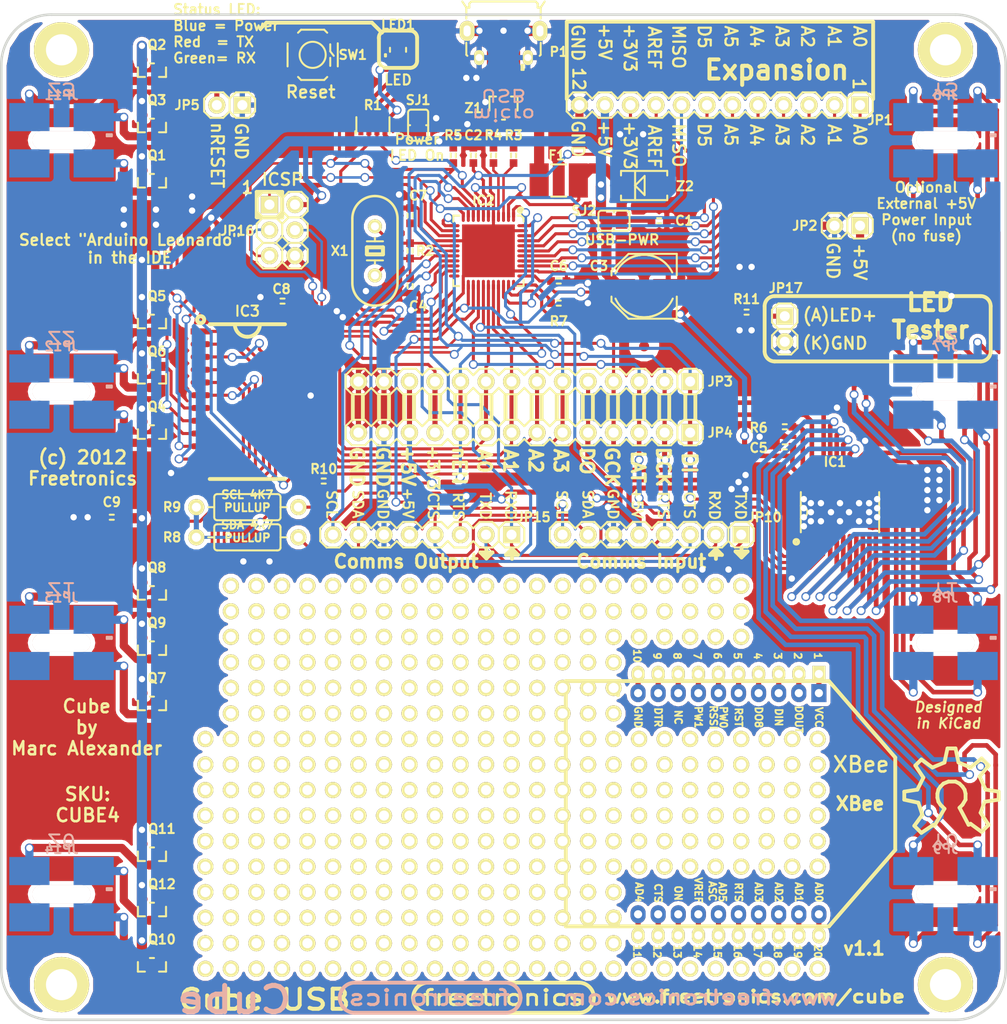
<source format=kicad_pcb>
(kicad_pcb (version 3) (host pcbnew "(2013-jul-07)-stable")
  (layers (15 Front signal) (0 Back signal) (18 B.Paste user) (19 F.Paste user) (20 B.SilkS user) (21 F.SilkS user) (22 B.Mask user) (23 F.Mask user) (28 Edge.Cuts user))
  (net 0 "")
  (net 1 +3.3V)
  (net 2 +5V)
  (net 3 /A0)
  (net 4 /A1)
  (net 5 /A2)
  (net 6 /A3)
  (net 7 /A4)
  (net 8 /A5)
  (net 9 /AREF)
  (net 10 /COM_CTS)
  (net 11 /COM_RTS)
  (net 12 /COM_RXD)
  (net 13 /COM_SCL)
  (net 14 /COM_SDA)
  (net 15 /COM_TXD)
  (net 16 /D5)
  (net 17 /HWB)
  (net 18 /LED_A0)
  (net 19 /LED_A1)
  (net 20 /LED_A2)
  (net 21 /LED_A3)
  (net 22 /LED_DCK)
  (net 23 /LED_DI)
  (net 24 /LED_DO)
  (net 25 /LED_GCK)
  (net 26 /LED_LAT)
  (net 27 /LED_nEN)
  (net 28 /MISO)
  (net 29 /RXLED_SS)
  (net 30 /TXLED)
  (net 31 /X0Y0)
  (net 32 /X0Y1)
  (net 33 /X0Y2)
  (net 34 /X0Y3)
  (net 35 /X1Y0)
  (net 36 /X1Y1)
  (net 37 /X1Y2)
  (net 38 /X1Y3)
  (net 39 /X2Y0)
  (net 40 /X2Y1)
  (net 41 /X2Y2)
  (net 42 /X2Y3)
  (net 43 /X3Y0)
  (net 44 /X3Y1)
  (net 45 /X3Y2)
  (net 46 /X3Y3)
  (net 47 /Z0_BLUE)
  (net 48 /Z0_GREEN)
  (net 49 /Z0_RED)
  (net 50 /Z1_BLUE)
  (net 51 /Z1_GREEN)
  (net 52 /Z1_RED)
  (net 53 /Z2_BLUE)
  (net 54 /Z2_GREEN)
  (net 55 /Z2_RED)
  (net 56 /Z3_BLUE)
  (net 57 /Z3_GREEN)
  (net 58 /Z3_RED)
  (net 59 /mLED_A0)
  (net 60 /mLED_A1)
  (net 61 /mLED_A2)
  (net 62 /mLED_A3)
  (net 63 /mLED_DCK)
  (net 64 /mLED_DI)
  (net 65 /mLED_GCK)
  (net 66 /mLED_LAT)
  (net 67 /mLED_nEN)
  (net 68 /nRESET)
  (net 69 GND)
  (net 70 N-000009)
  (net 71 N-000026)
  (net 72 N-000027)
  (net 73 N-000028)
  (net 74 N-000029)
  (net 75 N-000039)
  (net 76 N-000055)
  (net 77 N-000067)
  (net 78 N-000068)
  (net 79 N-000069)
  (net 80 N-000070)
  (net 81 N-000072)
  (net 82 N-000073)
  (net 83 N-000077)
  (net 84 N-000087)
  (net 85 N-000088)
  (net 86 N-000089)
  (net 87 N-000090)
  (net 88 N-000091)
  (net 89 N-000092)
  (net 90 N-000093)
  (net 91 N-000094)
  (net 92 N-000096)
  (net 93 N-000098)
  (net 94 N-000100)
  (net 95 N-000107)
  (module PAD1_0.8mm_XBEE (layer Front) (at 213.40064 115.5954 90)
    (fp_text reference PAD1_0.8mm_XBEE hide)
    (fp_text value Val** hide)
    (pad "" thru_hole oval (at 0 0 90) (size 1.6002 1.30048) (drill 0.8128) (layers *.Cu *.Mask F.SilkS))
  )
  (module PAD1_0.8mm_XBEE (layer Front) (at 215.40216 115.5954 90)
    (fp_text reference PAD1_0.8mm_XBEE hide)
    (fp_text value Val** hide)
    (pad "" thru_hole oval (at 0 0 90) (size 1.6002 1.30048) (drill 0.8128) (layers *.Cu *.Mask F.SilkS))
  )
  (module PAD1_0.8mm_XBEE (layer Front) (at 219.40012 115.5954 90)
    (fp_text reference PAD1_0.8mm_XBEE hide)
    (fp_text value Val** hide)
    (pad "" thru_hole oval (at 0 0 90) (size 1.6002 1.30048) (drill 0.8128) (layers *.Cu *.Mask F.SilkS))
  )
  (module PAD1_0.8mm_XBEE (layer Front) (at 217.3986 115.5954 90)
    (fp_text reference PAD1_0.8mm_XBEE hide)
    (fp_text value Val** hide)
    (pad "" thru_hole oval (at 0 0 90) (size 1.6002 1.30048) (drill 0.8128) (layers *.Cu *.Mask F.SilkS))
  )
  (module PAD1_0.8mm_XBEE (layer Front) (at 225.3996 115.5954 90)
    (fp_text reference PAD1_0.8mm_XBEE hide)
    (fp_text value Val** hide)
    (pad "" thru_hole oval (at 0 0 90) (size 1.6002 1.30048) (drill 0.8128) (layers *.Cu *.Mask F.SilkS))
  )
  (module PAD1_0.8mm_XBEE (layer Front) (at 227.40112 115.5954 90)
    (fp_text reference PAD1_0.8mm_XBEE hide)
    (fp_text value Val** hide)
    (pad "" thru_hole oval (at 0 0 90) (size 1.6002 1.30048) (drill 0.8128) (layers *.Cu *.Mask F.SilkS))
  )
  (module PAD1_0.8mm_XBEE (layer Front) (at 223.40316 115.5954 90)
    (fp_text reference PAD1_0.8mm_XBEE hide)
    (fp_text value Val** hide)
    (pad "" thru_hole oval (at 0 0 90) (size 1.6002 1.30048) (drill 0.8128) (layers *.Cu *.Mask F.SilkS))
  )
  (module PAD1_0.8mm_XBEE (layer Front) (at 221.40164 115.5954 90)
    (fp_text reference PAD1_0.8mm_XBEE hide)
    (fp_text value Val** hide)
    (pad "" thru_hole oval (at 0 0 90) (size 1.6002 1.30048) (drill 0.8128) (layers *.Cu *.Mask F.SilkS))
  )
  (module PAD1_0.8mm_XBEE (layer Front) (at 231.40162 115.5954 90)
    (fp_text reference PAD1_0.8mm_XBEE hide)
    (fp_text value Val** hide)
    (pad "" thru_hole rect (at 0 0 90) (size 1.6002 1.30048) (drill 0.8128) (layers *.Cu *.Mask F.SilkS))
  )
  (module PAD1_0.8mm_XBEE (layer Front) (at 229.4001 115.5954 90)
    (fp_text reference PAD1_0.8mm_XBEE hide)
    (fp_text value Val** hide)
    (pad "" thru_hole oval (at 0 0 90) (size 1.6002 1.30048) (drill 0.8128) (layers *.Cu *.Mask F.SilkS))
  )
  (module PAD1_0.8mm_XBEE (layer Front) (at 229.4001 141.59738 90)
    (fp_text reference PAD1_0.8mm_XBEE hide)
    (fp_text value Val** hide)
    (pad "" thru_hole oval (at 0 0 90) (size 1.6002 1.30048) (drill 0.8128) (layers *.Cu *.Mask F.SilkS))
  )
  (module PAD1_0.8mm_XBEE (layer Front) (at 231.40162 141.59738 90)
    (fp_text reference PAD1_0.8mm_XBEE hide)
    (fp_text value Val** hide)
    (pad "" thru_hole oval (at 0 0 90) (size 1.6002 1.30048) (drill 0.8128) (layers *.Cu *.Mask F.SilkS))
  )
  (module PAD1_0.8mm_XBEE (layer Front) (at 221.40164 141.59738 90)
    (fp_text reference PAD1_0.8mm_XBEE hide)
    (fp_text value Val** hide)
    (pad "" thru_hole oval (at 0 0 90) (size 1.6002 1.30048) (drill 0.8128) (layers *.Cu *.Mask F.SilkS))
  )
  (module PAD1_0.8mm_XBEE (layer Front) (at 223.40316 141.59738 90)
    (fp_text reference PAD1_0.8mm_XBEE hide)
    (fp_text value Val** hide)
    (pad "" thru_hole oval (at 0 0 90) (size 1.6002 1.30048) (drill 0.8128) (layers *.Cu *.Mask F.SilkS))
  )
  (module PAD1_0.8mm_XBEE (layer Front) (at 227.40112 141.59738 90)
    (fp_text reference PAD1_0.8mm_XBEE hide)
    (fp_text value Val** hide)
    (pad "" thru_hole oval (at 0 0 90) (size 1.6002 1.30048) (drill 0.8128) (layers *.Cu *.Mask F.SilkS))
  )
  (module PAD1_0.8mm_XBEE (layer Front) (at 225.3996 141.59738 90)
    (fp_text reference PAD1_0.8mm_XBEE hide)
    (fp_text value Val** hide)
    (pad "" thru_hole oval (at 0 0 90) (size 1.6002 1.30048) (drill 0.8128) (layers *.Cu *.Mask F.SilkS))
  )
  (module PAD1_0.8mm_XBEE (layer Front) (at 217.3986 141.59738 90)
    (fp_text reference PAD1_0.8mm_XBEE hide)
    (fp_text value Val** hide)
    (pad "" thru_hole oval (at 0 0 90) (size 1.6002 1.30048) (drill 0.8128) (layers *.Cu *.Mask F.SilkS))
  )
  (module PAD1_0.8mm_XBEE (layer Front) (at 219.40012 141.59738 90)
    (fp_text reference PAD1_0.8mm_XBEE hide)
    (fp_text value Val** hide)
    (pad "" thru_hole oval (at 0 0 90) (size 1.6002 1.30048) (drill 0.8128) (layers *.Cu *.Mask F.SilkS))
  )
  (module PAD1_0.8mm_XBEE (layer Front) (at 215.40216 141.59738 90)
    (fp_text reference PAD1_0.8mm_XBEE hide)
    (fp_text value Val** hide)
    (pad "" thru_hole oval (at 0 0 90) (size 1.6002 1.30048) (drill 0.8128) (layers *.Cu *.Mask F.SilkS))
  )
  (module PAD1_3_1mm_5_5mm (layer Front) (at 155.99918 146.49958)
    (fp_text reference PAD1_3_1mm_5_5mm hide)
    (fp_text value Val** hide)
    (pad "" thru_hole circle (at 0 0) (size 5.4991 5.4991) (drill 3.0988) (layers *.Cu *.Mask F.SilkS))
  )
  (module PAD1_3_1mm_5_5mm (layer Front) (at 244.00002 146.49958)
    (fp_text reference PAD1_3_1mm_5_5mm hide)
    (fp_text value Val** hide)
    (pad "" thru_hole circle (at 0 0) (size 5.4991 5.4991) (drill 3.0988) (layers *.Cu *.Mask F.SilkS))
  )
  (module PAD1_3_1mm_5_5mm (layer Front) (at 155.99918 53.50002)
    (fp_text reference PAD1_3_1mm_5_5mm hide)
    (fp_text value Val** hide)
    (pad "" thru_hole circle (at 0 0) (size 5.4991 5.4991) (drill 3.0988) (layers *.Cu *.Mask F.SilkS))
  )
  (module PAD1_1_0mm_1_6mm (layer Front) (at 170.3197 134.7597)
    (fp_text reference PAD1_1_0mm_1_6mm hide)
    (fp_text value Val** hide)
    (pad "" thru_hole circle (at 0 0) (size 1.6002 1.6002) (drill 1.00076) (layers *.Cu *.Mask F.SilkS))
  )
  (module PAD1_1_0mm_1_6mm (layer Front) (at 170.3197 132.2197)
    (fp_text reference PAD1_1_0mm_1_6mm hide)
    (fp_text value Val** hide)
    (pad "" thru_hole circle (at 0 0) (size 1.6002 1.6002) (drill 1.00076) (layers *.Cu *.Mask F.SilkS))
  )
  (module PAD1_1_0mm_1_6mm (layer Front) (at 170.3197 127.1397)
    (fp_text reference PAD1_1_0mm_1_6mm hide)
    (fp_text value Val** hide)
    (pad "" thru_hole circle (at 0 0) (size 1.6002 1.6002) (drill 1.00076) (layers *.Cu *.Mask F.SilkS))
  )
  (module PAD1_1_0mm_1_6mm (layer Front) (at 170.3197 129.6797)
    (fp_text reference PAD1_1_0mm_1_6mm hide)
    (fp_text value Val** hide)
    (pad "" thru_hole circle (at 0 0) (size 1.6002 1.6002) (drill 1.00076) (layers *.Cu *.Mask F.SilkS))
  )
  (module PAD1_1_0mm_1_6mm (layer Front) (at 170.3197 124.5997)
    (fp_text reference PAD1_1_0mm_1_6mm hide)
    (fp_text value Val** hide)
    (pad "" thru_hole circle (at 0 0) (size 1.6002 1.6002) (drill 1.00076) (layers *.Cu *.Mask F.SilkS))
  )
  (module PAD1_1_0mm_1_6mm (layer Front) (at 170.3197 122.0597)
    (fp_text reference PAD1_1_0mm_1_6mm hide)
    (fp_text value Val** hide)
    (pad "" thru_hole circle (at 0 0) (size 1.6002 1.6002) (drill 1.00076) (layers *.Cu *.Mask F.SilkS))
  )
  (module PAD1_1_0mm_1_6mm (layer Front) (at 170.3197 139.8397)
    (fp_text reference PAD1_1_0mm_1_6mm hide)
    (fp_text value Val** hide)
    (pad "" thru_hole circle (at 0 0) (size 1.6002 1.6002) (drill 1.00076) (layers *.Cu *.Mask F.SilkS))
  )
  (module PAD1_1_0mm_1_6mm (layer Front) (at 170.3197 137.2997)
    (fp_text reference PAD1_1_0mm_1_6mm hide)
    (fp_text value Val** hide)
    (pad "" thru_hole circle (at 0 0) (size 1.6002 1.6002) (drill 1.00076) (layers *.Cu *.Mask F.SilkS))
  )
  (module PAD1_1_0mm_1_6mm (layer Front) (at 170.3197 142.3797)
    (fp_text reference PAD1_1_0mm_1_6mm hide)
    (fp_text value Val** hide)
    (pad "" thru_hole circle (at 0 0) (size 1.6002 1.6002) (drill 1.00076) (layers *.Cu *.Mask F.SilkS))
  )
  (module PAD1_1_0mm_1_6mm (layer Front) (at 170.3197 144.9197)
    (fp_text reference PAD1_1_0mm_1_6mm hide)
    (fp_text value Val** hide)
    (pad "" thru_hole circle (at 0 0) (size 1.6002 1.6002) (drill 1.00076) (layers *.Cu *.Mask F.SilkS))
  )
  (module PAD1_1_0mm_1_6mm (layer Front) (at 231.2797 134.7597)
    (fp_text reference PAD1_1_0mm_1_6mm hide)
    (fp_text value Val** hide)
    (pad "" thru_hole circle (at 0 0) (size 1.6002 1.6002) (drill 1.00076) (layers *.Cu *.Mask F.SilkS))
  )
  (module PAD1_1_0mm_1_6mm (layer Front) (at 228.7397 134.7597)
    (fp_text reference PAD1_1_0mm_1_6mm hide)
    (fp_text value Val** hide)
    (pad "" thru_hole circle (at 0 0) (size 1.6002 1.6002) (drill 1.00076) (layers *.Cu *.Mask F.SilkS))
  )
  (module PAD1_1_0mm_1_6mm (layer Front) (at 226.1997 134.7597)
    (fp_text reference PAD1_1_0mm_1_6mm hide)
    (fp_text value Val** hide)
    (pad "" thru_hole circle (at 0 0) (size 1.6002 1.6002) (drill 1.00076) (layers *.Cu *.Mask F.SilkS))
  )
  (module PAD1_1_0mm_1_6mm (layer Front) (at 226.1997 132.2197)
    (fp_text reference PAD1_1_0mm_1_6mm hide)
    (fp_text value Val** hide)
    (pad "" thru_hole circle (at 0 0) (size 1.6002 1.6002) (drill 1.00076) (layers *.Cu *.Mask F.SilkS))
  )
  (module PAD1_1_0mm_1_6mm (layer Front) (at 228.7397 132.2197)
    (fp_text reference PAD1_1_0mm_1_6mm hide)
    (fp_text value Val** hide)
    (pad "" thru_hole circle (at 0 0) (size 1.6002 1.6002) (drill 1.00076) (layers *.Cu *.Mask F.SilkS))
  )
  (module PAD1_1_0mm_1_6mm (layer Front) (at 231.2797 132.2197)
    (fp_text reference PAD1_1_0mm_1_6mm hide)
    (fp_text value Val** hide)
    (pad "" thru_hole circle (at 0 0) (size 1.6002 1.6002) (drill 1.00076) (layers *.Cu *.Mask F.SilkS))
  )
  (module PAD1_1_0mm_1_6mm (layer Front) (at 231.2797 127.1397)
    (fp_text reference PAD1_1_0mm_1_6mm hide)
    (fp_text value Val** hide)
    (pad "" thru_hole circle (at 0 0) (size 1.6002 1.6002) (drill 1.00076) (layers *.Cu *.Mask F.SilkS))
  )
  (module PAD1_1_0mm_1_6mm (layer Front) (at 228.7397 127.1397)
    (fp_text reference PAD1_1_0mm_1_6mm hide)
    (fp_text value Val** hide)
    (pad "" thru_hole circle (at 0 0) (size 1.6002 1.6002) (drill 1.00076) (layers *.Cu *.Mask F.SilkS))
  )
  (module PAD1_1_0mm_1_6mm (layer Front) (at 226.1997 127.1397)
    (fp_text reference PAD1_1_0mm_1_6mm hide)
    (fp_text value Val** hide)
    (pad "" thru_hole circle (at 0 0) (size 1.6002 1.6002) (drill 1.00076) (layers *.Cu *.Mask F.SilkS))
  )
  (module PAD1_1_0mm_1_6mm (layer Front) (at 226.1997 129.6797)
    (fp_text reference PAD1_1_0mm_1_6mm hide)
    (fp_text value Val** hide)
    (pad "" thru_hole circle (at 0 0) (size 1.6002 1.6002) (drill 1.00076) (layers *.Cu *.Mask F.SilkS))
  )
  (module PAD1_1_0mm_1_6mm (layer Front) (at 228.7397 129.6797)
    (fp_text reference PAD1_1_0mm_1_6mm hide)
    (fp_text value Val** hide)
    (pad "" thru_hole circle (at 0 0) (size 1.6002 1.6002) (drill 1.00076) (layers *.Cu *.Mask F.SilkS))
  )
  (module PAD1_1_0mm_1_6mm (layer Front) (at 231.2797 129.6797)
    (fp_text reference PAD1_1_0mm_1_6mm hide)
    (fp_text value Val** hide)
    (pad "" thru_hole circle (at 0 0) (size 1.6002 1.6002) (drill 1.00076) (layers *.Cu *.Mask F.SilkS))
  )
  (module PAD1_1_0mm_1_6mm (layer Front) (at 231.2797 124.5997)
    (fp_text reference PAD1_1_0mm_1_6mm hide)
    (fp_text value Val** hide)
    (pad "" thru_hole circle (at 0 0) (size 1.6002 1.6002) (drill 1.00076) (layers *.Cu *.Mask F.SilkS))
  )
  (module PAD1_1_0mm_1_6mm (layer Front) (at 228.7397 124.5997)
    (fp_text reference PAD1_1_0mm_1_6mm hide)
    (fp_text value Val** hide)
    (pad "" thru_hole circle (at 0 0) (size 1.6002 1.6002) (drill 1.00076) (layers *.Cu *.Mask F.SilkS))
  )
  (module PAD1_1_0mm_1_6mm (layer Front) (at 226.1997 124.5997)
    (fp_text reference PAD1_1_0mm_1_6mm hide)
    (fp_text value Val** hide)
    (pad "" thru_hole circle (at 0 0) (size 1.6002 1.6002) (drill 1.00076) (layers *.Cu *.Mask F.SilkS))
  )
  (module PAD1_1_0mm_1_6mm (layer Front) (at 226.1997 122.0597)
    (fp_text reference PAD1_1_0mm_1_6mm hide)
    (fp_text value Val** hide)
    (pad "" thru_hole circle (at 0 0) (size 1.6002 1.6002) (drill 1.00076) (layers *.Cu *.Mask F.SilkS))
  )
  (module PAD1_1_0mm_1_6mm (layer Front) (at 228.7397 122.0597)
    (fp_text reference PAD1_1_0mm_1_6mm hide)
    (fp_text value Val** hide)
    (pad "" thru_hole circle (at 0 0) (size 1.6002 1.6002) (drill 1.00076) (layers *.Cu *.Mask F.SilkS))
  )
  (module PAD1_1_0mm_1_6mm (layer Front) (at 231.2797 122.0597)
    (fp_text reference PAD1_1_0mm_1_6mm hide)
    (fp_text value Val** hide)
    (pad "" thru_hole circle (at 0 0) (size 1.6002 1.6002) (drill 1.00076) (layers *.Cu *.Mask F.SilkS))
  )
  (module PAD1_1_0mm_1_6mm (layer Front) (at 226.1997 144.9197)
    (fp_text reference PAD1_1_0mm_1_6mm hide)
    (fp_text value Val** hide)
    (pad "" thru_hole circle (at 0 0) (size 1.6002 1.6002) (drill 1.00076) (layers *.Cu *.Mask F.SilkS))
  )
  (module PAD1_1_0mm_1_6mm (layer Front) (at 228.7397 144.9197)
    (fp_text reference PAD1_1_0mm_1_6mm hide)
    (fp_text value Val** hide)
    (pad "" thru_hole circle (at 0 0) (size 1.6002 1.6002) (drill 1.00076) (layers *.Cu *.Mask F.SilkS))
  )
  (module PAD1_1_0mm_1_6mm (layer Front) (at 231.2797 144.9197)
    (fp_text reference PAD1_1_0mm_1_6mm hide)
    (fp_text value Val** hide)
    (pad "" thru_hole circle (at 0 0) (size 1.6002 1.6002) (drill 1.00076) (layers *.Cu *.Mask F.SilkS))
  )
  (module PAD1_1_0mm_1_6mm (layer Front) (at 172.8597 144.9197)
    (fp_text reference PAD1_1_0mm_1_6mm hide)
    (fp_text value Val** hide)
    (pad "" thru_hole circle (at 0 0) (size 1.6002 1.6002) (drill 1.00076) (layers *.Cu *.Mask F.SilkS))
  )
  (module PAD1_1_0mm_1_6mm (layer Front) (at 175.3997 144.9197)
    (fp_text reference PAD1_1_0mm_1_6mm hide)
    (fp_text value Val** hide)
    (pad "" thru_hole circle (at 0 0) (size 1.6002 1.6002) (drill 1.00076) (layers *.Cu *.Mask F.SilkS))
  )
  (module PAD1_1_0mm_1_6mm (layer Front) (at 180.4797 144.9197)
    (fp_text reference PAD1_1_0mm_1_6mm hide)
    (fp_text value Val** hide)
    (pad "" thru_hole circle (at 0 0) (size 1.6002 1.6002) (drill 1.00076) (layers *.Cu *.Mask F.SilkS))
  )
  (module PAD1_1_0mm_1_6mm (layer Front) (at 177.9397 144.9197)
    (fp_text reference PAD1_1_0mm_1_6mm hide)
    (fp_text value Val** hide)
    (pad "" thru_hole circle (at 0 0) (size 1.6002 1.6002) (drill 1.00076) (layers *.Cu *.Mask F.SilkS))
  )
  (module PAD1_1_0mm_1_6mm (layer Front) (at 188.0997 144.9197)
    (fp_text reference PAD1_1_0mm_1_6mm hide)
    (fp_text value Val** hide)
    (pad "" thru_hole circle (at 0 0) (size 1.6002 1.6002) (drill 1.00076) (layers *.Cu *.Mask F.SilkS))
  )
  (module PAD1_1_0mm_1_6mm (layer Front) (at 190.6397 144.9197)
    (fp_text reference PAD1_1_0mm_1_6mm hide)
    (fp_text value Val** hide)
    (pad "" thru_hole circle (at 0 0) (size 1.6002 1.6002) (drill 1.00076) (layers *.Cu *.Mask F.SilkS))
  )
  (module PAD1_1_0mm_1_6mm (layer Front) (at 185.5597 144.9197)
    (fp_text reference PAD1_1_0mm_1_6mm hide)
    (fp_text value Val** hide)
    (pad "" thru_hole circle (at 0 0) (size 1.6002 1.6002) (drill 1.00076) (layers *.Cu *.Mask F.SilkS))
  )
  (module PAD1_1_0mm_1_6mm (layer Front) (at 183.0197 144.9197)
    (fp_text reference PAD1_1_0mm_1_6mm hide)
    (fp_text value Val** hide)
    (pad "" thru_hole circle (at 0 0) (size 1.6002 1.6002) (drill 1.00076) (layers *.Cu *.Mask F.SilkS))
  )
  (module PAD1_1_0mm_1_6mm (layer Front) (at 203.3397 144.9197)
    (fp_text reference PAD1_1_0mm_1_6mm hide)
    (fp_text value Val** hide)
    (pad "" thru_hole circle (at 0 0) (size 1.6002 1.6002) (drill 1.00076) (layers *.Cu *.Mask F.SilkS))
  )
  (module PAD1_1_0mm_1_6mm (layer Front) (at 205.8797 144.9197)
    (fp_text reference PAD1_1_0mm_1_6mm hide)
    (fp_text value Val** hide)
    (pad "" thru_hole circle (at 0 0) (size 1.6002 1.6002) (drill 1.00076) (layers *.Cu *.Mask F.SilkS))
  )
  (module PAD1_1_0mm_1_6mm (layer Front) (at 210.9597 144.9197)
    (fp_text reference PAD1_1_0mm_1_6mm hide)
    (fp_text value Val** hide)
    (pad "" thru_hole circle (at 0 0) (size 1.6002 1.6002) (drill 1.00076) (layers *.Cu *.Mask F.SilkS))
  )
  (module PAD1_1_0mm_1_6mm (layer Front) (at 208.4197 144.9197)
    (fp_text reference PAD1_1_0mm_1_6mm hide)
    (fp_text value Val** hide)
    (pad "" thru_hole circle (at 0 0) (size 1.6002 1.6002) (drill 1.00076) (layers *.Cu *.Mask F.SilkS))
  )
  (module PAD1_1_0mm_1_6mm (layer Front) (at 198.2597 144.9197)
    (fp_text reference PAD1_1_0mm_1_6mm hide)
    (fp_text value Val** hide)
    (pad "" thru_hole circle (at 0 0) (size 1.6002 1.6002) (drill 1.00076) (layers *.Cu *.Mask F.SilkS))
  )
  (module PAD1_1_0mm_1_6mm (layer Front) (at 200.7997 144.9197)
    (fp_text reference PAD1_1_0mm_1_6mm hide)
    (fp_text value Val** hide)
    (pad "" thru_hole circle (at 0 0) (size 1.6002 1.6002) (drill 1.00076) (layers *.Cu *.Mask F.SilkS))
  )
  (module PAD1_1_0mm_1_6mm (layer Front) (at 195.7197 144.9197)
    (fp_text reference PAD1_1_0mm_1_6mm hide)
    (fp_text value Val** hide)
    (pad "" thru_hole circle (at 0 0) (size 1.6002 1.6002) (drill 1.00076) (layers *.Cu *.Mask F.SilkS))
  )
  (module PAD1_1_0mm_1_6mm (layer Front) (at 193.1797 144.9197)
    (fp_text reference PAD1_1_0mm_1_6mm hide)
    (fp_text value Val** hide)
    (pad "" thru_hole circle (at 0 0) (size 1.6002 1.6002) (drill 1.00076) (layers *.Cu *.Mask F.SilkS))
  )
  (module PAD1_1_0mm_1_6mm (layer Front) (at 213.4997 144.9197)
    (fp_text reference PAD1_1_0mm_1_6mm hide)
    (fp_text value Val** hide)
    (pad "" thru_hole circle (at 0 0) (size 1.6002 1.6002) (drill 1.00076) (layers *.Cu *.Mask F.SilkS))
  )
  (module PAD1_1_0mm_1_6mm (layer Front) (at 221.1197 144.9197)
    (fp_text reference PAD1_1_0mm_1_6mm hide)
    (fp_text value Val** hide)
    (pad "" thru_hole circle (at 0 0) (size 1.6002 1.6002) (drill 1.00076) (layers *.Cu *.Mask F.SilkS))
  )
  (module PAD1_1_0mm_1_6mm (layer Front) (at 223.6597 144.9197)
    (fp_text reference PAD1_1_0mm_1_6mm hide)
    (fp_text value Val** hide)
    (pad "" thru_hole circle (at 0 0) (size 1.6002 1.6002) (drill 1.00076) (layers *.Cu *.Mask F.SilkS))
  )
  (module PAD1_1_0mm_1_6mm (layer Front) (at 218.5797 144.9197)
    (fp_text reference PAD1_1_0mm_1_6mm hide)
    (fp_text value Val** hide)
    (pad "" thru_hole circle (at 0 0) (size 1.6002 1.6002) (drill 1.00076) (layers *.Cu *.Mask F.SilkS))
  )
  (module PAD1_1_0mm_1_6mm (layer Front) (at 216.0397 144.9197)
    (fp_text reference PAD1_1_0mm_1_6mm hide)
    (fp_text value Val** hide)
    (pad "" thru_hole circle (at 0 0) (size 1.6002 1.6002) (drill 1.00076) (layers *.Cu *.Mask F.SilkS))
  )
  (module PAD1_1_0mm_1_6mm (layer Front) (at 193.1797 142.3797)
    (fp_text reference PAD1_1_0mm_1_6mm hide)
    (fp_text value Val** hide)
    (pad "" thru_hole circle (at 0 0) (size 1.6002 1.6002) (drill 1.00076) (layers *.Cu *.Mask F.SilkS))
  )
  (module PAD1_1_0mm_1_6mm (layer Front) (at 195.7197 142.3797)
    (fp_text reference PAD1_1_0mm_1_6mm hide)
    (fp_text value Val** hide)
    (pad "" thru_hole circle (at 0 0) (size 1.6002 1.6002) (drill 1.00076) (layers *.Cu *.Mask F.SilkS))
  )
  (module PAD1_1_0mm_1_6mm (layer Front) (at 200.7997 142.3797)
    (fp_text reference PAD1_1_0mm_1_6mm hide)
    (fp_text value Val** hide)
    (pad "" thru_hole circle (at 0 0) (size 1.6002 1.6002) (drill 1.00076) (layers *.Cu *.Mask F.SilkS))
  )
  (module PAD1_1_0mm_1_6mm (layer Front) (at 198.2597 142.3797)
    (fp_text reference PAD1_1_0mm_1_6mm hide)
    (fp_text value Val** hide)
    (pad "" thru_hole circle (at 0 0) (size 1.6002 1.6002) (drill 1.00076) (layers *.Cu *.Mask F.SilkS))
  )
  (module PAD1_1_0mm_1_6mm (layer Front) (at 208.4197 142.3797)
    (fp_text reference PAD1_1_0mm_1_6mm hide)
    (fp_text value Val** hide)
    (pad "" thru_hole circle (at 0 0) (size 1.6002 1.6002) (drill 1.00076) (layers *.Cu *.Mask F.SilkS))
  )
  (module PAD1_1_0mm_1_6mm (layer Front) (at 210.9597 142.3797)
    (fp_text reference PAD1_1_0mm_1_6mm hide)
    (fp_text value Val** hide)
    (pad "" thru_hole circle (at 0 0) (size 1.6002 1.6002) (drill 1.00076) (layers *.Cu *.Mask F.SilkS))
  )
  (module PAD1_1_0mm_1_6mm (layer Front) (at 205.8797 142.3797)
    (fp_text reference PAD1_1_0mm_1_6mm hide)
    (fp_text value Val** hide)
    (pad "" thru_hole circle (at 0 0) (size 1.6002 1.6002) (drill 1.00076) (layers *.Cu *.Mask F.SilkS))
  )
  (module PAD1_1_0mm_1_6mm (layer Front) (at 203.3397 142.3797)
    (fp_text reference PAD1_1_0mm_1_6mm hide)
    (fp_text value Val** hide)
    (pad "" thru_hole circle (at 0 0) (size 1.6002 1.6002) (drill 1.00076) (layers *.Cu *.Mask F.SilkS))
  )
  (module PAD1_1_0mm_1_6mm (layer Front) (at 183.0197 142.3797)
    (fp_text reference PAD1_1_0mm_1_6mm hide)
    (fp_text value Val** hide)
    (pad "" thru_hole circle (at 0 0) (size 1.6002 1.6002) (drill 1.00076) (layers *.Cu *.Mask F.SilkS))
  )
  (module PAD1_1_0mm_1_6mm (layer Front) (at 185.5597 142.3797)
    (fp_text reference PAD1_1_0mm_1_6mm hide)
    (fp_text value Val** hide)
    (pad "" thru_hole circle (at 0 0) (size 1.6002 1.6002) (drill 1.00076) (layers *.Cu *.Mask F.SilkS))
  )
  (module PAD1_1_0mm_1_6mm (layer Front) (at 190.6397 142.3797)
    (fp_text reference PAD1_1_0mm_1_6mm hide)
    (fp_text value Val** hide)
    (pad "" thru_hole circle (at 0 0) (size 1.6002 1.6002) (drill 1.00076) (layers *.Cu *.Mask F.SilkS))
  )
  (module PAD1_1_0mm_1_6mm (layer Front) (at 188.0997 142.3797)
    (fp_text reference PAD1_1_0mm_1_6mm hide)
    (fp_text value Val** hide)
    (pad "" thru_hole circle (at 0 0) (size 1.6002 1.6002) (drill 1.00076) (layers *.Cu *.Mask F.SilkS))
  )
  (module PAD1_1_0mm_1_6mm (layer Front) (at 177.9397 142.3797)
    (fp_text reference PAD1_1_0mm_1_6mm hide)
    (fp_text value Val** hide)
    (pad "" thru_hole circle (at 0 0) (size 1.6002 1.6002) (drill 1.00076) (layers *.Cu *.Mask F.SilkS))
  )
  (module PAD1_1_0mm_1_6mm (layer Front) (at 180.4797 142.3797)
    (fp_text reference PAD1_1_0mm_1_6mm hide)
    (fp_text value Val** hide)
    (pad "" thru_hole circle (at 0 0) (size 1.6002 1.6002) (drill 1.00076) (layers *.Cu *.Mask F.SilkS))
  )
  (module PAD1_1_0mm_1_6mm (layer Front) (at 175.3997 142.3797)
    (fp_text reference PAD1_1_0mm_1_6mm hide)
    (fp_text value Val** hide)
    (pad "" thru_hole circle (at 0 0) (size 1.6002 1.6002) (drill 1.00076) (layers *.Cu *.Mask F.SilkS))
  )
  (module PAD1_1_0mm_1_6mm (layer Front) (at 172.8597 142.3797)
    (fp_text reference PAD1_1_0mm_1_6mm hide)
    (fp_text value Val** hide)
    (pad "" thru_hole circle (at 0 0) (size 1.6002 1.6002) (drill 1.00076) (layers *.Cu *.Mask F.SilkS))
  )
  (module PAD1_1_0mm_1_6mm (layer Front) (at 172.8597 137.2997)
    (fp_text reference PAD1_1_0mm_1_6mm hide)
    (fp_text value Val** hide)
    (pad "" thru_hole circle (at 0 0) (size 1.6002 1.6002) (drill 1.00076) (layers *.Cu *.Mask F.SilkS))
  )
  (module PAD1_1_0mm_1_6mm (layer Front) (at 175.3997 137.2997)
    (fp_text reference PAD1_1_0mm_1_6mm hide)
    (fp_text value Val** hide)
    (pad "" thru_hole circle (at 0 0) (size 1.6002 1.6002) (drill 1.00076) (layers *.Cu *.Mask F.SilkS))
  )
  (module PAD1_1_0mm_1_6mm (layer Front) (at 180.4797 137.2997)
    (fp_text reference PAD1_1_0mm_1_6mm hide)
    (fp_text value Val** hide)
    (pad "" thru_hole circle (at 0 0) (size 1.6002 1.6002) (drill 1.00076) (layers *.Cu *.Mask F.SilkS))
  )
  (module PAD1_1_0mm_1_6mm (layer Front) (at 177.9397 137.2997)
    (fp_text reference PAD1_1_0mm_1_6mm hide)
    (fp_text value Val** hide)
    (pad "" thru_hole circle (at 0 0) (size 1.6002 1.6002) (drill 1.00076) (layers *.Cu *.Mask F.SilkS))
  )
  (module PAD1_1_0mm_1_6mm (layer Front) (at 188.0997 137.2997)
    (fp_text reference PAD1_1_0mm_1_6mm hide)
    (fp_text value Val** hide)
    (pad "" thru_hole circle (at 0 0) (size 1.6002 1.6002) (drill 1.00076) (layers *.Cu *.Mask F.SilkS))
  )
  (module PAD1_1_0mm_1_6mm (layer Front) (at 190.6397 137.2997)
    (fp_text reference PAD1_1_0mm_1_6mm hide)
    (fp_text value Val** hide)
    (pad "" thru_hole circle (at 0 0) (size 1.6002 1.6002) (drill 1.00076) (layers *.Cu *.Mask F.SilkS))
  )
  (module PAD1_1_0mm_1_6mm (layer Front) (at 185.5597 137.2997)
    (fp_text reference PAD1_1_0mm_1_6mm hide)
    (fp_text value Val** hide)
    (pad "" thru_hole circle (at 0 0) (size 1.6002 1.6002) (drill 1.00076) (layers *.Cu *.Mask F.SilkS))
  )
  (module PAD1_1_0mm_1_6mm (layer Front) (at 183.0197 137.2997)
    (fp_text reference PAD1_1_0mm_1_6mm hide)
    (fp_text value Val** hide)
    (pad "" thru_hole circle (at 0 0) (size 1.6002 1.6002) (drill 1.00076) (layers *.Cu *.Mask F.SilkS))
  )
  (module PAD1_1_0mm_1_6mm (layer Front) (at 203.3397 137.2997)
    (fp_text reference PAD1_1_0mm_1_6mm hide)
    (fp_text value Val** hide)
    (pad "" thru_hole circle (at 0 0) (size 1.6002 1.6002) (drill 1.00076) (layers *.Cu *.Mask F.SilkS))
  )
  (module PAD1_1_0mm_1_6mm (layer Front) (at 205.8797 137.2997)
    (fp_text reference PAD1_1_0mm_1_6mm hide)
    (fp_text value Val** hide)
    (pad "" thru_hole circle (at 0 0) (size 1.6002 1.6002) (drill 1.00076) (layers *.Cu *.Mask F.SilkS))
  )
  (module PAD1_1_0mm_1_6mm (layer Front) (at 210.9597 137.2997)
    (fp_text reference PAD1_1_0mm_1_6mm hide)
    (fp_text value Val** hide)
    (pad "" thru_hole circle (at 0 0) (size 1.6002 1.6002) (drill 1.00076) (layers *.Cu *.Mask F.SilkS))
  )
  (module PAD1_1_0mm_1_6mm (layer Front) (at 208.4197 137.2997)
    (fp_text reference PAD1_1_0mm_1_6mm hide)
    (fp_text value Val** hide)
    (pad "" thru_hole circle (at 0 0) (size 1.6002 1.6002) (drill 1.00076) (layers *.Cu *.Mask F.SilkS))
  )
  (module PAD1_1_0mm_1_6mm (layer Front) (at 198.2597 137.2997)
    (fp_text reference PAD1_1_0mm_1_6mm hide)
    (fp_text value Val** hide)
    (pad "" thru_hole circle (at 0 0) (size 1.6002 1.6002) (drill 1.00076) (layers *.Cu *.Mask F.SilkS))
  )
  (module PAD1_1_0mm_1_6mm (layer Front) (at 200.7997 137.2997)
    (fp_text reference PAD1_1_0mm_1_6mm hide)
    (fp_text value Val** hide)
    (pad "" thru_hole circle (at 0 0) (size 1.6002 1.6002) (drill 1.00076) (layers *.Cu *.Mask F.SilkS))
  )
  (module PAD1_1_0mm_1_6mm (layer Front) (at 195.7197 137.2997)
    (fp_text reference PAD1_1_0mm_1_6mm hide)
    (fp_text value Val** hide)
    (pad "" thru_hole circle (at 0 0) (size 1.6002 1.6002) (drill 1.00076) (layers *.Cu *.Mask F.SilkS))
  )
  (module PAD1_1_0mm_1_6mm (layer Front) (at 193.1797 137.2997)
    (fp_text reference PAD1_1_0mm_1_6mm hide)
    (fp_text value Val** hide)
    (pad "" thru_hole circle (at 0 0) (size 1.6002 1.6002) (drill 1.00076) (layers *.Cu *.Mask F.SilkS))
  )
  (module PAD1_1_0mm_1_6mm (layer Front) (at 193.1797 139.8397)
    (fp_text reference PAD1_1_0mm_1_6mm hide)
    (fp_text value Val** hide)
    (pad "" thru_hole circle (at 0 0) (size 1.6002 1.6002) (drill 1.00076) (layers *.Cu *.Mask F.SilkS))
  )
  (module PAD1_1_0mm_1_6mm (layer Front) (at 195.7197 139.8397)
    (fp_text reference PAD1_1_0mm_1_6mm hide)
    (fp_text value Val** hide)
    (pad "" thru_hole circle (at 0 0) (size 1.6002 1.6002) (drill 1.00076) (layers *.Cu *.Mask F.SilkS))
  )
  (module PAD1_1_0mm_1_6mm (layer Front) (at 200.7997 139.8397)
    (fp_text reference PAD1_1_0mm_1_6mm hide)
    (fp_text value Val** hide)
    (pad "" thru_hole circle (at 0 0) (size 1.6002 1.6002) (drill 1.00076) (layers *.Cu *.Mask F.SilkS))
  )
  (module PAD1_1_0mm_1_6mm (layer Front) (at 198.2597 139.8397)
    (fp_text reference PAD1_1_0mm_1_6mm hide)
    (fp_text value Val** hide)
    (pad "" thru_hole circle (at 0 0) (size 1.6002 1.6002) (drill 1.00076) (layers *.Cu *.Mask F.SilkS))
  )
  (module PAD1_1_0mm_1_6mm (layer Front) (at 208.4197 139.8397)
    (fp_text reference PAD1_1_0mm_1_6mm hide)
    (fp_text value Val** hide)
    (pad "" thru_hole circle (at 0 0) (size 1.6002 1.6002) (drill 1.00076) (layers *.Cu *.Mask F.SilkS))
  )
  (module PAD1_1_0mm_1_6mm (layer Front) (at 210.9597 139.8397)
    (fp_text reference PAD1_1_0mm_1_6mm hide)
    (fp_text value Val** hide)
    (pad "" thru_hole circle (at 0 0) (size 1.6002 1.6002) (drill 1.00076) (layers *.Cu *.Mask F.SilkS))
  )
  (module PAD1_1_0mm_1_6mm (layer Front) (at 205.8797 139.8397)
    (fp_text reference PAD1_1_0mm_1_6mm hide)
    (fp_text value Val** hide)
    (pad "" thru_hole circle (at 0 0) (size 1.6002 1.6002) (drill 1.00076) (layers *.Cu *.Mask F.SilkS))
  )
  (module PAD1_1_0mm_1_6mm (layer Front) (at 203.3397 139.8397)
    (fp_text reference PAD1_1_0mm_1_6mm hide)
    (fp_text value Val** hide)
    (pad "" thru_hole circle (at 0 0) (size 1.6002 1.6002) (drill 1.00076) (layers *.Cu *.Mask F.SilkS))
  )
  (module PAD1_1_0mm_1_6mm (layer Front) (at 183.0197 139.8397)
    (fp_text reference PAD1_1_0mm_1_6mm hide)
    (fp_text value Val** hide)
    (pad "" thru_hole circle (at 0 0) (size 1.6002 1.6002) (drill 1.00076) (layers *.Cu *.Mask F.SilkS))
  )
  (module PAD1_1_0mm_1_6mm (layer Front) (at 185.5597 139.8397)
    (fp_text reference PAD1_1_0mm_1_6mm hide)
    (fp_text value Val** hide)
    (pad "" thru_hole circle (at 0 0) (size 1.6002 1.6002) (drill 1.00076) (layers *.Cu *.Mask F.SilkS))
  )
  (module PAD1_1_0mm_1_6mm (layer Front) (at 190.6397 139.8397)
    (fp_text reference PAD1_1_0mm_1_6mm hide)
    (fp_text value Val** hide)
    (pad "" thru_hole circle (at 0 0) (size 1.6002 1.6002) (drill 1.00076) (layers *.Cu *.Mask F.SilkS))
  )
  (module PAD1_1_0mm_1_6mm (layer Front) (at 188.0997 139.8397)
    (fp_text reference PAD1_1_0mm_1_6mm hide)
    (fp_text value Val** hide)
    (pad "" thru_hole circle (at 0 0) (size 1.6002 1.6002) (drill 1.00076) (layers *.Cu *.Mask F.SilkS))
  )
  (module PAD1_1_0mm_1_6mm (layer Front) (at 177.9397 139.8397)
    (fp_text reference PAD1_1_0mm_1_6mm hide)
    (fp_text value Val** hide)
    (pad "" thru_hole circle (at 0 0) (size 1.6002 1.6002) (drill 1.00076) (layers *.Cu *.Mask F.SilkS))
  )
  (module PAD1_1_0mm_1_6mm (layer Front) (at 180.4797 139.8397)
    (fp_text reference PAD1_1_0mm_1_6mm hide)
    (fp_text value Val** hide)
    (pad "" thru_hole circle (at 0 0) (size 1.6002 1.6002) (drill 1.00076) (layers *.Cu *.Mask F.SilkS))
  )
  (module PAD1_1_0mm_1_6mm (layer Front) (at 175.3997 139.8397)
    (fp_text reference PAD1_1_0mm_1_6mm hide)
    (fp_text value Val** hide)
    (pad "" thru_hole circle (at 0 0) (size 1.6002 1.6002) (drill 1.00076) (layers *.Cu *.Mask F.SilkS))
  )
  (module PAD1_1_0mm_1_6mm (layer Front) (at 172.8597 139.8397)
    (fp_text reference PAD1_1_0mm_1_6mm hide)
    (fp_text value Val** hide)
    (pad "" thru_hole circle (at 0 0) (size 1.6002 1.6002) (drill 1.00076) (layers *.Cu *.Mask F.SilkS))
  )
  (module PAD1_1_0mm_1_6mm (layer Front) (at 172.8597 122.0597)
    (fp_text reference PAD1_1_0mm_1_6mm hide)
    (fp_text value Val** hide)
    (pad "" thru_hole circle (at 0 0) (size 1.6002 1.6002) (drill 1.00076) (layers *.Cu *.Mask F.SilkS))
  )
  (module PAD1_1_0mm_1_6mm (layer Front) (at 175.3997 122.0597)
    (fp_text reference PAD1_1_0mm_1_6mm hide)
    (fp_text value Val** hide)
    (pad "" thru_hole circle (at 0 0) (size 1.6002 1.6002) (drill 1.00076) (layers *.Cu *.Mask F.SilkS))
  )
  (module PAD1_1_0mm_1_6mm (layer Front) (at 180.4797 122.0597)
    (fp_text reference PAD1_1_0mm_1_6mm hide)
    (fp_text value Val** hide)
    (pad "" thru_hole circle (at 0 0) (size 1.6002 1.6002) (drill 1.00076) (layers *.Cu *.Mask F.SilkS))
  )
  (module PAD1_1_0mm_1_6mm (layer Front) (at 177.9397 122.0597)
    (fp_text reference PAD1_1_0mm_1_6mm hide)
    (fp_text value Val** hide)
    (pad "" thru_hole circle (at 0 0) (size 1.6002 1.6002) (drill 1.00076) (layers *.Cu *.Mask F.SilkS))
  )
  (module PAD1_1_0mm_1_6mm (layer Front) (at 188.0997 122.0597)
    (fp_text reference PAD1_1_0mm_1_6mm hide)
    (fp_text value Val** hide)
    (pad "" thru_hole circle (at 0 0) (size 1.6002 1.6002) (drill 1.00076) (layers *.Cu *.Mask F.SilkS))
  )
  (module PAD1_1_0mm_1_6mm (layer Front) (at 190.6397 122.0597)
    (fp_text reference PAD1_1_0mm_1_6mm hide)
    (fp_text value Val** hide)
    (pad "" thru_hole circle (at 0 0) (size 1.6002 1.6002) (drill 1.00076) (layers *.Cu *.Mask F.SilkS))
  )
  (module PAD1_1_0mm_1_6mm (layer Front) (at 185.5597 122.0597)
    (fp_text reference PAD1_1_0mm_1_6mm hide)
    (fp_text value Val** hide)
    (pad "" thru_hole circle (at 0 0) (size 1.6002 1.6002) (drill 1.00076) (layers *.Cu *.Mask F.SilkS))
  )
  (module PAD1_1_0mm_1_6mm (layer Front) (at 183.0197 122.0597)
    (fp_text reference PAD1_1_0mm_1_6mm hide)
    (fp_text value Val** hide)
    (pad "" thru_hole circle (at 0 0) (size 1.6002 1.6002) (drill 1.00076) (layers *.Cu *.Mask F.SilkS))
  )
  (module PAD1_1_0mm_1_6mm (layer Front) (at 203.3397 122.0597)
    (fp_text reference PAD1_1_0mm_1_6mm hide)
    (fp_text value Val** hide)
    (pad "" thru_hole circle (at 0 0) (size 1.6002 1.6002) (drill 1.00076) (layers *.Cu *.Mask F.SilkS))
  )
  (module PAD1_1_0mm_1_6mm (layer Front) (at 205.8797 122.0597)
    (fp_text reference PAD1_1_0mm_1_6mm hide)
    (fp_text value Val** hide)
    (pad "" thru_hole circle (at 0 0) (size 1.6002 1.6002) (drill 1.00076) (layers *.Cu *.Mask F.SilkS))
  )
  (module PAD1_1_0mm_1_6mm (layer Front) (at 210.9597 122.0597)
    (fp_text reference PAD1_1_0mm_1_6mm hide)
    (fp_text value Val** hide)
    (pad "" thru_hole circle (at 0 0) (size 1.6002 1.6002) (drill 1.00076) (layers *.Cu *.Mask F.SilkS))
  )
  (module PAD1_1_0mm_1_6mm (layer Front) (at 208.4197 122.0597)
    (fp_text reference PAD1_1_0mm_1_6mm hide)
    (fp_text value Val** hide)
    (pad "" thru_hole circle (at 0 0) (size 1.6002 1.6002) (drill 1.00076) (layers *.Cu *.Mask F.SilkS))
  )
  (module PAD1_1_0mm_1_6mm (layer Front) (at 198.2597 122.0597)
    (fp_text reference PAD1_1_0mm_1_6mm hide)
    (fp_text value Val** hide)
    (pad "" thru_hole circle (at 0 0) (size 1.6002 1.6002) (drill 1.00076) (layers *.Cu *.Mask F.SilkS))
  )
  (module PAD1_1_0mm_1_6mm (layer Front) (at 200.7997 122.0597)
    (fp_text reference PAD1_1_0mm_1_6mm hide)
    (fp_text value Val** hide)
    (pad "" thru_hole circle (at 0 0) (size 1.6002 1.6002) (drill 1.00076) (layers *.Cu *.Mask F.SilkS))
  )
  (module PAD1_1_0mm_1_6mm (layer Front) (at 195.7197 122.0597)
    (fp_text reference PAD1_1_0mm_1_6mm hide)
    (fp_text value Val** hide)
    (pad "" thru_hole circle (at 0 0) (size 1.6002 1.6002) (drill 1.00076) (layers *.Cu *.Mask F.SilkS))
  )
  (module PAD1_1_0mm_1_6mm (layer Front) (at 193.1797 122.0597)
    (fp_text reference PAD1_1_0mm_1_6mm hide)
    (fp_text value Val** hide)
    (pad "" thru_hole circle (at 0 0) (size 1.6002 1.6002) (drill 1.00076) (layers *.Cu *.Mask F.SilkS))
  )
  (module PAD1_1_0mm_1_6mm (layer Front) (at 213.4997 122.0597)
    (fp_text reference PAD1_1_0mm_1_6mm hide)
    (fp_text value Val** hide)
    (pad "" thru_hole circle (at 0 0) (size 1.6002 1.6002) (drill 1.00076) (layers *.Cu *.Mask F.SilkS))
  )
  (module PAD1_1_0mm_1_6mm (layer Front) (at 221.1197 122.0597)
    (fp_text reference PAD1_1_0mm_1_6mm hide)
    (fp_text value Val** hide)
    (pad "" thru_hole circle (at 0 0) (size 1.6002 1.6002) (drill 1.00076) (layers *.Cu *.Mask F.SilkS))
  )
  (module PAD1_1_0mm_1_6mm (layer Front) (at 223.6597 122.0597)
    (fp_text reference PAD1_1_0mm_1_6mm hide)
    (fp_text value Val** hide)
    (pad "" thru_hole circle (at 0 0) (size 1.6002 1.6002) (drill 1.00076) (layers *.Cu *.Mask F.SilkS))
  )
  (module PAD1_1_0mm_1_6mm (layer Front) (at 218.5797 122.0597)
    (fp_text reference PAD1_1_0mm_1_6mm hide)
    (fp_text value Val** hide)
    (pad "" thru_hole circle (at 0 0) (size 1.6002 1.6002) (drill 1.00076) (layers *.Cu *.Mask F.SilkS))
  )
  (module PAD1_1_0mm_1_6mm (layer Front) (at 216.0397 122.0597)
    (fp_text reference PAD1_1_0mm_1_6mm hide)
    (fp_text value Val** hide)
    (pad "" thru_hole circle (at 0 0) (size 1.6002 1.6002) (drill 1.00076) (layers *.Cu *.Mask F.SilkS))
  )
  (module PAD1_1_0mm_1_6mm (layer Front) (at 216.0397 124.5997)
    (fp_text reference PAD1_1_0mm_1_6mm hide)
    (fp_text value Val** hide)
    (pad "" thru_hole circle (at 0 0) (size 1.6002 1.6002) (drill 1.00076) (layers *.Cu *.Mask F.SilkS))
  )
  (module PAD1_1_0mm_1_6mm (layer Front) (at 218.5797 124.5997)
    (fp_text reference PAD1_1_0mm_1_6mm hide)
    (fp_text value Val** hide)
    (pad "" thru_hole circle (at 0 0) (size 1.6002 1.6002) (drill 1.00076) (layers *.Cu *.Mask F.SilkS))
  )
  (module PAD1_1_0mm_1_6mm (layer Front) (at 223.6597 124.5997)
    (fp_text reference PAD1_1_0mm_1_6mm hide)
    (fp_text value Val** hide)
    (pad "" thru_hole circle (at 0 0) (size 1.6002 1.6002) (drill 1.00076) (layers *.Cu *.Mask F.SilkS))
  )
  (module PAD1_1_0mm_1_6mm (layer Front) (at 221.1197 124.5997)
    (fp_text reference PAD1_1_0mm_1_6mm hide)
    (fp_text value Val** hide)
    (pad "" thru_hole circle (at 0 0) (size 1.6002 1.6002) (drill 1.00076) (layers *.Cu *.Mask F.SilkS))
  )
  (module PAD1_1_0mm_1_6mm (layer Front) (at 213.4997 124.5997)
    (fp_text reference PAD1_1_0mm_1_6mm hide)
    (fp_text value Val** hide)
    (pad "" thru_hole circle (at 0 0) (size 1.6002 1.6002) (drill 1.00076) (layers *.Cu *.Mask F.SilkS))
  )
  (module PAD1_1_0mm_1_6mm (layer Front) (at 193.1797 124.5997)
    (fp_text reference PAD1_1_0mm_1_6mm hide)
    (fp_text value Val** hide)
    (pad "" thru_hole circle (at 0 0) (size 1.6002 1.6002) (drill 1.00076) (layers *.Cu *.Mask F.SilkS))
  )
  (module PAD1_1_0mm_1_6mm (layer Front) (at 195.7197 124.5997)
    (fp_text reference PAD1_1_0mm_1_6mm hide)
    (fp_text value Val** hide)
    (pad "" thru_hole circle (at 0 0) (size 1.6002 1.6002) (drill 1.00076) (layers *.Cu *.Mask F.SilkS))
  )
  (module PAD1_1_0mm_1_6mm (layer Front) (at 200.7997 124.5997)
    (fp_text reference PAD1_1_0mm_1_6mm hide)
    (fp_text value Val** hide)
    (pad "" thru_hole circle (at 0 0) (size 1.6002 1.6002) (drill 1.00076) (layers *.Cu *.Mask F.SilkS))
  )
  (module PAD1_1_0mm_1_6mm (layer Front) (at 198.2597 124.5997)
    (fp_text reference PAD1_1_0mm_1_6mm hide)
    (fp_text value Val** hide)
    (pad "" thru_hole circle (at 0 0) (size 1.6002 1.6002) (drill 1.00076) (layers *.Cu *.Mask F.SilkS))
  )
  (module PAD1_1_0mm_1_6mm (layer Front) (at 208.4197 124.5997)
    (fp_text reference PAD1_1_0mm_1_6mm hide)
    (fp_text value Val** hide)
    (pad "" thru_hole circle (at 0 0) (size 1.6002 1.6002) (drill 1.00076) (layers *.Cu *.Mask F.SilkS))
  )
  (module PAD1_1_0mm_1_6mm (layer Front) (at 210.9597 124.5997)
    (fp_text reference PAD1_1_0mm_1_6mm hide)
    (fp_text value Val** hide)
    (pad "" thru_hole circle (at 0 0) (size 1.6002 1.6002) (drill 1.00076) (layers *.Cu *.Mask F.SilkS))
  )
  (module PAD1_1_0mm_1_6mm (layer Front) (at 205.8797 124.5997)
    (fp_text reference PAD1_1_0mm_1_6mm hide)
    (fp_text value Val** hide)
    (pad "" thru_hole circle (at 0 0) (size 1.6002 1.6002) (drill 1.00076) (layers *.Cu *.Mask F.SilkS))
  )
  (module PAD1_1_0mm_1_6mm (layer Front) (at 203.3397 124.5997)
    (fp_text reference PAD1_1_0mm_1_6mm hide)
    (fp_text value Val** hide)
    (pad "" thru_hole circle (at 0 0) (size 1.6002 1.6002) (drill 1.00076) (layers *.Cu *.Mask F.SilkS))
  )
  (module PAD1_1_0mm_1_6mm (layer Front) (at 183.0197 124.5997)
    (fp_text reference PAD1_1_0mm_1_6mm hide)
    (fp_text value Val** hide)
    (pad "" thru_hole circle (at 0 0) (size 1.6002 1.6002) (drill 1.00076) (layers *.Cu *.Mask F.SilkS))
  )
  (module PAD1_1_0mm_1_6mm (layer Front) (at 185.5597 124.5997)
    (fp_text reference PAD1_1_0mm_1_6mm hide)
    (fp_text value Val** hide)
    (pad "" thru_hole circle (at 0 0) (size 1.6002 1.6002) (drill 1.00076) (layers *.Cu *.Mask F.SilkS))
  )
  (module PAD1_1_0mm_1_6mm (layer Front) (at 190.6397 124.5997)
    (fp_text reference PAD1_1_0mm_1_6mm hide)
    (fp_text value Val** hide)
    (pad "" thru_hole circle (at 0 0) (size 1.6002 1.6002) (drill 1.00076) (layers *.Cu *.Mask F.SilkS))
  )
  (module PAD1_1_0mm_1_6mm (layer Front) (at 188.0997 124.5997)
    (fp_text reference PAD1_1_0mm_1_6mm hide)
    (fp_text value Val** hide)
    (pad "" thru_hole circle (at 0 0) (size 1.6002 1.6002) (drill 1.00076) (layers *.Cu *.Mask F.SilkS))
  )
  (module PAD1_1_0mm_1_6mm (layer Front) (at 177.9397 124.5997)
    (fp_text reference PAD1_1_0mm_1_6mm hide)
    (fp_text value Val** hide)
    (pad "" thru_hole circle (at 0 0) (size 1.6002 1.6002) (drill 1.00076) (layers *.Cu *.Mask F.SilkS))
  )
  (module PAD1_1_0mm_1_6mm (layer Front) (at 180.4797 124.5997)
    (fp_text reference PAD1_1_0mm_1_6mm hide)
    (fp_text value Val** hide)
    (pad "" thru_hole circle (at 0 0) (size 1.6002 1.6002) (drill 1.00076) (layers *.Cu *.Mask F.SilkS))
  )
  (module PAD1_1_0mm_1_6mm (layer Front) (at 175.3997 124.5997)
    (fp_text reference PAD1_1_0mm_1_6mm hide)
    (fp_text value Val** hide)
    (pad "" thru_hole circle (at 0 0) (size 1.6002 1.6002) (drill 1.00076) (layers *.Cu *.Mask F.SilkS))
  )
  (module PAD1_1_0mm_1_6mm (layer Front) (at 172.8597 124.5997)
    (fp_text reference PAD1_1_0mm_1_6mm hide)
    (fp_text value Val** hide)
    (pad "" thru_hole circle (at 0 0) (size 1.6002 1.6002) (drill 1.00076) (layers *.Cu *.Mask F.SilkS))
  )
  (module PAD1_1_0mm_1_6mm (layer Front) (at 172.8597 129.6797)
    (fp_text reference PAD1_1_0mm_1_6mm hide)
    (fp_text value Val** hide)
    (pad "" thru_hole circle (at 0 0) (size 1.6002 1.6002) (drill 1.00076) (layers *.Cu *.Mask F.SilkS))
  )
  (module PAD1_1_0mm_1_6mm (layer Front) (at 175.3997 129.6797)
    (fp_text reference PAD1_1_0mm_1_6mm hide)
    (fp_text value Val** hide)
    (pad "" thru_hole circle (at 0 0) (size 1.6002 1.6002) (drill 1.00076) (layers *.Cu *.Mask F.SilkS))
  )
  (module PAD1_1_0mm_1_6mm (layer Front) (at 180.4797 129.6797)
    (fp_text reference PAD1_1_0mm_1_6mm hide)
    (fp_text value Val** hide)
    (pad "" thru_hole circle (at 0 0) (size 1.6002 1.6002) (drill 1.00076) (layers *.Cu *.Mask F.SilkS))
  )
  (module PAD1_1_0mm_1_6mm (layer Front) (at 177.9397 129.6797)
    (fp_text reference PAD1_1_0mm_1_6mm hide)
    (fp_text value Val** hide)
    (pad "" thru_hole circle (at 0 0) (size 1.6002 1.6002) (drill 1.00076) (layers *.Cu *.Mask F.SilkS))
  )
  (module PAD1_1_0mm_1_6mm (layer Front) (at 188.0997 129.6797)
    (fp_text reference PAD1_1_0mm_1_6mm hide)
    (fp_text value Val** hide)
    (pad "" thru_hole circle (at 0 0) (size 1.6002 1.6002) (drill 1.00076) (layers *.Cu *.Mask F.SilkS))
  )
  (module PAD1_1_0mm_1_6mm (layer Front) (at 190.6397 129.6797)
    (fp_text reference PAD1_1_0mm_1_6mm hide)
    (fp_text value Val** hide)
    (pad "" thru_hole circle (at 0 0) (size 1.6002 1.6002) (drill 1.00076) (layers *.Cu *.Mask F.SilkS))
  )
  (module PAD1_1_0mm_1_6mm (layer Front) (at 185.5597 129.6797)
    (fp_text reference PAD1_1_0mm_1_6mm hide)
    (fp_text value Val** hide)
    (pad "" thru_hole circle (at 0 0) (size 1.6002 1.6002) (drill 1.00076) (layers *.Cu *.Mask F.SilkS))
  )
  (module PAD1_1_0mm_1_6mm (layer Front) (at 183.0197 129.6797)
    (fp_text reference PAD1_1_0mm_1_6mm hide)
    (fp_text value Val** hide)
    (pad "" thru_hole circle (at 0 0) (size 1.6002 1.6002) (drill 1.00076) (layers *.Cu *.Mask F.SilkS))
  )
  (module PAD1_1_0mm_1_6mm (layer Front) (at 203.3397 129.6797)
    (fp_text reference PAD1_1_0mm_1_6mm hide)
    (fp_text value Val** hide)
    (pad "" thru_hole circle (at 0 0) (size 1.6002 1.6002) (drill 1.00076) (layers *.Cu *.Mask F.SilkS))
  )
  (module PAD1_1_0mm_1_6mm (layer Front) (at 205.8797 129.6797)
    (fp_text reference PAD1_1_0mm_1_6mm hide)
    (fp_text value Val** hide)
    (pad "" thru_hole circle (at 0 0) (size 1.6002 1.6002) (drill 1.00076) (layers *.Cu *.Mask F.SilkS))
  )
  (module PAD1_1_0mm_1_6mm (layer Front) (at 210.9597 129.6797)
    (fp_text reference PAD1_1_0mm_1_6mm hide)
    (fp_text value Val** hide)
    (pad "" thru_hole circle (at 0 0) (size 1.6002 1.6002) (drill 1.00076) (layers *.Cu *.Mask F.SilkS))
  )
  (module PAD1_1_0mm_1_6mm (layer Front) (at 208.4197 129.6797)
    (fp_text reference PAD1_1_0mm_1_6mm hide)
    (fp_text value Val** hide)
    (pad "" thru_hole circle (at 0 0) (size 1.6002 1.6002) (drill 1.00076) (layers *.Cu *.Mask F.SilkS))
  )
  (module PAD1_1_0mm_1_6mm (layer Front) (at 198.2597 129.6797)
    (fp_text reference PAD1_1_0mm_1_6mm hide)
    (fp_text value Val** hide)
    (pad "" thru_hole circle (at 0 0) (size 1.6002 1.6002) (drill 1.00076) (layers *.Cu *.Mask F.SilkS))
  )
  (module PAD1_1_0mm_1_6mm (layer Front) (at 200.7997 129.6797)
    (fp_text reference PAD1_1_0mm_1_6mm hide)
    (fp_text value Val** hide)
    (pad "" thru_hole circle (at 0 0) (size 1.6002 1.6002) (drill 1.00076) (layers *.Cu *.Mask F.SilkS))
  )
  (module PAD1_1_0mm_1_6mm (layer Front) (at 195.7197 129.6797)
    (fp_text reference PAD1_1_0mm_1_6mm hide)
    (fp_text value Val** hide)
    (pad "" thru_hole circle (at 0 0) (size 1.6002 1.6002) (drill 1.00076) (layers *.Cu *.Mask F.SilkS))
  )
  (module PAD1_1_0mm_1_6mm (layer Front) (at 193.1797 129.6797)
    (fp_text reference PAD1_1_0mm_1_6mm hide)
    (fp_text value Val** hide)
    (pad "" thru_hole circle (at 0 0) (size 1.6002 1.6002) (drill 1.00076) (layers *.Cu *.Mask F.SilkS))
  )
  (module PAD1_1_0mm_1_6mm (layer Front) (at 213.4997 129.6797)
    (fp_text reference PAD1_1_0mm_1_6mm hide)
    (fp_text value Val** hide)
    (pad "" thru_hole circle (at 0 0) (size 1.6002 1.6002) (drill 1.00076) (layers *.Cu *.Mask F.SilkS))
  )
  (module PAD1_1_0mm_1_6mm (layer Front) (at 221.1197 129.6797)
    (fp_text reference PAD1_1_0mm_1_6mm hide)
    (fp_text value Val** hide)
    (pad "" thru_hole circle (at 0 0) (size 1.6002 1.6002) (drill 1.00076) (layers *.Cu *.Mask F.SilkS))
  )
  (module PAD1_1_0mm_1_6mm (layer Front) (at 223.6597 129.6797)
    (fp_text reference PAD1_1_0mm_1_6mm hide)
    (fp_text value Val** hide)
    (pad "" thru_hole circle (at 0 0) (size 1.6002 1.6002) (drill 1.00076) (layers *.Cu *.Mask F.SilkS))
  )
  (module PAD1_1_0mm_1_6mm (layer Front) (at 218.5797 129.6797)
    (fp_text reference PAD1_1_0mm_1_6mm hide)
    (fp_text value Val** hide)
    (pad "" thru_hole circle (at 0 0) (size 1.6002 1.6002) (drill 1.00076) (layers *.Cu *.Mask F.SilkS))
  )
  (module PAD1_1_0mm_1_6mm (layer Front) (at 216.0397 129.6797)
    (fp_text reference PAD1_1_0mm_1_6mm hide)
    (fp_text value Val** hide)
    (pad "" thru_hole circle (at 0 0) (size 1.6002 1.6002) (drill 1.00076) (layers *.Cu *.Mask F.SilkS))
  )
  (module PAD1_1_0mm_1_6mm (layer Front) (at 216.0397 127.1397)
    (fp_text reference PAD1_1_0mm_1_6mm hide)
    (fp_text value Val** hide)
    (pad "" thru_hole circle (at 0 0) (size 1.6002 1.6002) (drill 1.00076) (layers *.Cu *.Mask F.SilkS))
  )
  (module PAD1_1_0mm_1_6mm (layer Front) (at 218.5797 127.1397)
    (fp_text reference PAD1_1_0mm_1_6mm hide)
    (fp_text value Val** hide)
    (pad "" thru_hole circle (at 0 0) (size 1.6002 1.6002) (drill 1.00076) (layers *.Cu *.Mask F.SilkS))
  )
  (module PAD1_1_0mm_1_6mm (layer Front) (at 223.6597 127.1397)
    (fp_text reference PAD1_1_0mm_1_6mm hide)
    (fp_text value Val** hide)
    (pad "" thru_hole circle (at 0 0) (size 1.6002 1.6002) (drill 1.00076) (layers *.Cu *.Mask F.SilkS))
  )
  (module PAD1_1_0mm_1_6mm (layer Front) (at 221.1197 127.1397)
    (fp_text reference PAD1_1_0mm_1_6mm hide)
    (fp_text value Val** hide)
    (pad "" thru_hole circle (at 0 0) (size 1.6002 1.6002) (drill 1.00076) (layers *.Cu *.Mask F.SilkS))
  )
  (module PAD1_1_0mm_1_6mm (layer Front) (at 213.4997 127.1397)
    (fp_text reference PAD1_1_0mm_1_6mm hide)
    (fp_text value Val** hide)
    (pad "" thru_hole circle (at 0 0) (size 1.6002 1.6002) (drill 1.00076) (layers *.Cu *.Mask F.SilkS))
  )
  (module PAD1_1_0mm_1_6mm (layer Front) (at 193.1797 127.1397)
    (fp_text reference PAD1_1_0mm_1_6mm hide)
    (fp_text value Val** hide)
    (pad "" thru_hole circle (at 0 0) (size 1.6002 1.6002) (drill 1.00076) (layers *.Cu *.Mask F.SilkS))
  )
  (module PAD1_1_0mm_1_6mm (layer Front) (at 195.7197 127.1397)
    (fp_text reference PAD1_1_0mm_1_6mm hide)
    (fp_text value Val** hide)
    (pad "" thru_hole circle (at 0 0) (size 1.6002 1.6002) (drill 1.00076) (layers *.Cu *.Mask F.SilkS))
  )
  (module PAD1_1_0mm_1_6mm (layer Front) (at 200.7997 127.1397)
    (fp_text reference PAD1_1_0mm_1_6mm hide)
    (fp_text value Val** hide)
    (pad "" thru_hole circle (at 0 0) (size 1.6002 1.6002) (drill 1.00076) (layers *.Cu *.Mask F.SilkS))
  )
  (module PAD1_1_0mm_1_6mm (layer Front) (at 198.2597 127.1397)
    (fp_text reference PAD1_1_0mm_1_6mm hide)
    (fp_text value Val** hide)
    (pad "" thru_hole circle (at 0 0) (size 1.6002 1.6002) (drill 1.00076) (layers *.Cu *.Mask F.SilkS))
  )
  (module PAD1_1_0mm_1_6mm (layer Front) (at 208.4197 127.1397)
    (fp_text reference PAD1_1_0mm_1_6mm hide)
    (fp_text value Val** hide)
    (pad "" thru_hole circle (at 0 0) (size 1.6002 1.6002) (drill 1.00076) (layers *.Cu *.Mask F.SilkS))
  )
  (module PAD1_1_0mm_1_6mm (layer Front) (at 210.9597 127.1397)
    (fp_text reference PAD1_1_0mm_1_6mm hide)
    (fp_text value Val** hide)
    (pad "" thru_hole circle (at 0 0) (size 1.6002 1.6002) (drill 1.00076) (layers *.Cu *.Mask F.SilkS))
  )
  (module PAD1_1_0mm_1_6mm (layer Front) (at 205.8797 127.1397)
    (fp_text reference PAD1_1_0mm_1_6mm hide)
    (fp_text value Val** hide)
    (pad "" thru_hole circle (at 0 0) (size 1.6002 1.6002) (drill 1.00076) (layers *.Cu *.Mask F.SilkS))
  )
  (module PAD1_1_0mm_1_6mm (layer Front) (at 203.3397 127.1397)
    (fp_text reference PAD1_1_0mm_1_6mm hide)
    (fp_text value Val** hide)
    (pad "" thru_hole circle (at 0 0) (size 1.6002 1.6002) (drill 1.00076) (layers *.Cu *.Mask F.SilkS))
  )
  (module PAD1_1_0mm_1_6mm (layer Front) (at 183.0197 127.1397)
    (fp_text reference PAD1_1_0mm_1_6mm hide)
    (fp_text value Val** hide)
    (pad "" thru_hole circle (at 0 0) (size 1.6002 1.6002) (drill 1.00076) (layers *.Cu *.Mask F.SilkS))
  )
  (module PAD1_1_0mm_1_6mm (layer Front) (at 185.5597 127.1397)
    (fp_text reference PAD1_1_0mm_1_6mm hide)
    (fp_text value Val** hide)
    (pad "" thru_hole circle (at 0 0) (size 1.6002 1.6002) (drill 1.00076) (layers *.Cu *.Mask F.SilkS))
  )
  (module PAD1_1_0mm_1_6mm (layer Front) (at 190.6397 127.1397)
    (fp_text reference PAD1_1_0mm_1_6mm hide)
    (fp_text value Val** hide)
    (pad "" thru_hole circle (at 0 0) (size 1.6002 1.6002) (drill 1.00076) (layers *.Cu *.Mask F.SilkS))
  )
  (module PAD1_1_0mm_1_6mm (layer Front) (at 188.0997 127.1397)
    (fp_text reference PAD1_1_0mm_1_6mm hide)
    (fp_text value Val** hide)
    (pad "" thru_hole circle (at 0 0) (size 1.6002 1.6002) (drill 1.00076) (layers *.Cu *.Mask F.SilkS))
  )
  (module PAD1_1_0mm_1_6mm (layer Front) (at 177.9397 127.1397)
    (fp_text reference PAD1_1_0mm_1_6mm hide)
    (fp_text value Val** hide)
    (pad "" thru_hole circle (at 0 0) (size 1.6002 1.6002) (drill 1.00076) (layers *.Cu *.Mask F.SilkS))
  )
  (module PAD1_1_0mm_1_6mm (layer Front) (at 180.4797 127.1397)
    (fp_text reference PAD1_1_0mm_1_6mm hide)
    (fp_text value Val** hide)
    (pad "" thru_hole circle (at 0 0) (size 1.6002 1.6002) (drill 1.00076) (layers *.Cu *.Mask F.SilkS))
  )
  (module PAD1_1_0mm_1_6mm (layer Front) (at 175.3997 127.1397)
    (fp_text reference PAD1_1_0mm_1_6mm hide)
    (fp_text value Val** hide)
    (pad "" thru_hole circle (at 0 0) (size 1.6002 1.6002) (drill 1.00076) (layers *.Cu *.Mask F.SilkS))
  )
  (module PAD1_1_0mm_1_6mm (layer Front) (at 172.8597 127.1397)
    (fp_text reference PAD1_1_0mm_1_6mm hide)
    (fp_text value Val** hide)
    (pad "" thru_hole circle (at 0 0) (size 1.6002 1.6002) (drill 1.00076) (layers *.Cu *.Mask F.SilkS))
  )
  (module PAD1_1_0mm_1_6mm (layer Front) (at 172.8597 132.2197)
    (fp_text reference PAD1_1_0mm_1_6mm hide)
    (fp_text value Val** hide)
    (pad "" thru_hole circle (at 0 0) (size 1.6002 1.6002) (drill 1.00076) (layers *.Cu *.Mask F.SilkS))
  )
  (module PAD1_1_0mm_1_6mm (layer Front) (at 175.3997 132.2197)
    (fp_text reference PAD1_1_0mm_1_6mm hide)
    (fp_text value Val** hide)
    (pad "" thru_hole circle (at 0 0) (size 1.6002 1.6002) (drill 1.00076) (layers *.Cu *.Mask F.SilkS))
  )
  (module PAD1_1_0mm_1_6mm (layer Front) (at 180.4797 132.2197)
    (fp_text reference PAD1_1_0mm_1_6mm hide)
    (fp_text value Val** hide)
    (pad "" thru_hole circle (at 0 0) (size 1.6002 1.6002) (drill 1.00076) (layers *.Cu *.Mask F.SilkS))
  )
  (module PAD1_1_0mm_1_6mm (layer Front) (at 177.9397 132.2197)
    (fp_text reference PAD1_1_0mm_1_6mm hide)
    (fp_text value Val** hide)
    (pad "" thru_hole circle (at 0 0) (size 1.6002 1.6002) (drill 1.00076) (layers *.Cu *.Mask F.SilkS))
  )
  (module PAD1_1_0mm_1_6mm (layer Front) (at 188.0997 132.2197)
    (fp_text reference PAD1_1_0mm_1_6mm hide)
    (fp_text value Val** hide)
    (pad "" thru_hole circle (at 0 0) (size 1.6002 1.6002) (drill 1.00076) (layers *.Cu *.Mask F.SilkS))
  )
  (module PAD1_1_0mm_1_6mm (layer Front) (at 190.6397 132.2197)
    (fp_text reference PAD1_1_0mm_1_6mm hide)
    (fp_text value Val** hide)
    (pad "" thru_hole circle (at 0 0) (size 1.6002 1.6002) (drill 1.00076) (layers *.Cu *.Mask F.SilkS))
  )
  (module PAD1_1_0mm_1_6mm (layer Front) (at 185.5597 132.2197)
    (fp_text reference PAD1_1_0mm_1_6mm hide)
    (fp_text value Val** hide)
    (pad "" thru_hole circle (at 0 0) (size 1.6002 1.6002) (drill 1.00076) (layers *.Cu *.Mask F.SilkS))
  )
  (module PAD1_1_0mm_1_6mm (layer Front) (at 183.0197 132.2197)
    (fp_text reference PAD1_1_0mm_1_6mm hide)
    (fp_text value Val** hide)
    (pad "" thru_hole circle (at 0 0) (size 1.6002 1.6002) (drill 1.00076) (layers *.Cu *.Mask F.SilkS))
  )
  (module PAD1_1_0mm_1_6mm (layer Front) (at 203.3397 132.2197)
    (fp_text reference PAD1_1_0mm_1_6mm hide)
    (fp_text value Val** hide)
    (pad "" thru_hole circle (at 0 0) (size 1.6002 1.6002) (drill 1.00076) (layers *.Cu *.Mask F.SilkS))
  )
  (module PAD1_1_0mm_1_6mm (layer Front) (at 205.8797 132.2197)
    (fp_text reference PAD1_1_0mm_1_6mm hide)
    (fp_text value Val** hide)
    (pad "" thru_hole circle (at 0 0) (size 1.6002 1.6002) (drill 1.00076) (layers *.Cu *.Mask F.SilkS))
  )
  (module PAD1_1_0mm_1_6mm (layer Front) (at 210.9597 132.2197)
    (fp_text reference PAD1_1_0mm_1_6mm hide)
    (fp_text value Val** hide)
    (pad "" thru_hole circle (at 0 0) (size 1.6002 1.6002) (drill 1.00076) (layers *.Cu *.Mask F.SilkS))
  )
  (module PAD1_1_0mm_1_6mm (layer Front) (at 208.4197 132.2197)
    (fp_text reference PAD1_1_0mm_1_6mm hide)
    (fp_text value Val** hide)
    (pad "" thru_hole circle (at 0 0) (size 1.6002 1.6002) (drill 1.00076) (layers *.Cu *.Mask F.SilkS))
  )
  (module PAD1_1_0mm_1_6mm (layer Front) (at 198.2597 132.2197)
    (fp_text reference PAD1_1_0mm_1_6mm hide)
    (fp_text value Val** hide)
    (pad "" thru_hole circle (at 0 0) (size 1.6002 1.6002) (drill 1.00076) (layers *.Cu *.Mask F.SilkS))
  )
  (module PAD1_1_0mm_1_6mm (layer Front) (at 200.7997 132.2197)
    (fp_text reference PAD1_1_0mm_1_6mm hide)
    (fp_text value Val** hide)
    (pad "" thru_hole circle (at 0 0) (size 1.6002 1.6002) (drill 1.00076) (layers *.Cu *.Mask F.SilkS))
  )
  (module PAD1_1_0mm_1_6mm (layer Front) (at 195.7197 132.2197)
    (fp_text reference PAD1_1_0mm_1_6mm hide)
    (fp_text value Val** hide)
    (pad "" thru_hole circle (at 0 0) (size 1.6002 1.6002) (drill 1.00076) (layers *.Cu *.Mask F.SilkS))
  )
  (module PAD1_1_0mm_1_6mm (layer Front) (at 193.1797 132.2197)
    (fp_text reference PAD1_1_0mm_1_6mm hide)
    (fp_text value Val** hide)
    (pad "" thru_hole circle (at 0 0) (size 1.6002 1.6002) (drill 1.00076) (layers *.Cu *.Mask F.SilkS))
  )
  (module PAD1_1_0mm_1_6mm (layer Front) (at 213.4997 132.2197)
    (fp_text reference PAD1_1_0mm_1_6mm hide)
    (fp_text value Val** hide)
    (pad "" thru_hole circle (at 0 0) (size 1.6002 1.6002) (drill 1.00076) (layers *.Cu *.Mask F.SilkS))
  )
  (module PAD1_1_0mm_1_6mm (layer Front) (at 221.1197 132.2197)
    (fp_text reference PAD1_1_0mm_1_6mm hide)
    (fp_text value Val** hide)
    (pad "" thru_hole circle (at 0 0) (size 1.6002 1.6002) (drill 1.00076) (layers *.Cu *.Mask F.SilkS))
  )
  (module PAD1_1_0mm_1_6mm (layer Front) (at 223.6597 132.2197)
    (fp_text reference PAD1_1_0mm_1_6mm hide)
    (fp_text value Val** hide)
    (pad "" thru_hole circle (at 0 0) (size 1.6002 1.6002) (drill 1.00076) (layers *.Cu *.Mask F.SilkS))
  )
  (module PAD1_1_0mm_1_6mm (layer Front) (at 218.5797 132.2197)
    (fp_text reference PAD1_1_0mm_1_6mm hide)
    (fp_text value Val** hide)
    (pad "" thru_hole circle (at 0 0) (size 1.6002 1.6002) (drill 1.00076) (layers *.Cu *.Mask F.SilkS))
  )
  (module PAD1_1_0mm_1_6mm (layer Front) (at 216.0397 132.2197)
    (fp_text reference PAD1_1_0mm_1_6mm hide)
    (fp_text value Val** hide)
    (pad "" thru_hole circle (at 0 0) (size 1.6002 1.6002) (drill 1.00076) (layers *.Cu *.Mask F.SilkS))
  )
  (module PAD1_1_0mm_1_6mm (layer Front) (at 216.0397 134.7597)
    (fp_text reference PAD1_1_0mm_1_6mm hide)
    (fp_text value Val** hide)
    (pad "" thru_hole circle (at 0 0) (size 1.6002 1.6002) (drill 1.00076) (layers *.Cu *.Mask F.SilkS))
  )
  (module PAD1_1_0mm_1_6mm (layer Front) (at 218.5797 134.7597)
    (fp_text reference PAD1_1_0mm_1_6mm hide)
    (fp_text value Val** hide)
    (pad "" thru_hole circle (at 0 0) (size 1.6002 1.6002) (drill 1.00076) (layers *.Cu *.Mask F.SilkS))
  )
  (module PAD1_1_0mm_1_6mm (layer Front) (at 223.6597 134.7597)
    (fp_text reference PAD1_1_0mm_1_6mm hide)
    (fp_text value Val** hide)
    (pad "" thru_hole circle (at 0 0) (size 1.6002 1.6002) (drill 1.00076) (layers *.Cu *.Mask F.SilkS))
  )
  (module PAD1_1_0mm_1_6mm (layer Front) (at 221.1197 134.7597)
    (fp_text reference PAD1_1_0mm_1_6mm hide)
    (fp_text value Val** hide)
    (pad "" thru_hole circle (at 0 0) (size 1.6002 1.6002) (drill 1.00076) (layers *.Cu *.Mask F.SilkS))
  )
  (module PAD1_1_0mm_1_6mm (layer Front) (at 213.4997 134.7597)
    (fp_text reference PAD1_1_0mm_1_6mm hide)
    (fp_text value Val** hide)
    (pad "" thru_hole circle (at 0 0) (size 1.6002 1.6002) (drill 1.00076) (layers *.Cu *.Mask F.SilkS))
  )
  (module PAD1_1_0mm_1_6mm (layer Front) (at 193.1797 134.7597)
    (fp_text reference PAD1_1_0mm_1_6mm hide)
    (fp_text value Val** hide)
    (pad "" thru_hole circle (at 0 0) (size 1.6002 1.6002) (drill 1.00076) (layers *.Cu *.Mask F.SilkS))
  )
  (module PAD1_1_0mm_1_6mm (layer Front) (at 195.7197 134.7597)
    (fp_text reference PAD1_1_0mm_1_6mm hide)
    (fp_text value Val** hide)
    (pad "" thru_hole circle (at 0 0) (size 1.6002 1.6002) (drill 1.00076) (layers *.Cu *.Mask F.SilkS))
  )
  (module PAD1_1_0mm_1_6mm (layer Front) (at 200.7997 134.7597)
    (fp_text reference PAD1_1_0mm_1_6mm hide)
    (fp_text value Val** hide)
    (pad "" thru_hole circle (at 0 0) (size 1.6002 1.6002) (drill 1.00076) (layers *.Cu *.Mask F.SilkS))
  )
  (module PAD1_1_0mm_1_6mm (layer Front) (at 198.2597 134.7597)
    (fp_text reference PAD1_1_0mm_1_6mm hide)
    (fp_text value Val** hide)
    (pad "" thru_hole circle (at 0 0) (size 1.6002 1.6002) (drill 1.00076) (layers *.Cu *.Mask F.SilkS))
  )
  (module PAD1_1_0mm_1_6mm (layer Front) (at 208.4197 134.7597)
    (fp_text reference PAD1_1_0mm_1_6mm hide)
    (fp_text value Val** hide)
    (pad "" thru_hole circle (at 0 0) (size 1.6002 1.6002) (drill 1.00076) (layers *.Cu *.Mask F.SilkS))
  )
  (module PAD1_1_0mm_1_6mm (layer Front) (at 210.9597 134.7597)
    (fp_text reference PAD1_1_0mm_1_6mm hide)
    (fp_text value Val** hide)
    (pad "" thru_hole circle (at 0 0) (size 1.6002 1.6002) (drill 1.00076) (layers *.Cu *.Mask F.SilkS))
  )
  (module PAD1_1_0mm_1_6mm (layer Front) (at 205.8797 134.7597)
    (fp_text reference PAD1_1_0mm_1_6mm hide)
    (fp_text value Val** hide)
    (pad "" thru_hole circle (at 0 0) (size 1.6002 1.6002) (drill 1.00076) (layers *.Cu *.Mask F.SilkS))
  )
  (module PAD1_1_0mm_1_6mm (layer Front) (at 203.3397 134.7597)
    (fp_text reference PAD1_1_0mm_1_6mm hide)
    (fp_text value Val** hide)
    (pad "" thru_hole circle (at 0 0) (size 1.6002 1.6002) (drill 1.00076) (layers *.Cu *.Mask F.SilkS))
  )
  (module PAD1_1_0mm_1_6mm (layer Front) (at 183.0197 134.7597)
    (fp_text reference PAD1_1_0mm_1_6mm hide)
    (fp_text value Val** hide)
    (pad "" thru_hole circle (at 0 0) (size 1.6002 1.6002) (drill 1.00076) (layers *.Cu *.Mask F.SilkS))
  )
  (module PAD1_1_0mm_1_6mm (layer Front) (at 185.5597 134.7597)
    (fp_text reference PAD1_1_0mm_1_6mm hide)
    (fp_text value Val** hide)
    (pad "" thru_hole circle (at 0 0) (size 1.6002 1.6002) (drill 1.00076) (layers *.Cu *.Mask F.SilkS))
  )
  (module PAD1_1_0mm_1_6mm (layer Front) (at 190.6397 134.7597)
    (fp_text reference PAD1_1_0mm_1_6mm hide)
    (fp_text value Val** hide)
    (pad "" thru_hole circle (at 0 0) (size 1.6002 1.6002) (drill 1.00076) (layers *.Cu *.Mask F.SilkS))
  )
  (module PAD1_1_0mm_1_6mm (layer Front) (at 188.0997 134.7597)
    (fp_text reference PAD1_1_0mm_1_6mm hide)
    (fp_text value Val** hide)
    (pad "" thru_hole circle (at 0 0) (size 1.6002 1.6002) (drill 1.00076) (layers *.Cu *.Mask F.SilkS))
  )
  (module PAD1_1_0mm_1_6mm (layer Front) (at 177.9397 134.7597)
    (fp_text reference PAD1_1_0mm_1_6mm hide)
    (fp_text value Val** hide)
    (pad "" thru_hole circle (at 0 0) (size 1.6002 1.6002) (drill 1.00076) (layers *.Cu *.Mask F.SilkS))
  )
  (module PAD1_1_0mm_1_6mm (layer Front) (at 180.4797 134.7597)
    (fp_text reference PAD1_1_0mm_1_6mm hide)
    (fp_text value Val** hide)
    (pad "" thru_hole circle (at 0 0) (size 1.6002 1.6002) (drill 1.00076) (layers *.Cu *.Mask F.SilkS))
  )
  (module PAD1_1_0mm_1_6mm (layer Front) (at 175.3997 134.7597)
    (fp_text reference PAD1_1_0mm_1_6mm hide)
    (fp_text value Val** hide)
    (pad "" thru_hole circle (at 0 0) (size 1.6002 1.6002) (drill 1.00076) (layers *.Cu *.Mask F.SilkS))
  )
  (module PAD1_1_0mm_1_6mm (layer Front) (at 172.8597 134.7597)
    (fp_text reference PAD1_1_0mm_1_6mm hide)
    (fp_text value Val** hide)
    (pad "" thru_hole circle (at 0 0) (size 1.6002 1.6002) (drill 1.00076) (layers *.Cu *.Mask F.SilkS))
  )
  (module PAD1_1_0mm_1_6mm (layer Front) (at 172.8597 119.5197)
    (fp_text reference PAD1_1_0mm_1_6mm hide)
    (fp_text value Val** hide)
    (pad "" thru_hole circle (at 0 0) (size 1.6002 1.6002) (drill 1.00076) (layers *.Cu *.Mask F.SilkS))
  )
  (module PAD1_1_0mm_1_6mm (layer Front) (at 175.3997 119.5197)
    (fp_text reference PAD1_1_0mm_1_6mm hide)
    (fp_text value Val** hide)
    (pad "" thru_hole circle (at 0 0) (size 1.6002 1.6002) (drill 1.00076) (layers *.Cu *.Mask F.SilkS))
  )
  (module PAD1_1_0mm_1_6mm (layer Front) (at 180.4797 119.5197)
    (fp_text reference PAD1_1_0mm_1_6mm hide)
    (fp_text value Val** hide)
    (pad "" thru_hole circle (at 0 0) (size 1.6002 1.6002) (drill 1.00076) (layers *.Cu *.Mask F.SilkS))
  )
  (module PAD1_1_0mm_1_6mm (layer Front) (at 177.9397 119.5197)
    (fp_text reference PAD1_1_0mm_1_6mm hide)
    (fp_text value Val** hide)
    (pad "" thru_hole circle (at 0 0) (size 1.6002 1.6002) (drill 1.00076) (layers *.Cu *.Mask F.SilkS))
  )
  (module PAD1_1_0mm_1_6mm (layer Front) (at 188.0997 119.5197)
    (fp_text reference PAD1_1_0mm_1_6mm hide)
    (fp_text value Val** hide)
    (pad "" thru_hole circle (at 0 0) (size 1.6002 1.6002) (drill 1.00076) (layers *.Cu *.Mask F.SilkS))
  )
  (module PAD1_1_0mm_1_6mm (layer Front) (at 190.6397 119.5197)
    (fp_text reference PAD1_1_0mm_1_6mm hide)
    (fp_text value Val** hide)
    (pad "" thru_hole circle (at 0 0) (size 1.6002 1.6002) (drill 1.00076) (layers *.Cu *.Mask F.SilkS))
  )
  (module PAD1_1_0mm_1_6mm (layer Front) (at 185.5597 119.5197)
    (fp_text reference PAD1_1_0mm_1_6mm hide)
    (fp_text value Val** hide)
    (pad "" thru_hole circle (at 0 0) (size 1.6002 1.6002) (drill 1.00076) (layers *.Cu *.Mask F.SilkS))
  )
  (module PAD1_1_0mm_1_6mm (layer Front) (at 183.0197 119.5197)
    (fp_text reference PAD1_1_0mm_1_6mm hide)
    (fp_text value Val** hide)
    (pad "" thru_hole circle (at 0 0) (size 1.6002 1.6002) (drill 1.00076) (layers *.Cu *.Mask F.SilkS))
  )
  (module PAD1_1_0mm_1_6mm (layer Front) (at 203.3397 119.5197)
    (fp_text reference PAD1_1_0mm_1_6mm hide)
    (fp_text value Val** hide)
    (pad "" thru_hole circle (at 0 0) (size 1.6002 1.6002) (drill 1.00076) (layers *.Cu *.Mask F.SilkS))
  )
  (module PAD1_1_0mm_1_6mm (layer Front) (at 205.8797 119.5197)
    (fp_text reference PAD1_1_0mm_1_6mm hide)
    (fp_text value Val** hide)
    (pad "" thru_hole circle (at 0 0) (size 1.6002 1.6002) (drill 1.00076) (layers *.Cu *.Mask F.SilkS))
  )
  (module PAD1_1_0mm_1_6mm (layer Front) (at 210.9597 119.5197)
    (fp_text reference PAD1_1_0mm_1_6mm hide)
    (fp_text value Val** hide)
    (pad "" thru_hole circle (at 0 0) (size 1.6002 1.6002) (drill 1.00076) (layers *.Cu *.Mask F.SilkS))
  )
  (module PAD1_1_0mm_1_6mm (layer Front) (at 208.4197 119.5197)
    (fp_text reference PAD1_1_0mm_1_6mm hide)
    (fp_text value Val** hide)
    (pad "" thru_hole circle (at 0 0) (size 1.6002 1.6002) (drill 1.00076) (layers *.Cu *.Mask F.SilkS))
  )
  (module PAD1_1_0mm_1_6mm (layer Front) (at 198.2597 119.5197)
    (fp_text reference PAD1_1_0mm_1_6mm hide)
    (fp_text value Val** hide)
    (pad "" thru_hole circle (at 0 0) (size 1.6002 1.6002) (drill 1.00076) (layers *.Cu *.Mask F.SilkS))
  )
  (module PAD1_1_0mm_1_6mm (layer Front) (at 200.7997 119.5197)
    (fp_text reference PAD1_1_0mm_1_6mm hide)
    (fp_text value Val** hide)
    (pad "" thru_hole circle (at 0 0) (size 1.6002 1.6002) (drill 1.00076) (layers *.Cu *.Mask F.SilkS))
  )
  (module PAD1_1_0mm_1_6mm (layer Front) (at 195.7197 119.5197)
    (fp_text reference PAD1_1_0mm_1_6mm hide)
    (fp_text value Val** hide)
    (pad "" thru_hole circle (at 0 0) (size 1.6002 1.6002) (drill 1.00076) (layers *.Cu *.Mask F.SilkS))
  )
  (module PAD1_1_0mm_1_6mm (layer Front) (at 193.1797 119.5197)
    (fp_text reference PAD1_1_0mm_1_6mm hide)
    (fp_text value Val** hide)
    (pad "" thru_hole circle (at 0 0) (size 1.6002 1.6002) (drill 1.00076) (layers *.Cu *.Mask F.SilkS))
  )
  (module PAD1_1_0mm_1_6mm (layer Front) (at 193.1797 116.9797)
    (fp_text reference PAD1_1_0mm_1_6mm hide)
    (fp_text value Val** hide)
    (pad "" thru_hole circle (at 0 0) (size 1.6002 1.6002) (drill 1.00076) (layers *.Cu *.Mask F.SilkS))
  )
  (module PAD1_1_0mm_1_6mm (layer Front) (at 195.7197 116.9797)
    (fp_text reference PAD1_1_0mm_1_6mm hide)
    (fp_text value Val** hide)
    (pad "" thru_hole circle (at 0 0) (size 1.6002 1.6002) (drill 1.00076) (layers *.Cu *.Mask F.SilkS))
  )
  (module PAD1_1_0mm_1_6mm (layer Front) (at 200.7997 116.9797)
    (fp_text reference PAD1_1_0mm_1_6mm hide)
    (fp_text value Val** hide)
    (pad "" thru_hole circle (at 0 0) (size 1.6002 1.6002) (drill 1.00076) (layers *.Cu *.Mask F.SilkS))
  )
  (module PAD1_1_0mm_1_6mm (layer Front) (at 198.2597 116.9797)
    (fp_text reference PAD1_1_0mm_1_6mm hide)
    (fp_text value Val** hide)
    (pad "" thru_hole circle (at 0 0) (size 1.6002 1.6002) (drill 1.00076) (layers *.Cu *.Mask F.SilkS))
  )
  (module PAD1_1_0mm_1_6mm (layer Front) (at 208.4197 116.9797)
    (fp_text reference PAD1_1_0mm_1_6mm hide)
    (fp_text value Val** hide)
    (pad "" thru_hole circle (at 0 0) (size 1.6002 1.6002) (drill 1.00076) (layers *.Cu *.Mask F.SilkS))
  )
  (module PAD1_1_0mm_1_6mm (layer Front) (at 210.9597 116.9797)
    (fp_text reference PAD1_1_0mm_1_6mm hide)
    (fp_text value Val** hide)
    (pad "" thru_hole circle (at 0 0) (size 1.6002 1.6002) (drill 1.00076) (layers *.Cu *.Mask F.SilkS))
  )
  (module PAD1_1_0mm_1_6mm (layer Front) (at 205.8797 116.9797)
    (fp_text reference PAD1_1_0mm_1_6mm hide)
    (fp_text value Val** hide)
    (pad "" thru_hole circle (at 0 0) (size 1.6002 1.6002) (drill 1.00076) (layers *.Cu *.Mask F.SilkS))
  )
  (module PAD1_1_0mm_1_6mm (layer Front) (at 203.3397 116.9797)
    (fp_text reference PAD1_1_0mm_1_6mm hide)
    (fp_text value Val** hide)
    (pad "" thru_hole circle (at 0 0) (size 1.6002 1.6002) (drill 1.00076) (layers *.Cu *.Mask F.SilkS))
  )
  (module PAD1_1_0mm_1_6mm (layer Front) (at 183.0197 116.9797)
    (fp_text reference PAD1_1_0mm_1_6mm hide)
    (fp_text value Val** hide)
    (pad "" thru_hole circle (at 0 0) (size 1.6002 1.6002) (drill 1.00076) (layers *.Cu *.Mask F.SilkS))
  )
  (module PAD1_1_0mm_1_6mm (layer Front) (at 185.5597 116.9797)
    (fp_text reference PAD1_1_0mm_1_6mm hide)
    (fp_text value Val** hide)
    (pad "" thru_hole circle (at 0 0) (size 1.6002 1.6002) (drill 1.00076) (layers *.Cu *.Mask F.SilkS))
  )
  (module PAD1_1_0mm_1_6mm (layer Front) (at 190.6397 116.9797)
    (fp_text reference PAD1_1_0mm_1_6mm hide)
    (fp_text value Val** hide)
    (pad "" thru_hole circle (at 0 0) (size 1.6002 1.6002) (drill 1.00076) (layers *.Cu *.Mask F.SilkS))
  )
  (module PAD1_1_0mm_1_6mm (layer Front) (at 188.0997 116.9797)
    (fp_text reference PAD1_1_0mm_1_6mm hide)
    (fp_text value Val** hide)
    (pad "" thru_hole circle (at 0 0) (size 1.6002 1.6002) (drill 1.00076) (layers *.Cu *.Mask F.SilkS))
  )
  (module PAD1_1_0mm_1_6mm (layer Front) (at 177.9397 116.9797)
    (fp_text reference PAD1_1_0mm_1_6mm hide)
    (fp_text value Val** hide)
    (pad "" thru_hole circle (at 0 0) (size 1.6002 1.6002) (drill 1.00076) (layers *.Cu *.Mask F.SilkS))
  )
  (module PAD1_1_0mm_1_6mm (layer Front) (at 180.4797 116.9797)
    (fp_text reference PAD1_1_0mm_1_6mm hide)
    (fp_text value Val** hide)
    (pad "" thru_hole circle (at 0 0) (size 1.6002 1.6002) (drill 1.00076) (layers *.Cu *.Mask F.SilkS))
  )
  (module PAD1_1_0mm_1_6mm (layer Front) (at 175.3997 116.9797)
    (fp_text reference PAD1_1_0mm_1_6mm hide)
    (fp_text value Val** hide)
    (pad "" thru_hole circle (at 0 0) (size 1.6002 1.6002) (drill 1.00076) (layers *.Cu *.Mask F.SilkS))
  )
  (module PAD1_1_0mm_1_6mm (layer Front) (at 172.8597 116.9797)
    (fp_text reference PAD1_1_0mm_1_6mm hide)
    (fp_text value Val** hide)
    (pad "" thru_hole circle (at 0 0) (size 1.6002 1.6002) (drill 1.00076) (layers *.Cu *.Mask F.SilkS))
  )
  (module PAD1_1_0mm_1_6mm (layer Front) (at 172.8597 111.8997)
    (fp_text reference PAD1_1_0mm_1_6mm hide)
    (fp_text value Val** hide)
    (pad "" thru_hole circle (at 0 0) (size 1.6002 1.6002) (drill 1.00076) (layers *.Cu *.Mask F.SilkS))
  )
  (module PAD1_1_0mm_1_6mm (layer Front) (at 175.3997 111.8997)
    (fp_text reference PAD1_1_0mm_1_6mm hide)
    (fp_text value Val** hide)
    (pad "" thru_hole circle (at 0 0) (size 1.6002 1.6002) (drill 1.00076) (layers *.Cu *.Mask F.SilkS))
  )
  (module PAD1_1_0mm_1_6mm (layer Front) (at 180.4797 111.8997)
    (fp_text reference PAD1_1_0mm_1_6mm hide)
    (fp_text value Val** hide)
    (pad "" thru_hole circle (at 0 0) (size 1.6002 1.6002) (drill 1.00076) (layers *.Cu *.Mask F.SilkS))
  )
  (module PAD1_1_0mm_1_6mm (layer Front) (at 177.9397 111.8997)
    (fp_text reference PAD1_1_0mm_1_6mm hide)
    (fp_text value Val** hide)
    (pad "" thru_hole circle (at 0 0) (size 1.6002 1.6002) (drill 1.00076) (layers *.Cu *.Mask F.SilkS))
  )
  (module PAD1_1_0mm_1_6mm (layer Front) (at 188.0997 111.8997)
    (fp_text reference PAD1_1_0mm_1_6mm hide)
    (fp_text value Val** hide)
    (pad "" thru_hole circle (at 0 0) (size 1.6002 1.6002) (drill 1.00076) (layers *.Cu *.Mask F.SilkS))
  )
  (module PAD1_1_0mm_1_6mm (layer Front) (at 190.6397 111.8997)
    (fp_text reference PAD1_1_0mm_1_6mm hide)
    (fp_text value Val** hide)
    (pad "" thru_hole circle (at 0 0) (size 1.6002 1.6002) (drill 1.00076) (layers *.Cu *.Mask F.SilkS))
  )
  (module PAD1_1_0mm_1_6mm (layer Front) (at 185.5597 111.8997)
    (fp_text reference PAD1_1_0mm_1_6mm hide)
    (fp_text value Val** hide)
    (pad "" thru_hole circle (at 0 0) (size 1.6002 1.6002) (drill 1.00076) (layers *.Cu *.Mask F.SilkS))
  )
  (module PAD1_1_0mm_1_6mm (layer Front) (at 183.0197 111.8997)
    (fp_text reference PAD1_1_0mm_1_6mm hide)
    (fp_text value Val** hide)
    (pad "" thru_hole circle (at 0 0) (size 1.6002 1.6002) (drill 1.00076) (layers *.Cu *.Mask F.SilkS))
  )
  (module PAD1_1_0mm_1_6mm (layer Front) (at 203.3397 111.8997)
    (fp_text reference PAD1_1_0mm_1_6mm hide)
    (fp_text value Val** hide)
    (pad "" thru_hole circle (at 0 0) (size 1.6002 1.6002) (drill 1.00076) (layers *.Cu *.Mask F.SilkS))
  )
  (module PAD1_1_0mm_1_6mm (layer Front) (at 205.8797 111.8997)
    (fp_text reference PAD1_1_0mm_1_6mm hide)
    (fp_text value Val** hide)
    (pad "" thru_hole circle (at 0 0) (size 1.6002 1.6002) (drill 1.00076) (layers *.Cu *.Mask F.SilkS))
  )
  (module PAD1_1_0mm_1_6mm (layer Front) (at 210.9597 111.8997)
    (fp_text reference PAD1_1_0mm_1_6mm hide)
    (fp_text value Val** hide)
    (pad "" thru_hole circle (at 0 0) (size 1.6002 1.6002) (drill 1.00076) (layers *.Cu *.Mask F.SilkS))
  )
  (module PAD1_1_0mm_1_6mm (layer Front) (at 208.4197 111.8997)
    (fp_text reference PAD1_1_0mm_1_6mm hide)
    (fp_text value Val** hide)
    (pad "" thru_hole circle (at 0 0) (size 1.6002 1.6002) (drill 1.00076) (layers *.Cu *.Mask F.SilkS))
  )
  (module PAD1_1_0mm_1_6mm (layer Front) (at 198.2597 111.8997)
    (fp_text reference PAD1_1_0mm_1_6mm hide)
    (fp_text value Val** hide)
    (pad "" thru_hole circle (at 0 0) (size 1.6002 1.6002) (drill 1.00076) (layers *.Cu *.Mask F.SilkS))
  )
  (module PAD1_1_0mm_1_6mm (layer Front) (at 200.7997 111.8997)
    (fp_text reference PAD1_1_0mm_1_6mm hide)
    (fp_text value Val** hide)
    (pad "" thru_hole circle (at 0 0) (size 1.6002 1.6002) (drill 1.00076) (layers *.Cu *.Mask F.SilkS))
  )
  (module PAD1_1_0mm_1_6mm (layer Front) (at 195.7197 111.8997)
    (fp_text reference PAD1_1_0mm_1_6mm hide)
    (fp_text value Val** hide)
    (pad "" thru_hole circle (at 0 0) (size 1.6002 1.6002) (drill 1.00076) (layers *.Cu *.Mask F.SilkS))
  )
  (module PAD1_1_0mm_1_6mm (layer Front) (at 193.1797 111.8997)
    (fp_text reference PAD1_1_0mm_1_6mm hide)
    (fp_text value Val** hide)
    (pad "" thru_hole circle (at 0 0) (size 1.6002 1.6002) (drill 1.00076) (layers *.Cu *.Mask F.SilkS))
  )
  (module PAD1_1_0mm_1_6mm (layer Front) (at 213.4997 111.8997)
    (fp_text reference PAD1_1_0mm_1_6mm hide)
    (fp_text value Val** hide)
    (pad "" thru_hole circle (at 0 0) (size 1.6002 1.6002) (drill 1.00076) (layers *.Cu *.Mask F.SilkS))
  )
  (module PAD1_1_0mm_1_6mm (layer Front) (at 221.1197 111.8997)
    (fp_text reference PAD1_1_0mm_1_6mm hide)
    (fp_text value Val** hide)
    (pad "" thru_hole circle (at 0 0) (size 1.6002 1.6002) (drill 1.00076) (layers *.Cu *.Mask F.SilkS))
  )
  (module PAD1_1_0mm_1_6mm (layer Front) (at 223.6597 111.8997)
    (fp_text reference PAD1_1_0mm_1_6mm hide)
    (fp_text value Val** hide)
    (pad "" thru_hole circle (at 0 0) (size 1.6002 1.6002) (drill 1.00076) (layers *.Cu *.Mask F.SilkS))
  )
  (module PAD1_1_0mm_1_6mm (layer Front) (at 218.5797 111.8997)
    (fp_text reference PAD1_1_0mm_1_6mm hide)
    (fp_text value Val** hide)
    (pad "" thru_hole circle (at 0 0) (size 1.6002 1.6002) (drill 1.00076) (layers *.Cu *.Mask F.SilkS))
  )
  (module PAD1_1_0mm_1_6mm (layer Front) (at 216.0397 111.8997)
    (fp_text reference PAD1_1_0mm_1_6mm hide)
    (fp_text value Val** hide)
    (pad "" thru_hole circle (at 0 0) (size 1.6002 1.6002) (drill 1.00076) (layers *.Cu *.Mask F.SilkS))
  )
  (module PAD1_1_0mm_1_6mm (layer Front) (at 193.1797 114.4397)
    (fp_text reference PAD1_1_0mm_1_6mm hide)
    (fp_text value Val** hide)
    (pad "" thru_hole circle (at 0 0) (size 1.6002 1.6002) (drill 1.00076) (layers *.Cu *.Mask F.SilkS))
  )
  (module PAD1_1_0mm_1_6mm (layer Front) (at 195.7197 114.4397)
    (fp_text reference PAD1_1_0mm_1_6mm hide)
    (fp_text value Val** hide)
    (pad "" thru_hole circle (at 0 0) (size 1.6002 1.6002) (drill 1.00076) (layers *.Cu *.Mask F.SilkS))
  )
  (module PAD1_1_0mm_1_6mm (layer Front) (at 200.7997 114.4397)
    (fp_text reference PAD1_1_0mm_1_6mm hide)
    (fp_text value Val** hide)
    (pad "" thru_hole circle (at 0 0) (size 1.6002 1.6002) (drill 1.00076) (layers *.Cu *.Mask F.SilkS))
  )
  (module PAD1_1_0mm_1_6mm (layer Front) (at 198.2597 114.4397)
    (fp_text reference PAD1_1_0mm_1_6mm hide)
    (fp_text value Val** hide)
    (pad "" thru_hole circle (at 0 0) (size 1.6002 1.6002) (drill 1.00076) (layers *.Cu *.Mask F.SilkS))
  )
  (module PAD1_1_0mm_1_6mm (layer Front) (at 208.4197 114.4397)
    (fp_text reference PAD1_1_0mm_1_6mm hide)
    (fp_text value Val** hide)
    (pad "" thru_hole circle (at 0 0) (size 1.6002 1.6002) (drill 1.00076) (layers *.Cu *.Mask F.SilkS))
  )
  (module PAD1_1_0mm_1_6mm (layer Front) (at 210.9597 114.4397)
    (fp_text reference PAD1_1_0mm_1_6mm hide)
    (fp_text value Val** hide)
    (pad "" thru_hole circle (at 0 0) (size 1.6002 1.6002) (drill 1.00076) (layers *.Cu *.Mask F.SilkS))
  )
  (module PAD1_1_0mm_1_6mm (layer Front) (at 205.8797 114.4397)
    (fp_text reference PAD1_1_0mm_1_6mm hide)
    (fp_text value Val** hide)
    (pad "" thru_hole circle (at 0 0) (size 1.6002 1.6002) (drill 1.00076) (layers *.Cu *.Mask F.SilkS))
  )
  (module PAD1_1_0mm_1_6mm (layer Front) (at 203.3397 114.4397)
    (fp_text reference PAD1_1_0mm_1_6mm hide)
    (fp_text value Val** hide)
    (pad "" thru_hole circle (at 0 0) (size 1.6002 1.6002) (drill 1.00076) (layers *.Cu *.Mask F.SilkS))
  )
  (module PAD1_1_0mm_1_6mm (layer Front) (at 183.0197 114.4397)
    (fp_text reference PAD1_1_0mm_1_6mm hide)
    (fp_text value Val** hide)
    (pad "" thru_hole circle (at 0 0) (size 1.6002 1.6002) (drill 1.00076) (layers *.Cu *.Mask F.SilkS))
  )
  (module PAD1_1_0mm_1_6mm (layer Front) (at 185.5597 114.4397)
    (fp_text reference PAD1_1_0mm_1_6mm hide)
    (fp_text value Val** hide)
    (pad "" thru_hole circle (at 0 0) (size 1.6002 1.6002) (drill 1.00076) (layers *.Cu *.Mask F.SilkS))
  )
  (module PAD1_1_0mm_1_6mm (layer Front) (at 190.6397 114.4397)
    (fp_text reference PAD1_1_0mm_1_6mm hide)
    (fp_text value Val** hide)
    (pad "" thru_hole circle (at 0 0) (size 1.6002 1.6002) (drill 1.00076) (layers *.Cu *.Mask F.SilkS))
  )
  (module PAD1_1_0mm_1_6mm (layer Front) (at 188.0997 114.4397)
    (fp_text reference PAD1_1_0mm_1_6mm hide)
    (fp_text value Val** hide)
    (pad "" thru_hole circle (at 0 0) (size 1.6002 1.6002) (drill 1.00076) (layers *.Cu *.Mask F.SilkS))
  )
  (module PAD1_1_0mm_1_6mm (layer Front) (at 177.9397 114.4397)
    (fp_text reference PAD1_1_0mm_1_6mm hide)
    (fp_text value Val** hide)
    (pad "" thru_hole circle (at 0 0) (size 1.6002 1.6002) (drill 1.00076) (layers *.Cu *.Mask F.SilkS))
  )
  (module PAD1_1_0mm_1_6mm (layer Front) (at 180.4797 114.4397)
    (fp_text reference PAD1_1_0mm_1_6mm hide)
    (fp_text value Val** hide)
    (pad "" thru_hole circle (at 0 0) (size 1.6002 1.6002) (drill 1.00076) (layers *.Cu *.Mask F.SilkS))
  )
  (module PAD1_1_0mm_1_6mm (layer Front) (at 175.3997 114.4397)
    (fp_text reference PAD1_1_0mm_1_6mm hide)
    (fp_text value Val** hide)
    (pad "" thru_hole circle (at 0 0) (size 1.6002 1.6002) (drill 1.00076) (layers *.Cu *.Mask F.SilkS))
  )
  (module PAD1_1_0mm_1_6mm (layer Front) (at 172.8597 114.4397)
    (fp_text reference PAD1_1_0mm_1_6mm hide)
    (fp_text value Val** hide)
    (pad "" thru_hole circle (at 0 0) (size 1.6002 1.6002) (drill 1.00076) (layers *.Cu *.Mask F.SilkS))
  )
  (module PAD1_1_0mm_1_6mm (layer Front) (at 172.8597 109.3597)
    (fp_text reference PAD1_1_0mm_1_6mm hide)
    (fp_text value Val** hide)
    (pad "" thru_hole circle (at 0 0) (size 1.6002 1.6002) (drill 1.00076) (layers *.Cu *.Mask F.SilkS))
  )
  (module PAD1_1_0mm_1_6mm (layer Front) (at 175.3997 109.3597)
    (fp_text reference PAD1_1_0mm_1_6mm hide)
    (fp_text value Val** hide)
    (pad "" thru_hole circle (at 0 0) (size 1.6002 1.6002) (drill 1.00076) (layers *.Cu *.Mask F.SilkS))
  )
  (module PAD1_1_0mm_1_6mm (layer Front) (at 180.4797 109.3597)
    (fp_text reference PAD1_1_0mm_1_6mm hide)
    (fp_text value Val** hide)
    (pad "" thru_hole circle (at 0 0) (size 1.6002 1.6002) (drill 1.00076) (layers *.Cu *.Mask F.SilkS))
  )
  (module PAD1_1_0mm_1_6mm (layer Front) (at 177.9397 109.3597)
    (fp_text reference PAD1_1_0mm_1_6mm hide)
    (fp_text value Val** hide)
    (pad "" thru_hole circle (at 0 0) (size 1.6002 1.6002) (drill 1.00076) (layers *.Cu *.Mask F.SilkS))
  )
  (module PAD1_1_0mm_1_6mm (layer Front) (at 188.0997 109.3597)
    (fp_text reference PAD1_1_0mm_1_6mm hide)
    (fp_text value Val** hide)
    (pad "" thru_hole circle (at 0 0) (size 1.6002 1.6002) (drill 1.00076) (layers *.Cu *.Mask F.SilkS))
  )
  (module PAD1_1_0mm_1_6mm (layer Front) (at 190.6397 109.3597)
    (fp_text reference PAD1_1_0mm_1_6mm hide)
    (fp_text value Val** hide)
    (pad "" thru_hole circle (at 0 0) (size 1.6002 1.6002) (drill 1.00076) (layers *.Cu *.Mask F.SilkS))
  )
  (module PAD1_1_0mm_1_6mm (layer Front) (at 185.5597 109.3597)
    (fp_text reference PAD1_1_0mm_1_6mm hide)
    (fp_text value Val** hide)
    (pad "" thru_hole circle (at 0 0) (size 1.6002 1.6002) (drill 1.00076) (layers *.Cu *.Mask F.SilkS))
  )
  (module PAD1_1_0mm_1_6mm (layer Front) (at 183.0197 109.3597)
    (fp_text reference PAD1_1_0mm_1_6mm hide)
    (fp_text value Val** hide)
    (pad "" thru_hole circle (at 0 0) (size 1.6002 1.6002) (drill 1.00076) (layers *.Cu *.Mask F.SilkS))
  )
  (module PAD1_1_0mm_1_6mm (layer Front) (at 203.3397 109.3597)
    (fp_text reference PAD1_1_0mm_1_6mm hide)
    (fp_text value Val** hide)
    (pad "" thru_hole circle (at 0 0) (size 1.6002 1.6002) (drill 1.00076) (layers *.Cu *.Mask F.SilkS))
  )
  (module PAD1_1_0mm_1_6mm (layer Front) (at 205.8797 109.3597)
    (fp_text reference PAD1_1_0mm_1_6mm hide)
    (fp_text value Val** hide)
    (pad "" thru_hole circle (at 0 0) (size 1.6002 1.6002) (drill 1.00076) (layers *.Cu *.Mask F.SilkS))
  )
  (module PAD1_1_0mm_1_6mm (layer Front) (at 210.9597 109.3597)
    (fp_text reference PAD1_1_0mm_1_6mm hide)
    (fp_text value Val** hide)
    (pad "" thru_hole circle (at 0 0) (size 1.6002 1.6002) (drill 1.00076) (layers *.Cu *.Mask F.SilkS))
  )
  (module PAD1_1_0mm_1_6mm (layer Front) (at 208.4197 109.3597)
    (fp_text reference PAD1_1_0mm_1_6mm hide)
    (fp_text value Val** hide)
    (pad "" thru_hole circle (at 0 0) (size 1.6002 1.6002) (drill 1.00076) (layers *.Cu *.Mask F.SilkS))
  )
  (module PAD1_1_0mm_1_6mm (layer Front) (at 198.2597 109.3597)
    (fp_text reference PAD1_1_0mm_1_6mm hide)
    (fp_text value Val** hide)
    (pad "" thru_hole circle (at 0 0) (size 1.6002 1.6002) (drill 1.00076) (layers *.Cu *.Mask F.SilkS))
  )
  (module PAD1_1_0mm_1_6mm (layer Front) (at 200.7997 109.3597)
    (fp_text reference PAD1_1_0mm_1_6mm hide)
    (fp_text value Val** hide)
    (pad "" thru_hole circle (at 0 0) (size 1.6002 1.6002) (drill 1.00076) (layers *.Cu *.Mask F.SilkS))
  )
  (module PAD1_1_0mm_1_6mm (layer Front) (at 195.7197 109.3597)
    (fp_text reference PAD1_1_0mm_1_6mm hide)
    (fp_text value Val** hide)
    (pad "" thru_hole circle (at 0 0) (size 1.6002 1.6002) (drill 1.00076) (layers *.Cu *.Mask F.SilkS))
  )
  (module PAD1_1_0mm_1_6mm (layer Front) (at 193.1797 109.3597)
    (fp_text reference PAD1_1_0mm_1_6mm hide)
    (fp_text value Val** hide)
    (pad "" thru_hole circle (at 0 0) (size 1.6002 1.6002) (drill 1.00076) (layers *.Cu *.Mask F.SilkS))
  )
  (module PAD1_1_0mm_1_6mm (layer Front) (at 213.4997 109.3597)
    (fp_text reference PAD1_1_0mm_1_6mm hide)
    (fp_text value Val** hide)
    (pad "" thru_hole circle (at 0 0) (size 1.6002 1.6002) (drill 1.00076) (layers *.Cu *.Mask F.SilkS))
  )
  (module PAD1_1_0mm_1_6mm (layer Front) (at 221.1197 109.3597)
    (fp_text reference PAD1_1_0mm_1_6mm hide)
    (fp_text value Val** hide)
    (pad "" thru_hole circle (at 0 0) (size 1.6002 1.6002) (drill 1.00076) (layers *.Cu *.Mask F.SilkS))
  )
  (module PAD1_1_0mm_1_6mm (layer Front) (at 223.6597 109.3597)
    (fp_text reference PAD1_1_0mm_1_6mm hide)
    (fp_text value Val** hide)
    (pad "" thru_hole circle (at 0 0) (size 1.6002 1.6002) (drill 1.00076) (layers *.Cu *.Mask F.SilkS))
  )
  (module PAD1_1_0mm_1_6mm (layer Front) (at 218.5797 109.3597)
    (fp_text reference PAD1_1_0mm_1_6mm hide)
    (fp_text value Val** hide)
    (pad "" thru_hole circle (at 0 0) (size 1.6002 1.6002) (drill 1.00076) (layers *.Cu *.Mask F.SilkS))
  )
  (module PAD1_1_0mm_1_6mm (layer Front) (at 216.0397 109.3597)
    (fp_text reference PAD1_1_0mm_1_6mm hide)
    (fp_text value Val** hide)
    (pad "" thru_hole circle (at 0 0) (size 1.6002 1.6002) (drill 1.00076) (layers *.Cu *.Mask F.SilkS))
  )
  (module PAD1_1_0mm_1_6mm (layer Front) (at 216.0397 106.8197)
    (fp_text reference PAD1_1_0mm_1_6mm hide)
    (fp_text value Val** hide)
    (pad "" thru_hole circle (at 0 0) (size 1.6002 1.6002) (drill 1.00076) (layers *.Cu *.Mask F.SilkS))
  )
  (module PAD1_1_0mm_1_6mm (layer Front) (at 218.5797 106.8197)
    (fp_text reference PAD1_1_0mm_1_6mm hide)
    (fp_text value Val** hide)
    (pad "" thru_hole circle (at 0 0) (size 1.6002 1.6002) (drill 1.00076) (layers *.Cu *.Mask F.SilkS))
  )
  (module PAD1_1_0mm_1_6mm (layer Front) (at 223.6597 106.8197)
    (fp_text reference PAD1_1_0mm_1_6mm hide)
    (fp_text value Val** hide)
    (pad "" thru_hole circle (at 0 0) (size 1.6002 1.6002) (drill 1.00076) (layers *.Cu *.Mask F.SilkS))
  )
  (module PAD1_1_0mm_1_6mm (layer Front) (at 221.1197 106.8197)
    (fp_text reference PAD1_1_0mm_1_6mm hide)
    (fp_text value Val** hide)
    (pad "" thru_hole circle (at 0 0) (size 1.6002 1.6002) (drill 1.00076) (layers *.Cu *.Mask F.SilkS))
  )
  (module PAD1_1_0mm_1_6mm (layer Front) (at 213.4997 106.8197)
    (fp_text reference PAD1_1_0mm_1_6mm hide)
    (fp_text value Val** hide)
    (pad "" thru_hole circle (at 0 0) (size 1.6002 1.6002) (drill 1.00076) (layers *.Cu *.Mask F.SilkS))
  )
  (module PAD1_1_0mm_1_6mm (layer Front) (at 193.1797 106.8197)
    (fp_text reference PAD1_1_0mm_1_6mm hide)
    (fp_text value Val** hide)
    (pad "" thru_hole circle (at 0 0) (size 1.6002 1.6002) (drill 1.00076) (layers *.Cu *.Mask F.SilkS))
  )
  (module PAD1_1_0mm_1_6mm (layer Front) (at 195.7197 106.8197)
    (fp_text reference PAD1_1_0mm_1_6mm hide)
    (fp_text value Val** hide)
    (pad "" thru_hole circle (at 0 0) (size 1.6002 1.6002) (drill 1.00076) (layers *.Cu *.Mask F.SilkS))
  )
  (module PAD1_1_0mm_1_6mm (layer Front) (at 200.7997 106.8197)
    (fp_text reference PAD1_1_0mm_1_6mm hide)
    (fp_text value Val** hide)
    (pad "" thru_hole circle (at 0 0) (size 1.6002 1.6002) (drill 1.00076) (layers *.Cu *.Mask F.SilkS))
  )
  (module PAD1_1_0mm_1_6mm (layer Front) (at 198.2597 106.8197)
    (fp_text reference PAD1_1_0mm_1_6mm hide)
    (fp_text value Val** hide)
    (pad "" thru_hole circle (at 0 0) (size 1.6002 1.6002) (drill 1.00076) (layers *.Cu *.Mask F.SilkS))
  )
  (module PAD1_1_0mm_1_6mm (layer Front) (at 208.4197 106.8197)
    (fp_text reference PAD1_1_0mm_1_6mm hide)
    (fp_text value Val** hide)
    (pad "" thru_hole circle (at 0 0) (size 1.6002 1.6002) (drill 1.00076) (layers *.Cu *.Mask F.SilkS))
  )
  (module PAD1_1_0mm_1_6mm (layer Front) (at 210.9597 106.8197)
    (fp_text reference PAD1_1_0mm_1_6mm hide)
    (fp_text value Val** hide)
    (pad "" thru_hole circle (at 0 0) (size 1.6002 1.6002) (drill 1.00076) (layers *.Cu *.Mask F.SilkS))
  )
  (module PAD1_1_0mm_1_6mm (layer Front) (at 205.8797 106.8197)
    (fp_text reference PAD1_1_0mm_1_6mm hide)
    (fp_text value Val** hide)
    (pad "" thru_hole circle (at 0 0) (size 1.6002 1.6002) (drill 1.00076) (layers *.Cu *.Mask F.SilkS))
  )
  (module PAD1_1_0mm_1_6mm (layer Front) (at 203.3397 106.8197)
    (fp_text reference PAD1_1_0mm_1_6mm hide)
    (fp_text value Val** hide)
    (pad "" thru_hole circle (at 0 0) (size 1.6002 1.6002) (drill 1.00076) (layers *.Cu *.Mask F.SilkS))
  )
  (module PAD1_1_0mm_1_6mm (layer Front) (at 183.0197 106.8197)
    (fp_text reference PAD1_1_0mm_1_6mm hide)
    (fp_text value Val** hide)
    (pad "" thru_hole circle (at 0 0) (size 1.6002 1.6002) (drill 1.00076) (layers *.Cu *.Mask F.SilkS))
  )
  (module PAD1_1_0mm_1_6mm (layer Front) (at 185.5597 106.8197)
    (fp_text reference PAD1_1_0mm_1_6mm hide)
    (fp_text value Val** hide)
    (pad "" thru_hole circle (at 0 0) (size 1.6002 1.6002) (drill 1.00076) (layers *.Cu *.Mask F.SilkS))
  )
  (module PAD1_1_0mm_1_6mm (layer Front) (at 190.6397 106.8197)
    (fp_text reference PAD1_1_0mm_1_6mm hide)
    (fp_text value Val** hide)
    (pad "" thru_hole circle (at 0 0) (size 1.6002 1.6002) (drill 1.00076) (layers *.Cu *.Mask F.SilkS))
  )
  (module PAD1_1_0mm_1_6mm (layer Front) (at 188.0997 106.8197)
    (fp_text reference PAD1_1_0mm_1_6mm hide)
    (fp_text value Val** hide)
    (pad "" thru_hole circle (at 0 0) (size 1.6002 1.6002) (drill 1.00076) (layers *.Cu *.Mask F.SilkS))
  )
  (module PAD1_1_0mm_1_6mm (layer Front) (at 177.9397 106.8197)
    (fp_text reference PAD1_1_0mm_1_6mm hide)
    (fp_text value Val** hide)
    (pad "" thru_hole circle (at 0 0) (size 1.6002 1.6002) (drill 1.00076) (layers *.Cu *.Mask F.SilkS))
  )
  (module PAD1_1_0mm_1_6mm (layer Front) (at 180.4797 106.8197)
    (fp_text reference PAD1_1_0mm_1_6mm hide)
    (fp_text value Val** hide)
    (pad "" thru_hole circle (at 0 0) (size 1.6002 1.6002) (drill 1.00076) (layers *.Cu *.Mask F.SilkS))
  )
  (module PAD1_1_0mm_1_6mm (layer Front) (at 175.3997 106.8197)
    (fp_text reference PAD1_1_0mm_1_6mm hide)
    (fp_text value Val** hide)
    (pad "" thru_hole circle (at 0 0) (size 1.6002 1.6002) (drill 1.00076) (layers *.Cu *.Mask F.SilkS))
  )
  (module RES0603 (layer Front) (at 205.4987 78.69936)
    (fp_text reference R7 (at 0 1.80086) (layer F.SilkS) (effects (font (size 0.9144 0.9144) (thickness 0.2032))))
    (fp_text value 10K hide)
    (pad 1 smd rect (at -0.762 0) (size 0.762 0.762) (layers Front F.Paste F.Mask) (net 17 /HWB))
    (pad 2 smd rect (at 0.762 0) (size 0.762 0.762) (layers Front F.Paste F.Mask) (net 69 GND))
  )
  (module RES0603 (layer Front) (at 228.00056 91.00058)
    (fp_text reference R6 (at -2.60096 0.09906) (layer F.SilkS) (effects (font (size 0.9144 0.9144) (thickness 0.2032))))
    (fp_text value 536R hide)
    (pad 1 smd rect (at -0.762 0) (size 0.762 0.762) (layers Front F.Paste F.Mask) (net 69 GND))
    (pad 2 smd rect (at 0.762 0) (size 0.762 0.762) (layers Front F.Paste F.Mask) (net 92 N-000096))
  )
  (module RES0603 (layer Front) (at 195.00088 64.00038 270)
    (fp_text reference R5 (at -2.00152 0 360) (layer F.SilkS) (effects (font (size 0.9144 0.9144) (thickness 0.2032))))
    (fp_text value 10K hide)
    (pad 1 smd rect (at -0.762 0 270) (size 0.762 0.762) (layers Front F.Paste F.Mask) (net 2 +5V))
    (pad 2 smd rect (at 0.762 0 270) (size 0.762 0.762) (layers Front F.Paste F.Mask) (net 68 /nRESET))
  )
  (module RES0603 (layer Front) (at 198.99884 64.00038 270)
    (fp_text reference R4 (at -2.00152 0 360) (layer F.SilkS) (effects (font (size 0.9144 0.9144) (thickness 0.2032))))
    (fp_text value 22R hide)
    (pad 1 smd rect (at -0.762 0 270) (size 0.762 0.762) (layers Front F.Paste F.Mask) (net 93 N-000098))
    (pad 2 smd rect (at 0.762 0 270) (size 0.762 0.762) (layers Front F.Paste F.Mask) (net 82 N-000073))
  )
  (module RES0603 (layer Front) (at 190.70066 73.49998 90)
    (fp_text reference R2 (at 0 1.4986 180) (layer F.SilkS) (effects (font (size 0.9144 0.9144) (thickness 0.2032))))
    (fp_text value 1M hide)
    (pad 1 smd rect (at -0.762 0 90) (size 0.762 0.762) (layers Front F.Paste F.Mask) (net 78 N-000068))
    (pad 2 smd rect (at 0.762 0 90) (size 0.762 0.762) (layers Front F.Paste F.Mask) (net 77 N-000067))
  )
  (module RES0603 (layer Front) (at 201.00036 64.00038 270)
    (fp_text reference R3 (at -2.00152 0 360) (layer F.SilkS) (effects (font (size 0.9144 0.9144) (thickness 0.2032))))
    (fp_text value 22R hide)
    (pad 1 smd rect (at -0.762 0 270) (size 0.762 0.762) (layers Front F.Paste F.Mask) (net 79 N-000069))
    (pad 2 smd rect (at 0.762 0 270) (size 0.762 0.762) (layers Front F.Paste F.Mask) (net 81 N-000072))
  )
  (module CAP0603 (layer Front) (at 215.49868 70.50024)
    (fp_text reference C1 (at 2.5019 0) (layer F.SilkS) (effects (font (size 0.9144 0.9144) (thickness 0.2032))))
    (fp_text value 1uF hide)
    (pad 1 smd rect (at -0.762 0) (size 0.762 0.762) (layers Front F.Paste F.Mask) (net 95 N-000107))
    (pad 2 smd rect (at 0.762 0) (size 0.762 0.762) (layers Front F.Paste F.Mask) (net 69 GND))
  )
  (module CAP0603 (layer Front) (at 161.00044 99.9998 180)
    (fp_text reference C9 (at 0 1.50114 180) (layer F.SilkS) (effects (font (size 0.9144 0.9144) (thickness 0.2032))))
    (fp_text value 1uF hide)
    (pad 1 smd rect (at -0.762 0 180) (size 0.762 0.762) (layers Front F.Paste F.Mask) (net 2 +5V))
    (pad 2 smd rect (at 0.762 0 180) (size 0.762 0.762) (layers Front F.Paste F.Mask) (net 69 GND))
  )
  (module CAP0603 (layer Front) (at 178.00066 78.4987 180)
    (fp_text reference C8 (at 0.1016 1.19888 180) (layer F.SilkS) (effects (font (size 0.9144 0.9144) (thickness 0.2032))))
    (fp_text value 100nF hide)
    (pad 1 smd rect (at -0.762 0 180) (size 0.762 0.762) (layers Front F.Paste F.Mask) (net 2 +5V))
    (pad 2 smd rect (at 0.762 0 180) (size 0.762 0.762) (layers Front F.Paste F.Mask) (net 69 GND))
  )
  (module CAP0603 (layer Front) (at 190.70066 69.99986 90)
    (fp_text reference C7 (at 1.99898 0.8001 180) (layer F.SilkS) (effects (font (size 0.9144 0.9144) (thickness 0.2032))))
    (fp_text value 22pF hide)
    (pad 1 smd rect (at -0.762 0 90) (size 0.762 0.762) (layers Front F.Paste F.Mask) (net 77 N-000067))
    (pad 2 smd rect (at 0.762 0 90) (size 0.762 0.762) (layers Front F.Paste F.Mask) (net 69 GND))
  )
  (module CAP0603 (layer Front) (at 205.4987 76.49972)
    (fp_text reference C6 (at 0 -1.50114) (layer F.SilkS) (effects (font (size 0.9144 0.9144) (thickness 0.2032))))
    (fp_text value 100nF hide)
    (pad 1 smd rect (at -0.762 0) (size 0.762 0.762) (layers Front F.Paste F.Mask) (net 2 +5V))
    (pad 2 smd rect (at 0.762 0) (size 0.762 0.762) (layers Front F.Paste F.Mask) (net 69 GND))
  )
  (module CAP0603 (layer Front) (at 228.00056 92.99956 180)
    (fp_text reference C5 (at 2.59842 -0.09906 180) (layer F.SilkS) (effects (font (size 0.9144 0.9144) (thickness 0.2032))))
    (fp_text value 100nF hide)
    (pad 1 smd rect (at -0.762 0 180) (size 0.762 0.762) (layers Front F.Paste F.Mask) (net 2 +5V))
    (pad 2 smd rect (at 0.762 0 180) (size 0.762 0.762) (layers Front F.Paste F.Mask) (net 69 GND))
  )
  (module CAP0603 (layer Front) (at 190.70066 77.0001 270)
    (fp_text reference C4 (at 1.99898 -0.8001 360) (layer F.SilkS) (effects (font (size 0.9144 0.9144) (thickness 0.2032))))
    (fp_text value 22pF hide)
    (pad 1 smd rect (at -0.762 0 270) (size 0.762 0.762) (layers Front F.Paste F.Mask) (net 78 N-000068))
    (pad 2 smd rect (at 0.762 0 270) (size 0.762 0.762) (layers Front F.Paste F.Mask) (net 69 GND))
  )
  (module CAP0603 (layer Front) (at 196.99986 64.00038 90)
    (fp_text reference C2 (at 2.00152 0 180) (layer F.SilkS) (effects (font (size 0.9144 0.9144) (thickness 0.2032))))
    (fp_text value 1uF hide)
    (pad 1 smd rect (at -0.762 0 90) (size 0.762 0.762) (layers Front F.Paste F.Mask) (net 1 +3.3V))
    (pad 2 smd rect (at 0.762 0 90) (size 0.762 0.762) (layers Front F.Paste F.Mask) (net 69 GND))
  )
  (module CAP_ELECTRO_SMT_D (layer Front) (at 214.00008 77.0001 180)
    (fp_text reference C3 (at 4.50088 2.00152 180) (layer F.SilkS) (effects (font (size 0.9144 0.9144) (thickness 0.2032))))
    (fp_text value 47uF_25V hide)
    (pad P smd rect (at 2.4003 0 180) (size 2.99974 1.39954) (layers Front F.Paste F.Mask) (net 2 +5V))
    (pad M smd rect (at -2.4003 0 180) (size 2.99974 1.39954) (layers Front F.Paste F.Mask) (net 69 GND))
  )
  (module FUSE1812 (layer Front) (at 205.4987 66.49974)
    (fp_text reference F1 (at -0.19812 -2.49936) (layer F.SilkS) (effects (font (size 0.9144 0.9144) (thickness 0.2032))))
    (fp_text value 500mA_POLY hide)
    (pad 1 smd rect (at -1.95072 0) (size 1.89992 3.40106) (layers Front F.Paste F.Mask) (net 80 N-000070))
    (pad 2 smd rect (at 1.95072 0) (size 1.89992 3.40106) (layers Front F.Paste F.Mask) (net 95 N-000107))
  )
  (module JUMPER_SJ_2PAD (layer Front) (at 191.50076 61.00064 270)
    (fp_text reference SJ1 (at -2.5019 0 360) (layer F.SilkS) (effects (font (size 0.9144 0.9144) (thickness 0.2032))))
    (fp_text value PWR_LED_ON hide)
    (pad 1 smd rect (at -0.762 0 270) (size 1.1684 1.6002) (layers Front F.Paste F.Mask) (net 69 GND))
    (pad 2 smd rect (at 0.762 0 270) (size 1.1684 1.6002) (layers Front F.Paste F.Mask) (net 76 N-000055))
  )
  (module JUMPER_SJ_2PAD (layer Front) (at 211.00034 70.50024 180)
    (fp_text reference SJ2 (at 2.99974 1.00076 180) (layer F.SilkS) (effects (font (size 0.9144 0.9144) (thickness 0.2032))))
    (fp_text value USB-PWR hide)
    (pad 1 smd rect (at -0.762 0 180) (size 1.1684 1.6002) (layers Front F.Paste F.Mask) (net 95 N-000107))
    (pad 2 smd rect (at 0.762 0 180) (size 1.1684 1.6002) (layers Front F.Paste F.Mask) (net 2 +5V))
  )
  (module LED_RGB_19-337 (layer Front) (at 189.49924 53.50002)
    (fp_text reference LED1 (at 0 -2.49936) (layer F.SilkS) (effects (font (size 0.9144 0.9144) (thickness 0.2032))))
    (fp_text value LED_RGB hide)
    (pad AB smd rect (at -0.7493 -0.70104) (size 0.50038 0.59944) (layers Front F.Paste F.Mask) (net 2 +5V))
    (pad AR smd rect (at 0 -0.70104) (size 0.59944 0.59944) (layers Front F.Paste F.Mask) (net 2 +5V))
    (pad AG smd rect (at 0.7493 -0.70104) (size 0.50038 0.59944) (layers Front F.Paste F.Mask) (net 2 +5V))
    (pad KG smd rect (at 0.7493 0.70104) (size 0.50038 0.59944) (layers Front F.Paste F.Mask) (net 74 N-000029))
    (pad KR smd rect (at 0 0.70104) (size 0.59944 0.59944) (layers Front F.Paste F.Mask) (net 70 N-000009))
    (pad KB smd rect (at -0.7493 0.70104) (size 0.50038 0.59944) (layers Front F.Paste F.Mask) (net 75 N-000039))
  )
  (module QFN44 (layer Front) (at 198.49846 73.49998 270)
    (fp_text reference IC2 (at -5.00126 0.49784 360) (layer F.SilkS) (effects (font (size 0.9144 0.9144) (thickness 0.2032))))
    (fp_text value ATMEGA32U4_QFN44 hide)
    (pad 1 smd oval (at -3.40106 -2.49936) (size 0.29972 1.04902) (layers Front F.Paste F.Mask) (net 67 /mLED_nEN))
    (pad 12 smd oval (at -2.5019 3.40106 270) (size 0.29972 1.04902) (layers Front F.Paste F.Mask) (net 62 /mLED_A3))
    (pad 23 smd oval (at 3.40106 2.5019 180) (size 0.29972 1.04902) (layers Front F.Paste F.Mask) (net 69 GND))
    (pad 34 smd oval (at 2.5019 -3.40106 270) (size 0.29972 1.04902) (layers Front F.Paste F.Mask) (net 2 +5V))
    (pad 2 smd oval (at -3.40106 -1.99898) (size 0.29972 1.04902) (layers Front F.Paste F.Mask) (net 95 N-000107))
    (pad 13 smd oval (at -2.00152 3.40106 270) (size 0.29972 1.04902) (layers Front F.Paste F.Mask) (net 68 /nRESET))
    (pad 24 smd oval (at 3.40106 2.00152 180) (size 0.29972 1.04902) (layers Front F.Paste F.Mask) (net 2 +5V))
    (pad 35 smd oval (at 2.00152 -3.40106 270) (size 0.29972 1.04902) (layers Front F.Paste F.Mask) (net 69 GND))
    (pad 3 smd oval (at -3.40106 -1.50114) (size 0.29972 1.04902) (layers Front F.Paste F.Mask) (net 81 N-000072))
    (pad 14 smd oval (at -1.50114 3.40106 270) (size 0.29972 1.04902) (layers Front F.Paste F.Mask) (net 2 +5V))
    (pad 25 smd oval (at 3.40106 1.50114 180) (size 0.29972 1.04902) (layers Front F.Paste F.Mask) (net 10 /COM_CTS))
    (pad 36 smd oval (at 1.50114 -3.40106 270) (size 0.29972 1.04902) (layers Front F.Paste F.Mask) (net 3 /A0))
    (pad 4 smd oval (at -3.40106 -1.00076) (size 0.29972 1.04902) (layers Front F.Paste F.Mask) (net 82 N-000073))
    (pad 15 smd oval (at -1.00076 3.40106 270) (size 0.29972 1.04902) (layers Front F.Paste F.Mask) (net 69 GND))
    (pad 26 smd oval (at 3.40106 1.00076 180) (size 0.29972 1.04902) (layers Front F.Paste F.Mask) (net 66 /mLED_LAT))
    (pad 37 smd oval (at 1.00076 -3.40106 270) (size 0.29972 1.04902) (layers Front F.Paste F.Mask) (net 4 /A1))
    (pad 5 smd oval (at -3.40106 -0.50038) (size 0.29972 1.04902) (layers Front F.Paste F.Mask) (net 69 GND))
    (pad 16 smd oval (at -0.50038 3.40106 270) (size 0.29972 1.04902) (layers Front F.Paste F.Mask) (net 77 N-000067))
    (pad 27 smd oval (at 3.40106 0.50038 180) (size 0.29972 1.04902) (layers Front F.Paste F.Mask) (net 11 /COM_RTS))
    (pad 38 smd oval (at 0.50038 -3.40106 270) (size 0.29972 1.04902) (layers Front F.Paste F.Mask) (net 5 /A2))
    (pad 6 smd oval (at -3.40106 0) (size 0.29972 1.04902) (layers Front F.Paste F.Mask) (net 1 +3.3V))
    (pad 17 smd oval (at 0 3.40106 270) (size 0.29972 1.04902) (layers Front F.Paste F.Mask) (net 78 N-000068))
    (pad 28 smd oval (at 3.40106 0 180) (size 0.29972 1.04902) (layers Front F.Paste F.Mask) (net 59 /mLED_A0))
    (pad 39 smd oval (at 0 -3.40106 270) (size 0.29972 1.04902) (layers Front F.Paste F.Mask) (net 6 /A3))
    (pad 7 smd oval (at -3.40106 0.50038) (size 0.29972 1.04902) (layers Front F.Paste F.Mask) (net 95 N-000107))
    (pad 18 smd oval (at 0.50038 3.40106 270) (size 0.29972 1.04902) (layers Front F.Paste F.Mask) (net 13 /COM_SCL))
    (pad 29 smd oval (at 3.40106 -0.50038 180) (size 0.29972 1.04902) (layers Front F.Paste F.Mask) (net 60 /mLED_A1))
    (pad 40 smd oval (at -0.50038 -3.40106 270) (size 0.29972 1.04902) (layers Front F.Paste F.Mask) (net 7 /A4))
    (pad 8 smd oval (at -3.40106 1.00076) (size 0.29972 1.04902) (layers Front F.Paste F.Mask) (net 29 /RXLED_SS))
    (pad 19 smd oval (at 1.00076 3.40106 270) (size 0.29972 1.04902) (layers Front F.Paste F.Mask) (net 14 /COM_SDA))
    (pad 30 smd oval (at 3.40106 -1.00076 180) (size 0.29972 1.04902) (layers Front F.Paste F.Mask) (net 61 /mLED_A2))
    (pad 41 smd oval (at -1.00076 -3.40106 270) (size 0.29972 1.04902) (layers Front F.Paste F.Mask) (net 8 /A5))
    (pad 9 smd oval (at -3.40106 1.50114) (size 0.29972 1.04902) (layers Front F.Paste F.Mask) (net 63 /mLED_DCK))
    (pad 20 smd oval (at 1.50114 3.40106 270) (size 0.29972 1.04902) (layers Front F.Paste F.Mask) (net 12 /COM_RXD))
    (pad 31 smd oval (at 3.40106 -1.50114 180) (size 0.29972 1.04902) (layers Front F.Paste F.Mask) (net 16 /D5))
    (pad 42 smd oval (at -1.50114 -3.40106 270) (size 0.29972 1.04902) (layers Front F.Paste F.Mask) (net 9 /AREF))
    (pad 10 smd oval (at -3.40106 2.00152) (size 0.29972 1.04902) (layers Front F.Paste F.Mask) (net 64 /mLED_DI))
    (pad 21 smd oval (at 2.00152 3.40106 270) (size 0.29972 1.04902) (layers Front F.Paste F.Mask) (net 15 /COM_TXD))
    (pad 32 smd oval (at 3.40106 -2.00152 180) (size 0.29972 1.04902) (layers Front F.Paste F.Mask) (net 65 /mLED_GCK))
    (pad 43 smd oval (at -2.00152 -3.40106 270) (size 0.29972 1.04902) (layers Front F.Paste F.Mask) (net 69 GND))
    (pad 11 smd oval (at -3.40106 2.5019) (size 0.29972 1.04902) (layers Front F.Paste F.Mask) (net 28 /MISO))
    (pad 22 smd oval (at 2.5019 3.40106 270) (size 0.29972 1.04902) (layers Front F.Paste F.Mask) (net 30 /TXLED))
    (pad 33 smd oval (at 3.40106 -2.5019 180) (size 0.29972 1.04902) (layers Front F.Paste F.Mask) (net 17 /HWB))
    (pad 44 smd oval (at -2.5019 -3.40106 270) (size 0.29972 1.04902) (layers Front F.Paste F.Mask) (net 2 +5V))
    (pad PAD smd rect (at 0 0 270) (size 5.25018 5.25018) (layers Front F.Paste F.Mask) (net 69 GND))
  )
  (module RES_CAY16 (layer Front) (at 186.99988 61.00064)
    (fp_text reference R1 (at 0 -2.00152) (layer F.SilkS) (effects (font (size 0.9144 0.9144) (thickness 0.2032))))
    (fp_text value 1K hide)
    (pad 2 smd rect (at -1.19888 -0.67564) (size 0.50038 0.65024) (layers Front F.Paste F.Mask))
    (pad 4 smd rect (at -0.39878 -0.67564) (size 0.50038 0.65024) (layers Front F.Paste F.Mask) (net 70 N-000009))
    (pad 8 smd rect (at 1.19888 -0.67564) (size 0.50038 0.65024) (layers Front F.Paste F.Mask) (net 75 N-000039))
    (pad 6 smd rect (at 0.39878 -0.67564) (size 0.50038 0.65024) (layers Front F.Paste F.Mask) (net 74 N-000029))
    (pad 5 smd rect (at 0.39878 0.67564) (size 0.50038 0.65024) (layers Front F.Paste F.Mask) (net 29 /RXLED_SS))
    (pad 7 smd rect (at 1.19888 0.67564) (size 0.50038 0.65024) (layers Front F.Paste F.Mask) (net 76 N-000055))
    (pad 3 smd rect (at -0.39878 0.67564) (size 0.50038 0.65024) (layers Front F.Paste F.Mask) (net 30 /TXLED))
    (pad 1 smd rect (at -1.19888 0.67564) (size 0.50038 0.65024) (layers Front F.Paste F.Mask))
  )
  (module SMA_DIODE (layer Front) (at 214.00008 67.00012 180)
    (fp_text reference Z2 (at -4.07162 -0.06858 180) (layer F.SilkS) (effects (font (size 0.9144 0.9144) (thickness 0.2032))))
    (fp_text value 5.6V_1W hide)
    (pad A smd rect (at -2.14884 0 180) (size 1.27 1.47066) (layers Front F.Paste F.Mask) (net 69 GND))
    (pad K smd rect (at 2.14884 0 180) (size 1.27 1.47066) (layers Front F.Paste F.Mask) (net 95 N-000107))
  )
  (module SOT23_MOSFET (layer Front) (at 165.00094 61.00064 180)
    (fp_text reference Q3 (at -0.49784 2.5019 180) (layer F.SilkS) (effects (font (size 0.9144 0.9144) (thickness 0.2032))))
    (fp_text value DMP2305U-7 hide)
    (pad D smd rect (at 0 -1.09982 180) (size 0.8001 0.89916) (layers Front F.Paste F.Mask) (net 58 /Z3_RED))
    (pad G smd rect (at -0.94996 1.00076 180) (size 0.8001 0.89916) (layers Front F.Paste F.Mask) (net 85 N-000088))
    (pad S smd rect (at 0.94996 1.00076 180) (size 0.8001 0.89916) (layers Front F.Paste F.Mask) (net 2 +5V))
  )
  (module SOT23_MOSFET (layer Front) (at 165.00094 55.499 180)
    (fp_text reference Q2 (at -0.49784 2.49936 180) (layer F.SilkS) (effects (font (size 0.9144 0.9144) (thickness 0.2032))))
    (fp_text value DMP2305U-7 hide)
    (pad D smd rect (at 0 -1.09982 180) (size 0.8001 0.89916) (layers Front F.Paste F.Mask) (net 57 /Z3_GREEN))
    (pad G smd rect (at -0.94996 1.00076 180) (size 0.8001 0.89916) (layers Front F.Paste F.Mask) (net 86 N-000089))
    (pad S smd rect (at 0.94996 1.00076 180) (size 0.8001 0.89916) (layers Front F.Paste F.Mask) (net 2 +5V))
  )
  (module SOT23_MOSFET (layer Front) (at 165.00094 66.49974 180)
    (fp_text reference Q1 (at -0.49784 2.49936 180) (layer F.SilkS) (effects (font (size 0.9144 0.9144) (thickness 0.2032))))
    (fp_text value DMP2305U-7 hide)
    (pad D smd rect (at 0 -1.09982 180) (size 0.8001 0.89916) (layers Front F.Paste F.Mask) (net 56 /Z3_BLUE))
    (pad G smd rect (at -0.94996 1.00076 180) (size 0.8001 0.89916) (layers Front F.Paste F.Mask) (net 83 N-000077))
    (pad S smd rect (at 0.94996 1.00076 180) (size 0.8001 0.89916) (layers Front F.Paste F.Mask) (net 2 +5V))
  )
  (module SOT23_MOSFET (layer Front) (at 165.00094 91.50096 180)
    (fp_text reference Q4 (at -0.49784 2.5019 180) (layer F.SilkS) (effects (font (size 0.9144 0.9144) (thickness 0.2032))))
    (fp_text value DMP2305U-7 hide)
    (pad D smd rect (at 0 -1.09982 180) (size 0.8001 0.89916) (layers Front F.Paste F.Mask) (net 53 /Z2_BLUE))
    (pad G smd rect (at -0.94996 1.00076 180) (size 0.8001 0.89916) (layers Front F.Paste F.Mask) (net 91 N-000094))
    (pad S smd rect (at 0.94996 1.00076 180) (size 0.8001 0.89916) (layers Front F.Paste F.Mask) (net 2 +5V))
  )
  (module SOT23_MOSFET (layer Front) (at 165.00094 138.99896 180)
    (fp_text reference Q12 (at -0.99822 2.49936 180) (layer F.SilkS) (effects (font (size 0.9144 0.9144) (thickness 0.2032))))
    (fp_text value DMP2305U-7 hide)
    (pad D smd rect (at 0 -1.09982 180) (size 0.8001 0.89916) (layers Front F.Paste F.Mask) (net 49 /Z0_RED))
    (pad G smd rect (at -0.94996 1.00076 180) (size 0.8001 0.89916) (layers Front F.Paste F.Mask) (net 87 N-000090))
    (pad S smd rect (at 0.94996 1.00076 180) (size 0.8001 0.89916) (layers Front F.Paste F.Mask) (net 2 +5V))
  )
  (module SOT23_MOSFET (layer Front) (at 165.00094 85.99932 180)
    (fp_text reference Q6 (at -0.49784 2.49936 180) (layer F.SilkS) (effects (font (size 0.9144 0.9144) (thickness 0.2032))))
    (fp_text value DMP2305U-7 hide)
    (pad D smd rect (at 0 -1.09982 180) (size 0.8001 0.89916) (layers Front F.Paste F.Mask) (net 55 /Z2_RED))
    (pad G smd rect (at -0.94996 1.00076 180) (size 0.8001 0.89916) (layers Front F.Paste F.Mask) (net 90 N-000093))
    (pad S smd rect (at 0.94996 1.00076 180) (size 0.8001 0.89916) (layers Front F.Paste F.Mask) (net 2 +5V))
  )
  (module SOT23_MOSFET (layer Front) (at 165.00094 133.49986 180)
    (fp_text reference Q11 (at -0.99822 2.49936 180) (layer F.SilkS) (effects (font (size 0.9144 0.9144) (thickness 0.2032))))
    (fp_text value DMP2305U-7 hide)
    (pad D smd rect (at 0 -1.09982 180) (size 0.8001 0.89916) (layers Front F.Paste F.Mask) (net 48 /Z0_GREEN))
    (pad G smd rect (at -0.94996 1.00076 180) (size 0.8001 0.89916) (layers Front F.Paste F.Mask) (net 71 N-000026))
    (pad S smd rect (at 0.94996 1.00076 180) (size 0.8001 0.89916) (layers Front F.Paste F.Mask) (net 2 +5V))
  )
  (module SOT23_MOSFET (layer Front) (at 165.00094 144.5006 180)
    (fp_text reference Q10 (at -0.99822 2.5019 180) (layer F.SilkS) (effects (font (size 0.9144 0.9144) (thickness 0.2032))))
    (fp_text value DMP2305U-7 hide)
    (pad D smd rect (at 0 -1.09982 180) (size 0.8001 0.89916) (layers Front F.Paste F.Mask) (net 47 /Z0_BLUE))
    (pad G smd rect (at -0.94996 1.00076 180) (size 0.8001 0.89916) (layers Front F.Paste F.Mask) (net 88 N-000091))
    (pad S smd rect (at 0.94996 1.00076 180) (size 0.8001 0.89916) (layers Front F.Paste F.Mask) (net 2 +5V))
  )
  (module SOT23_MOSFET (layer Front) (at 165.00094 112.99952 180)
    (fp_text reference Q9 (at -0.49784 2.49936 180) (layer F.SilkS) (effects (font (size 0.9144 0.9144) (thickness 0.2032))))
    (fp_text value DMP2305U-7 hide)
    (pad D smd rect (at 0 -1.09982 180) (size 0.8001 0.89916) (layers Front F.Paste F.Mask) (net 52 /Z1_RED))
    (pad G smd rect (at -0.94996 1.00076 180) (size 0.8001 0.89916) (layers Front F.Paste F.Mask) (net 72 N-000027))
    (pad S smd rect (at 0.94996 1.00076 180) (size 0.8001 0.89916) (layers Front F.Paste F.Mask) (net 2 +5V))
  )
  (module SOT23_MOSFET (layer Front) (at 165.00094 107.50042 180)
    (fp_text reference Q8 (at -0.49784 2.5019 180) (layer F.SilkS) (effects (font (size 0.9144 0.9144) (thickness 0.2032))))
    (fp_text value DMP2305U-7 hide)
    (pad D smd rect (at 0 -1.09982 180) (size 0.8001 0.89916) (layers Front F.Paste F.Mask) (net 51 /Z1_GREEN))
    (pad G smd rect (at -0.94996 1.00076 180) (size 0.8001 0.89916) (layers Front F.Paste F.Mask) (net 89 N-000092))
    (pad S smd rect (at 0.94996 1.00076 180) (size 0.8001 0.89916) (layers Front F.Paste F.Mask) (net 2 +5V))
  )
  (module SOT23_MOSFET (layer Front) (at 165.00094 118.49862 180)
    (fp_text reference Q7 (at -0.49784 2.49936 180) (layer F.SilkS) (effects (font (size 0.9144 0.9144) (thickness 0.2032))))
    (fp_text value DMP2305U-7 hide)
    (pad D smd rect (at 0 -1.09982 180) (size 0.8001 0.89916) (layers Front F.Paste F.Mask) (net 50 /Z1_BLUE))
    (pad G smd rect (at -0.94996 1.00076 180) (size 0.8001 0.89916) (layers Front F.Paste F.Mask) (net 73 N-000028))
    (pad S smd rect (at 0.94996 1.00076 180) (size 0.8001 0.89916) (layers Front F.Paste F.Mask) (net 2 +5V))
  )
  (module SOT23_MOSFET (layer Front) (at 165.00094 80.50022 180)
    (fp_text reference Q5 (at -0.49784 2.49936 180) (layer F.SilkS) (effects (font (size 0.9144 0.9144) (thickness 0.2032))))
    (fp_text value DMP2305U-7 hide)
    (pad D smd rect (at 0 -1.09982 180) (size 0.8001 0.89916) (layers Front F.Paste F.Mask) (net 54 /Z2_GREEN))
    (pad G smd rect (at -0.94996 1.00076 180) (size 0.8001 0.89916) (layers Front F.Paste F.Mask) (net 84 N-000087))
    (pad S smd rect (at 0.94996 1.00076 180) (size 0.8001 0.89916) (layers Front F.Paste F.Mask) (net 2 +5V))
  )
  (module SOT23_PGB102ST3WR (layer Front) (at 199.9996 59.29884)
    (fp_text reference Z1 (at -2.99974 0) (layer F.SilkS) (effects (font (size 0.9144 0.9144) (thickness 0.2032))))
    (fp_text value PGB102ST3WR hide)
    (pad A smd rect (at 0 -1.143) (size 1.016 1.27) (layers Front F.Paste F.Mask) (net 69 GND))
    (pad K2 smd rect (at -1.016 1.143) (size 1.016 1.27) (layers Front F.Paste F.Mask) (net 93 N-000098))
    (pad K1 smd rect (at 1.016 1.143) (size 1.016 1.27) (layers Front F.Paste F.Mask) (net 79 N-000069))
  )
  (module SW_TACTILE_SMD (layer Front) (at 181.0004 54.0004)
    (fp_text reference SW1 (at 4.0005 0) (layer F.SilkS) (effects (font (size 0.9144 0.9144) (thickness 0.2032))))
    (fp_text value RESET hide)
    (pad 2 smd rect (at -2.667 1.905) (size 1.778 0.762) (layers Front F.Paste F.Mask) (net 68 /nRESET))
    (pad 2 smd rect (at 2.667 1.905) (size 1.778 0.762) (layers Front F.Paste F.Mask) (net 68 /nRESET))
    (pad 1 smd rect (at 2.667 -1.905) (size 1.778 0.762) (layers Front F.Paste F.Mask) (net 69 GND))
    (pad 1 smd rect (at -2.667 -1.905) (size 1.778 0.762) (layers Front F.Paste F.Mask) (net 69 GND))
  )
  (module M02_100MIL (layer Front) (at 174.00016 58.99912 180)
    (fp_text reference JP5 (at 5.50164 0 180) (layer F.SilkS) (effects (font (size 0.9144 0.9144) (thickness 0.2032))))
    (fp_text value RESET hide)
    (pad 1 thru_hole rect (at 0 0 180) (size 1.69926 1.69926) (drill 1.00076) (layers *.Cu *.Mask F.SilkS) (net 69 GND))
    (pad 2 thru_hole circle (at 2.54 0 180) (size 1.69926 1.69926) (drill 1.00076) (layers *.Cu *.Mask F.SilkS) (net 68 /nRESET))
  )
  (module M12_100MIL (layer Front) (at 235.49864 58.99912 180)
    (fp_text reference JP1 (at -2.00152 -1.50114 180) (layer F.SilkS) (effects (font (size 0.9144 0.9144) (thickness 0.2032))))
    (fp_text value EXPANSION hide)
    (pad 10 thru_hole circle (at 22.86 0 180) (size 1.69926 1.69926) (drill 1.00076) (layers *.Cu *.Mask F.SilkS) (net 1 +3.3V))
    (pad 11 thru_hole circle (at 25.4 0 180) (size 1.69926 1.69926) (drill 1.00076) (layers *.Cu *.Mask F.SilkS) (net 2 +5V))
    (pad 12 thru_hole circle (at 27.94 0 180) (size 1.69926 1.69926) (drill 1.00076) (layers *.Cu *.Mask F.SilkS) (net 69 GND))
    (pad 6 thru_hole circle (at 12.7 0 180) (size 1.69926 1.69926) (drill 1.00076) (layers *.Cu *.Mask F.SilkS) (net 8 /A5))
    (pad 7 thru_hole circle (at 15.24 0 180) (size 1.69926 1.69926) (drill 1.00076) (layers *.Cu *.Mask F.SilkS) (net 16 /D5))
    (pad 8 thru_hole circle (at 17.78 0 180) (size 1.69926 1.69926) (drill 1.00076) (layers *.Cu *.Mask F.SilkS) (net 28 /MISO))
    (pad 9 thru_hole circle (at 20.32 0 180) (size 1.69926 1.69926) (drill 1.00076) (layers *.Cu *.Mask F.SilkS) (net 9 /AREF))
    (pad 5 thru_hole circle (at 10.16 0 180) (size 1.69926 1.69926) (drill 1.00076) (layers *.Cu *.Mask F.SilkS) (net 7 /A4))
    (pad 4 thru_hole circle (at 7.62 0 180) (size 1.69926 1.69926) (drill 1.00076) (layers *.Cu *.Mask F.SilkS) (net 6 /A3))
    (pad 3 thru_hole circle (at 5.08 0 180) (size 1.69926 1.69926) (drill 1.00076) (layers *.Cu *.Mask F.SilkS) (net 5 /A2))
    (pad 1 thru_hole rect (at 0 0 180) (size 1.69926 1.69926) (drill 1.00076) (layers *.Cu *.Mask F.SilkS) (net 3 /A0))
    (pad 2 thru_hole circle (at 2.54 0 180) (size 1.69926 1.69926) (drill 1.00076) (layers *.Cu *.Mask F.SilkS) (net 4 /A1))
  )
  (module M14_100MIL (layer Front) (at 218.5797 86.4997 180)
    (fp_text reference JP3 (at -2.99974 0 180) (layer F.SilkS) (effects (font (size 0.9144 0.9144) (thickness 0.2032))))
    (fp_text value LED_MCU hide)
    (pad 10 thru_hole circle (at 22.86 0 180) (size 1.69926 1.69926) (drill 1.00076) (layers *.Cu *.Mask F.SilkS) (net 67 /mLED_nEN))
    (pad 11 thru_hole circle (at 25.4 0 180) (size 1.69926 1.69926) (drill 1.00076) (layers *.Cu *.Mask F.SilkS) (net 1 +3.3V))
    (pad 12 thru_hole circle (at 27.94 0 180) (size 1.69926 1.69926) (drill 1.00076) (layers *.Cu *.Mask F.SilkS) (net 2 +5V))
    (pad 13 thru_hole circle (at 30.48 0 180) (size 1.69926 1.69926) (drill 1.00076) (layers *.Cu *.Mask F.SilkS) (net 69 GND))
    (pad 14 thru_hole circle (at 33.02 0 180) (size 1.69926 1.69926) (drill 1.00076) (layers *.Cu *.Mask F.SilkS) (net 69 GND))
    (pad 6 thru_hole circle (at 12.7 0 180) (size 1.69926 1.69926) (drill 1.00076) (layers *.Cu *.Mask F.SilkS) (net 62 /mLED_A3))
    (pad 7 thru_hole circle (at 15.24 0 180) (size 1.69926 1.69926) (drill 1.00076) (layers *.Cu *.Mask F.SilkS) (net 61 /mLED_A2))
    (pad 8 thru_hole circle (at 17.78 0 180) (size 1.69926 1.69926) (drill 1.00076) (layers *.Cu *.Mask F.SilkS) (net 60 /mLED_A1))
    (pad 9 thru_hole circle (at 20.32 0 180) (size 1.69926 1.69926) (drill 1.00076) (layers *.Cu *.Mask F.SilkS) (net 59 /mLED_A0))
    (pad 5 thru_hole circle (at 10.16 0 180) (size 1.69926 1.69926) (drill 1.00076) (layers *.Cu *.Mask F.SilkS))
    (pad 4 thru_hole circle (at 7.62 0 180) (size 1.69926 1.69926) (drill 1.00076) (layers *.Cu *.Mask F.SilkS) (net 65 /mLED_GCK))
    (pad 3 thru_hole circle (at 5.08 0 180) (size 1.69926 1.69926) (drill 1.00076) (layers *.Cu *.Mask F.SilkS) (net 66 /mLED_LAT))
    (pad 1 thru_hole rect (at 0 0 180) (size 1.69926 1.69926) (drill 1.00076) (layers *.Cu *.Mask F.SilkS) (net 64 /mLED_DI))
    (pad 2 thru_hole circle (at 2.54 0 180) (size 1.69926 1.69926) (drill 1.00076) (layers *.Cu *.Mask F.SilkS) (net 63 /mLED_DCK))
  )
  (module M08_100MIL (layer Front) (at 200.7997 101.7397 180)
    (fp_text reference JP15 (at -2.19964 1.7399 180) (layer F.SilkS) (effects (font (size 0.9144 0.9144) (thickness 0.2032))))
    (fp_text value COMM_OUT hide)
    (pad 6 thru_hole circle (at 12.7 0 180) (size 1.69926 1.69926) (drill 1.00076) (layers *.Cu *.Mask F.SilkS) (net 69 GND))
    (pad 7 thru_hole circle (at 15.24 0 180) (size 1.69926 1.69926) (drill 1.00076) (layers *.Cu *.Mask F.SilkS) (net 14 /COM_SDA))
    (pad 8 thru_hole circle (at 17.78 0 180) (size 1.69926 1.69926) (drill 1.00076) (layers *.Cu *.Mask F.SilkS) (net 13 /COM_SCL))
    (pad 5 thru_hole circle (at 10.16 0 180) (size 1.69926 1.69926) (drill 1.00076) (layers *.Cu *.Mask F.SilkS) (net 2 +5V))
    (pad 4 thru_hole circle (at 7.62 0 180) (size 1.69926 1.69926) (drill 1.00076) (layers *.Cu *.Mask F.SilkS) (net 10 /COM_CTS))
    (pad 3 thru_hole circle (at 5.08 0 180) (size 1.69926 1.69926) (drill 1.00076) (layers *.Cu *.Mask F.SilkS) (net 11 /COM_RTS))
    (pad 1 thru_hole rect (at 0 0 180) (size 1.69926 1.69926) (drill 1.00076) (layers *.Cu *.Mask F.SilkS) (net 12 /COM_RXD))
    (pad 2 thru_hole circle (at 2.54 0 180) (size 1.69926 1.69926) (drill 1.00076) (layers *.Cu *.Mask F.SilkS) (net 15 /COM_TXD))
  )
  (module M14_100MIL (layer Front) (at 218.5797 91.5797 180)
    (fp_text reference JP4 (at -2.99974 0 180) (layer F.SilkS) (effects (font (size 0.9144 0.9144) (thickness 0.2032))))
    (fp_text value LED_DRV hide)
    (pad 10 thru_hole circle (at 22.86 0 180) (size 1.69926 1.69926) (drill 1.00076) (layers *.Cu *.Mask F.SilkS) (net 27 /LED_nEN))
    (pad 11 thru_hole circle (at 25.4 0 180) (size 1.69926 1.69926) (drill 1.00076) (layers *.Cu *.Mask F.SilkS) (net 1 +3.3V))
    (pad 12 thru_hole circle (at 27.94 0 180) (size 1.69926 1.69926) (drill 1.00076) (layers *.Cu *.Mask F.SilkS) (net 2 +5V))
    (pad 13 thru_hole circle (at 30.48 0 180) (size 1.69926 1.69926) (drill 1.00076) (layers *.Cu *.Mask F.SilkS) (net 69 GND))
    (pad 14 thru_hole circle (at 33.02 0 180) (size 1.69926 1.69926) (drill 1.00076) (layers *.Cu *.Mask F.SilkS) (net 69 GND))
    (pad 6 thru_hole circle (at 12.7 0 180) (size 1.69926 1.69926) (drill 1.00076) (layers *.Cu *.Mask F.SilkS) (net 21 /LED_A3))
    (pad 7 thru_hole circle (at 15.24 0 180) (size 1.69926 1.69926) (drill 1.00076) (layers *.Cu *.Mask F.SilkS) (net 20 /LED_A2))
    (pad 8 thru_hole circle (at 17.78 0 180) (size 1.69926 1.69926) (drill 1.00076) (layers *.Cu *.Mask F.SilkS) (net 19 /LED_A1))
    (pad 9 thru_hole circle (at 20.32 0 180) (size 1.69926 1.69926) (drill 1.00076) (layers *.Cu *.Mask F.SilkS) (net 18 /LED_A0))
    (pad 5 thru_hole circle (at 10.16 0 180) (size 1.69926 1.69926) (drill 1.00076) (layers *.Cu *.Mask F.SilkS) (net 24 /LED_DO))
    (pad 4 thru_hole circle (at 7.62 0 180) (size 1.69926 1.69926) (drill 1.00076) (layers *.Cu *.Mask F.SilkS) (net 25 /LED_GCK))
    (pad 3 thru_hole circle (at 5.08 0 180) (size 1.69926 1.69926) (drill 1.00076) (layers *.Cu *.Mask F.SilkS) (net 26 /LED_LAT))
    (pad 1 thru_hole rect (at 0 0 180) (size 1.69926 1.69926) (drill 1.00076) (layers *.Cu *.Mask F.SilkS) (net 23 /LED_DI))
    (pad 2 thru_hole circle (at 2.54 0 180) (size 1.69926 1.69926) (drill 1.00076) (layers *.Cu *.Mask F.SilkS) (net 22 /LED_DCK))
  )
  (module M08_100MIL (layer Front) (at 223.6597 101.7397 180)
    (fp_text reference JP10 (at -2.33934 1.7399 180) (layer F.SilkS) (effects (font (size 0.9144 0.9144) (thickness 0.2032))))
    (fp_text value COMM_IN hide)
    (pad 6 thru_hole circle (at 12.7 0 180) (size 1.69926 1.69926) (drill 1.00076) (layers *.Cu *.Mask F.SilkS) (net 69 GND))
    (pad 7 thru_hole circle (at 15.24 0 180) (size 1.69926 1.69926) (drill 1.00076) (layers *.Cu *.Mask F.SilkS) (net 14 /COM_SDA))
    (pad 8 thru_hole circle (at 17.78 0 180) (size 1.69926 1.69926) (drill 1.00076) (layers *.Cu *.Mask F.SilkS) (net 13 /COM_SCL))
    (pad 5 thru_hole circle (at 10.16 0 180) (size 1.69926 1.69926) (drill 1.00076) (layers *.Cu *.Mask F.SilkS) (net 2 +5V))
    (pad 4 thru_hole circle (at 7.62 0 180) (size 1.69926 1.69926) (drill 1.00076) (layers *.Cu *.Mask F.SilkS) (net 11 /COM_RTS))
    (pad 3 thru_hole circle (at 5.08 0 180) (size 1.69926 1.69926) (drill 1.00076) (layers *.Cu *.Mask F.SilkS) (net 10 /COM_CTS))
    (pad 1 thru_hole rect (at 0 0 180) (size 1.69926 1.69926) (drill 1.00076) (layers *.Cu *.Mask F.SilkS) (net 15 /COM_TXD))
    (pad 2 thru_hole circle (at 2.54 0 180) (size 1.69926 1.69926) (drill 1.00076) (layers *.Cu *.Mask F.SilkS) (net 12 /COM_RXD))
  )
  (module SOIC24 (layer Front) (at 174.50054 88.49868 270)
    (fp_text reference IC3 (at -8.99922 0 360) (layer F.SilkS) (effects (font (size 1.016 1.016) (thickness 0.2032))))
    (fp_text value 74HC154_SOIC24 hide)
    (pad 1 smd rect (at -6.985 4.65074 270) (size 0.59944 1.99898) (layers Front F.Paste F.Mask) (net 87 N-000090))
    (pad 2 smd oval (at -5.715 4.65074 270) (size 0.59944 1.99898) (layers Front F.Paste F.Mask) (net 71 N-000026))
    (pad 3 smd oval (at -4.445 4.65074 270) (size 0.59944 1.99898) (layers Front F.Paste F.Mask) (net 88 N-000091))
    (pad 4 smd oval (at -3.175 4.65074 270) (size 0.59944 1.99898) (layers Front F.Paste F.Mask) (net 72 N-000027))
    (pad 5 smd oval (at -1.905 4.65074 270) (size 0.59944 1.99898) (layers Front F.Paste F.Mask) (net 89 N-000092))
    (pad 6 smd oval (at -0.635 4.65074 270) (size 0.59944 1.99898) (layers Front F.Paste F.Mask) (net 73 N-000028))
    (pad 7 smd oval (at 0.635 4.65074 270) (size 0.59944 1.99898) (layers Front F.Paste F.Mask) (net 90 N-000093))
    (pad 8 smd oval (at 1.905 4.65074 270) (size 0.59944 1.99898) (layers Front F.Paste F.Mask) (net 84 N-000087))
    (pad 9 smd oval (at 3.175 4.65074 270) (size 0.59944 1.99898) (layers Front F.Paste F.Mask) (net 91 N-000094))
    (pad 10 smd oval (at 4.445 4.65074 270) (size 0.59944 1.99898) (layers Front F.Paste F.Mask) (net 85 N-000088))
    (pad 11 smd oval (at 5.715 4.65074 270) (size 0.59944 1.99898) (layers Front F.Paste F.Mask) (net 86 N-000089))
    (pad 12 smd oval (at 7.112 4.65074 270) (size 0.59944 1.99898) (layers Front F.Paste F.Mask) (net 69 GND))
    (pad 24 smd oval (at -6.985 -4.65074 270) (size 0.59944 1.99898) (layers Front F.Paste F.Mask) (net 2 +5V))
    (pad 23 smd oval (at -5.715 -4.65074 270) (size 0.59944 1.99898) (layers Front F.Paste F.Mask) (net 18 /LED_A0))
    (pad 22 smd oval (at -4.445 -4.65074 270) (size 0.59944 1.99898) (layers Front F.Paste F.Mask) (net 19 /LED_A1))
    (pad 21 smd oval (at -3.175 -4.65074 270) (size 0.59944 1.99898) (layers Front F.Paste F.Mask) (net 20 /LED_A2))
    (pad 20 smd oval (at -1.905 -4.65074 270) (size 0.59944 1.99898) (layers Front F.Paste F.Mask) (net 21 /LED_A3))
    (pad 19 smd oval (at -0.635 -4.65074 270) (size 0.59944 1.99898) (layers Front F.Paste F.Mask) (net 69 GND))
    (pad 18 smd oval (at 0.635 -4.65074 270) (size 0.59944 1.99898) (layers Front F.Paste F.Mask) (net 27 /LED_nEN))
    (pad 17 smd oval (at 1.905 -4.65074 270) (size 0.59944 1.99898) (layers Front F.Paste F.Mask))
    (pad 16 smd oval (at 3.175 -4.65074 270) (size 0.59944 1.99898) (layers Front F.Paste F.Mask))
    (pad 15 smd oval (at 4.445 -4.65074 270) (size 0.59944 1.99898) (layers Front F.Paste F.Mask))
    (pad 14 smd oval (at 5.715 -4.65074 270) (size 0.59944 1.99898) (layers Front F.Paste F.Mask))
    (pad 13 smd oval (at 6.985 -4.65074 270) (size 0.59944 1.99898) (layers Front F.Paste F.Mask) (net 83 N-000077))
  )
  (module M02_100MIL (layer Front) (at 235.49864 71.00062 180)
    (fp_text reference JP2 (at 5.4991 0 180) (layer F.SilkS) (effects (font (size 0.9144 0.9144) (thickness 0.2032))))
    (fp_text value 5V_POWER_OPTION hide)
    (pad 1 thru_hole rect (at 0 0 180) (size 1.69926 1.69926) (drill 1.00076) (layers *.Cu *.Mask F.SilkS) (net 2 +5V))
    (pad 2 thru_hole circle (at 2.54 0 180) (size 1.69926 1.69926) (drill 1.00076) (layers *.Cu *.Mask F.SilkS) (net 69 GND))
  )
  (module RES_AXIAL_400MIL (layer Front) (at 174.50054 101.99878 180)
    (fp_text reference R8 (at 7.50062 0 180) (layer F.SilkS) (effects (font (size 0.9144 0.9144) (thickness 0.2032))))
    (fp_text value 4K7 hide)
    (pad 1 thru_hole circle (at -5.08 0 180) (size 1.6002 1.6002) (drill 0.89916) (layers *.Cu *.Mask F.SilkS) (net 14 /COM_SDA))
    (pad 2 thru_hole circle (at 5.08 0 180) (size 1.6002 1.6002) (drill 0.89916) (layers *.Cu *.Mask F.SilkS) (net 2 +5V))
  )
  (module RES_AXIAL_400MIL (layer Front) (at 174.50054 98.99904 180)
    (fp_text reference R9 (at 7.50062 0 180) (layer F.SilkS) (effects (font (size 0.9144 0.9144) (thickness 0.2032))))
    (fp_text value 4K7 hide)
    (pad 1 thru_hole circle (at -5.08 0 180) (size 1.6002 1.6002) (drill 0.89916) (layers *.Cu *.Mask F.SilkS) (net 13 /COM_SCL))
    (pad 2 thru_hole circle (at 5.08 0 180) (size 1.6002 1.6002) (drill 0.89916) (layers *.Cu *.Mask F.SilkS) (net 2 +5V))
  )
  (module TSSOP24_EXPOSED_PAD (layer Front) (at 233.49966 99.49942)
    (fp_text reference IC1 (at -0.50038 -4.99872) (layer F.SilkS) (effects (font (size 0.9144 0.9144) (thickness 0.2032))))
    (fp_text value MY9262TE_TSSOP24 hide)
    (pad PAD smd rect (at 0 0) (size 4.71932 2.94894) (layers Front F.Paste F.Mask) (net 69 GND))
    (pad 1 smd rect (at -3.57378 2.90068) (size 0.44958 1.50114) (layers Front F.Paste F.Mask) (net 69 GND))
    (pad 2 smd oval (at -2.92608 2.90068) (size 0.44958 1.50114) (layers Front F.Paste F.Mask) (net 23 /LED_DI))
    (pad 3 smd oval (at -2.27584 2.90068) (size 0.44958 1.50114) (layers Front F.Paste F.Mask) (net 22 /LED_DCK))
    (pad 4 smd oval (at -1.6256 2.90068) (size 0.44958 1.50114) (layers Front F.Paste F.Mask) (net 26 /LED_LAT))
    (pad 5 smd oval (at -0.97536 2.90068) (size 0.44958 1.50114) (layers Front F.Paste F.Mask) (net 46 /X3Y3))
    (pad 6 smd oval (at -0.32512 2.90068) (size 0.44958 1.50114) (layers Front F.Paste F.Mask) (net 42 /X2Y3))
    (pad 7 smd oval (at 0.32512 2.90068) (size 0.44958 1.50114) (layers Front F.Paste F.Mask) (net 38 /X1Y3))
    (pad 8 smd oval (at 0.97536 2.90068) (size 0.44958 1.50114) (layers Front F.Paste F.Mask) (net 34 /X0Y3))
    (pad 9 smd oval (at 1.6256 2.90068) (size 0.44958 1.50114) (layers Front F.Paste F.Mask) (net 45 /X3Y2))
    (pad 10 smd oval (at 2.27584 2.90068) (size 0.44958 1.50114) (layers Front F.Paste F.Mask) (net 41 /X2Y2))
    (pad 11 smd oval (at 2.92608 2.90068) (size 0.44958 1.50114) (layers Front F.Paste F.Mask) (net 37 /X1Y2))
    (pad 12 smd oval (at 3.57378 2.90068) (size 0.44958 1.50114) (layers Front F.Paste F.Mask) (net 33 /X0Y2))
    (pad 13 smd oval (at 3.57378 -2.90068) (size 0.44958 1.50114) (layers Front F.Paste F.Mask) (net 44 /X3Y1))
    (pad 14 smd oval (at 2.92608 -2.90068) (size 0.44958 1.50114) (layers Front F.Paste F.Mask) (net 40 /X2Y1))
    (pad 15 smd oval (at 2.27584 -2.90068) (size 0.44958 1.50114) (layers Front F.Paste F.Mask) (net 36 /X1Y1))
    (pad 16 smd oval (at 1.6256 -2.90068) (size 0.44958 1.50114) (layers Front F.Paste F.Mask) (net 32 /X0Y1))
    (pad 17 smd oval (at 0.97536 -2.90068) (size 0.44958 1.50114) (layers Front F.Paste F.Mask) (net 43 /X3Y0))
    (pad 18 smd oval (at 0.32512 -2.90068) (size 0.44958 1.50114) (layers Front F.Paste F.Mask) (net 39 /X2Y0))
    (pad 19 smd oval (at -0.32512 -2.90068) (size 0.44958 1.50114) (layers Front F.Paste F.Mask) (net 35 /X1Y0))
    (pad 20 smd oval (at -0.97536 -2.90068) (size 0.44958 1.50114) (layers Front F.Paste F.Mask) (net 31 /X0Y0))
    (pad 21 smd oval (at -1.6256 -2.90068) (size 0.44958 1.50114) (layers Front F.Paste F.Mask) (net 25 /LED_GCK))
    (pad 22 smd oval (at -2.27584 -2.90068) (size 0.44958 1.50114) (layers Front F.Paste F.Mask) (net 24 /LED_DO))
    (pad 23 smd oval (at -2.92608 -2.90068) (size 0.44958 1.50114) (layers Front F.Paste F.Mask) (net 92 N-000096))
    (pad 24 smd oval (at -3.57378 -2.90068) (size 0.44958 1.50114) (layers Front F.Paste F.Mask) (net 2 +5V))
  )
  (module HC49-US (layer Front) (at 187.20054 73.49998 270)
    (fp_text reference X1 (at 0 3.50266 360) (layer F.SilkS) (effects (font (size 0.9144 0.9144) (thickness 0.2032))))
    (fp_text value 16MHz hide)
    (pad 1 thru_hole circle (at -2.44094 0 270) (size 1.39954 1.39954) (drill 0.8001) (layers *.Cu *.Mask F.SilkS) (net 77 N-000067))
    (pad 2 thru_hole circle (at 2.44094 0 270) (size 1.39954 1.39954) (drill 0.8001) (layers *.Cu *.Mask F.SilkS) (net 78 N-000068))
  )
  (module CON_MICROUSB_TH_4PEGS (layer Front) (at 199.9996 54.19852 270)
    (fp_text reference P1 (at -0.50038 -5.4991 360) (layer F.SilkS) (effects (font (size 0.9144 0.9144) (thickness 0.2032))))
    (fp_text value USB_5PIN_SHELL hide)
    (pad MNT thru_hole oval (at -2.57556 -3.62458 270) (size 1.99898 1.50114) (drill oval 1.09982 0.70104) (layers *.Cu *.Mask F.SilkS) (net 69 GND))
    (pad MNT thru_hole oval (at -2.57556 3.62458 270) (size 1.99898 1.50114) (drill oval 1.09982 0.70104) (layers *.Cu *.Mask F.SilkS) (net 69 GND))
    (pad MNT thru_hole oval (at 0.0762 -2.4257 270) (size 1.50114 1.00076) (drill 0.70104) (layers *.Cu *.Mask F.SilkS) (net 69 GND))
    (pad MNT smd rect (at -2.57556 1.30048 270) (size 1.30048 1.00076) (layers Front F.Paste F.Mask) (net 69 GND))
    (pad MNT smd rect (at -2.57556 -1.30048 270) (size 1.30048 1.00076) (layers Front F.Paste F.Mask) (net 69 GND))
    (pad 5 smd rect (at 0 1.30048 270) (size 1.34874 0.39878) (layers Front F.Paste F.Mask) (net 69 GND))
    (pad 3 smd rect (at 0 0 270) (size 1.34874 0.39878) (layers Front F.Paste F.Mask) (net 93 N-000098))
    (pad 4 smd rect (at 0 0.65024 270) (size 1.34874 0.39878) (layers Front F.Paste F.Mask))
    (pad 2 smd rect (at 0 -0.65024 270) (size 1.34874 0.39878) (layers Front F.Paste F.Mask) (net 79 N-000069))
    (pad MNT thru_hole oval (at 0.0762 2.4257 270) (size 1.50114 1.00076) (drill 0.70104) (layers *.Cu *.Mask F.SilkS) (net 69 GND))
    (pad 1 smd rect (at 0 -1.30048 270) (size 1.34874 0.39878) (layers Front F.Paste F.Mask) (net 80 N-000070))
  )
  (module LED_CUBE_BASE_4PIN (layer Back) (at 155.99918 137.50036 180)
    (fp_text reference JP14 (at 0 4.50088 180) (layer B.SilkS) (effects (font (size 0.9144 0.9144) (thickness 0.2032)) (justify mirror)))
    (fp_text value Z0 hide)
    (pad "" np_thru_hole oval (at 0 0 180) (size 5.79882 1.80086) (drill oval 5.79882 1.80086) (layers *.Cu *.Mask B.SilkS))
    (pad 4 smd rect (at 3.2004 -2.30124 180) (size 4.0005 2.79908) (layers Back B.Paste B.Mask))
    (pad 3 smd rect (at -3.2004 -2.30124 180) (size 4.0005 2.79908) (layers Back B.Paste B.Mask) (net 47 /Z0_BLUE))
    (pad 1 smd rect (at -3.2004 2.30124 180) (size 4.0005 2.79908) (layers Back B.Paste B.Mask) (net 49 /Z0_RED))
    (pad 2 smd rect (at 3.2004 2.30124 180) (size 4.0005 2.79908) (layers Back B.Paste B.Mask) (net 48 /Z0_GREEN))
  )
  (module LED_CUBE_BASE_4PIN (layer Back) (at 155.99918 112.49914 180)
    (fp_text reference JP13 (at 0 4.50088 180) (layer B.SilkS) (effects (font (size 0.9144 0.9144) (thickness 0.2032)) (justify mirror)))
    (fp_text value Z1 hide)
    (pad "" np_thru_hole oval (at 0 0 180) (size 5.79882 1.80086) (drill oval 5.79882 1.80086) (layers *.Cu *.Mask B.SilkS))
    (pad 4 smd rect (at 3.2004 -2.30124 180) (size 4.0005 2.79908) (layers Back B.Paste B.Mask))
    (pad 3 smd rect (at -3.2004 -2.30124 180) (size 4.0005 2.79908) (layers Back B.Paste B.Mask) (net 50 /Z1_BLUE))
    (pad 1 smd rect (at -3.2004 2.30124 180) (size 4.0005 2.79908) (layers Back B.Paste B.Mask) (net 52 /Z1_RED))
    (pad 2 smd rect (at 3.2004 2.30124 180) (size 4.0005 2.79908) (layers Back B.Paste B.Mask) (net 51 /Z1_GREEN))
  )
  (module LED_CUBE_BASE_4PIN (layer Back) (at 155.99918 87.50046 180)
    (fp_text reference JP12 (at 0 4.50088 180) (layer B.SilkS) (effects (font (size 0.9144 0.9144) (thickness 0.2032)) (justify mirror)))
    (fp_text value Z2 hide)
    (pad "" np_thru_hole oval (at 0 0 180) (size 5.79882 1.80086) (drill oval 5.79882 1.80086) (layers *.Cu *.Mask B.SilkS))
    (pad 4 smd rect (at 3.2004 -2.30124 180) (size 4.0005 2.79908) (layers Back B.Paste B.Mask))
    (pad 3 smd rect (at -3.2004 -2.30124 180) (size 4.0005 2.79908) (layers Back B.Paste B.Mask) (net 53 /Z2_BLUE))
    (pad 1 smd rect (at -3.2004 2.30124 180) (size 4.0005 2.79908) (layers Back B.Paste B.Mask) (net 55 /Z2_RED))
    (pad 2 smd rect (at 3.2004 2.30124 180) (size 4.0005 2.79908) (layers Back B.Paste B.Mask) (net 54 /Z2_GREEN))
  )
  (module LED_CUBE_BASE_4PIN (layer Back) (at 155.99918 62.49924 180)
    (fp_text reference JP11 (at 0 4.50088 180) (layer B.SilkS) (effects (font (size 0.9144 0.9144) (thickness 0.2032)) (justify mirror)))
    (fp_text value Z3 hide)
    (pad "" np_thru_hole oval (at 0 0 180) (size 5.79882 1.80086) (drill oval 5.79882 1.80086) (layers *.Cu *.Mask B.SilkS))
    (pad 4 smd rect (at 3.2004 -2.30124 180) (size 4.0005 2.79908) (layers Back B.Paste B.Mask))
    (pad 3 smd rect (at -3.2004 -2.30124 180) (size 4.0005 2.79908) (layers Back B.Paste B.Mask) (net 56 /Z3_BLUE))
    (pad 1 smd rect (at -3.2004 2.30124 180) (size 4.0005 2.79908) (layers Back B.Paste B.Mask) (net 58 /Z3_RED))
    (pad 2 smd rect (at 3.2004 2.30124 180) (size 4.0005 2.79908) (layers Back B.Paste B.Mask) (net 57 /Z3_GREEN))
  )
  (module LED_CUBE_BASE_4PIN (layer Back) (at 244.00002 137.50036 180)
    (fp_text reference JP9 (at 0 4.50088 180) (layer B.SilkS) (effects (font (size 0.9144 0.9144) (thickness 0.2032)) (justify mirror)))
    (fp_text value Y0 hide)
    (pad "" np_thru_hole oval (at 0 0 180) (size 5.79882 1.80086) (drill oval 5.79882 1.80086) (layers *.Cu *.Mask B.SilkS))
    (pad 4 smd rect (at 3.2004 -2.30124 180) (size 4.0005 2.79908) (layers Back B.Paste B.Mask) (net 43 /X3Y0))
    (pad 3 smd rect (at -3.2004 -2.30124 180) (size 4.0005 2.79908) (layers Back B.Paste B.Mask) (net 39 /X2Y0))
    (pad 1 smd rect (at -3.2004 2.30124 180) (size 4.0005 2.79908) (layers Back B.Paste B.Mask) (net 31 /X0Y0))
    (pad 2 smd rect (at 3.2004 2.30124 180) (size 4.0005 2.79908) (layers Back B.Paste B.Mask) (net 35 /X1Y0))
  )
  (module LED_CUBE_BASE_4PIN (layer Back) (at 244.00002 112.49914 180)
    (fp_text reference JP8 (at 0 4.50088 180) (layer B.SilkS) (effects (font (size 0.9144 0.9144) (thickness 0.2032)) (justify mirror)))
    (fp_text value Y1 hide)
    (pad "" np_thru_hole oval (at 0 0 180) (size 5.79882 1.80086) (drill oval 5.79882 1.80086) (layers *.Cu *.Mask B.SilkS))
    (pad 4 smd rect (at 3.2004 -2.30124 180) (size 4.0005 2.79908) (layers Back B.Paste B.Mask) (net 44 /X3Y1))
    (pad 3 smd rect (at -3.2004 -2.30124 180) (size 4.0005 2.79908) (layers Back B.Paste B.Mask) (net 40 /X2Y1))
    (pad 1 smd rect (at -3.2004 2.30124 180) (size 4.0005 2.79908) (layers Back B.Paste B.Mask) (net 32 /X0Y1))
    (pad 2 smd rect (at 3.2004 2.30124 180) (size 4.0005 2.79908) (layers Back B.Paste B.Mask) (net 36 /X1Y1))
  )
  (module LED_CUBE_BASE_4PIN (layer Back) (at 244.00002 87.50046 180)
    (fp_text reference JP7 (at 0 4.50088 180) (layer B.SilkS) (effects (font (size 0.9144 0.9144) (thickness 0.2032)) (justify mirror)))
    (fp_text value Y2 hide)
    (pad "" np_thru_hole oval (at 0 0 180) (size 5.79882 1.80086) (drill oval 5.79882 1.80086) (layers *.Cu *.Mask B.SilkS))
    (pad 4 smd rect (at 3.2004 -2.30124 180) (size 4.0005 2.79908) (layers Back B.Paste B.Mask) (net 45 /X3Y2))
    (pad 3 smd rect (at -3.2004 -2.30124 180) (size 4.0005 2.79908) (layers Back B.Paste B.Mask) (net 41 /X2Y2))
    (pad 1 smd rect (at -3.2004 2.30124 180) (size 4.0005 2.79908) (layers Back B.Paste B.Mask) (net 33 /X0Y2))
    (pad 2 smd rect (at 3.2004 2.30124 180) (size 4.0005 2.79908) (layers Back B.Paste B.Mask) (net 37 /X1Y2))
  )
  (module LED_CUBE_BASE_4PIN (layer Back) (at 244.00002 62.49924 180)
    (fp_text reference JP6 (at 0 4.50088 180) (layer B.SilkS) (effects (font (size 0.9144 0.9144) (thickness 0.2032)) (justify mirror)))
    (fp_text value Y3 hide)
    (pad "" np_thru_hole oval (at 0 0 180) (size 5.79882 1.80086) (drill oval 5.79882 1.80086) (layers *.Cu *.Mask B.SilkS))
    (pad 4 smd rect (at 3.2004 -2.30124 180) (size 4.0005 2.79908) (layers Back B.Paste B.Mask) (net 46 /X3Y3))
    (pad 3 smd rect (at -3.2004 -2.30124 180) (size 4.0005 2.79908) (layers Back B.Paste B.Mask) (net 42 /X2Y3))
    (pad 1 smd rect (at -3.2004 2.30124 180) (size 4.0005 2.79908) (layers Back B.Paste B.Mask) (net 34 /X0Y3))
    (pad 2 smd rect (at 3.2004 2.30124 180) (size 4.0005 2.79908) (layers Back B.Paste B.Mask) (net 38 /X1Y3))
  )
  (module PAD1_1_0mm_1_6mm (layer Front) (at 172.8597 106.8197)
    (fp_text reference PAD1_1_0mm_1_6mm hide)
    (fp_text value Val** hide)
    (pad "" thru_hole circle (at 0 0) (size 1.6002 1.6002) (drill 1.00076) (layers *.Cu *.Mask F.SilkS))
  )
  (module PAD1_3_1mm_5_5mm (layer Front) (at 244.00002 53.50002)
    (fp_text reference PAD1_3_1mm_5_5mm hide)
    (fp_text value Val** hide)
    (pad "" thru_hole circle (at 0 0) (size 5.4991 5.4991) (drill 3.0988) (layers *.Cu *.Mask F.SilkS))
  )
  (module XBEE_PRO (layer Front) (at 231.39908 128.4986 270)
    (fp_text reference XBee (at -3.8989 -4.20116 360) (layer F.SilkS) (effects (font (size 1.524 1.524) (thickness 0.254))))
    (fp_text value Val** hide)
    (pad 20 thru_hole oval (at 11.00074 0 270) (size 1.80086 1.50114) (drill 0.8128) (layers *.Cu))
    (pad 16 thru_hole oval (at 11.00074 8.001 270) (size 1.80086 1.50114) (drill 0.8128) (layers *.Cu))
    (pad 14 thru_hole oval (at 11.00074 11.99896 270) (size 1.80086 1.50114) (drill 0.8128) (layers *.Cu))
    (pad 15 thru_hole oval (at 11.00074 9.99998 270) (size 1.80086 1.50114) (drill 0.8128) (layers *.Cu))
    (pad 18 thru_hole oval (at 11.00074 4.0005 270) (size 1.80086 1.50114) (drill 0.8128) (layers *.Cu))
    (pad 17 thru_hole oval (at 11.00074 5.99948 270) (size 1.80086 1.50114) (drill 0.8128) (layers *.Cu))
    (pad 19 thru_hole oval (at 11.00074 1.99898 270) (size 1.80086 1.50114) (drill 0.8128) (layers *.Cu))
    (pad 12 thru_hole oval (at 11.00074 15.99946 270) (size 1.80086 1.50114) (drill 0.8128) (layers *.Cu))
    (pad 11 thru_hole oval (at 11.00074 18.00098 270) (size 1.80086 1.50114) (drill 0.8128) (layers *.Cu))
    (pad 13 thru_hole oval (at 11.00074 14.00048 270) (size 1.80086 1.50114) (drill 0.8128) (layers *.Cu))
    (pad 8 thru_hole oval (at -11.00074 14.00048 270) (size 1.80086 1.50114) (drill 0.8128) (layers *.Cu))
    (pad 10 thru_hole oval (at -11.00074 18.00098 270) (size 1.80086 1.50114) (drill 0.8128) (layers *.Cu))
    (pad 9 thru_hole oval (at -11.00074 15.99946 270) (size 1.80086 1.50114) (drill 0.8128) (layers *.Cu))
    (pad 2 thru_hole oval (at -11.00074 1.99898 270) (size 1.80086 1.50114) (drill 0.8128) (layers *.Cu))
    (pad 4 thru_hole oval (at -11.00074 5.99948 270) (size 1.80086 1.50114) (drill 0.8128) (layers *.Cu))
    (pad 3 thru_hole oval (at -11.00074 4.0005 270) (size 1.80086 1.50114) (drill 0.8128) (layers *.Cu))
    (pad 6 thru_hole oval (at -11.00074 9.99998 270) (size 1.80086 1.50114) (drill 0.8128) (layers *.Cu))
    (pad 7 thru_hole oval (at -11.00074 11.99896 270) (size 1.80086 1.50114) (drill 0.8128) (layers *.Cu))
    (pad 5 thru_hole oval (at -11.00074 8.001 270) (size 1.80086 1.50114) (drill 0.8128) (layers *.Cu))
    (pad 1 thru_hole rect (at -11.00074 0 270) (size 1.80086 1.50114) (drill 0.8128) (layers *.Cu))
  )
  (module PAD1_0.8mm_XBEE (layer Front) (at 213.40064 141.59992 90)
    (fp_text reference PAD1_0.8mm_XBEE hide)
    (fp_text value Val** hide)
    (pad "" thru_hole oval (at 0 0 90) (size 1.6002 1.30048) (drill 0.8128) (layers *.Cu *.Mask F.SilkS))
  )
  (module FIDUCIAL (layer Front) (at 161.00044 52.99964)
    (fp_text reference FIDUCIAL hide)
    (fp_text value Val** hide)
    (pad FID smd circle (at 0 0) (size 1.00076 1.00076) (layers Front F.Paste F.Mask) (clearance 1.00076))
  )
  (module FIDUCIAL (layer Front) (at 238.99876 52.99964)
    (fp_text reference FIDUCIAL hide)
    (fp_text value Val** hide)
    (pad FID smd circle (at 0 0) (size 1.00076 1.00076) (layers Front F.Paste F.Mask) (clearance 1.00076))
  )
  (module FIDUCIAL (layer Front) (at 161.00044 104.99852)
    (fp_text reference FIDUCIAL hide)
    (fp_text value Val** hide)
    (pad FID smd circle (at 0 0) (size 1.00076 1.00076) (layers Front F.Paste F.Mask) (clearance 1.00076))
  )
  (module FIDUCIAL (layer Front) (at 214.00008 82.99958)
    (fp_text reference FIDUCIAL hide)
    (fp_text value Val** hide)
    (pad FID smd circle (at 0 0) (size 1.00076 1.00076) (layers Front F.Paste F.Mask) (clearance 1.00076))
  )
  (module RES0603 (layer Front) (at 182.10022 96.40062 180)
    (fp_text reference R10 (at 0 1.20142 180) (layer F.SilkS) (effects (font (size 0.9144 0.9144) (thickness 0.2032))))
    (fp_text value 10K hide)
    (pad 1 smd rect (at -0.762 0 180) (size 0.762 0.762) (layers Front F.Paste F.Mask) (net 27 /LED_nEN))
    (pad 2 smd rect (at 0.762 0 180) (size 0.762 0.762) (layers Front F.Paste F.Mask) (net 2 +5V))
  )
  (module RES0603 (layer Front) (at 224.20072 79.59852)
    (fp_text reference R11 (at 0 -1.29794) (layer F.SilkS) (effects (font (size 0.9144 0.9144) (thickness 0.2032))))
    (fp_text value 1K hide)
    (pad 1 smd rect (at -0.762 0) (size 0.762 0.762) (layers Front F.Paste F.Mask) (net 2 +5V))
    (pad 2 smd rect (at 0.762 0) (size 0.762 0.762) (layers Front F.Paste F.Mask) (net 94 N-000100))
  )
  (module M02X03_100MIL (layer Front) (at 176.70018 68.90004)
    (fp_text reference JP16 (at -3.2004 2.59842) (layer F.SilkS) (effects (font (size 0.9144 0.9144) (thickness 0.2032))))
    (fp_text value ICSP hide)
    (pad 5 thru_hole circle (at 0 5.08) (size 1.69926 1.69926) (drill 1.00076) (layers *.Cu *.Mask F.SilkS) (net 68 /nRESET))
    (pad 6 thru_hole circle (at 2.54 5.08) (size 1.69926 1.69926) (drill 1.00076) (layers *.Cu *.Mask F.SilkS) (net 69 GND))
    (pad 4 thru_hole circle (at 2.54 2.54) (size 1.69926 1.69926) (drill 1.00076) (layers *.Cu *.Mask F.SilkS) (net 64 /mLED_DI))
    (pad 3 thru_hole circle (at 0 2.54) (size 1.69926 1.69926) (drill 1.00076) (layers *.Cu *.Mask F.SilkS) (net 63 /mLED_DCK))
    (pad 1 thru_hole rect (at 0 0) (size 1.69926 1.69926) (drill 1.00076) (layers *.Cu *.Mask F.SilkS) (net 28 /MISO))
    (pad 2 thru_hole circle (at 2.54 0) (size 1.69926 1.69926) (drill 1.00076) (layers *.Cu *.Mask F.SilkS) (net 2 +5V))
  )
  (module M02_100MIL (layer Front) (at 228.00056 79.99984 270)
    (fp_text reference JP17 (at -2.79908 -0.09906 360) (layer F.SilkS) (effects (font (size 0.9144 0.9144) (thickness 0.2032))))
    (fp_text value LED_TEST_OUT hide)
    (pad 1 thru_hole rect (at 0 0 270) (size 1.69926 1.69926) (drill 1.00076) (layers *.Cu *.Mask F.SilkS) (net 94 N-000100))
    (pad 2 thru_hole circle (at 2.54 0 270) (size 1.69926 1.69926) (drill 1.00076) (layers *.Cu *.Mask F.SilkS) (net 69 GND))
  )
  (gr_line (start 248.30024 130.59918) (end 247.5992 131.30022) (angle 90) (layer F.SilkS) (width 0.381))
  (gr_line (start 247.50014 129.4003) (end 247.89892 128.30048) (angle 90) (layer F.SilkS) (width 0.381))
  (gr_line (start 243.7003 128.80086) (end 243.90096 128.99898) (angle 90) (layer F.SilkS) (width 0.381))
  (gr_line (start 243.49964 128.6002) (end 243.7003 128.80086) (angle 90) (layer F.SilkS) (width 0.381))
  (gr_line (start 243.29898 128.30048) (end 243.49964 128.6002) (angle 90) (layer F.SilkS) (width 0.381))
  (gr_line (start 243.19992 127.89916) (end 243.29898 128.30048) (angle 90) (layer F.SilkS) (width 0.381))
  (gr_line (start 243.19992 127.50038) (end 243.19992 127.89916) (angle 90) (layer F.SilkS) (width 0.381))
  (gr_line (start 243.29898 127.09906) (end 243.19992 127.50038) (angle 90) (layer F.SilkS) (width 0.381))
  (gr_line (start 243.49964 126.79934) (end 243.29898 127.09906) (angle 90) (layer F.SilkS) (width 0.381))
  (gr_line (start 243.79936 126.49962) (end 243.49964 126.79934) (angle 90) (layer F.SilkS) (width 0.381))
  (gr_line (start 244.29974 126.29896) (end 243.79936 126.49962) (angle 90) (layer F.SilkS) (width 0.381))
  (gr_line (start 245.00078 126.29896) (end 244.29974 126.29896) (angle 90) (layer F.SilkS) (width 0.381))
  (gr_line (start 245.39956 126.49962) (end 245.00078 126.29896) (angle 90) (layer F.SilkS) (width 0.381))
  (gr_line (start 245.69928 126.79934) (end 245.39956 126.49962) (angle 90) (layer F.SilkS) (width 0.381))
  (gr_line (start 245.89994 127.09906) (end 245.69928 126.79934) (angle 90) (layer F.SilkS) (width 0.381))
  (gr_line (start 245.999 127.50038) (end 245.89994 127.09906) (angle 90) (layer F.SilkS) (width 0.381))
  (gr_line (start 245.999 128.09982) (end 245.999 127.50038) (angle 90) (layer F.SilkS) (width 0.381))
  (gr_line (start 245.69928 128.6002) (end 245.999 128.09982) (angle 90) (layer F.SilkS) (width 0.381))
  (gr_line (start 245.39956 128.89992) (end 245.69928 128.6002) (angle 90) (layer F.SilkS) (width 0.381))
  (gr_line (start 246.29872 130.59918) (end 245.39956 128.89992) (angle 90) (layer F.SilkS) (width 0.381))
  (gr_line (start 246.49938 130.50012) (end 246.29872 130.59918) (angle 90) (layer F.SilkS) (width 0.381))
  (gr_line (start 247.5992 131.30022) (end 246.49938 130.50012) (angle 90) (layer F.SilkS) (width 0.381))
  (gr_line (start 247.4976 129.4003) (end 248.2977 130.60172) (angle 90) (layer F.SilkS) (width 0.381))
  (gr_line (start 249.29846 128.09982) (end 247.89892 128.30048) (angle 90) (layer F.SilkS) (width 0.381))
  (gr_line (start 249.29846 127.29972) (end 249.29846 128.09982) (angle 90) (layer F.SilkS) (width 0.381))
  (gr_line (start 248.00052 127.09906) (end 249.29846 127.29972) (angle 90) (layer F.SilkS) (width 0.381))
  (gr_line (start 247.39854 125.79858) (end 248.00052 127.09906) (angle 90) (layer F.SilkS) (width 0.381))
  (gr_line (start 248.30024 124.69876) (end 247.39854 125.79858) (angle 90) (layer F.SilkS) (width 0.381))
  (gr_line (start 247.5992 124.00026) (end 248.30024 124.69876) (angle 90) (layer F.SilkS) (width 0.381))
  (gr_line (start 246.49938 124.89942) (end 247.5992 124.00026) (angle 90) (layer F.SilkS) (width 0.381))
  (gr_line (start 245.3005 124.39904) (end 246.49938 124.89942) (angle 90) (layer F.SilkS) (width 0.381))
  (gr_line (start 245.00078 122.9995) (end 245.3005 124.39904) (angle 90) (layer F.SilkS) (width 0.381))
  (gr_line (start 244.20068 122.9995) (end 245.00078 122.9995) (angle 90) (layer F.SilkS) (width 0.381))
  (gr_line (start 243.90096 124.39904) (end 244.20068 122.9995) (angle 90) (layer F.SilkS) (width 0.381))
  (gr_line (start 242.69954 124.89942) (end 243.90096 124.39904) (angle 90) (layer F.SilkS) (width 0.381))
  (gr_line (start 241.59972 124.09932) (end 242.69954 124.89942) (angle 90) (layer F.SilkS) (width 0.381))
  (gr_line (start 241.00028 124.69876) (end 241.59972 124.09932) (angle 90) (layer F.SilkS) (width 0.381))
  (gr_line (start 241.80038 125.90018) (end 241.00028 124.69876) (angle 90) (layer F.SilkS) (width 0.381))
  (gr_line (start 241.20094 127.09906) (end 241.80038 125.90018) (angle 90) (layer F.SilkS) (width 0.381))
  (gr_line (start 239.90046 127.29972) (end 241.20094 127.09906) (angle 90) (layer F.SilkS) (width 0.381))
  (gr_line (start 239.90046 128.09982) (end 239.90046 127.29972) (angle 90) (layer F.SilkS) (width 0.381))
  (gr_line (start 241.3 128.39954) (end 239.90046 128.09982) (angle 90) (layer F.SilkS) (width 0.381))
  (gr_line (start 241.69878 129.60096) (end 241.3 128.39954) (angle 90) (layer F.SilkS) (width 0.381))
  (gr_line (start 240.89868 130.70078) (end 241.69878 129.60096) (angle 90) (layer F.SilkS) (width 0.381))
  (gr_line (start 241.59972 131.39928) (end 240.89868 130.70078) (angle 90) (layer F.SilkS) (width 0.381))
  (gr_line (start 242.7986 130.59918) (end 241.59972 131.39928) (angle 90) (layer F.SilkS) (width 0.381))
  (gr_line (start 242.9002 130.70078) (end 242.7986 130.59918) (angle 90) (layer F.SilkS) (width 0.381))
  (gr_line (start 242.9002 130.70078) (end 243.90096 128.99898) (angle 90) (layer F.SilkS) (width 0.381))
  (gr_text "Select \"Arduino Leonardo\"\nin the IDE" (at 162.79876 73.29932) (layer F.SilkS) (effects (font (size 1.09982 1.09982) (thickness 0.22098))))
  (gr_text ICSP (at 178.00066 66.40068) (layer F.SilkS) (effects (font (size 1.19888 1.19888) (thickness 0.22098))))
  (gr_text "LED\nTester" (at 242.49888 79.99984) (layer F.SilkS) (effects (font (size 1.69926 1.69926) (thickness 0.39878))))
  (gr_arc (start 247.50014 83.49996) (end 248.5009 83.49996) (angle 90) (layer F.SilkS) (width 0.381))
  (gr_arc (start 226.9998 83.49996) (end 226.9998 84.50072) (angle 90) (layer F.SilkS) (width 0.381))
  (gr_arc (start 226.9998 78.99908) (end 225.99904 78.99908) (angle 90) (layer F.SilkS) (width 0.381))
  (gr_arc (start 247.50014 78.99908) (end 247.50014 78.00086) (angle 90) (layer F.SilkS) (width 0.381))
  (gr_line (start 248.5009 78.99908) (end 248.5009 83.49996) (angle 90) (layer F.SilkS) (width 0.381))
  (gr_line (start 225.99904 78.99908) (end 225.99904 83.49996) (angle 90) (layer F.SilkS) (width 0.381))
  (gr_line (start 226.9998 84.50072) (end 247.50014 84.50072) (angle 90) (layer F.SilkS) (width 0.381))
  (gr_line (start 226.9998 78.00086) (end 247.50014 78.00086) (angle 90) (layer F.SilkS) (width 0.381))
  (gr_text 1 (at 174.50054 67.20078) (layer F.SilkS) (effects (font (size 1.19888 1.19888) (thickness 0.22098))))
  (gr_text "micro\nUSB" (at 199.9996 58.99912 180) (layer B.SilkS) (effects (font (size 1.19888 1.50114) (thickness 0.20066)) (justify mirror)))
  (gr_text Z3 (at 155.99918 57.39892 180) (layer B.SilkS) (effects (font (size 1.19888 1.50114) (thickness 0.20066)) (justify mirror)))
  (gr_text Z2 (at 155.99918 82.10042 180) (layer B.SilkS) (effects (font (size 1.19888 1.50114) (thickness 0.20066)) (justify mirror)))
  (gr_text Z1 (at 155.99918 107.0991 180) (layer B.SilkS) (effects (font (size 1.19888 1.50114) (thickness 0.20066)) (justify mirror)))
  (gr_text Z0 (at 155.99918 132.10032 180) (layer B.SilkS) (effects (font (size 1.19888 1.50114) (thickness 0.20066)) (justify mirror)))
  (gr_text Y2 (at 244.00002 82.10042 180) (layer B.SilkS) (effects (font (size 1.19888 1.50114) (thickness 0.20066)) (justify mirror)))
  (gr_text Y3 (at 244.00002 57.39892 180) (layer B.SilkS) (effects (font (size 1.19888 1.50114) (thickness 0.20066)) (justify mirror)))
  (gr_text Y1 (at 244.00002 107.0991 180) (layer B.SilkS) (effects (font (size 1.19888 1.50114) (thickness 0.20066)) (justify mirror)))
  (gr_text Y0 (at 244.00002 132.10032 180) (layer B.SilkS) (effects (font (size 1.19888 1.50114) (thickness 0.20066)) (justify mirror)))
  (gr_text "Designed\nin KiCad" (at 244.29974 119.70004) (layer F.SilkS) (effects (font (size 1.00076 1.00076) (thickness 0.20066) italic)))
  (gr_text "(c) 2012\nFreetronics" (at 158.09976 95.10014) (layer F.SilkS) (effects (font (size 1.30048 1.30048) (thickness 0.254))))
  (gr_text "Cube\nby\nMarc Alexander" (at 158.49854 120.89892) (layer F.SilkS) (effects (font (size 1.30048 1.30048) (thickness 0.254))))
  (gr_text "SKU:\nCUBE4" (at 158.60014 128.6002) (layer F.SilkS) (effects (font (size 1.30048 1.30048) (thickness 0.254))))
  (gr_text "Cube USB" (at 176.1998 148.00072) (layer F.SilkS) (effects (font (size 1.99898 2.30124) (thickness 0.39878))))
  (gr_text www.freetronics.com/cube (at 225.09988 147.69846) (layer F.SilkS) (effects (font (size 1.19888 1.50114) (thickness 0.29972))))
  (gr_text freetronics (at 199.9996 147.80006) (layer F.SilkS) (effects (font (size 1.50114 1.99898) (thickness 0.29972))))
  (gr_text Cube (at 173.20006 148.00072) (layer B.SilkS) (effects (font (size 2.60096 3.0988) (thickness 0.50038)) (justify mirror)))
  (gr_text www.freetronics.com (at 219.60078 147.80006) (layer B.SilkS) (effects (font (size 1.39954 1.80086) (thickness 0.29972)) (justify mirror)))
  (gr_arc (start 185.19902 147.80006) (end 183.70042 147.80006) (angle 90) (layer B.SilkS) (width 0.381))
  (gr_arc (start 185.19902 147.80006) (end 185.19902 149.3012) (angle 90) (layer B.SilkS) (width 0.381))
  (gr_arc (start 200.20026 147.80006) (end 201.69886 147.80006) (angle 90) (layer B.SilkS) (width 0.381))
  (gr_arc (start 200.20026 147.80006) (end 200.20026 146.30146) (angle 90) (layer B.SilkS) (width 0.381))
  (gr_line (start 185.19902 149.3012) (end 200.20026 149.3012) (angle 90) (layer B.SilkS) (width 0.381))
  (gr_line (start 200.20026 146.30146) (end 185.19902 146.30146) (angle 90) (layer B.SilkS) (width 0.381))
  (gr_text freetronics (at 192.60058 147.80006) (layer B.SilkS) (effects (font (size 1.50114 1.99898) (thickness 0.29972)) (justify mirror)))
  (gr_line (start 195.199 87.89924) (end 195.199 90.20048) (angle 90) (layer F.SilkS) (width 0.381))
  (gr_line (start 196.19976 90.20048) (end 196.19976 87.89924) (angle 90) (layer F.SilkS) (width 0.381))
  (gr_line (start 198.80072 90.20048) (end 198.80072 87.89924) (angle 90) (layer F.SilkS) (width 0.381))
  (gr_line (start 197.79996 87.89924) (end 197.79996 90.20048) (angle 90) (layer F.SilkS) (width 0.381))
  (gr_line (start 187.59932 87.89924) (end 187.59932 90.20048) (angle 90) (layer F.SilkS) (width 0.381))
  (gr_line (start 188.60008 90.20048) (end 188.60008 87.89924) (angle 90) (layer F.SilkS) (width 0.381))
  (gr_line (start 185.99912 90.20048) (end 185.99912 87.89924) (angle 90) (layer F.SilkS) (width 0.381))
  (gr_line (start 184.99836 87.89924) (end 184.99836 90.20048) (angle 90) (layer F.SilkS) (width 0.381))
  (gr_line (start 190.09868 87.89924) (end 190.09868 90.20048) (angle 90) (layer F.SilkS) (width 0.381))
  (gr_line (start 191.09944 90.20048) (end 191.09944 87.89924) (angle 90) (layer F.SilkS) (width 0.381))
  (gr_line (start 193.7004 90.20048) (end 193.7004 87.89924) (angle 90) (layer F.SilkS) (width 0.381))
  (gr_line (start 192.69964 87.89924) (end 192.69964 90.20048) (angle 90) (layer F.SilkS) (width 0.381))
  (gr_line (start 207.899 87.89924) (end 207.899 90.20048) (angle 90) (layer F.SilkS) (width 0.381))
  (gr_line (start 208.89976 90.20048) (end 208.89976 87.89924) (angle 90) (layer F.SilkS) (width 0.381))
  (gr_line (start 206.2988 90.20048) (end 206.2988 87.89924) (angle 90) (layer F.SilkS) (width 0.381))
  (gr_line (start 205.29804 87.89924) (end 205.29804 90.20048) (angle 90) (layer F.SilkS) (width 0.381))
  (gr_line (start 200.19772 87.89924) (end 200.19772 90.20048) (angle 90) (layer F.SilkS) (width 0.381))
  (gr_line (start 201.19848 90.20048) (end 201.19848 87.89924) (angle 90) (layer F.SilkS) (width 0.381))
  (gr_line (start 203.79944 90.20048) (end 203.79944 87.89924) (angle 90) (layer F.SilkS) (width 0.381))
  (gr_line (start 202.79868 87.89924) (end 202.79868 90.20048) (angle 90) (layer F.SilkS) (width 0.381))
  (gr_line (start 212.99932 87.89924) (end 212.99932 90.20048) (angle 90) (layer F.SilkS) (width 0.381))
  (gr_line (start 214.00008 90.20048) (end 214.00008 87.89924) (angle 90) (layer F.SilkS) (width 0.381))
  (gr_line (start 211.39912 90.20048) (end 211.39912 87.89924) (angle 90) (layer F.SilkS) (width 0.381))
  (gr_line (start 210.39836 87.89924) (end 210.39836 90.20048) (angle 90) (layer F.SilkS) (width 0.381))
  (gr_line (start 215.49868 87.89924) (end 215.49868 90.20048) (angle 90) (layer F.SilkS) (width 0.381))
  (gr_line (start 216.49944 90.20048) (end 216.49944 87.89924) (angle 90) (layer F.SilkS) (width 0.381))
  (gr_line (start 219.1004 90.20048) (end 219.1004 87.89924) (angle 90) (layer F.SilkS) (width 0.381))
  (gr_line (start 218.09964 87.89924) (end 218.09964 90.20048) (angle 90) (layer F.SilkS) (width 0.381))
  (gr_text XBee (at 235.49864 128.4986) (layer F.SilkS) (effects (font (size 1.30048 1.30048) (thickness 0.29972))))
  (gr_text v1.1 (at 235.89996 142.9004) (layer F.SilkS) (effects (font (size 1.30048 1.30048) (thickness 0.29972))))
  (gr_text A1 (at 200.70064 94.3991 270) (layer F.SilkS) (effects (font (size 1.30048 1.30048) (thickness 0.29972))))
  (gr_text A0 (at 198.09968 94.3991 270) (layer F.SilkS) (effects (font (size 1.30048 1.30048) (thickness 0.29972))))
  (gr_text +3V3 (at 192.99936 95.10014 270) (layer F.SilkS) (effects (font (size 1.09982 1.09982) (thickness 0.24892))))
  (gr_text nEN (at 195.60032 94.89948 270) (layer F.SilkS) (effects (font (size 1.30048 1.30048) (thickness 0.29972))))
  (gr_text GND (at 185.39968 94.99854 270) (layer F.SilkS) (effects (font (size 1.30048 1.30048) (thickness 0.29972))))
  (gr_text GND (at 188.00064 94.99854 270) (layer F.SilkS) (effects (font (size 1.30048 1.30048) (thickness 0.29972))))
  (gr_text +5V (at 190.5 94.89948 270) (layer F.SilkS) (effects (font (size 1.30048 1.30048) (thickness 0.29972))))
  (gr_text DO (at 208.30032 94.3991 270) (layer F.SilkS) (effects (font (size 1.30048 1.30048) (thickness 0.29972))))
  (gr_text A3 (at 205.69936 94.3991 270) (layer F.SilkS) (effects (font (size 1.30048 1.30048) (thickness 0.29972))))
  (gr_text A2 (at 203.2 94.3991 270) (layer F.SilkS) (effects (font (size 1.30048 1.30048) (thickness 0.29972))))
  (gr_text LAT (at 213.40064 94.99854 270) (layer F.SilkS) (effects (font (size 1.30048 1.30048) (thickness 0.29972))))
  (gr_text GCK (at 210.79968 94.99854 270) (layer F.SilkS) (effects (font (size 1.30048 1.30048) (thickness 0.29972))))
  (gr_text DCK (at 215.9 94.99854 270) (layer F.SilkS) (effects (font (size 1.30048 1.30048) (thickness 0.29972))))
  (gr_text DI (at 218.50096 94.59976 270) (layer F.SilkS) (effects (font (size 1.39954 1.39954) (thickness 0.29972))))
  (gr_text LED (at 189.49924 56.49976) (layer F.SilkS) (effects (font (size 1.00076 1.00076) (thickness 0.20066))))
  (gr_text Reset (at 180.79974 57.69864) (layer F.SilkS) (effects (font (size 1.19888 1.19888) (thickness 0.22098))))
  (gr_line (start 175.80102 51.39944) (end 175.79848 51.39944) (angle 90) (layer F.SilkS) (width 0.381))
  (gr_line (start 176.40046 50.8) (end 175.80102 51.39944) (angle 90) (layer F.SilkS) (width 0.381))
  (gr_line (start 186.89828 50.8) (end 176.40046 50.8) (angle 90) (layer F.SilkS) (width 0.381))
  (gr_line (start 187.89904 51.80076) (end 186.89828 50.8) (angle 90) (layer F.SilkS) (width 0.381))
  (gr_arc (start 188.30036 54.59984) (end 188.30036 55.30088) (angle 90) (layer F.SilkS) (width 0.381))
  (gr_arc (start 190.70066 54.59984) (end 191.39916 54.59984) (angle 90) (layer F.SilkS) (width 0.381))
  (gr_arc (start 190.70066 52.2986) (end 190.70066 51.6001) (angle 90) (layer F.SilkS) (width 0.381))
  (gr_arc (start 188.30036 52.2986) (end 187.59932 52.4002) (angle 90) (layer F.SilkS) (width 0.381))
  (gr_line (start 187.59932 54.59984) (end 187.59932 52.2986) (angle 90) (layer F.SilkS) (width 0.381))
  (gr_line (start 190.70066 55.29834) (end 188.30036 55.29834) (angle 90) (layer F.SilkS) (width 0.381))
  (gr_line (start 191.39916 52.2986) (end 191.39916 54.59984) (angle 90) (layer F.SilkS) (width 0.381))
  (gr_line (start 188.30036 51.6001) (end 190.70066 51.6001) (angle 90) (layer F.SilkS) (width 0.381))
  (gr_line (start 221.15018 104.14762) (end 221.15018 103.7463) (angle 90) (layer F.SilkS) (width 0.381))
  (gr_line (start 221.15018 103.7463) (end 221.74962 103.7463) (angle 90) (layer F.SilkS) (width 0.381))
  (gr_line (start 221.74962 103.7463) (end 221.15018 103.14686) (angle 90) (layer F.SilkS) (width 0.381))
  (gr_line (start 221.15018 103.14686) (end 220.55074 103.7463) (angle 90) (layer F.SilkS) (width 0.381))
  (gr_line (start 220.55074 103.7463) (end 221.15018 103.7463) (angle 90) (layer F.SilkS) (width 0.381))
  (gr_line (start 221.15018 103.7463) (end 221.15018 103.24846) (angle 90) (layer F.SilkS) (width 0.381))
  (gr_line (start 200.84796 103.7463) (end 200.84796 103.24846) (angle 90) (layer F.SilkS) (width 0.381))
  (gr_line (start 200.24852 103.7463) (end 200.84796 103.7463) (angle 90) (layer F.SilkS) (width 0.381))
  (gr_line (start 200.84796 103.14686) (end 200.24852 103.7463) (angle 90) (layer F.SilkS) (width 0.381))
  (gr_line (start 201.4474 103.7463) (end 200.84796 103.14686) (angle 90) (layer F.SilkS) (width 0.381))
  (gr_line (start 200.84796 103.7463) (end 201.4474 103.7463) (angle 90) (layer F.SilkS) (width 0.381))
  (gr_line (start 200.84796 104.14762) (end 200.84796 103.7463) (angle 90) (layer F.SilkS) (width 0.381))
  (gr_line (start 198.30034 103.10114) (end 198.30034 103.50246) (angle 90) (layer F.SilkS) (width 0.381))
  (gr_line (start 198.30034 103.50246) (end 197.7009 103.50246) (angle 90) (layer F.SilkS) (width 0.381))
  (gr_line (start 197.7009 103.50246) (end 198.30034 104.1019) (angle 90) (layer F.SilkS) (width 0.381))
  (gr_line (start 198.30034 104.1019) (end 198.89978 103.50246) (angle 90) (layer F.SilkS) (width 0.381))
  (gr_line (start 198.89978 103.50246) (end 198.30034 103.50246) (angle 90) (layer F.SilkS) (width 0.381))
  (gr_line (start 198.30034 103.50246) (end 198.30034 104.0003) (angle 90) (layer F.SilkS) (width 0.381))
  (gr_line (start 223.70034 103.40086) (end 223.70034 103.8987) (angle 90) (layer F.SilkS) (width 0.381))
  (gr_line (start 224.29978 103.40086) (end 223.70034 103.40086) (angle 90) (layer F.SilkS) (width 0.381))
  (gr_line (start 223.70034 104.0003) (end 224.29978 103.40086) (angle 90) (layer F.SilkS) (width 0.381))
  (gr_line (start 223.1009 103.40086) (end 223.70034 104.0003) (angle 90) (layer F.SilkS) (width 0.381))
  (gr_line (start 223.70034 103.40086) (end 223.1009 103.40086) (angle 90) (layer F.SilkS) (width 0.381))
  (gr_line (start 223.70034 102.99954) (end 223.70034 103.40086) (angle 90) (layer F.SilkS) (width 0.381))
  (gr_text "SCL 4K7\nPULLUP" (at 174.498 98.3996) (layer F.SilkS) (effects (font (size 0.8001 0.8001) (thickness 0.1905))))
  (gr_text "SDA 4K7\nPULLUP" (at 174.50054 101.39934) (layer F.SilkS) (effects (font (size 0.8001 0.8001) (thickness 0.1905))))
  (gr_text TXD (at 198.19874 98.89998 270) (layer F.SilkS) (effects (font (size 1.00076 1.00076) (thickness 0.20066))))
  (gr_text RXD (at 200.70064 98.80092 270) (layer F.SilkS) (effects (font (size 1.00076 1.00076) (thickness 0.20066))))
  (gr_text RTS (at 195.49872 98.89998 270) (layer F.SilkS) (effects (font (size 1.00076 1.00076) (thickness 0.20066))))
  (gr_text CTS (at 192.99936 98.89998 270) (layer F.SilkS) (effects (font (size 1.00076 1.00076) (thickness 0.20066))))
  (gr_text SDA (at 185.49874 98.69932 270) (layer F.SilkS) (effects (font (size 1.00076 1.00076) (thickness 0.20066))))
  (gr_text SCL (at 182.90032 98.69932 270) (layer F.SilkS) (effects (font (size 1.00076 1.00076) (thickness 0.20066))))
  (gr_text GND (at 188.00064 98.69932 270) (layer F.SilkS) (effects (font (size 1.00076 1.00076) (thickness 0.20066))))
  (gr_text +5V (at 190.5 98.60026 270) (layer F.SilkS) (effects (font (size 1.00076 1.00076) (thickness 0.20066))))
  (gr_text +5V (at 213.29904 98.60026 270) (layer F.SilkS) (effects (font (size 1.00076 1.00076) (thickness 0.20066))))
  (gr_text GND (at 210.89874 98.69932 270) (layer F.SilkS) (effects (font (size 1.00076 1.00076) (thickness 0.20066))))
  (gr_text SCL (at 205.80096 98.69932 270) (layer F.SilkS) (effects (font (size 1.00076 1.00076) (thickness 0.20066))))
  (gr_text SDA (at 208.39938 98.69932 270) (layer F.SilkS) (effects (font (size 1.00076 1.00076) (thickness 0.20066))))
  (gr_text CTS (at 218.50096 98.80092 270) (layer F.SilkS) (effects (font (size 1.00076 1.00076) (thickness 0.20066))))
  (gr_text RTS (at 215.9 98.80092 270) (layer F.SilkS) (effects (font (size 1.00076 1.00076) (thickness 0.20066))))
  (gr_text RXD (at 221.00032 98.80092 270) (layer F.SilkS) (effects (font (size 1.00076 1.00076) (thickness 0.20066))))
  (gr_text TXD (at 223.59874 98.89998 270) (layer F.SilkS) (effects (font (size 1.00076 1.00076) (thickness 0.20066))))
  (gr_text "Comms Input" (at 213.70036 104.39908) (layer F.SilkS) (effects (font (size 1.30048 1.30048) (thickness 0.29972))))
  (gr_text "Comms Output" (at 190.29934 104.39908) (layer F.SilkS) (effects (font (size 1.30048 1.30048) (thickness 0.29972))))
  (gr_text nRESET (at 171.5008 64.00038 270) (layer F.SilkS) (effects (font (size 1.19888 1.19888) (thickness 0.22098))))
  (gr_text GND (at 173.89856 62.60084 270) (layer F.SilkS) (effects (font (size 1.19888 1.19888) (thickness 0.22098))))
  (gr_text "Optional\nExternal +5V\nPower Input\n(no fuse)" (at 242.1001 69.59854) (layer F.SilkS) (effects (font (size 1.00076 1.00076) (thickness 0.20066))))
  (gr_text "(A)LED+" (at 233.49966 79.90078) (layer F.SilkS) (effects (font (size 1.19888 1.19888) (thickness 0.22098))))
  (gr_text "(K)GND" (at 232.99928 82.69986) (layer F.SilkS) (effects (font (size 1.19888 1.19888) (thickness 0.22098))))
  (gr_text GND (at 232.79862 74.50074 270) (layer F.SilkS) (effects (font (size 1.19888 1.19888) (thickness 0.22098))))
  (gr_text +5V (at 235.49864 74.5998 270) (layer F.SilkS) (effects (font (size 1.19888 1.19888) (thickness 0.22098))))
  (gr_text USB-PWR (at 211.80044 72.40016) (layer F.SilkS) (effects (font (size 1.00076 1.00076) (thickness 0.20066))))
  (gr_text "Status LED:\nBlue = Power\nRed  = TX\nGreen= RX" (at 166.99992 51.89982) (layer F.SilkS) (effects (font (size 1.00076 1.00076) (thickness 0.20066)) (justify left)))
  (gr_text "Power\nLED On" (at 191.39916 63.20028) (layer F.SilkS) (effects (font (size 1.00076 1.00076) (thickness 0.20066))))
  (gr_text 12 (at 207.50022 56.4007 270) (layer F.SilkS) (effects (font (size 1.19888 1.19888) (thickness 0.22098))))
  (gr_text 1 (at 235.39958 56.89854 270) (layer F.SilkS) (effects (font (size 1.19888 1.19888) (thickness 0.22098))))
  (gr_text Expansion (at 227.20046 55.499) (layer F.SilkS) (effects (font (size 1.89992 1.89992) (thickness 0.39878))))
  (gr_text +5V (at 210.09864 52.69992 270) (layer F.SilkS) (effects (font (size 1.19888 1.19888) (thickness 0.22098))))
  (gr_text GND (at 207.39862 52.79898 270) (layer F.SilkS) (effects (font (size 1.19888 1.19888) (thickness 0.22098))))
  (gr_text A0 (at 235.4707 52.18938 270) (layer F.SilkS) (effects (font (size 1.19888 1.19888) (thickness 0.22098))))
  (gr_text A1 (at 232.9307 52.18938 270) (layer F.SilkS) (effects (font (size 1.19888 1.19888) (thickness 0.22098))))
  (gr_text A3 (at 227.7237 52.18938 270) (layer F.SilkS) (effects (font (size 1.19888 1.19888) (thickness 0.22098))))
  (gr_text A2 (at 230.2637 52.18938 270) (layer F.SilkS) (effects (font (size 1.19888 1.19888) (thickness 0.22098))))
  (gr_text D5 (at 219.9767 52.18938 270) (layer F.SilkS) (effects (font (size 1.19888 1.19888) (thickness 0.22098))))
  (gr_text MISO (at 217.4367 53.20538 270) (layer F.SilkS) (effects (font (size 1.19888 1.19888) (thickness 0.22098))))
  (gr_text A5 (at 222.6437 52.18938 270) (layer F.SilkS) (effects (font (size 1.19888 1.19888) (thickness 0.22098))))
  (gr_text A4 (at 225.1837 52.18938 270) (layer F.SilkS) (effects (font (size 1.19888 1.19888) (thickness 0.22098))))
  (gr_text +3V3 (at 212.60054 53.29936 270) (layer F.SilkS) (effects (font (size 1.19888 1.19888) (thickness 0.22098))))
  (gr_text AREF (at 215.0237 53.33238 270) (layer F.SilkS) (effects (font (size 1.19888 1.19888) (thickness 0.22098))))
  (gr_line (start 206.2988 50.70094) (end 206.2988 58.39968) (angle 90) (layer F.SilkS) (width 0.381))
  (gr_line (start 236.79912 50.70094) (end 206.2988 50.70094) (angle 90) (layer F.SilkS) (width 0.381))
  (gr_line (start 236.79912 58.39968) (end 236.79912 50.70094) (angle 90) (layer F.SilkS) (width 0.381))
  (gr_text AREF (at 215.0237 63.1317 270) (layer F.SilkS) (effects (font (size 1.19888 1.19888) (thickness 0.22098))))
  (gr_text GND (at 207.4037 62.3697 270) (layer F.SilkS) (effects (font (size 1.19888 1.19888) (thickness 0.22098))))
  (gr_text +5V (at 210.0707 62.3697 270) (layer F.SilkS) (effects (font (size 1.19888 1.19888) (thickness 0.22098))))
  (gr_text +3V3 (at 212.6107 63.0047 270) (layer F.SilkS) (effects (font (size 1.19888 1.19888) (thickness 0.22098))))
  (gr_text A4 (at 225.1837 61.9887 270) (layer F.SilkS) (effects (font (size 1.19888 1.19888) (thickness 0.22098))))
  (gr_text A5 (at 222.6437 61.9887 270) (layer F.SilkS) (effects (font (size 1.19888 1.19888) (thickness 0.22098))))
  (gr_text MISO (at 217.4367 63.0047 270) (layer F.SilkS) (effects (font (size 1.19888 1.19888) (thickness 0.22098))))
  (gr_text D5 (at 219.9767 61.9887 270) (layer F.SilkS) (effects (font (size 1.19888 1.19888) (thickness 0.22098))))
  (gr_text A2 (at 230.2637 61.9887 270) (layer F.SilkS) (effects (font (size 1.19888 1.19888) (thickness 0.22098))))
  (gr_text A3 (at 227.7237 61.9887 270) (layer F.SilkS) (effects (font (size 1.19888 1.19888) (thickness 0.22098))))
  (gr_text A1 (at 232.9307 61.9887 270) (layer F.SilkS) (effects (font (size 1.19888 1.19888) (thickness 0.22098))))
  (gr_text 9 (at 215.29802 113.79962 270) (layer F.SilkS) (effects (font (size 0.70104 0.70104) (thickness 0.17526))))
  (gr_text 4 (at 225.298 113.79962 270) (layer F.SilkS) (effects (font (size 0.70104 0.70104) (thickness 0.17526))))
  (gr_text 1 (at 231.29748 113.79962 270) (layer F.SilkS) (effects (font (size 0.70104 0.70104) (thickness 0.17526))))
  (gr_text 2 (at 229.2985 113.79962 270) (layer F.SilkS) (effects (font (size 0.70104 0.70104) (thickness 0.17526))))
  (gr_text 5 (at 223.29902 113.79962 270) (layer F.SilkS) (effects (font (size 0.70104 0.70104) (thickness 0.17526))))
  (gr_text 3 (at 227.29698 113.79962 270) (layer F.SilkS) (effects (font (size 0.70104 0.70104) (thickness 0.17526))))
  (gr_text 6 (at 221.2975 113.79962 270) (layer F.SilkS) (effects (font (size 0.70104 0.70104) (thickness 0.17526))))
  (gr_text 8 (at 217.297 113.79962 270) (layer F.SilkS) (effects (font (size 0.70104 0.70104) (thickness 0.17526))))
  (gr_text 10 (at 213.29904 113.79962 270) (layer F.SilkS) (effects (font (size 0.70104 0.70104) (thickness 0.17526))))
  (gr_text 7 (at 219.29852 113.79962 270) (layer F.SilkS) (effects (font (size 0.70104 0.70104) (thickness 0.17526))))
  (gr_text RSSI (at 220.89872 119.9007 270) (layer F.SilkS) (effects (font (size 0.70104 0.70104) (thickness 0.17526))))
  (gr_text ASC (at 220.79966 137.20064 270) (layer F.SilkS) (effects (font (size 0.70104 0.70104) (thickness 0.17526))))
  (gr_text A0 (at 235.4707 61.9887 270) (layer F.SilkS) (effects (font (size 1.19888 1.19888) (thickness 0.22098))))
  (gr_text 14 (at 219.29852 143.20012 270) (layer F.SilkS) (effects (font (size 0.70104 0.70104) (thickness 0.17526))))
  (gr_text 11 (at 213.29904 143.20012 270) (layer F.SilkS) (effects (font (size 0.70104 0.70104) (thickness 0.17526))))
  (gr_text 13 (at 217.297 143.20012 270) (layer F.SilkS) (effects (font (size 0.70104 0.70104) (thickness 0.17526))))
  (gr_text 15 (at 221.2975 143.20012 270) (layer F.SilkS) (effects (font (size 0.70104 0.70104) (thickness 0.17526))))
  (gr_text 18 (at 227.29698 143.20012 270) (layer F.SilkS) (effects (font (size 0.70104 0.70104) (thickness 0.17526))))
  (gr_text 16 (at 223.29902 143.20012 270) (layer F.SilkS) (effects (font (size 0.70104 0.70104) (thickness 0.17526))))
  (gr_text 19 (at 229.2985 143.20012 270) (layer F.SilkS) (effects (font (size 0.70104 0.70104) (thickness 0.17526))))
  (gr_text 20 (at 231.29748 143.20012 270) (layer F.SilkS) (effects (font (size 0.70104 0.70104) (thickness 0.17526))))
  (gr_text 17 (at 225.298 143.20012 270) (layer F.SilkS) (effects (font (size 0.70104 0.70104) (thickness 0.17526))))
  (gr_text 12 (at 215.29802 143.20012 270) (layer F.SilkS) (effects (font (size 0.70104 0.70104) (thickness 0.17526))))
  (gr_text DTR (at 215.39962 119.9007 270) (layer F.SilkS) (effects (font (size 0.70104 0.70104) (thickness 0.17526))))
  (gr_text DO8 (at 225.3996 119.9007 270) (layer F.SilkS) (effects (font (size 0.70104 0.70104) (thickness 0.17526))))
  (gr_text VCC (at 231.39908 119.9007 270) (layer F.SilkS) (effects (font (size 0.70104 0.70104) (thickness 0.17526))))
  (gr_text DOUT (at 229.4001 120.09882 270) (layer F.SilkS) (effects (font (size 0.70104 0.70104) (thickness 0.17526))))
  (gr_text RST (at 223.40062 119.9007 270) (layer F.SilkS) (effects (font (size 0.70104 0.70104) (thickness 0.17526))))
  (gr_text DIN (at 227.39858 119.9007 270) (layer F.SilkS) (effects (font (size 0.70104 0.70104) (thickness 0.17526))))
  (gr_text PW0 (at 221.89948 119.9007 270) (layer F.SilkS) (effects (font (size 0.70104 0.70104) (thickness 0.17526))))
  (gr_text AD1 (at 229.4001 137.2997 270) (layer F.SilkS) (effects (font (size 0.70104 0.70104) (thickness 0.17526))))
  (gr_text RTS (at 223.40062 137.2997 270) (layer F.SilkS) (effects (font (size 0.70104 0.70104) (thickness 0.17526))))
  (gr_text AD2 (at 227.39858 137.2997 270) (layer F.SilkS) (effects (font (size 0.70104 0.70104) (thickness 0.17526))))
  (gr_text NC (at 217.3986 119.9007 270) (layer F.SilkS) (effects (font (size 0.70104 0.70104) (thickness 0.17526))))
  (gr_text GND (at 213.40064 119.9007 270) (layer F.SilkS) (effects (font (size 0.70104 0.70104) (thickness 0.17526))))
  (gr_text AD0 (at 231.39908 137.2997 270) (layer F.SilkS) (effects (font (size 0.70104 0.70104) (thickness 0.17526))))
  (gr_text PW1 (at 219.40012 119.9007 270) (layer F.SilkS) (effects (font (size 0.70104 0.70104) (thickness 0.17526))))
  (gr_text AD3 (at 225.3996 137.2997 270) (layer F.SilkS) (effects (font (size 0.70104 0.70104) (thickness 0.17526))))
  (gr_text AD5 (at 221.80042 137.2997 270) (layer F.SilkS) (effects (font (size 0.70104 0.70104) (thickness 0.17526))))
  (gr_text ON (at 217.3986 137.39876 270) (layer F.SilkS) (effects (font (size 0.70104 0.70104) (thickness 0.17526))))
  (gr_text VREF (at 219.40012 137.09904 270) (layer F.SilkS) (effects (font (size 0.70104 0.70104) (thickness 0.17526))))
  (gr_text CTS (at 215.39962 137.39876 270) (layer F.SilkS) (effects (font (size 0.70104 0.70104) (thickness 0.17526))))
  (gr_text AD4 (at 213.4997 137.2997 270) (layer F.SilkS) (effects (font (size 0.70104 0.70104) (thickness 0.17526))))
  (gr_arc (start 207.50022 147.80006) (end 209.00136 147.80006) (angle 90) (layer F.SilkS) (width 0.381))
  (gr_arc (start 207.50022 147.80006) (end 207.50022 146.29892) (angle 90) (layer F.SilkS) (width 0.381))
  (gr_arc (start 192.50152 147.80006) (end 191.00038 147.80006) (angle 90) (layer F.SilkS) (width 0.381))
  (gr_arc (start 192.50152 147.80006) (end 192.50152 149.29866) (angle 90) (layer F.SilkS) (width 0.381))
  (gr_line (start 207.50022 149.29866) (end 192.50152 149.29866) (angle 90) (layer F.SilkS) (width 0.381))
  (gr_line (start 192.50152 146.29892) (end 207.50022 146.29892) (angle 90) (layer F.SilkS) (width 0.381))
  (gr_arc (start 155.00096 54.99862) (end 149.9997 54.99862) (angle 90) (layer Edge.Cuts) (width 0.254))
  (gr_arc (start 245.00078 54.99862) (end 245.00078 49.9999) (angle 90) (layer Edge.Cuts) (width 0.254))
  (gr_arc (start 245.00078 144.99844) (end 249.9995 144.99844) (angle 90) (layer Edge.Cuts) (width 0.254))
  (gr_arc (start 155.00096 144.99844) (end 155.00096 149.9997) (angle 90) (layer Edge.Cuts) (width 0.254))
  (gr_line (start 149.9997 55.00116) (end 149.9997 144.99844) (angle 90) (layer Edge.Cuts) (width 0.254))
  (gr_line (start 245.00078 49.9999) (end 155.00096 49.9999) (angle 90) (layer Edge.Cuts) (width 0.254))
  (gr_line (start 249.9995 145.00098) (end 249.9995 54.99862) (angle 90) (layer Edge.Cuts) (width 0.254))
  (gr_line (start 155.00096 149.9997) (end 245.00078 149.9997) (angle 90) (layer Edge.Cuts) (width 0.254))
  (segment (start 225.3996 139.49934) (end 225.3996 141.59992) (width 0.508) (layer Front) (net 0))
  (segment (start 213.3981 139.49934) (end 213.3981 141.59738) (width 0.508) (layer Front) (net 0))
  (segment (start 215.39962 117.5004) (end 215.39962 117.49786) (width 0.508) (layer Front) (net 0))
  (segment (start 227.40112 117.49786) (end 227.39858 117.5004) (width 0.508) (layer Front) (net 0))
  (segment (start 221.40164 117.49786) (end 221.3991 117.5004) (width 0.508) (layer Front) (net 0))
  (segment (start 223.40316 139.50188) (end 223.40062 139.49934) (width 0.508) (layer Front) (net 0))
  (segment (start 213.40064 115.5954) (end 213.40064 117.5004) (width 0.508) (layer Front) (net 0))
  (segment (start 215.40216 115.5954) (end 215.40216 117.49786) (width 0.508) (layer Front) (net 0))
  (segment (start 217.3986 139.49934) (end 217.3986 141.59992) (width 0.508) (layer Front) (net 0))
  (segment (start 215.39962 141.59992) (end 215.40216 141.59738) (width 0.508) (layer Front) (net 0))
  (segment (start 223.40062 139.49934) (end 223.39808 139.49934) (width 0.508) (layer Front) (net 0))
  (segment (start 221.40164 115.5954) (end 221.40164 117.49786) (width 0.508) (layer Front) (net 0))
  (segment (start 219.40012 141.59992) (end 219.40012 141.59738) (width 0.508) (layer Front) (net 0))
  (segment (start 225.3996 141.59992) (end 225.3996 141.59738) (width 0.508) (layer Front) (net 0))
  (segment (start 231.40162 117.49786) (end 231.39908 117.5004) (width 0.508) (layer Front) (net 0))
  (segment (start 219.40012 139.49934) (end 219.40012 141.59992) (width 0.508) (layer Front) (net 0))
  (segment (start 217.3986 115.5954) (end 217.3986 117.5004) (width 0.508) (layer Front) (net 0))
  (segment (start 221.3991 139.49934) (end 221.3991 141.59992) (width 0.508) (layer Front) (net 0))
  (segment (start 217.3986 141.59992) (end 217.3986 141.59738) (width 0.508) (layer Front) (net 0))
  (segment (start 225.3996 115.5954) (end 225.3996 117.5004) (width 0.508) (layer Front) (net 0))
  (segment (start 223.40316 115.5954) (end 223.40316 117.49786) (width 0.508) (layer Front) (net 0))
  (segment (start 219.40012 115.5954) (end 219.40012 117.5004) (width 0.508) (layer Front) (net 0))
  (segment (start 227.40112 139.50188) (end 227.39858 139.49934) (width 0.508) (layer Front) (net 0))
  (segment (start 229.4001 141.59992) (end 229.4001 141.59738) (width 0.508) (layer Front) (net 0))
  (segment (start 217.3986 117.5004) (end 217.3986 117.49786) (width 0.508) (layer Front) (net 0))
  (segment (start 231.39908 117.5004) (end 231.39908 117.49786) (width 0.508) (layer Front) (net 0))
  (segment (start 227.40112 141.59738) (end 227.40112 139.50188) (width 0.508) (layer Front) (net 0))
  (segment (start 221.3991 141.59992) (end 221.40164 141.59738) (width 0.508) (layer Front) (net 0))
  (segment (start 213.40064 117.5004) (end 213.3981 117.49786) (width 0.508) (layer Front) (net 0))
  (segment (start 229.4001 139.49934) (end 229.4001 141.59992) (width 0.508) (layer Front) (net 0))
  (segment (start 231.39908 139.49934) (end 231.39908 141.59992) (width 0.508) (layer Front) (net 0))
  (segment (start 223.40062 117.5004) (end 223.39808 117.49786) (width 0.508) (layer Front) (net 0))
  (segment (start 229.4001 117.5004) (end 229.4001 117.49786) (width 0.508) (layer Front) (net 0))
  (segment (start 221.3991 117.5004) (end 221.3991 117.49786) (width 0.508) (layer Front) (net 0))
  (segment (start 229.4001 115.5954) (end 229.4001 117.5004) (width 0.508) (layer Front) (net 0))
  (segment (start 231.39908 141.59992) (end 231.40162 141.59738) (width 0.508) (layer Front) (net 0))
  (segment (start 231.40162 115.5954) (end 231.40162 117.49786) (width 0.508) (layer Front) (net 0))
  (segment (start 223.40316 141.59738) (end 223.40316 139.50188) (width 0.508) (layer Front) (net 0))
  (segment (start 219.40012 117.5004) (end 219.40012 117.49786) (width 0.508) (layer Front) (net 0))
  (segment (start 215.39962 139.49934) (end 215.39962 141.59992) (width 0.508) (layer Front) (net 0))
  (segment (start 223.40316 117.49786) (end 223.40062 117.5004) (width 0.508) (layer Front) (net 0))
  (segment (start 227.40112 115.5954) (end 227.40112 117.49786) (width 0.508) (layer Front) (net 0))
  (segment (start 213.3981 141.59738) (end 213.40064 141.59992) (width 0.508) (layer Front) (net 0))
  (segment (start 215.40216 117.49786) (end 215.39962 117.5004) (width 0.508) (layer Front) (net 0))
  (segment (start 225.3996 117.5004) (end 225.3996 117.49786) (width 0.508) (layer Front) (net 0))
  (segment (start 227.39858 117.5004) (end 227.39858 117.49786) (width 0.508) (layer Front) (net 0))
  (segment (start 198.00062 66.49974) (end 197.50024 65.99936) (width 0.3048) (layer Front) (net 1))
  (segment (start 191.09944 65.39992) (end 190.59906 65.9003) (width 0.3048) (layer Back) (net 1))
  (segment (start 193.1797 86.4997) (end 193.1797 91.5797) (width 0.508) (layer Front) (net 1))
  (via (at 184.69864 82.90052) (size 0.889) (layers Front Back) (net 1))
  (segment (start 190.59906 75.20178) (end 184.69864 81.09966) (width 0.3048) (layer Back) (net 1))
  (segment (start 184.69864 82.90052) (end 185.99912 84.19846) (width 0.3048) (layer Front) (net 1))
  (segment (start 206.3877 63.8937) (end 204.29982 65.99936) (width 0.3048) (layer Back) (net 1))
  (segment (start 204.29982 65.99936) (end 197.50024 65.99936) (width 0.3048) (layer Back) (net 1))
  (segment (start 193.1797 85.47862) (end 193.1797 86.4997) (width 0.3048) (layer Front) (net 1))
  (segment (start 212.63864 63.06058) (end 211.80044 63.89878) (width 0.3048) (layer Front) (net 1))
  (segment (start 198.49846 68.199) (end 198.00062 67.70116) (width 0.3048) (layer Front) (net 1))
  (segment (start 197.20052 65.99936) (end 196.1007 67.09918) (width 0.3048) (layer Back) (net 1))
  (segment (start 188.69914 84.80044) (end 192.50152 84.80044) (width 0.3048) (layer Front) (net 1))
  (segment (start 198.49846 68.199) (end 198.49846 70.09892) (width 0.3048) (layer Front) (net 1))
  (segment (start 211.80044 63.89878) (end 206.3877 63.8937) (width 0.3048) (layer Front) (net 1))
  (segment (start 185.99912 84.19846) (end 188.09716 84.19846) (width 0.3048) (layer Front) (net 1))
  (segment (start 197.50024 65.99936) (end 196.99986 65.49898) (width 0.3048) (layer Front) (net 1))
  (segment (start 192.50152 84.80044) (end 193.1797 85.47862) (width 0.3048) (layer Front) (net 1))
  (segment (start 198.00062 67.70116) (end 198.00062 66.49974) (width 0.3048) (layer Front) (net 1))
  (segment (start 197.50024 65.99936) (end 197.20052 65.99936) (width 0.3048) (layer Back) (net 1))
  (segment (start 196.99986 64.76238) (end 196.99986 65.49898) (width 0.3048) (layer Front) (net 1))
  (via (at 206.3877 63.8937) (size 0.889) (layers Front Back) (net 1))
  (segment (start 190.59906 65.9003) (end 190.59906 75.20178) (width 0.3048) (layer Back) (net 1))
  (segment (start 194.00012 65.39992) (end 191.09944 65.39992) (width 0.3048) (layer Back) (net 1))
  (segment (start 195.69938 67.09918) (end 194.00012 65.39992) (width 0.3048) (layer Back) (net 1))
  (via (at 197.50024 65.99936) (size 0.889) (layers Front Back) (net 1))
  (segment (start 188.09716 84.19846) (end 188.69914 84.80044) (width 0.3048) (layer Front) (net 1))
  (segment (start 196.1007 67.09918) (end 195.69938 67.09918) (width 0.3048) (layer Back) (net 1))
  (segment (start 212.63864 58.99912) (end 212.63864 63.06058) (width 0.3048) (layer Front) (net 1))
  (segment (start 184.69864 81.09966) (end 184.69864 82.90052) (width 0.3048) (layer Back) (net 1))
  (segment (start 194.5005 61.69914) (end 193.5988 62.60084) (width 0.4064) (layer Front) (net 2))
  (via (at 192.9003 96.59874) (size 0.889) (layers Front Back) (net 2))
  (segment (start 203.10348 76.00188) (end 203.60132 76.49972) (width 0.3048) (layer Front) (net 2))
  (segment (start 179.24018 68.90004) (end 181.0004 68.90004) (width 0.508) (layer Front) (net 2))
  (segment (start 213.4997 100.59924) (end 213.4997 101.7397) (width 0.508) (layer Back) (net 2))
  (segment (start 164.00018 110.59922) (end 164.00018 116.10086) (width 1.016) (layer Back) (net 2))
  (segment (start 164.00018 136.59866) (end 164.00018 142.1003) (width 1.016) (layer Back) (net 2))
  (via (at 209.29854 98.09988) (size 0.889) (layers Front Back) (net 2))
  (segment (start 207.70088 77.60208) (end 208.89976 77.60208) (width 0.3048) (layer Front) (net 2))
  (via (at 181.89956 68.00088) (size 0.889) (layers Front Back) (net 2))
  (via (at 209.69986 68.199) (size 0.889) (layers Front Back) (net 2))
  (segment (start 180.29936 66.40068) (end 180.29936 62.60084) (width 0.508) (layer Back) (net 2))
  (segment (start 181.89956 68.00088) (end 180.29936 66.40068) (width 0.508) (layer Back) (net 2))
  (segment (start 190.59906 91.60002) (end 190.6397 91.5797) (width 0.508) (layer Front) (net 2))
  (segment (start 164.00018 116.10086) (end 164.00018 131.09956) (width 1.016) (layer Back) (net 2))
  (via (at 164.00018 142.1003) (size 0.889) (layers Front Back) (net 2))
  (segment (start 185.0009 96.59874) (end 192.9003 96.59874) (width 0.3048) (layer Front) (net 2))
  (via (at 164.00018 64.09944) (size 0.889) (layers Front Back) (net 2))
  (segment (start 217.6018 79.79918) (end 219.50172 77.89926) (width 0.8128) (layer Front) (net 2))
  (segment (start 217.59926 79.79918) (end 217.6018 79.79918) (width 0.508) (layer Front) (net 2))
  (segment (start 179.15128 81.51368) (end 179.15128 78.88732) (width 0.508) (layer Front) (net 2))
  (segment (start 181.0004 68.90004) (end 181.89956 68.00088) (width 0.508) (layer Front) (net 2))
  (segment (start 211.59978 78.99908) (end 212.39988 79.79918) (width 0.8128) (layer Front) (net 2))
  (segment (start 209.69986 68.199) (end 209.69986 67.09918) (width 1.016) (layer Front) (net 2))
  (segment (start 196.49948 99.49942) (end 197.79996 98.19894) (width 0.508) (layer Back) (net 2))
  (segment (start 195.0974 71.99884) (end 193.5988 71.99884) (width 0.3048) (layer Front) (net 2))
  (segment (start 225.59772 77.89926) (end 229.2985 74.19848) (width 0.8128) (layer Front) (net 2))
  (segment (start 199.79894 98.19894) (end 200.49744 97.50044) (width 0.508) (layer Front) (net 2))
  (segment (start 190.66002 101.7397) (end 192.9003 99.49942) (width 0.508) (layer Back) (net 2))
  (segment (start 195.00088 63.23838) (end 195.00088 61.69914) (width 0.4064) (layer Front) (net 2))
  (segment (start 234.80014 74.19848) (end 235.49864 73.49998) (width 0.8128) (layer Front) (net 2))
  (via (at 209.69986 66.89852) (size 0.889) (layers Front Back) (net 2))
  (segment (start 174.29988 101.99878) (end 175.79848 100.50018) (width 0.3048) (layer Back) (net 2))
  (segment (start 229.2985 74.19848) (end 234.80014 74.19848) (width 0.8128) (layer Front) (net 2))
  (segment (start 195.00088 61.69914) (end 194.5005 61.69914) (width 0.4064) (layer Front) (net 2))
  (segment (start 209.69986 67.09918) (end 209.69986 68.199) (width 1.016) (layer Back) (net 2))
  (segment (start 209.4992 63.70066) (end 208.39938 62.60084) (width 1.016) (layer Back) (net 2))
  (segment (start 195.60032 79.19974) (end 196.1007 79.19974) (width 0.3048) (layer Front) (net 2))
  (via (at 164.00018 83.70062) (size 0.889) (layers Front Back) (net 2))
  (segment (start 202.90028 70.7009) (end 202.90028 76.49718) (width 0.3048) (layer Back) (net 2))
  (segment (start 190.6397 91.5797) (end 190.6397 94.33814) (width 0.508) (layer Back) (net 2))
  (segment (start 164.05098 111.99876) (end 164.00018 111.94796) (width 1.016) (layer Front) (net 2))
  (segment (start 198.80072 79.19974) (end 198.80072 79.19974) (width 0.3048) (layer Back) (net 2))
  (segment (start 193.30162 97.00006) (end 195.90004 97.00006) (width 0.508) (layer Back) (net 2))
  (segment (start 201.69886 77.6986) (end 201.69886 80.59928) (width 0.3048) (layer Back) (net 2))
  (via (at 164.00018 58.60034) (size 0.889) (layers Front Back) (net 2))
  (segment (start 228.76256 95.06204) (end 229.92588 96.22536) (width 0.4572) (layer Front) (net 2))
  (segment (start 164.05098 90.5002) (end 164.00018 90.4494) (width 1.016) (layer Front) (net 2))
  (segment (start 198.80072 79.19974) (end 200.29932 80.59928) (width 0.3048) (layer Back) (net 2))
  (segment (start 189.49924 52.79898) (end 189.49924 51.89982) (width 0.4064) (layer Front) (net 2))
  (segment (start 164.05098 54.49824) (end 164.00018 54.44744) (width 1.016) (layer Front) (net 2))
  (via (at 164.00018 110.59922) (size 0.889) (layers Front Back) (net 2))
  (segment (start 164.00018 75.79868) (end 164.00018 78.09992) (width 1.016) (layer Front) (net 2))
  (segment (start 209.29854 98.09988) (end 210.89874 98.09988) (width 0.508) (layer Back) (net 2))
  (segment (start 188.19876 67.3989) (end 185.19902 67.3989) (width 0.3048) (layer Front) (net 2))
  (segment (start 192.9003 96.59874) (end 192.80124 96.49968) (width 0.3048) (layer Back) (net 2))
  (via (at 188.0997 81.49844) (size 0.889) (layers Front Back) (net 2))
  (via (at 164.00018 131.09956) (size 0.889) (layers Front Back) (net 2))
  (segment (start 210.89874 98.09988) (end 213.4997 100.59924) (width 0.508) (layer Back) (net 2))
  (via (at 199.79894 98.19894) (size 0.889) (layers Front Back) (net 2))
  (segment (start 178.76266 78.4987) (end 178.76266 77.8637) (width 0.508) (layer Front) (net 2))
  (via (at 189.60084 79.4004) (size 0.889) (layers Front Back) (net 2))
  (segment (start 164.00018 64.09944) (end 164.00018 78.09992) (width 1.016) (layer Back) (net 2))
  (segment (start 208.39938 62.60084) (end 206.4004 62.60084) (width 1.016) (layer Back) (net 2))
  (segment (start 202.6031 70.99808) (end 203.40066 70.20052) (width 0.3048) (layer Front) (net 2))
  (segment (start 184.50052 77.89926) (end 185.99912 79.4004) (width 0.3048) (layer Front) (net 2))
  (segment (start 212.49894 98.99904) (end 212.49894 97.5995) (width 0.508) (layer Front) (net 2))
  (via (at 193.5988 62.60084) (size 0.889) (layers Front Back) (net 2))
  (segment (start 178.4985 62.60084) (end 170.89882 70.20052) (width 1.016) (layer Back) (net 2))
  (segment (start 192.19926 70.5993) (end 192.19926 68.69938) (width 0.3048) (layer Front) (net 2))
  (segment (start 200.49744 97.50044) (end 208.6991 97.50044) (width 0.508) (layer Front) (net 2))
  (segment (start 209.69986 67.09918) (end 209.69986 66.89852) (width 1.016) (layer Front) (net 2))
  (segment (start 209.69986 69.96176) (end 209.69986 67.09918) (width 1.016) (layer Front) (net 2))
  (segment (start 213.4997 99.9998) (end 212.49894 98.99904) (width 0.508) (layer Front) (net 2))
  (segment (start 170.89882 70.20052) (end 166.7002 74.39914) (width 1.016) (layer Back) (net 2))
  (segment (start 193.29908 81.49844) (end 195.60032 79.19974) (width 0.3048) (layer Front) (net 2))
  (segment (start 164.00018 89.19972) (end 164.00018 100.09886) (width 1.016) (layer Back) (net 2))
  (segment (start 228.76256 92.99956) (end 228.76256 93.89872) (width 0.4572) (layer Front) (net 2))
  (segment (start 203.60132 76.49972) (end 204.7367 76.49972) (width 0.3048) (layer Front) (net 2))
  (segment (start 205.4987 77.59954) (end 207.70088 77.59954) (width 0.3048) (layer Back) (net 2))
  (segment (start 193.5988 71.99884) (end 192.19926 70.5993) (width 0.3048) (layer Front) (net 2))
  (segment (start 164.05098 106.49966) (end 164.00018 106.44886) (width 1.016) (layer Front) (net 2))
  (segment (start 184.50052 68.09994) (end 184.50052 77.89926) (width 0.3048) (layer Front) (net 2))
  (via (at 224.00006 91.89974) (size 0.889) (layers Front Back) (net 2))
  (segment (start 193.5988 62.60084) (end 180.29936 62.60084) (width 1.016) (layer Back) (net 2))
  (segment (start 180.29936 62.60084) (end 178.4985 62.60084) (width 1.016) (layer Back) (net 2))
  (segment (start 224.00006 93.89872) (end 224.00006 93.7006) (width 0.4572) (layer Front) (net 2))
  (segment (start 212.39988 79.79918) (end 217.6018 79.79918) (width 0.8128) (layer Front) (net 2))
  (segment (start 229.92588 96.22536) (end 229.92588 96.59874) (width 0.4572) (layer Front) (net 2))
  (segment (start 211.50072 77.0001) (end 210.23834 75.73772) (width 1.016) (layer Front) (net 2))
  (segment (start 164.00018 65.44818) (end 164.00018 64.09944) (width 1.016) (layer Front) (net 2))
  (segment (start 188.80074 51.89982) (end 189.49924 51.89982) (width 0.4064) (layer Front) (net 2))
  (segment (start 164.05098 84.99856) (end 164.00018 84.94776) (width 1.016) (layer Front) (net 2))
  (segment (start 228.76256 93.89872) (end 228.76256 95.06204) (width 0.4572) (layer Front) (net 2))
  (segment (start 202.49896 80.59928) (end 205.4987 77.59954) (width 0.3048) (layer Back) (net 2))
  (segment (start 201.89952 70.99808) (end 202.6031 70.99808) (width 0.3048) (layer Front) (net 2))
  (segment (start 195.00088 61.69914) (end 195.00088 55.30088) (width 0.4064) (layer Front) (net 2))
  (segment (start 196.49694 78.8035) (end 196.1007 79.19974) (width 0.3048) (layer Front) (net 2))
  (segment (start 201.89952 76.00188) (end 203.10348 76.00188) (width 0.3048) (layer Front) (net 2))
  (segment (start 210.09864 58.99912) (end 210.09864 63.10122) (width 0.8128) (layer Back) (net 2))
  (segment (start 164.05098 117.49786) (end 164.00018 117.44706) (width 1.016) (layer Front) (net 2))
  (segment (start 164.00018 117.44706) (end 164.00018 116.10086) (width 1.016) (layer Front) (net 2))
  (segment (start 190.6397 86.4997) (end 190.6397 91.55938) (width 0.508) (layer Front) (net 2))
  (segment (start 228.76256 93.89872) (end 224.00006 93.89872) (width 0.4572) (layer Front) (net 2))
  (segment (start 164.05098 79.49946) (end 164.00018 79.44866) (width 1.016) (layer Front) (net 2))
  (segment (start 189.49924 51.89982) (end 190.20028 51.89982) (width 0.4064) (layer Front) (net 2))
  (segment (start 190.40094 66.89852) (end 188.69914 66.89852) (width 0.3048) (layer Front) (net 2))
  (segment (start 188.69914 66.89852) (end 188.19876 67.3989) (width 0.3048) (layer Front) (net 2))
  (segment (start 196.00164 96.89846) (end 198.49846 96.89846) (width 0.508) (layer Back) (net 2))
  (segment (start 190.24854 51.94808) (end 190.24854 52.79898) (width 0.4064) (layer Front) (net 2))
  (segment (start 213.4997 101.7397) (end 213.4997 99.9998) (width 0.508) (layer Front) (net 2))
  (via (at 164.00018 89.19972) (size 0.889) (layers Front Back) (net 2))
  (segment (start 164.05098 59.99988) (end 164.00018 59.94908) (width 1.016) (layer Front) (net 2))
  (segment (start 164.00018 142.1003) (end 164.00018 143.44904) (width 1.016) (layer Front) (net 2))
  (via (at 164.00018 78.09992) (size 0.889) (layers Front Back) (net 2))
  (segment (start 192.19926 68.69938) (end 190.40094 66.89852) (width 0.3048) (layer Front) (net 2))
  (via (at 207.70088 77.59954) (size 0.889) (layers Front Back) (net 2))
  (segment (start 164.00018 58.60034) (end 164.00018 64.09944) (width 1.016) (layer Back) (net 2))
  (segment (start 212.49894 97.5995) (end 212.99932 97.09912) (width 0.508) (layer Front) (net 2))
  (segment (start 164.00018 105.10012) (end 164.00018 110.59922) (width 1.016) (layer Back) (net 2))
  (segment (start 190.20028 51.89982) (end 190.24854 51.94808) (width 0.4064) (layer Front) (net 2))
  (segment (start 210.23834 70.50024) (end 209.69986 69.96176) (width 1.016) (layer Front) (net 2))
  (segment (start 190.6397 101.7397) (end 190.66002 101.7397) (width 0.508) (layer Back) (net 2))
  (segment (start 164.00018 78.09992) (end 164.00018 83.70062) (width 1.016) (layer Back) (net 2))
  (segment (start 184.2008 97.39884) (end 185.0009 96.59874) (width 0.3048) (layer Front) (net 2))
  (segment (start 161.76244 99.9998) (end 161.8615 100.09886) (width 1.016) (layer Front) (net 2))
  (via (at 164.00018 105.10012) (size 0.889) (layers Front Back) (net 2))
  (via (at 175.79848 100.50018) (size 0.889) (layers Front Back) (net 2))
  (segment (start 164.05098 65.49898) (end 164.00018 65.44818) (width 1.016) (layer Front) (net 2))
  (segment (start 185.99912 79.4004) (end 189.60084 79.4004) (width 0.3048) (layer Front) (net 2))
  (segment (start 164.00018 90.4494) (end 164.00018 89.19972) (width 1.016) (layer Front) (net 2))
  (via (at 164.00018 53.0987) (size 0.889) (layers Front Back) (net 2))
  (segment (start 166.7002 74.39914) (end 164.00018 74.39914) (width 1.016) (layer Back) (net 2))
  (segment (start 209.69986 63.90132) (end 209.4992 63.70066) (width 1.016) (layer Back) (net 2))
  (segment (start 190.6397 94.33814) (end 192.80124 96.49968) (width 0.508) (layer Back) (net 2))
  (segment (start 204.7367 77.23632) (end 205.10246 77.60208) (width 0.3048) (layer Front) (net 2))
  (segment (start 235.49864 73.49998) (end 235.49864 71.00062) (width 0.8128) (layer Front) (net 2))
  (segment (start 198.49846 96.89846) (end 199.79894 98.19894) (width 0.508) (layer Back) (net 2))
  (via (at 170.89882 70.20052) (size 0.889) (layers Front Back) (net 2))
  (segment (start 192.80124 96.49968) (end 193.30162 97.00006) (width 0.508) (layer Back) (net 2))
  (segment (start 164.00018 84.94776) (end 164.00018 83.70062) (width 1.016) (layer Front) (net 2))
  (segment (start 191.59982 51.89982) (end 190.20028 51.89982) (width 0.4064) (layer Front) (net 2))
  (segment (start 181.33822 96.40062) (end 181.33822 97.39884) (width 0.3048) (layer Front) (net 2))
  (segment (start 223.43872 79.59852) (end 223.43872 77.89926) (width 0.508) (layer Front) (net 2))
  (via (at 196.1007 79.19974) (size 0.889) (layers Front Back) (net 2))
  (segment (start 189.60084 79.99984) (end 188.0997 81.49844) (width 0.3048) (layer Back) (net 2))
  (segment (start 189.60084 79.4004) (end 189.60084 79.99984) (width 0.3048) (layer Back) (net 2))
  (segment (start 211.59978 77.0001) (end 211.59978 78.99908) (width 0.8128) (layer Front) (net 2))
  (segment (start 208.6991 97.50044) (end 209.29854 98.09988) (width 0.508) (layer Front) (net 2))
  (segment (start 164.00018 132.4483) (end 164.00018 131.09956) (width 1.016) (layer Front) (net 2))
  (segment (start 221.30004 97.09912) (end 224.00006 94.3991) (width 0.508) (layer Front) (net 2))
  (segment (start 209.4992 77.0001) (end 211.59978 77.0001) (width 0.3048) (layer Front) (net 2))
  (via (at 217.59926 79.79918) (size 0.889) (layers Front Back) (net 2))
  (segment (start 197.79996 98.19894) (end 199.79894 98.19894) (width 0.508) (layer Back) (net 2))
  (segment (start 164.00018 106.44886) (end 164.00018 105.10012) (width 1.016) (layer Front) (net 2))
  (segment (start 196.1007 79.19974) (end 198.80072 79.19974) (width 0.3048) (layer Back) (net 2))
  (segment (start 204.7367 76.49972) (end 204.7367 77.23632) (width 0.3048) (layer Front) (net 2))
  (segment (start 164.00018 137.9474) (end 164.00018 136.59866) (width 1.016) (layer Front) (net 2))
  (segment (start 206.4004 62.60084) (end 193.5988 62.60084) (width 1.016) (layer Back) (net 2))
  (segment (start 164.00018 131.09956) (end 164.00018 136.59866) (width 1.016) (layer Back) (net 2))
  (via (at 164.00018 100.09886) (size 0.889) (layers Front Back) (net 2))
  (segment (start 195.90004 97.00006) (end 196.00164 96.89846) (width 0.508) (layer Back) (net 2))
  (segment (start 164.00018 74.39914) (end 164.00018 75.79868) (width 1.016) (layer Front) (net 2))
  (segment (start 178.76266 77.8637) (end 177.8 76.8985) (width 0.508) (layer Front) (net 2))
  (segment (start 177.8 76.8985) (end 171.99864 76.90104) (width 0.508) (layer Front) (net 2))
  (segment (start 171.99864 76.90104) (end 171.5008 76.40066) (width 0.508) (layer Front) (net 2))
  (segment (start 171.5008 76.40066) (end 171.5008 70.79996) (width 0.508) (layer Front) (net 2))
  (segment (start 171.5008 70.79996) (end 170.89882 70.20052) (width 0.508) (layer Front) (net 2))
  (segment (start 179.15128 78.88732) (end 178.76266 78.4987) (width 0.508) (layer Front) (net 2))
  (segment (start 208.89976 77.60208) (end 209.4992 77.0001) (width 0.3048) (layer Front) (net 2))
  (segment (start 190.6397 91.55938) (end 190.59906 91.60002) (width 0.508) (layer Front) (net 2))
  (segment (start 212.99932 97.09912) (end 221.30004 97.09912) (width 0.508) (layer Front) (net 2))
  (segment (start 161.8615 100.09886) (end 164.00018 100.09886) (width 1.016) (layer Front) (net 2))
  (segment (start 164.00018 54.44744) (end 164.00018 53.0987) (width 1.016) (layer Front) (net 2))
  (segment (start 219.50172 77.89926) (end 223.43872 77.89926) (width 0.8128) (layer Front) (net 2))
  (segment (start 223.43872 77.89926) (end 225.59772 77.89926) (width 0.8128) (layer Front) (net 2))
  (segment (start 207.70088 77.59954) (end 207.70088 77.60208) (width 0.3048) (layer Front) (net 2))
  (segment (start 211.59978 77.0001) (end 211.50072 77.0001) (width 1.016) (layer Front) (net 2))
  (segment (start 201.69886 80.59928) (end 202.49896 80.59928) (width 0.3048) (layer Back) (net 2))
  (segment (start 175.79848 100.50018) (end 178.89982 97.39884) (width 0.3048) (layer Front) (net 2))
  (via (at 203.40066 70.20052) (size 0.889) (layers Front Back) (net 2))
  (segment (start 181.33822 97.39884) (end 184.2008 97.39884) (width 0.3048) (layer Front) (net 2))
  (segment (start 188.74994 52.79898) (end 188.74994 51.95062) (width 0.4064) (layer Front) (net 2))
  (segment (start 188.74994 51.95062) (end 188.80074 51.89982) (width 0.4064) (layer Front) (net 2))
  (segment (start 164.00018 53.0987) (end 164.00018 58.60034) (width 1.016) (layer Back) (net 2))
  (segment (start 195.00088 55.30088) (end 191.59982 51.89982) (width 0.4064) (layer Front) (net 2))
  (segment (start 178.89982 97.39884) (end 181.33822 97.39884) (width 0.3048) (layer Front) (net 2))
  (segment (start 164.05098 137.9982) (end 164.00018 137.9474) (width 1.016) (layer Front) (net 2))
  (segment (start 185.19902 67.3989) (end 184.50052 68.09994) (width 0.3048) (layer Front) (net 2))
  (segment (start 164.00018 79.44866) (end 164.00018 78.09992) (width 1.016) (layer Front) (net 2))
  (via (at 164.00018 136.59866) (size 0.889) (layers Front Back) (net 2))
  (segment (start 224.00006 93.7006) (end 224.00006 91.89974) (width 0.508) (layer Front) (net 2))
  (segment (start 209.69986 66.89852) (end 209.69986 63.90132) (width 1.016) (layer Back) (net 2))
  (segment (start 164.00018 111.94796) (end 164.00018 110.59922) (width 1.016) (layer Front) (net 2))
  (segment (start 224.00006 91.89974) (end 224.00006 86.19998) (width 0.508) (layer Back) (net 2))
  (segment (start 164.00018 59.94908) (end 164.00018 58.60034) (width 1.016) (layer Front) (net 2))
  (segment (start 164.00018 83.70062) (end 164.00018 89.19972) (width 1.016) (layer Back) (net 2))
  (segment (start 164.00018 100.09886) (end 164.00018 105.10012) (width 1.016) (layer Back) (net 2))
  (segment (start 205.10246 77.60208) (end 207.70088 77.60208) (width 0.3048) (layer Front) (net 2))
  (segment (start 210.09864 63.10122) (end 209.4992 63.70066) (width 0.8128) (layer Back) (net 2))
  (segment (start 203.40066 70.20052) (end 202.90028 70.7009) (width 0.3048) (layer Back) (net 2))
  (segment (start 200.29932 80.59928) (end 201.69886 80.59928) (width 0.3048) (layer Back) (net 2))
  (segment (start 164.00018 143.44904) (end 164.05098 143.49984) (width 1.016) (layer Front) (net 2))
  (segment (start 224.00006 86.19998) (end 217.59926 79.79918) (width 0.508) (layer Back) (net 2))
  (segment (start 206.4004 62.60084) (end 206.39786 62.60084) (width 1.016) (layer Back) (net 2))
  (segment (start 192.9003 99.49942) (end 196.49948 99.49942) (width 0.508) (layer Back) (net 2))
  (segment (start 224.00006 94.3991) (end 224.00006 93.7006) (width 0.508) (layer Front) (net 2))
  (via (at 164.00018 74.39914) (size 0.889) (layers Front Back) (net 2))
  (segment (start 188.0997 81.49844) (end 193.29908 81.49844) (width 0.3048) (layer Front) (net 2))
  (segment (start 164.05098 132.4991) (end 164.00018 132.4483) (width 1.016) (layer Front) (net 2))
  (segment (start 196.49694 76.90104) (end 196.49694 78.8035) (width 0.3048) (layer Front) (net 2))
  (segment (start 169.42054 101.99878) (end 174.29988 101.99878) (width 0.3048) (layer Back) (net 2))
  (segment (start 202.90028 76.49718) (end 201.69886 77.6986) (width 0.3048) (layer Back) (net 2))
  (segment (start 210.23834 75.73772) (end 210.23834 70.50024) (width 1.016) (layer Front) (net 2))
  (via (at 164.00018 116.10086) (size 0.889) (layers Front Back) (net 2))
  (segment (start 169.42054 98.99904) (end 169.42054 101.99878) (width 0.508) (layer Back) (net 2))
  (segment (start 229.92588 96.59874) (end 229.92588 96.22536) (width 0.4572) (layer Front) (net 2))
  (segment (start 210.23834 70.50024) (end 211.76234 70.50024) (width 1.016) (layer Front) (net 2))
  (via (at 206.90078 74.99858) (size 0.889) (layers Front Back) (net 3))
  (segment (start 206.90078 74.99858) (end 219.99956 74.99858) (width 0.3048) (layer Back) (net 3))
  (via (at 219.99956 74.99858) (size 0.889) (layers Front Back) (net 3))
  (segment (start 235.49864 60.79998) (end 235.49864 58.99912) (width 0.3048) (layer Front) (net 3))
  (segment (start 221.30004 74.99858) (end 235.49864 60.79998) (width 0.3048) (layer Front) (net 3))
  (segment (start 219.99956 74.99858) (end 221.30004 74.99858) (width 0.3048) (layer Front) (net 3))
  (segment (start 201.89952 75.00112) (end 206.89824 75.00112) (width 0.3048) (layer Front) (net 3))
  (segment (start 206.89824 75.00112) (end 206.90078 74.99858) (width 0.3048) (layer Front) (net 3))
  (segment (start 201.89952 74.50074) (end 201.89952 74.51344) (width 0.3048) (layer Front) (net 4))
  (segment (start 205.486 74.51344) (end 201.89952 74.51344) (width 0.3048) (layer Front) (net 4))
  (segment (start 221.09938 74.19848) (end 219.1004 74.19848) (width 0.3048) (layer Front) (net 4))
  (segment (start 232.95864 62.33922) (end 232.95864 58.99912) (width 0.3048) (layer Front) (net 4))
  (via (at 219.1004 74.19848) (size 0.889) (layers Front Back) (net 4))
  (via (at 207.79994 74.19848) (size 0.889) (layers Front Back) (net 4))
  (segment (start 221.09938 74.19848) (end 232.95864 62.33922) (width 0.3048) (layer Front) (net 4))
  (segment (start 219.1004 74.19848) (end 207.79994 74.19848) (width 0.3048) (layer Back) (net 4))
  (segment (start 207.79994 74.19848) (end 205.80096 74.19848) (width 0.3048) (layer Front) (net 4))
  (segment (start 205.80096 74.19848) (end 205.486 74.51344) (width 0.3048) (layer Front) (net 4))
  (segment (start 205.69936 73.40092) (end 206.90078 73.40092) (width 0.3048) (layer Front) (net 5))
  (segment (start 230.41864 63.881) (end 230.41864 58.99912) (width 0.3048) (layer Front) (net 5))
  (segment (start 201.89952 74.00036) (end 205.09992 74.00036) (width 0.3048) (layer Front) (net 5))
  (via (at 219.99956 73.40092) (size 0.889) (layers Front Back) (net 5))
  (segment (start 205.09992 74.00036) (end 205.69936 73.40092) (width 0.3048) (layer Front) (net 5))
  (segment (start 220.89872 73.40092) (end 230.41864 63.881) (width 0.3048) (layer Front) (net 5))
  (segment (start 208.39938 73.40092) (end 219.99956 73.40092) (width 0.3048) (layer Back) (net 5))
  (via (at 206.90078 73.40092) (size 0.889) (layers Front Back) (net 5))
  (segment (start 219.99956 73.40092) (end 220.89872 73.40092) (width 0.3048) (layer Front) (net 5))
  (segment (start 206.90078 73.40092) (end 208.39938 73.40092) (width 0.3048) (layer Back) (net 5))
  (segment (start 219.1004 72.60082) (end 207.79994 72.60082) (width 0.3048) (layer Back) (net 6))
  (segment (start 207.79994 72.60082) (end 205.39964 72.60082) (width 0.3048) (layer Front) (net 6))
  (segment (start 219.1004 72.60082) (end 219.1004 72.60082) (width 0.3048) (layer Back) (net 6))
  (segment (start 220.7006 72.60082) (end 227.87864 65.42278) (width 0.3048) (layer Front) (net 6))
  (via (at 219.1004 72.60082) (size 0.889) (layers Front Back) (net 6))
  (segment (start 205.39964 72.60082) (end 204.48778 73.51268) (width 0.3048) (layer Front) (net 6))
  (segment (start 219.1004 72.60082) (end 220.7006 72.60082) (width 0.3048) (layer Front) (net 6))
  (segment (start 204.48778 73.51268) (end 201.89952 73.51268) (width 0.3048) (layer Front) (net 6))
  (via (at 207.79994 72.60082) (size 0.889) (layers Front Back) (net 6))
  (segment (start 201.89952 73.51268) (end 201.89952 73.49998) (width 0.3048) (layer Front) (net 6))
  (segment (start 227.87864 65.42278) (end 227.87864 58.99912) (width 0.3048) (layer Front) (net 6))
  (segment (start 201.89952 72.9996) (end 204.0001 72.9996) (width 0.3048) (layer Front) (net 7))
  (segment (start 219.99956 71.80072) (end 220.49994 71.80072) (width 0.3048) (layer Front) (net 7))
  (segment (start 204.0001 72.9996) (end 205.19898 71.80072) (width 0.3048) (layer Front) (net 7))
  (segment (start 220.49994 71.80072) (end 225.33864 66.96202) (width 0.3048) (layer Front) (net 7))
  (segment (start 205.19898 71.80072) (end 206.90078 71.80072) (width 0.3048) (layer Front) (net 7))
  (segment (start 225.33864 66.96202) (end 225.33864 58.99912) (width 0.3048) (layer Front) (net 7))
  (via (at 206.90078 71.80072) (size 0.889) (layers Front Back) (net 7))
  (via (at 219.99956 71.80072) (size 0.889) (layers Front Back) (net 7))
  (segment (start 206.90078 71.80072) (end 219.99956 71.80072) (width 0.3048) (layer Back) (net 7))
  (segment (start 219.1004 71.00062) (end 220.29928 71.00062) (width 0.3048) (layer Front) (net 8))
  (segment (start 204.99832 71.00062) (end 207.79994 71.00062) (width 0.3048) (layer Front) (net 8))
  (segment (start 203.49972 72.49922) (end 204.99832 71.00062) (width 0.3048) (layer Front) (net 8))
  (segment (start 207.79994 71.00062) (end 219.1004 71.00062) (width 0.3048) (layer Back) (net 8))
  (segment (start 222.79864 68.50126) (end 222.79864 58.99912) (width 0.3048) (layer Front) (net 8))
  (via (at 219.1004 71.00062) (size 0.889) (layers Front Back) (net 8))
  (segment (start 201.89952 72.49922) (end 203.49972 72.49922) (width 0.3048) (layer Front) (net 8))
  (segment (start 220.29928 71.00062) (end 222.79864 68.50126) (width 0.3048) (layer Front) (net 8))
  (via (at 207.79994 71.00062) (size 0.889) (layers Front Back) (net 8))
  (segment (start 219.99956 65.30086) (end 215.19896 60.50026) (width 0.3048) (layer Front) (net 9))
  (via (at 219.99956 70.20052) (size 0.889) (layers Front Back) (net 9))
  (via (at 206.90078 70.20052) (size 0.889) (layers Front Back) (net 9))
  (segment (start 201.89952 71.99884) (end 202.99934 71.99884) (width 0.3048) (layer Front) (net 9))
  (segment (start 206.90078 70.20052) (end 219.99956 70.20052) (width 0.3048) (layer Back) (net 9))
  (segment (start 219.99956 70.20052) (end 219.99956 65.30086) (width 0.3048) (layer Front) (net 9))
  (segment (start 215.19896 60.50026) (end 215.19896 59.01944) (width 0.3048) (layer Front) (net 9))
  (segment (start 202.99934 71.99884) (end 204.79766 70.20052) (width 0.3048) (layer Front) (net 9))
  (segment (start 204.79766 70.20052) (end 206.90078 70.20052) (width 0.3048) (layer Front) (net 9))
  (segment (start 215.19896 59.01944) (end 215.17864 58.99912) (width 0.3048) (layer Front) (net 9))
  (segment (start 196.99732 76.90104) (end 196.99732 79.502) (width 0.3048) (layer Front) (net 10))
  (segment (start 191.09944 82.29854) (end 189.29858 84.0994) (width 0.3048) (layer Back) (net 10))
  (segment (start 193.40068 82.29854) (end 191.09944 82.29854) (width 0.3048) (layer Front) (net 10))
  (via (at 189.29858 98.49866) (size 0.889) (layers Front Back) (net 10))
  (segment (start 193.1797 102.77856) (end 193.1797 101.7397) (width 0.3048) (layer Back) (net 10))
  (segment (start 196.99732 79.502) (end 196.19976 80.29956) (width 0.3048) (layer Front) (net 10))
  (segment (start 194.80022 104.39908) (end 193.1797 102.77856) (width 0.3048) (layer Back) (net 10))
  (segment (start 192.60058 98.49866) (end 193.20002 99.10064) (width 0.3048) (layer Front) (net 10))
  (segment (start 189.29858 98.49866) (end 192.60058 98.49866) (width 0.3048) (layer Front) (net 10))
  (segment (start 217.09888 104.39908) (end 194.80022 104.39908) (width 0.3048) (layer Back) (net 10))
  (via (at 191.09944 82.29854) (size 0.889) (layers Front Back) (net 10))
  (segment (start 193.20002 99.10064) (end 193.1797 101.7397) (width 0.3048) (layer Front) (net 10))
  (segment (start 195.39966 80.29956) (end 193.40068 82.29854) (width 0.3048) (layer Front) (net 10))
  (segment (start 218.5797 102.91826) (end 217.09888 104.39908) (width 0.3048) (layer Back) (net 10))
  (segment (start 189.29858 84.0994) (end 189.29858 98.49866) (width 0.3048) (layer Back) (net 10))
  (segment (start 218.5797 101.7397) (end 218.5797 102.91826) (width 0.3048) (layer Back) (net 10))
  (segment (start 196.19976 80.29956) (end 195.39966 80.29956) (width 0.3048) (layer Front) (net 10))
  (segment (start 195.69938 100.29952) (end 195.69938 101.71938) (width 0.3048) (layer Front) (net 11))
  (segment (start 207.0989 81.8007) (end 207.0989 93.19768) (width 0.3048) (layer Back) (net 11))
  (segment (start 206.4004 81.09966) (end 207.0989 81.8007) (width 0.3048) (layer Back) (net 11))
  (segment (start 209.99958 103.2002) (end 209.69986 102.90048) (width 0.3048) (layer Front) (net 11))
  (segment (start 212.90026 98.99904) (end 215.39962 98.99904) (width 0.3048) (layer Back) (net 11))
  (segment (start 216.0397 99.63912) (end 216.0397 101.7397) (width 0.3048) (layer Back) (net 11))
  (via (at 197.7009 81.09966) (size 0.889) (layers Front Back) (net 11))
  (segment (start 209.69986 102.90048) (end 209.69986 100.89896) (width 0.3048) (layer Front) (net 11))
  (segment (start 215.39962 98.99904) (end 216.0397 99.63912) (width 0.3048) (layer Back) (net 11))
  (segment (start 209.69986 100.89896) (end 208.60004 99.79914) (width 0.3048) (layer Front) (net 11))
  (segment (start 197.99808 76.90104) (end 198.00062 80.79994) (width 0.3048) (layer Front) (net 11))
  (segment (start 196.19976 99.79914) (end 195.69938 100.29952) (width 0.3048) (layer Front) (net 11))
  (segment (start 197.7009 81.09966) (end 206.4004 81.09966) (width 0.3048) (layer Back) (net 11))
  (segment (start 208.60004 99.79914) (end 196.19976 99.79914) (width 0.3048) (layer Front) (net 11))
  (segment (start 198.00062 80.79994) (end 197.7009 81.09966) (width 0.3048) (layer Front) (net 11))
  (segment (start 214.5792 103.2002) (end 209.99958 103.2002) (width 0.3048) (layer Front) (net 11))
  (segment (start 195.69938 101.71938) (end 195.7197 101.7397) (width 0.3048) (layer Front) (net 11))
  (segment (start 207.0989 93.19768) (end 212.90026 98.99904) (width 0.3048) (layer Back) (net 11))
  (segment (start 216.0397 101.7397) (end 214.5792 103.2002) (width 0.3048) (layer Front) (net 11))
  (segment (start 191.89954 77.89926) (end 192.49898 77.29982) (width 0.3048) (layer Back) (net 12))
  (segment (start 196.99986 93.29928) (end 196.99986 90.79992) (width 0.3048) (layer Back) (net 12))
  (segment (start 193.20002 75.79868) (end 193.20002 76.59878) (width 0.3048) (layer Front) (net 12))
  (segment (start 195.79844 89.5985) (end 192.49898 89.5985) (width 0.3048) (layer Back) (net 12))
  (segment (start 193.99758 75.00112) (end 195.0974 75.00112) (width 0.3048) (layer Front) (net 12))
  (segment (start 200.7997 101.7397) (end 200.7997 102.80142) (width 0.3048) (layer Front) (net 12))
  (segment (start 196.99986 90.79992) (end 195.79844 89.5985) (width 0.3048) (layer Back) (net 12))
  (segment (start 191.89954 88.99906) (end 191.89954 77.89926) (width 0.3048) (layer Back) (net 12))
  (segment (start 221.1197 102.77856) (end 221.1197 101.7397) (width 0.3048) (layer Front) (net 12))
  (segment (start 201.79792 103.79964) (end 220.09862 103.79964) (width 0.3048) (layer Front) (net 12))
  (segment (start 192.49898 89.5985) (end 191.89954 88.99906) (width 0.3048) (layer Back) (net 12))
  (segment (start 200.7997 102.80142) (end 201.79792 103.79964) (width 0.3048) (layer Front) (net 12))
  (segment (start 200.7997 97.09912) (end 196.99986 93.29928) (width 0.3048) (layer Back) (net 12))
  (segment (start 193.99758 75.00112) (end 193.20002 75.79868) (width 0.3048) (layer Front) (net 12))
  (segment (start 220.09862 103.79964) (end 221.1197 102.77856) (width 0.3048) (layer Front) (net 12))
  (via (at 192.49898 77.29982) (size 0.889) (layers Front Back) (net 12))
  (segment (start 193.20002 76.59878) (end 192.49898 77.29982) (width 0.3048) (layer Front) (net 12))
  (segment (start 200.7997 101.7397) (end 200.7997 97.09912) (width 0.3048) (layer Back) (net 12))
  (segment (start 184.00014 99.1997) (end 183.0197 100.18014) (width 0.3048) (layer Back) (net 13))
  (segment (start 192.30086 74.80046) (end 191.89954 74.80046) (width 0.3048) (layer Back) (net 13))
  (segment (start 195.09994 99.10064) (end 196.09816 99.10064) (width 0.3048) (layer Front) (net 13))
  (segment (start 205.4987 99.10064) (end 205.90002 98.69932) (width 0.3048) (layer Front) (net 13))
  (segment (start 192.30086 74.80046) (end 193.10096 74.00036) (width 0.3048) (layer Front) (net 13))
  (segment (start 183.0197 100.47986) (end 183.05018 100.44938) (width 0.3048) (layer Front) (net 13))
  (segment (start 205.8797 98.71964) (end 205.8797 101.7397) (width 0.3048) (layer Back) (net 13))
  (segment (start 185.90006 97.5995) (end 193.60134 97.5995) (width 0.3048) (layer Front) (net 13))
  (segment (start 181.59984 98.99904) (end 183.05018 100.44938) (width 0.3048) (layer Front) (net 13))
  (segment (start 183.05018 100.44938) (end 185.90006 97.5995) (width 0.3048) (layer Front) (net 13))
  (segment (start 205.90002 98.69932) (end 205.8797 98.71964) (width 0.3048) (layer Back) (net 13))
  (segment (start 183.0197 100.18014) (end 183.0197 101.7397) (width 0.3048) (layer Back) (net 13))
  (segment (start 184.00014 85.6996) (end 184.00014 99.1997) (width 0.3048) (layer Back) (net 13))
  (segment (start 191.89954 74.80046) (end 185.90006 80.79994) (width 0.3048) (layer Back) (net 13))
  (segment (start 185.90006 80.79994) (end 185.90006 83.79968) (width 0.3048) (layer Back) (net 13))
  (segment (start 195.0974 74.00036) (end 193.10096 74.00036) (width 0.3048) (layer Front) (net 13))
  (segment (start 193.60134 97.5995) (end 195.09994 99.10064) (width 0.3048) (layer Front) (net 13))
  (segment (start 183.0197 101.7397) (end 183.0197 100.47986) (width 0.3048) (layer Front) (net 13))
  (via (at 192.30086 74.80046) (size 0.889) (layers Front Back) (net 13))
  (segment (start 185.90006 83.79968) (end 184.00014 85.6996) (width 0.3048) (layer Back) (net 13))
  (via (at 205.90002 98.69932) (size 0.889) (layers Front Back) (net 13))
  (segment (start 195.09994 99.10064) (end 195.09994 99.10064) (width 0.3048) (layer Front) (net 13))
  (segment (start 196.09816 99.10064) (end 205.4987 99.10064) (width 0.3048) (layer Front) (net 13))
  (segment (start 179.58054 98.99904) (end 181.59984 98.99904) (width 0.3048) (layer Front) (net 13))
  (segment (start 185.5597 100.2411) (end 185.5597 101.7397) (width 0.3048) (layer Back) (net 14))
  (segment (start 193.79946 74.50074) (end 192.30086 75.99934) (width 0.3048) (layer Front) (net 14))
  (segment (start 196.99986 103.2002) (end 196.99986 100.89896) (width 0.3048) (layer Front) (net 14))
  (segment (start 192.30086 75.99934) (end 191.59982 75.99934) (width 0.3048) (layer Back) (net 14))
  (segment (start 195.0974 74.50074) (end 193.79946 74.50074) (width 0.3048) (layer Front) (net 14))
  (segment (start 196.99986 100.89896) (end 197.5993 100.29952) (width 0.3048) (layer Front) (net 14))
  (segment (start 206.97952 100.29952) (end 208.4197 101.7397) (width 0.3048) (layer Front) (net 14))
  (segment (start 186.40044 103.79964) (end 196.40042 103.79964) (width 0.3048) (layer Front) (net 14))
  (segment (start 185.5597 102.9589) (end 186.40044 103.79964) (width 0.3048) (layer Front) (net 14))
  (via (at 192.30086 75.99934) (size 0.889) (layers Front Back) (net 14))
  (segment (start 185.5597 101.7397) (end 185.5597 102.9589) (width 0.3048) (layer Front) (net 14))
  (segment (start 186.79922 99.00158) (end 185.5597 100.2411) (width 0.3048) (layer Back) (net 14))
  (segment (start 181.3814 103.79964) (end 186.40044 103.79964) (width 0.3048) (layer Front) (net 14))
  (segment (start 191.59982 75.99934) (end 186.79922 80.79994) (width 0.3048) (layer Back) (net 14))
  (segment (start 196.40042 103.79964) (end 196.99986 103.2002) (width 0.3048) (layer Front) (net 14))
  (segment (start 186.79922 80.79994) (end 186.79922 99.00158) (width 0.3048) (layer Back) (net 14))
  (segment (start 179.58054 101.99878) (end 181.3814 103.79964) (width 0.3048) (layer Front) (net 14))
  (segment (start 197.5993 100.29952) (end 206.97952 100.29952) (width 0.3048) (layer Front) (net 14))
  (segment (start 193.79946 75.99934) (end 193.79946 75.99934) (width 0.3048) (layer Front) (net 15))
  (via (at 192.7987 78.6003) (size 0.889) (layers Front Back) (net 15))
  (segment (start 198.89978 103.79964) (end 201.5998 103.79964) (width 0.3048) (layer Back) (net 15))
  (segment (start 193.79946 77.59954) (end 192.7987 78.6003) (width 0.3048) (layer Front) (net 15))
  (segment (start 194.2973 75.5015) (end 195.0974 75.5015) (width 0.3048) (layer Front) (net 15))
  (segment (start 193.79946 75.99934) (end 193.79946 77.59954) (width 0.3048) (layer Front) (net 15))
  (segment (start 194.5005 85.60054) (end 192.7987 83.89874) (width 0.3048) (layer Back) (net 15))
  (segment (start 201.5998 103.79964) (end 202.69962 102.69982) (width 0.3048) (layer Back) (net 15))
  (segment (start 197.7009 88.80094) (end 195.00088 88.80094) (width 0.3048) (layer Back) (net 15))
  (segment (start 221.80042 104.39908) (end 223.6597 102.5398) (width 0.3048) (layer Front) (net 15))
  (segment (start 199.49922 90.59926) (end 197.7009 88.80094) (width 0.3048) (layer Back) (net 15))
  (segment (start 192.7987 83.89874) (end 192.7987 78.6003) (width 0.3048) (layer Back) (net 15))
  (segment (start 198.2597 102.56012) (end 200.09866 104.39908) (width 0.3048) (layer Front) (net 15))
  (segment (start 199.49922 94.59976) (end 199.49922 90.59926) (width 0.3048) (layer Back) (net 15))
  (segment (start 202.69962 97.80016) (end 199.49922 94.59976) (width 0.3048) (layer Back) (net 15))
  (segment (start 194.2973 75.5015) (end 193.79946 75.99934) (width 0.3048) (layer Front) (net 15))
  (segment (start 200.09866 104.39908) (end 221.80042 104.39908) (width 0.3048) (layer Front) (net 15))
  (segment (start 198.2597 103.15956) (end 198.89978 103.79964) (width 0.3048) (layer Back) (net 15))
  (segment (start 198.2597 101.7397) (end 198.2597 103.15956) (width 0.3048) (layer Back) (net 15))
  (segment (start 198.2597 101.7397) (end 198.2597 102.56012) (width 0.3048) (layer Front) (net 15))
  (segment (start 202.69962 102.69982) (end 202.69962 97.80016) (width 0.3048) (layer Back) (net 15))
  (segment (start 194.5005 88.30056) (end 194.5005 85.60054) (width 0.3048) (layer Back) (net 15))
  (segment (start 195.00088 88.80094) (end 194.5005 88.30056) (width 0.3048) (layer Back) (net 15))
  (segment (start 223.6597 102.5398) (end 223.6597 101.7397) (width 0.3048) (layer Front) (net 15))
  (segment (start 192.7987 78.6003) (end 192.7987 78.6003) (width 0.3048) (layer Front) (net 15))
  (segment (start 220.49994 75.79868) (end 220.89872 75.3999) (width 0.3048) (layer Back) (net 16))
  (segment (start 220.25864 63.15964) (end 220.25864 58.99912) (width 0.3048) (layer Front) (net 16))
  (segment (start 220.89872 75.3999) (end 220.89872 69.40042) (width 0.3048) (layer Back) (net 16))
  (segment (start 220.25864 63.15964) (end 220.89872 63.79972) (width 0.3048) (layer Front) (net 16))
  (segment (start 202.79868 78.69936) (end 202.79868 77.89926) (width 0.3048) (layer Back) (net 16))
  (via (at 220.89872 69.1007) (size 0.889) (layers Front Back) (net 16))
  (segment (start 199.9996 78.09992) (end 200.59904 78.69936) (width 0.3048) (layer Front) (net 16))
  (segment (start 204.9018 75.79868) (end 220.49994 75.79868) (width 0.3048) (layer Back) (net 16))
  (segment (start 220.89872 69.40042) (end 220.89872 69.1007) (width 0.3048) (layer Back) (net 16))
  (segment (start 200.59904 78.69936) (end 202.79868 78.69936) (width 0.3048) (layer Front) (net 16))
  (segment (start 202.79868 77.89926) (end 204.9018 75.79868) (width 0.3048) (layer Back) (net 16))
  (segment (start 220.89872 69.1007) (end 220.89872 63.79972) (width 0.3048) (layer Front) (net 16))
  (via (at 202.79868 78.69936) (size 0.889) (layers Front Back) (net 16))
  (segment (start 199.9996 76.90104) (end 199.9996 78.09992) (width 0.3048) (layer Front) (net 16))
  (segment (start 204.7367 78.43774) (end 204.7367 78.69936) (width 0.3048) (layer Front) (net 17))
  (segment (start 203.2 76.90104) (end 204.7367 78.43774) (width 0.3048) (layer Front) (net 17))
  (segment (start 203.10094 76.90104) (end 203.2 76.90104) (width 0.3048) (layer Front) (net 17))
  (segment (start 203.10094 76.90104) (end 203.1365 76.90104) (width 0.3048) (layer Front) (net 17))
  (segment (start 201.00036 76.90104) (end 203.10094 76.90104) (width 0.3048) (layer Front) (net 17))
  (segment (start 183.70042 92.60078) (end 183.70042 85.19922) (width 0.3048) (layer Front) (net 18))
  (segment (start 198.2597 92.14104) (end 197.20052 93.20022) (width 0.3048) (layer Front) (net 18))
  (segment (start 197.20052 93.20022) (end 184.3024 93.20276) (width 0.3048) (layer Front) (net 18))
  (segment (start 181.28488 82.78368) (end 179.15128 82.78368) (width 0.3048) (layer Front) (net 18))
  (segment (start 184.3024 93.20276) (end 183.70042 92.60078) (width 0.3048) (layer Front) (net 18))
  (segment (start 183.70042 85.19922) (end 181.28488 82.78368) (width 0.3048) (layer Front) (net 18))
  (segment (start 198.2597 91.5797) (end 198.2597 92.14104) (width 0.3048) (layer Front) (net 18))
  (segment (start 200.7997 92.69984) (end 199.69988 93.79966) (width 0.3048) (layer Front) (net 19))
  (segment (start 181.55412 84.05368) (end 179.15128 84.05368) (width 0.3048) (layer Front) (net 19))
  (segment (start 199.69988 93.79966) (end 184.00014 93.79966) (width 0.3048) (layer Front) (net 19))
  (segment (start 182.99938 92.7989) (end 182.99938 85.49894) (width 0.3048) (layer Front) (net 19))
  (segment (start 182.99938 85.49894) (end 181.55412 84.05368) (width 0.3048) (layer Front) (net 19))
  (segment (start 184.00014 93.79966) (end 182.99938 92.7989) (width 0.3048) (layer Front) (net 19))
  (segment (start 200.7997 91.5797) (end 200.7997 92.69984) (width 0.3048) (layer Front) (net 19))
  (segment (start 179.15128 85.32368) (end 181.12486 85.32368) (width 0.3048) (layer Front) (net 20))
  (segment (start 182.30088 92.99956) (end 183.70042 94.3991) (width 0.3048) (layer Front) (net 20))
  (segment (start 181.12486 85.32368) (end 182.30088 86.4997) (width 0.3048) (layer Front) (net 20))
  (segment (start 200.49998 94.3991) (end 203.3397 91.5797) (width 0.3048) (layer Front) (net 20))
  (segment (start 182.30088 86.4997) (end 182.30088 92.99956) (width 0.3048) (layer Front) (net 20))
  (segment (start 183.70042 94.3991) (end 200.49998 94.3991) (width 0.3048) (layer Front) (net 20))
  (segment (start 202.49896 94.99854) (end 183.39816 94.99854) (width 0.3048) (layer Front) (net 21))
  (segment (start 181.19852 86.59876) (end 179.15128 86.59368) (width 0.3048) (layer Front) (net 21))
  (segment (start 183.39816 94.99854) (end 181.59984 93.20022) (width 0.3048) (layer Front) (net 21))
  (segment (start 205.8797 91.5797) (end 202.49896 94.99854) (width 0.3048) (layer Front) (net 21))
  (segment (start 181.59984 93.20022) (end 181.59984 87.00008) (width 0.3048) (layer Front) (net 21))
  (segment (start 181.59984 87.00008) (end 181.19852 86.59876) (width 0.3048) (layer Front) (net 21))
  (segment (start 216.10066 94.30004) (end 216.10066 98.09988) (width 0.508) (layer Back) (net 22))
  (via (at 216.10066 94.30004) (size 0.889) (layers Front Back) (net 22))
  (segment (start 226.59848 100.09886) (end 225.49866 98.99904) (width 0.3048) (layer Front) (net 22))
  (segment (start 216.99728 98.99904) (end 216.10066 98.09988) (width 0.3048) (layer Front) (net 22))
  (segment (start 227.59924 104.50068) (end 226.59848 103.49992) (width 0.3048) (layer Front) (net 22))
  (via (at 216.10066 98.09988) (size 0.889) (layers Front Back) (net 22))
  (segment (start 230.29926 104.50068) (end 227.59924 104.50068) (width 0.3048) (layer Front) (net 22))
  (segment (start 225.49866 98.99904) (end 216.99728 98.99904) (width 0.3048) (layer Front) (net 22))
  (segment (start 216.0397 94.23908) (end 216.10066 94.30004) (width 0.508) (layer Front) (net 22))
  (segment (start 231.22382 102.4001) (end 231.22382 103.58882) (width 0.3048) (layer Front) (net 22))
  (segment (start 226.59848 103.49992) (end 226.59848 100.09886) (width 0.3048) (layer Front) (net 22))
  (segment (start 216.0397 94.23908) (end 216.0397 91.5797) (width 0.508) (layer Front) (net 22))
  (segment (start 231.22382 103.58882) (end 230.29926 104.50068) (width 0.3048) (layer Front) (net 22))
  (segment (start 218.5797 94.27972) (end 218.60002 94.30004) (width 0.508) (layer Front) (net 23))
  (via (at 218.60002 94.30004) (size 0.889) (layers Front Back) (net 23))
  (segment (start 227.20046 99.90074) (end 225.5012 98.19894) (width 0.3048) (layer Front) (net 23))
  (segment (start 227.9015 103.8987) (end 227.20046 103.2002) (width 0.3048) (layer Front) (net 23))
  (segment (start 230.57358 102.4001) (end 230.57358 103.42626) (width 0.3048) (layer Front) (net 23))
  (segment (start 218.60002 94.30004) (end 218.60002 98.09988) (width 0.508) (layer Back) (net 23))
  (segment (start 225.5012 98.19894) (end 218.69908 98.19894) (width 0.3048) (layer Front) (net 23))
  (segment (start 230.10114 103.8987) (end 227.9015 103.8987) (width 0.3048) (layer Front) (net 23))
  (segment (start 218.69908 98.19894) (end 218.60002 98.09988) (width 0.3048) (layer Front) (net 23))
  (segment (start 227.20046 103.2002) (end 227.20046 99.90074) (width 0.3048) (layer Front) (net 23))
  (segment (start 230.57358 103.42626) (end 230.10114 103.8987) (width 0.3048) (layer Front) (net 23))
  (segment (start 218.5797 94.27972) (end 218.5797 91.5797) (width 0.508) (layer Front) (net 23))
  (via (at 218.60002 98.09988) (size 0.889) (layers Front Back) (net 23))
  (segment (start 230.70058 94.3991) (end 230.70058 90.50274) (width 0.4572) (layer Front) (net 24))
  (segment (start 208.39938 94.19844) (end 208.4197 94.21876) (width 0.4572) (layer Front) (net 24))
  (segment (start 210.49996 96.29902) (end 208.39938 94.19844) (width 0.4572) (layer Front) (net 24))
  (segment (start 208.39938 91.60002) (end 208.4197 91.5797) (width 0.4064) (layer Front) (net 24))
  (segment (start 208.39938 91.60002) (end 208.4197 91.5797) (width 0.508) (layer Front) (net 24))
  (segment (start 230.70058 90.50274) (end 229.99954 89.79916) (width 0.4572) (layer Front) (net 24))
  (segment (start 221.59976 90.297) (end 221.59976 95.49892) (width 0.4572) (layer Front) (net 24))
  (segment (start 208.39938 94.19844) (end 208.39938 91.60002) (width 0.508) (layer Front) (net 24))
  (segment (start 220.79966 96.29902) (end 210.49996 96.29902) (width 0.4572) (layer Front) (net 24))
  (segment (start 208.4197 86.4997) (end 208.4197 91.5797) (width 0.4064) (layer Front) (net 24))
  (segment (start 229.99954 89.79916) (end 222.0976 89.79916) (width 0.4572) (layer Front) (net 24))
  (segment (start 231.22382 96.59874) (end 231.22382 94.92234) (width 0.4572) (layer Front) (net 24))
  (segment (start 208.4197 91.5797) (end 208.39938 91.60002) (width 0.4064) (layer Front) (net 24))
  (segment (start 231.22382 94.92234) (end 230.70058 94.3991) (width 0.4572) (layer Front) (net 24))
  (segment (start 221.59976 95.49892) (end 220.79966 96.29902) (width 0.4572) (layer Front) (net 24))
  (segment (start 222.0976 89.79916) (end 221.59976 90.297) (width 0.4572) (layer Front) (net 24))
  (segment (start 221.5007 88.60028) (end 220.49994 89.5985) (width 0.4572) (layer Front) (net 25))
  (segment (start 219.7989 95.3008) (end 211.70138 95.3008) (width 0.4572) (layer Front) (net 25))
  (segment (start 231.87406 96.59874) (end 231.87406 89.5731) (width 0.4572) (layer Front) (net 25))
  (segment (start 230.90124 88.60028) (end 221.5007 88.60028) (width 0.4572) (layer Front) (net 25))
  (segment (start 211.70138 95.3008) (end 210.9597 94.55912) (width 0.4572) (layer Front) (net 25))
  (segment (start 210.9597 94.55912) (end 210.9597 91.5797) (width 0.4572) (layer Front) (net 25))
  (segment (start 231.87406 89.5731) (end 230.90124 88.60028) (width 0.4572) (layer Front) (net 25))
  (segment (start 220.49994 89.5985) (end 220.49994 94.59976) (width 0.4572) (layer Front) (net 25))
  (segment (start 220.49994 94.59976) (end 219.7989 95.3008) (width 0.4572) (layer Front) (net 25))
  (segment (start 231.87406 103.72598) (end 230.49992 105.10012) (width 0.3048) (layer Front) (net 26))
  (segment (start 230.49992 105.10012) (end 227.29952 105.10012) (width 0.3048) (layer Front) (net 26))
  (segment (start 225.298 99.59848) (end 225.99904 100.29952) (width 0.3048) (layer Front) (net 26))
  (segment (start 213.4997 91.5797) (end 213.4997 94.30004) (width 0.4572) (layer Front) (net 26))
  (segment (start 213.4997 94.30004) (end 213.4997 98.09988) (width 0.508) (layer Back) (net 26))
  (segment (start 214.9983 99.59848) (end 225.298 99.59848) (width 0.3048) (layer Front) (net 26))
  (via (at 213.4997 98.09988) (size 0.889) (layers Front Back) (net 26))
  (segment (start 213.4997 98.09988) (end 214.9983 99.59848) (width 0.3048) (layer Front) (net 26))
  (segment (start 231.87406 102.4001) (end 231.87406 103.72598) (width 0.3048) (layer Front) (net 26))
  (segment (start 225.99904 103.79964) (end 227.29952 105.10012) (width 0.3048) (layer Front) (net 26))
  (via (at 213.4997 94.30004) (size 0.889) (layers Front Back) (net 26))
  (segment (start 225.99904 100.29952) (end 225.99904 103.79964) (width 0.3048) (layer Front) (net 26))
  (segment (start 182.86222 96.40062) (end 182.86222 95.93834) (width 0.3048) (layer Front) (net 27))
  (segment (start 195.7197 91.5797) (end 195.69938 91.60002) (width 0.4064) (layer Front) (net 27))
  (segment (start 183.15178 95.64878) (end 183.20004 95.69704) (width 0.3048) (layer Front) (net 27))
  (segment (start 180.8988 93.3958) (end 183.15178 95.64878) (width 0.3048) (layer Front) (net 27))
  (segment (start 183.20004 95.69704) (end 195.3006 95.69958) (width 0.3048) (layer Front) (net 27))
  (segment (start 195.3006 95.69958) (end 195.69938 95.9993) (width 0.3048) (layer Front) (net 27))
  (segment (start 179.15128 89.13368) (end 180.43398 89.13368) (width 0.3048) (layer Front) (net 27))
  (segment (start 180.8988 89.5985) (end 180.8988 93.3958) (width 0.3048) (layer Front) (net 27))
  (via (at 195.69938 95.9993) (size 0.889) (layers Front Back) (net 27))
  (segment (start 195.69938 95.9993) (end 195.69938 95.9993) (width 0.3048) (layer Back) (net 27))
  (segment (start 180.43398 89.13368) (end 180.8988 89.5985) (width 0.3048) (layer Front) (net 27))
  (segment (start 195.69938 91.60002) (end 195.7197 91.5797) (width 0.4064) (layer Front) (net 27))
  (segment (start 182.86222 95.93834) (end 183.15178 95.64878) (width 0.3048) (layer Front) (net 27))
  (segment (start 195.69938 95.9993) (end 195.7197 91.5797) (width 0.3048) (layer Back) (net 27))
  (segment (start 199.49922 69.29882) (end 200.59904 68.199) (width 0.3048) (layer Back) (net 28))
  (segment (start 193.7004 69.29882) (end 195.39966 69.29882) (width 0.3048) (layer Front) (net 28))
  (segment (start 206.70012 68.199) (end 207.79994 69.29882) (width 0.3048) (layer Back) (net 28))
  (segment (start 195.99656 69.79666) (end 195.49872 69.29882) (width 0.3048) (layer Front) (net 28))
  (segment (start 217.71864 67.88404) (end 217.71864 58.99912) (width 0.3048) (layer Back) (net 28))
  (segment (start 186.19978 66.20002) (end 182.79872 66.20002) (width 0.254) (layer Back) (net 28))
  (segment (start 216.29878 69.29882) (end 217.20302 68.39966) (width 0.3048) (layer Back) (net 28))
  (segment (start 193.7004 69.29882) (end 192.69964 68.29806) (width 0.254) (layer Back) (net 28))
  (via (at 186.19978 66.20002) (size 0.889) (layers Front Back) (net 28))
  (segment (start 217.20302 68.39966) (end 217.71864 67.88404) (width 0.3048) (layer Back) (net 28))
  (segment (start 195.99656 70.09892) (end 195.99656 69.79666) (width 0.3048) (layer Front) (net 28))
  (segment (start 207.79994 69.29882) (end 216.29878 69.29882) (width 0.3048) (layer Back) (net 28))
  (via (at 193.7004 69.29882) (size 0.889) (layers Front Back) (net 28))
  (via (at 182.79872 66.20002) (size 0.889) (layers Front Back) (net 28))
  (via (at 192.69964 67.5005) (size 0.889) (layers Front Back) (net 28))
  (segment (start 192.69964 68.29806) (end 192.69964 67.5005) (width 0.254) (layer Back) (net 28))
  (segment (start 200.59904 68.199) (end 206.70012 68.199) (width 0.3048) (layer Back) (net 28))
  (segment (start 195.49872 69.29882) (end 195.39966 69.29882) (width 0.3048) (layer Front) (net 28))
  (segment (start 191.39916 66.20002) (end 186.19978 66.20002) (width 0.254) (layer Front) (net 28))
  (segment (start 193.7004 69.29882) (end 199.49922 69.29882) (width 0.3048) (layer Back) (net 28))
  (segment (start 182.79872 66.20002) (end 177.20056 66.20002) (width 0.254) (layer Front) (net 28))
  (segment (start 177.20056 66.20002) (end 176.70018 66.7004) (width 0.254) (layer Front) (net 28))
  (segment (start 176.70018 66.7004) (end 176.70018 68.90004) (width 0.254) (layer Front) (net 28))
  (segment (start 192.69964 67.5005) (end 191.39916 66.20002) (width 0.254) (layer Front) (net 28))
  (segment (start 197.4977 70.09892) (end 197.4977 68.7959) (width 0.3048) (layer Front) (net 29))
  (segment (start 189.30112 64.49822) (end 187.39866 62.5983) (width 0.3048) (layer Front) (net 29))
  (segment (start 195.90004 65.99936) (end 194.40144 64.49822) (width 0.3048) (layer Back) (net 29))
  (via (at 189.30112 64.49822) (size 0.889) (layers Front Back) (net 29))
  (segment (start 195.90004 67.19824) (end 195.90004 65.99936) (width 0.3048) (layer Front) (net 29))
  (via (at 195.90004 65.99936) (size 0.889) (layers Front Back) (net 29))
  (segment (start 194.40144 64.49822) (end 189.30112 64.49822) (width 0.3048) (layer Back) (net 29))
  (segment (start 197.4977 68.7959) (end 195.90004 67.19824) (width 0.3048) (layer Front) (net 29))
  (segment (start 187.39866 62.5983) (end 187.39866 61.67628) (width 0.3048) (layer Front) (net 29))
  (segment (start 185.60034 79.99984) (end 183.79948 78.19898) (width 0.3048) (layer Front) (net 30))
  (segment (start 195.0974 76.00188) (end 195.0974 77.40396) (width 0.3048) (layer Front) (net 30))
  (segment (start 195.0974 77.40396) (end 194.00012 78.4987) (width 0.3048) (layer Front) (net 30))
  (segment (start 194.00012 78.4987) (end 194.00012 78.90002) (width 0.3048) (layer Front) (net 30))
  (segment (start 189.19952 80.29956) (end 188.8998 79.99984) (width 0.3048) (layer Front) (net 30))
  (segment (start 188.8998 79.99984) (end 185.60034 79.99984) (width 0.3048) (layer Front) (net 30))
  (segment (start 183.79948 65.60058) (end 186.6011 62.79642) (width 0.3048) (layer Front) (net 30))
  (segment (start 183.79948 78.19898) (end 183.79948 65.60058) (width 0.3048) (layer Front) (net 30))
  (segment (start 194.00012 78.90002) (end 192.60058 80.29956) (width 0.3048) (layer Front) (net 30))
  (segment (start 186.6011 62.79642) (end 186.6011 61.67628) (width 0.3048) (layer Front) (net 30))
  (segment (start 192.60058 80.29956) (end 189.19952 80.29956) (width 0.3048) (layer Front) (net 30))
  (segment (start 228.09962 112.6998) (end 235.20146 112.6998) (width 0.4572) (layer Back) (net 31))
  (via (at 247.20042 132.6007) (size 0.889) (layers Front Back) (net 31))
  (segment (start 235.30052 112.79886) (end 235.30052 119.9007) (width 0.4572) (layer Back) (net 31))
  (via (at 242.30076 129.4003) (size 0.889) (layers Front Back) (net 31))
  (segment (start 232.90022 90.5002) (end 229.99954 90.5002) (width 0.4572) (layer Back) (net 31))
  (segment (start 242.30076 129.4003) (end 245.39956 132.6007) (width 0.4572) (layer Front) (net 31))
  (segment (start 235.20146 112.6998) (end 235.30052 112.79886) (width 0.4572) (layer Back) (net 31))
  (segment (start 242.30076 126.90094) (end 242.30076 129.4003) (width 0.4572) (layer Back) (net 31))
  (segment (start 232.5243 90.87612) (end 232.90022 90.5002) (width 0.4572) (layer Front) (net 31))
  (via (at 232.90022 90.5002) (size 0.889) (layers Front Back) (net 31))
  (segment (start 225.3996 109.99978) (end 228.09962 112.6998) (width 0.4572) (layer Back) (net 31))
  (segment (start 229.99954 90.5002) (end 225.3996 95.0976) (width 0.4572) (layer Back) (net 31))
  (segment (start 232.5243 90.87612) (end 232.5243 96.59874) (width 0.4572) (layer Front) (net 31))
  (segment (start 247.20042 135.19912) (end 247.20042 132.6007) (width 0.8128) (layer Back) (net 31))
  (segment (start 245.39956 132.6007) (end 247.20042 132.6007) (width 0.4572) (layer Front) (net 31))
  (segment (start 225.3996 95.0976) (end 225.3996 109.99978) (width 0.4572) (layer Back) (net 31))
  (segment (start 235.30052 119.9007) (end 242.30076 126.90094) (width 0.4572) (layer Back) (net 31))
  (via (at 247.20042 108.09986) (size 0.889) (layers Front Back) (net 32))
  (segment (start 243.7003 93.599) (end 235.99902 93.599) (width 0.4572) (layer Front) (net 32))
  (segment (start 247.20042 107.69854) (end 244.80012 105.30078) (width 0.4572) (layer Front) (net 32))
  (segment (start 244.80012 94.69882) (end 243.7003 93.599) (width 0.4572) (layer Front) (net 32))
  (segment (start 244.80012 105.30078) (end 244.80012 94.69882) (width 0.4572) (layer Front) (net 32))
  (segment (start 235.99902 93.599) (end 235.12526 94.47276) (width 0.4572) (layer Front) (net 32))
  (segment (start 247.20042 110.1979) (end 247.20042 108.09986) (width 0.8128) (layer Back) (net 32))
  (segment (start 235.12526 94.47276) (end 235.12526 96.59874) (width 0.4572) (layer Front) (net 32))
  (segment (start 247.20042 108.09986) (end 247.20042 107.69854) (width 0.4572) (layer Front) (net 32))
  (via (at 248.5009 107.2007) (size 0.889) (layers Front Back) (net 33))
  (segment (start 247.20042 85.19922) (end 247.20042 82.59826) (width 0.8128) (layer Back) (net 33))
  (segment (start 239.19942 107.2007) (end 237.09884 109.29874) (width 0.4572) (layer Back) (net 33))
  (via (at 237.09884 109.29874) (size 0.889) (layers Front Back) (net 33))
  (segment (start 248.5009 107.2007) (end 248.5009 107.2007) (width 0.4572) (layer Back) (net 33))
  (segment (start 248.5009 107.2007) (end 248.99874 106.70032) (width 0.4572) (layer Front) (net 33))
  (segment (start 248.99874 84.39912) (end 247.20042 82.59826) (width 0.4572) (layer Front) (net 33))
  (segment (start 248.5009 107.2007) (end 239.19942 107.2007) (width 0.4572) (layer Back) (net 33))
  (segment (start 237.09884 109.29874) (end 237.09884 105.99928) (width 0.4572) (layer Front) (net 33))
  (via (at 247.20042 82.59826) (size 0.889) (layers Front Back) (net 33))
  (segment (start 237.07344 102.4001) (end 237.09884 109.29874) (width 0.4572) (layer Front) (net 33))
  (segment (start 248.99874 106.70032) (end 248.99874 84.39912) (width 0.4572) (layer Front) (net 33))
  (via (at 245.89994 92.29852) (size 0.889) (layers Front Back) (net 34))
  (segment (start 239.10036 80.79994) (end 249.10034 70.79996) (width 0.4572) (layer Front) (net 34))
  (segment (start 246.09806 92.29852) (end 247.20042 93.40088) (width 0.4572) (layer Back) (net 34))
  (segment (start 239.79886 84.00034) (end 239.10036 83.30184) (width 0.4572) (layer Front) (net 34))
  (segment (start 239.10036 83.30184) (end 239.10036 83.2993) (width 0.4572) (layer Front) (net 34))
  (segment (start 246.09806 92.29852) (end 245.89994 92.29852) (width 0.4572) (layer Back) (net 34))
  (segment (start 245.89994 92.29852) (end 245.89994 91.1987) (width 0.4572) (layer Front) (net 34))
  (segment (start 247.39854 85.90026) (end 245.49862 84.00034) (width 0.4572) (layer Front) (net 34))
  (segment (start 247.20042 60.198) (end 247.20042 57.59958) (width 0.8128) (layer Back) (net 34))
  (segment (start 247.39854 89.7001) (end 247.39854 85.90026) (width 0.4572) (layer Front) (net 34))
  (segment (start 249.10034 59.50204) (end 247.20042 57.59958) (width 0.4572) (layer Front) (net 34))
  (segment (start 249.10034 70.79996) (end 249.10034 59.50204) (width 0.4572) (layer Front) (net 34))
  (segment (start 236.89818 103.7971) (end 242.9002 103.7971) (width 0.4572) (layer Back) (net 34))
  (segment (start 234.47502 102.4001) (end 234.47502 106.2228) (width 0.4572) (layer Front) (net 34))
  (segment (start 247.20042 99.49942) (end 247.20042 93.40088) (width 0.4572) (layer Back) (net 34))
  (via (at 247.20042 57.59958) (size 0.889) (layers Front Back) (net 34))
  (segment (start 232.79862 107.8992) (end 236.89818 103.7971) (width 0.4572) (layer Back) (net 34))
  (via (at 232.79862 107.8992) (size 0.889) (layers Front Back) (net 34))
  (segment (start 247.20042 93.40088) (end 247.20042 93.39834) (width 0.4572) (layer Back) (net 34))
  (segment (start 242.9002 103.7971) (end 247.20042 99.49942) (width 0.4572) (layer Back) (net 34))
  (segment (start 239.10036 83.2993) (end 239.10036 80.79994) (width 0.4572) (layer Front) (net 34))
  (segment (start 246.00154 91.0971) (end 247.39854 89.7001) (width 0.4572) (layer Front) (net 34))
  (segment (start 245.49862 84.00034) (end 239.79886 84.00034) (width 0.4572) (layer Front) (net 34))
  (segment (start 245.89994 91.1987) (end 246.00154 91.0971) (width 0.4572) (layer Front) (net 34))
  (segment (start 234.47502 106.2228) (end 232.79862 107.8992) (width 0.4572) (layer Front) (net 34))
  (segment (start 226.10064 109.40034) (end 228.6 111.8997) (width 0.4572) (layer Back) (net 35))
  (segment (start 243.5987 127.09906) (end 243.5987 129.79908) (width 0.4572) (layer Back) (net 35))
  (segment (start 235.89996 111.8997) (end 236.10062 112.10036) (width 0.4572) (layer Back) (net 35))
  (segment (start 243.5987 129.79908) (end 240.79962 132.6007) (width 0.4572) (layer Back) (net 35))
  (segment (start 233.17454 91.82354) (end 233.59872 91.39936) (width 0.4572) (layer Front) (net 35))
  (segment (start 233.59872 91.39936) (end 230.2002 91.39936) (width 0.4572) (layer Back) (net 35))
  (segment (start 226.10064 95.39986) (end 226.10064 109.40034) (width 0.4572) (layer Back) (net 35))
  (segment (start 236.10062 119.60098) (end 243.5987 127.09906) (width 0.4572) (layer Back) (net 35))
  (via (at 240.79962 132.6007) (size 0.889) (layers Front Back) (net 35))
  (via (at 233.59872 91.39936) (size 0.889) (layers Front Back) (net 35))
  (segment (start 233.17454 91.82354) (end 233.17454 96.59874) (width 0.4572) (layer Front) (net 35))
  (segment (start 236.10062 112.10036) (end 236.10062 119.60098) (width 0.4572) (layer Back) (net 35))
  (segment (start 240.79962 135.19912) (end 240.79962 132.6007) (width 0.8128) (layer Back) (net 35))
  (segment (start 228.6 111.8997) (end 235.89996 111.8997) (width 0.4572) (layer Back) (net 35))
  (segment (start 230.2002 91.39936) (end 226.10064 95.39986) (width 0.4572) (layer Back) (net 35))
  (segment (start 235.76534 95.0341) (end 235.76534 96.89846) (width 0.4572) (layer Front) (net 36))
  (segment (start 240.79962 94.99854) (end 240.20018 94.3991) (width 0.4572) (layer Front) (net 36))
  (segment (start 235.76534 96.89846) (end 235.7755 96.59874) (width 0.4572) (layer Front) (net 36))
  (segment (start 240.20018 94.3991) (end 236.40034 94.3991) (width 0.4572) (layer Front) (net 36))
  (segment (start 240.79962 110.1979) (end 240.79962 108.09986) (width 0.8128) (layer Back) (net 36))
  (via (at 240.79962 108.09986) (size 0.889) (layers Front Back) (net 36))
  (segment (start 240.79962 108.09986) (end 240.79962 94.99854) (width 0.4572) (layer Front) (net 36))
  (segment (start 236.40034 94.3991) (end 235.76534 95.0341) (width 0.4572) (layer Front) (net 36))
  (segment (start 236.42574 108.47324) (end 236.42574 102.4001) (width 0.4572) (layer Front) (net 37))
  (via (at 235.60024 109.29874) (size 0.889) (layers Front Back) (net 37))
  (segment (start 240.79962 82.6008) (end 240.79962 85.19922) (width 0.8128) (layer Back) (net 37))
  (via (at 247.29948 106.19994) (size 0.889) (layers Front Back) (net 37))
  (segment (start 247.29948 106.19994) (end 246.40032 105.30078) (width 0.4572) (layer Front) (net 37))
  (segment (start 248.19864 85.49894) (end 245.3005 82.6008) (width 0.4572) (layer Front) (net 37))
  (segment (start 246.40032 105.30078) (end 246.40032 104.09936) (width 0.4572) (layer Front) (net 37))
  (segment (start 246.99976 103.49992) (end 246.99976 91.3003) (width 0.4572) (layer Front) (net 37))
  (segment (start 236.42574 108.47324) (end 235.60024 109.29874) (width 0.4572) (layer Front) (net 37))
  (via (at 240.79962 82.6008) (size 0.889) (layers Front Back) (net 37))
  (segment (start 247.0023 91.29522) (end 248.19864 90.09888) (width 0.4572) (layer Front) (net 37))
  (segment (start 247.09882 106.4006) (end 247.29948 106.19994) (width 0.4572) (layer Back) (net 37))
  (segment (start 246.40032 104.09936) (end 246.99976 103.49992) (width 0.4572) (layer Front) (net 37))
  (segment (start 235.60024 109.29874) (end 238.50092 106.4006) (width 0.4572) (layer Back) (net 37))
  (segment (start 248.19864 90.09888) (end 248.19864 85.49894) (width 0.4572) (layer Front) (net 37))
  (segment (start 238.50092 106.4006) (end 247.09882 106.4006) (width 0.4572) (layer Back) (net 37))
  (segment (start 245.3005 82.6008) (end 240.79962 82.6008) (width 0.4572) (layer Front) (net 37))
  (segment (start 246.99976 91.3003) (end 247.0023 91.29522) (width 0.4572) (layer Front) (net 37))
  (segment (start 242.30076 92.40012) (end 244.59946 92.40012) (width 0.4572) (layer Back) (net 38))
  (segment (start 241.69878 59.59856) (end 240.79962 58.70194) (width 0.4572) (layer Front) (net 38))
  (segment (start 244.59946 92.40012) (end 244.89918 92.69984) (width 0.4572) (layer Back) (net 38))
  (segment (start 248.19864 60.90158) (end 248.19864 70.39864) (width 0.4572) (layer Front) (net 38))
  (segment (start 237.20044 87.2998) (end 242.19916 92.29852) (width 0.4572) (layer Front) (net 38))
  (via (at 240.79962 57.59958) (size 0.889) (layers Front Back) (net 38))
  (segment (start 240.79962 58.70194) (end 240.79962 57.59958) (width 0.4572) (layer Front) (net 38))
  (via (at 231.50068 107.8992) (size 0.889) (layers Front Back) (net 38))
  (via (at 242.30076 92.40012) (size 0.889) (layers Front Back) (net 38))
  (segment (start 242.19916 92.29852) (end 242.30076 92.40012) (width 0.4572) (layer Front) (net 38))
  (segment (start 237.20044 87.2998) (end 237.20044 81.49844) (width 0.4572) (layer Front) (net 38))
  (segment (start 237.20044 81.49844) (end 248.19864 70.39864) (width 0.4572) (layer Front) (net 38))
  (segment (start 246.49938 94.30004) (end 244.89918 92.69984) (width 0.4572) (layer Back) (net 38))
  (segment (start 233.82478 105.5751) (end 231.50068 107.8992) (width 0.4572) (layer Front) (net 38))
  (segment (start 248.19864 60.90158) (end 246.89816 59.6011) (width 0.4572) (layer Front) (net 38))
  (segment (start 231.50068 107.8992) (end 236.30128 103.10114) (width 0.4572) (layer Back) (net 38))
  (segment (start 242.60048 103.10114) (end 246.49938 99.1997) (width 0.4572) (layer Back) (net 38))
  (segment (start 236.30128 103.10114) (end 242.60048 103.10114) (width 0.4572) (layer Back) (net 38))
  (segment (start 246.49938 99.1997) (end 246.49938 94.30004) (width 0.4572) (layer Back) (net 38))
  (segment (start 240.79962 57.59958) (end 240.79962 60.198) (width 0.8128) (layer Back) (net 38))
  (segment (start 233.82478 105.5751) (end 233.82478 102.4001) (width 0.4572) (layer Front) (net 38))
  (segment (start 246.89816 59.6011) (end 241.69878 59.59856) (width 0.4572) (layer Front) (net 38))
  (segment (start 248.19864 60.90158) (end 248.19864 60.89904) (width 0.4572) (layer Front) (net 38))
  (segment (start 234.29976 92.29852) (end 230.29926 92.29852) (width 0.4572) (layer Back) (net 39))
  (segment (start 247.20042 142.40002) (end 247.20042 139.8016) (width 0.8128) (layer Back) (net 39))
  (segment (start 248.99874 140.59916) (end 247.20042 142.40002) (width 0.4572) (layer Front) (net 39))
  (segment (start 233.82478 96.59874) (end 233.82478 92.77096) (width 0.4572) (layer Front) (net 39))
  (segment (start 230.29926 92.29852) (end 226.79914 95.69958) (width 0.4572) (layer Back) (net 39))
  (segment (start 236.19968 111.0996) (end 236.90072 111.80064) (width 0.4572) (layer Back) (net 39))
  (via (at 246.40032 125.60046) (size 0.889) (layers Front Back) (net 39))
  (segment (start 246.40032 125.60046) (end 246.40032 125.60046) (width 0.4572) (layer Front) (net 39))
  (segment (start 248.09958 122.69978) (end 248.99874 123.59894) (width 0.4572) (layer Front) (net 39))
  (segment (start 245.89994 123.49988) (end 246.70004 122.69978) (width 0.4572) (layer Front) (net 39))
  (segment (start 243.19992 125.60046) (end 246.40032 125.60046) (width 0.4572) (layer Back) (net 39))
  (segment (start 245.89994 125.10008) (end 245.89994 123.49988) (width 0.4572) (layer Front) (net 39))
  (segment (start 246.40032 125.60046) (end 245.89994 125.10008) (width 0.4572) (layer Front) (net 39))
  (segment (start 236.90072 111.80064) (end 236.90072 119.30126) (width 0.4572) (layer Back) (net 39))
  (segment (start 226.79914 108.8009) (end 229.09784 111.0996) (width 0.4572) (layer Back) (net 39))
  (segment (start 248.99874 124.69876) (end 248.99874 124.5997) (width 0.4572) (layer Front) (net 39))
  (via (at 247.20042 142.40002) (size 0.889) (layers Front Back) (net 39))
  (segment (start 248.99874 123.59894) (end 248.99874 124.69876) (width 0.4572) (layer Front) (net 39))
  (segment (start 236.90072 119.30126) (end 243.19992 125.60046) (width 0.4572) (layer Back) (net 39))
  (segment (start 226.79914 95.69958) (end 226.79914 108.8009) (width 0.4572) (layer Back) (net 39))
  (segment (start 248.99874 124.69876) (end 248.99874 140.59916) (width 0.4572) (layer Front) (net 39))
  (segment (start 233.82478 92.77096) (end 234.29976 92.29852) (width 0.4572) (layer Front) (net 39))
  (via (at 234.29976 92.29852) (size 0.889) (layers Front Back) (net 39))
  (segment (start 229.09784 111.0996) (end 236.19968 111.0996) (width 0.4572) (layer Back) (net 39))
  (segment (start 246.70004 122.69978) (end 248.09958 122.69978) (width 0.4572) (layer Front) (net 39))
  (segment (start 242.7986 117.3988) (end 247.20042 117.3988) (width 0.4572) (layer Front) (net 40))
  (segment (start 236.42574 95.47352) (end 236.70006 95.1992) (width 0.4572) (layer Front) (net 40))
  (segment (start 238.69904 95.1992) (end 239.79886 96.29902) (width 0.4572) (layer Front) (net 40))
  (segment (start 239.79886 96.29902) (end 239.79886 114.39906) (width 0.4572) (layer Front) (net 40))
  (segment (start 236.42574 96.59874) (end 236.42574 95.47352) (width 0.4572) (layer Front) (net 40))
  (segment (start 247.20042 117.3988) (end 247.20042 114.80038) (width 0.8128) (layer Back) (net 40))
  (segment (start 236.70006 95.1992) (end 238.69904 95.1992) (width 0.4572) (layer Front) (net 40))
  (via (at 247.20042 117.3988) (size 0.889) (layers Front Back) (net 40))
  (segment (start 239.79886 114.39906) (end 242.7986 117.3988) (width 0.4572) (layer Front) (net 40))
  (segment (start 247.20042 91.09964) (end 247.20042 89.8017) (width 0.8128) (layer Back) (net 41))
  (segment (start 235.7755 102.4001) (end 235.7755 107.72394) (width 0.4572) (layer Front) (net 41))
  (segment (start 248.00052 91.9988) (end 247.20042 91.09964) (width 0.8128) (layer Back) (net 41))
  (segment (start 248.19864 92.7989) (end 248.00052 92.60078) (width 0.4572) (layer Front) (net 41))
  (via (at 248.00052 91.9988) (size 0.889) (layers Front Back) (net 41))
  (segment (start 248.19864 103.79964) (end 248.19864 92.7989) (width 0.4572) (layer Front) (net 41))
  (segment (start 238.00054 105.4989) (end 246.49938 105.4989) (width 0.4572) (layer Back) (net 41))
  (via (at 234.2007 109.29874) (size 0.889) (layers Front Back) (net 41))
  (segment (start 235.7755 107.72394) (end 234.2007 109.29874) (width 0.4572) (layer Front) (net 41))
  (via (at 247.29948 104.6988) (size 0.889) (layers Front Back) (net 41))
  (segment (start 247.29948 104.6988) (end 248.19864 103.79964) (width 0.4572) (layer Front) (net 41))
  (segment (start 234.2007 109.29874) (end 238.00054 105.4989) (width 0.4572) (layer Back) (net 41))
  (segment (start 248.00052 92.60078) (end 248.00052 91.9988) (width 0.4572) (layer Front) (net 41))
  (segment (start 246.49938 105.4989) (end 247.29948 104.6988) (width 0.4572) (layer Back) (net 41))
  (segment (start 235.60024 102.39756) (end 242.30076 102.39756) (width 0.4572) (layer Back) (net 42))
  (segment (start 242.30076 102.39756) (end 245.80088 98.89744) (width 0.4572) (layer Back) (net 42))
  (segment (start 239.8014 93.40088) (end 236.10062 89.7001) (width 0.4572) (layer Back) (net 42))
  (segment (start 230.0986 107.8992) (end 235.60024 102.39756) (width 0.4572) (layer Back) (net 42))
  (segment (start 236.29874 86.90102) (end 236.29874 81.19872) (width 0.4572) (layer Front) (net 42))
  (via (at 236.10062 88.69934) (size 0.889) (layers Front Back) (net 42))
  (via (at 230.0986 107.8992) (size 0.889) (layers Front Back) (net 42))
  (segment (start 247.20042 67.3989) (end 247.20042 64.80048) (width 0.8128) (layer Back) (net 42))
  (segment (start 236.10062 87.09914) (end 236.29874 86.90102) (width 0.4572) (layer Front) (net 42))
  (segment (start 244.49786 93.40088) (end 239.8014 93.40088) (width 0.4572) (layer Back) (net 42))
  (segment (start 247.20042 70.29704) (end 247.20042 67.3989) (width 0.4572) (layer Front) (net 42))
  (segment (start 245.80088 94.69882) (end 244.49786 93.40088) (width 0.4572) (layer Back) (net 42))
  (segment (start 233.17454 104.82326) (end 230.0986 107.8992) (width 0.4572) (layer Front) (net 42))
  (via (at 247.20042 67.3989) (size 0.889) (layers Front Back) (net 42))
  (segment (start 236.29874 81.19872) (end 247.20042 70.29704) (width 0.4572) (layer Front) (net 42))
  (segment (start 245.80088 98.89744) (end 245.80088 94.69882) (width 0.4572) (layer Back) (net 42))
  (segment (start 239.8014 93.40088) (end 239.8014 93.40088) (width 0.4572) (layer Back) (net 42))
  (segment (start 233.17454 102.4001) (end 233.17454 104.82326) (width 0.4572) (layer Front) (net 42))
  (segment (start 236.10062 88.69934) (end 236.10062 87.09914) (width 0.4572) (layer Front) (net 42))
  (segment (start 236.10062 89.7001) (end 236.10062 88.69934) (width 0.4572) (layer Back) (net 42))
  (segment (start 227.50018 108.19892) (end 229.60076 110.2995) (width 0.4572) (layer Back) (net 43))
  (via (at 247.50014 124.80036) (size 0.889) (layers Front Back) (net 43))
  (segment (start 230.40086 93.20022) (end 227.50018 95.9993) (width 0.4572) (layer Back) (net 43))
  (segment (start 247.50014 124.80036) (end 248.19864 125.49886) (width 0.4572) (layer Front) (net 43))
  (segment (start 246.7991 124.09932) (end 247.50014 124.80036) (width 0.4572) (layer Back) (net 43))
  (segment (start 241.80038 141.39926) (end 246.99976 141.39926) (width 0.4572) (layer Front) (net 43))
  (segment (start 237.70082 111.50092) (end 237.70082 118.999) (width 0.4572) (layer Back) (net 43))
  (segment (start 229.60076 110.2995) (end 236.4994 110.2995) (width 0.4572) (layer Back) (net 43))
  (segment (start 227.50018 95.9993) (end 227.50018 108.19892) (width 0.4572) (layer Back) (net 43))
  (segment (start 234.47502 96.59874) (end 234.47502 93.72346) (width 0.4572) (layer Front) (net 43))
  (segment (start 236.4994 110.2995) (end 237.70082 111.50092) (width 0.4572) (layer Back) (net 43))
  (segment (start 242.80114 124.09932) (end 246.7991 124.09932) (width 0.4572) (layer Back) (net 43))
  (segment (start 235.0008 93.19768) (end 230.40086 93.20022) (width 0.4572) (layer Back) (net 43))
  (via (at 235.0008 93.19768) (size 0.889) (layers Front Back) (net 43))
  (segment (start 240.79962 142.40002) (end 240.79962 139.8016) (width 0.8128) (layer Back) (net 43))
  (segment (start 234.47502 93.72346) (end 235.0008 93.19768) (width 0.4572) (layer Front) (net 43))
  (segment (start 248.19864 125.49886) (end 248.19864 140.20038) (width 0.4572) (layer Front) (net 43))
  (segment (start 246.99976 141.39926) (end 248.19864 140.20038) (width 0.4572) (layer Front) (net 43))
  (segment (start 237.70082 118.999) (end 242.80114 124.09932) (width 0.4572) (layer Back) (net 43))
  (segment (start 240.79962 142.40002) (end 241.80038 141.39926) (width 0.4572) (layer Front) (net 43))
  (via (at 240.79962 142.40002) (size 0.889) (layers Front Back) (net 43))
  (segment (start 239.09782 97.39884) (end 239.10036 115.69954) (width 0.4572) (layer Front) (net 44))
  (segment (start 238.29772 96.59874) (end 237.07344 96.59874) (width 0.4572) (layer Front) (net 44))
  (segment (start 240.79962 114.80038) (end 240.79962 117.3988) (width 0.8128) (layer Back) (net 44))
  (segment (start 239.10036 115.69954) (end 240.79962 117.3988) (width 0.4572) (layer Front) (net 44))
  (via (at 240.79962 117.3988) (size 0.889) (layers Front Back) (net 44))
  (segment (start 238.29772 96.59874) (end 239.09782 97.39884) (width 0.4572) (layer Front) (net 44))
  (via (at 243.5987 90.89898) (size 0.889) (layers Front Back) (net 45))
  (segment (start 243.10086 89.79916) (end 240.79962 89.8017) (width 0.8128) (layer Back) (net 45))
  (segment (start 245.80088 94.30004) (end 243.5987 92.1004) (width 0.4572) (layer Front) (net 45))
  (via (at 245.80088 103.29926) (size 0.889) (layers Front Back) (net 45))
  (via (at 232.79862 109.29874) (size 0.889) (layers Front Back) (net 45))
  (segment (start 232.79862 109.29874) (end 237.59922 104.50068) (width 0.4572) (layer Back) (net 45))
  (segment (start 235.12526 102.4001) (end 235.12526 106.9721) (width 0.4572) (layer Front) (net 45))
  (segment (start 243.5987 90.29954) (end 243.10086 89.79916) (width 0.8128) (layer Back) (net 45))
  (segment (start 243.5987 90.89898) (end 243.5987 90.29954) (width 0.8128) (layer Back) (net 45))
  (segment (start 244.59946 104.50068) (end 245.80088 103.29926) (width 0.4572) (layer Back) (net 45))
  (segment (start 235.12526 106.9721) (end 232.79862 109.29874) (width 0.4572) (layer Front) (net 45))
  (segment (start 245.80088 103.29926) (end 245.80088 94.30004) (width 0.4572) (layer Front) (net 45))
  (segment (start 237.59922 104.50068) (end 244.59946 104.50068) (width 0.4572) (layer Back) (net 45))
  (segment (start 243.5987 92.1004) (end 243.5987 90.89898) (width 0.4572) (layer Front) (net 45))
  (segment (start 235.39958 86.4997) (end 235.39958 80.899) (width 0.4572) (layer Front) (net 46))
  (segment (start 240.79962 64.80048) (end 240.79962 67.3989) (width 0.8128) (layer Back) (net 46))
  (segment (start 234.8992 87.00008) (end 235.39958 86.4997) (width 0.4572) (layer Front) (net 46))
  (segment (start 245.09984 95.10014) (end 244.09908 94.09938) (width 0.4572) (layer Back) (net 46))
  (segment (start 239.40008 94.09938) (end 234.8992 89.5985) (width 0.4572) (layer Back) (net 46))
  (segment (start 234.8992 101.69906) (end 241.89944 101.69906) (width 0.4572) (layer Back) (net 46))
  (segment (start 245.09984 98.49866) (end 245.09984 95.10014) (width 0.4572) (layer Back) (net 46))
  (segment (start 228.69906 107.8992) (end 234.8992 101.69906) (width 0.4572) (layer Back) (net 46))
  (segment (start 234.8992 87.80018) (end 234.8992 87.00008) (width 0.4572) (layer Front) (net 46))
  (segment (start 241.89944 101.69906) (end 245.09984 98.49866) (width 0.4572) (layer Back) (net 46))
  (segment (start 234.8992 89.5985) (end 234.8992 89.5985) (width 0.4572) (layer Back) (net 46))
  (segment (start 244.09908 94.09938) (end 239.40008 94.09938) (width 0.4572) (layer Back) (net 46))
  (segment (start 235.39958 80.899) (end 240.79962 75.49896) (width 0.4572) (layer Front) (net 46))
  (segment (start 240.79962 75.49896) (end 240.79962 67.3989) (width 0.4572) (layer Front) (net 46))
  (via (at 234.8992 87.80018) (size 0.889) (layers Front Back) (net 46))
  (via (at 228.69906 107.8992) (size 0.889) (layers Front Back) (net 46))
  (segment (start 234.8992 89.5985) (end 234.8992 87.80018) (width 0.4572) (layer Back) (net 46))
  (segment (start 232.5243 104.07396) (end 232.5243 102.4001) (width 0.4572) (layer Front) (net 46))
  (via (at 240.79962 67.3989) (size 0.889) (layers Front Back) (net 46))
  (segment (start 232.5243 104.07396) (end 228.69906 107.8992) (width 0.4572) (layer Front) (net 46))
  (segment (start 162.19932 139.79906) (end 162.19932 139.79906) (width 0.8128) (layer Back) (net 47))
  (segment (start 163.40074 145.60042) (end 163.40074 145.60042) (width 0.8128) (layer Front) (net 47))
  (segment (start 162.19932 144.399) (end 163.40074 145.60042) (width 0.8128) (layer Front) (net 47))
  (segment (start 163.4998 145.60042) (end 163.40074 145.60042) (width 0.8128) (layer Front) (net 47))
  (segment (start 165.00094 145.60042) (end 163.4998 145.60042) (width 0.8128) (layer Front) (net 47))
  (segment (start 162.19932 139.79906) (end 162.19932 139.79906) (width 0.8128) (layer Back) (net 47))
  (segment (start 162.19932 139.79906) (end 162.19932 144.399) (width 0.8128) (layer Front) (net 47))
  (segment (start 162.19932 141.3002) (end 162.19932 139.79906) (width 0.8128) (layer Back) (net 47))
  (via (at 162.19932 139.79906) (size 0.889) (layers Front Back) (net 47))
  (segment (start 159.19958 139.8016) (end 162.19932 139.79906) (width 0.8128) (layer Back) (net 47))
  (segment (start 163.70046 134.59968) (end 163.70046 134.59968) (width 0.8128) (layer Front) (net 48))
  (segment (start 152.79878 135.19912) (end 152.79878 132.90042) (width 0.8128) (layer Back) (net 48))
  (segment (start 165.00094 134.59968) (end 163.70046 134.59968) (width 0.8128) (layer Front) (net 48))
  (segment (start 161.99866 132.90042) (end 163.70046 134.59968) (width 0.8128) (layer Front) (net 48))
  (segment (start 152.79878 132.90042) (end 152.79878 132.90042) (width 0.8128) (layer Back) (net 48))
  (segment (start 163.70046 134.59968) (end 163.70046 134.59968) (width 0.8128) (layer Front) (net 48))
  (segment (start 152.79878 132.90042) (end 161.99866 132.90042) (width 0.8128) (layer Front) (net 48))
  (via (at 152.79878 132.90042) (size 0.889) (layers Front Back) (net 48))
  (segment (start 159.19958 135.19912) (end 162.19932 135.19912) (width 0.8128) (layer Back) (net 49))
  (via (at 162.19932 135.19912) (size 0.889) (layers Front Back) (net 49))
  (segment (start 162.19932 135.19912) (end 162.19932 138.0998) (width 0.8128) (layer Front) (net 49))
  (segment (start 162.19932 138.0998) (end 164.20084 140.09878) (width 0.8128) (layer Front) (net 49))
  (segment (start 164.20084 140.09878) (end 165.00094 140.09878) (width 0.8128) (layer Front) (net 49))
  (via (at 162.19932 114.80038) (size 0.889) (layers Front Back) (net 50))
  (segment (start 162.5981 119.59844) (end 165.00094 119.59844) (width 0.8128) (layer Front) (net 50))
  (segment (start 162.19932 119.19966) (end 162.5981 119.59844) (width 0.8128) (layer Front) (net 50))
  (segment (start 162.19932 114.80038) (end 162.19932 119.19966) (width 0.8128) (layer Front) (net 50))
  (segment (start 162.19932 114.80038) (end 162.19932 114.80038) (width 0.8128) (layer Back) (net 50))
  (segment (start 159.19958 114.80038) (end 162.19932 114.80038) (width 0.8128) (layer Back) (net 50))
  (segment (start 152.79878 107.8992) (end 152.79878 107.8992) (width 0.8128) (layer Back) (net 51))
  (segment (start 162.39998 107.8992) (end 163.09848 108.5977) (width 0.8128) (layer Front) (net 51))
  (segment (start 152.79878 107.8992) (end 162.39998 107.8992) (width 0.8128) (layer Front) (net 51))
  (segment (start 165.00094 108.60024) (end 163.10102 108.60024) (width 0.8128) (layer Front) (net 51))
  (segment (start 152.79878 110.1979) (end 152.79878 107.8992) (width 0.8128) (layer Back) (net 51))
  (segment (start 163.09848 108.5977) (end 163.09848 108.60024) (width 0.8128) (layer Front) (net 51))
  (segment (start 163.10102 108.60024) (end 163.09848 108.5977) (width 0.8128) (layer Front) (net 51))
  (via (at 152.79878 107.8992) (size 0.889) (layers Front Back) (net 51))
  (via (at 162.19932 110.20044) (size 0.889) (layers Front Back) (net 52))
  (segment (start 162.19932 112.79886) (end 163.4998 114.09934) (width 0.8128) (layer Front) (net 52))
  (segment (start 163.4998 114.09934) (end 165.00094 114.09934) (width 0.8128) (layer Front) (net 52))
  (segment (start 162.19932 110.20044) (end 162.19932 112.79886) (width 0.8128) (layer Front) (net 52))
  (segment (start 159.19958 110.1979) (end 162.19932 110.20044) (width 0.8128) (layer Back) (net 52))
  (segment (start 162.19932 89.79916) (end 162.19932 89.79916) (width 0.8128) (layer Back) (net 53))
  (segment (start 162.19932 89.79916) (end 162.19932 89.79916) (width 0.8128) (layer Back) (net 53))
  (segment (start 162.19932 89.79916) (end 162.19932 89.79916) (width 0.8128) (layer Back) (net 53))
  (segment (start 162.5981 92.59824) (end 162.60064 92.60078) (width 0.8128) (layer Front) (net 53))
  (segment (start 162.19932 92.19946) (end 162.5981 92.59824) (width 0.8128) (layer Front) (net 53))
  (segment (start 162.19932 89.79916) (end 162.19932 92.19946) (width 0.8128) (layer Front) (net 53))
  (via (at 162.19932 89.79916) (size 0.889) (layers Front Back) (net 53))
  (segment (start 165.00094 92.60078) (end 162.60064 92.60078) (width 0.8128) (layer Front) (net 53))
  (segment (start 159.19958 89.8017) (end 162.19932 89.79916) (width 0.8128) (layer Back) (net 53))
  (via (at 152.79878 82.90052) (size 0.889) (layers Front Back) (net 54))
  (segment (start 152.79878 82.90052) (end 152.79878 82.90052) (width 0.8128) (layer Back) (net 54))
  (segment (start 163.09848 81.5975) (end 163.09848 81.60004) (width 0.8128) (layer Front) (net 54))
  (segment (start 161.80054 82.90052) (end 163.09848 81.5975) (width 0.8128) (layer Front) (net 54))
  (segment (start 163.09848 81.5975) (end 164.9984 81.5975) (width 0.8128) (layer Front) (net 54))
  (segment (start 152.79878 85.19922) (end 152.79878 82.90052) (width 0.8128) (layer Back) (net 54))
  (segment (start 152.79878 82.90052) (end 161.80054 82.90052) (width 0.8128) (layer Front) (net 54))
  (segment (start 164.9984 81.5975) (end 165.00094 81.60004) (width 0.8128) (layer Front) (net 54))
  (segment (start 162.60064 87.09914) (end 165.00094 87.09914) (width 0.8128) (layer Front) (net 55))
  (segment (start 159.19958 85.19922) (end 162.19932 85.19922) (width 0.8128) (layer Back) (net 55))
  (segment (start 162.19932 85.19922) (end 162.19932 86.69782) (width 0.8128) (layer Front) (net 55))
  (via (at 162.19932 85.19922) (size 0.889) (layers Front Back) (net 55))
  (segment (start 162.19932 86.69782) (end 162.60064 87.09914) (width 0.8128) (layer Front) (net 55))
  (segment (start 162.5981 67.59956) (end 165.00094 67.59956) (width 0.8128) (layer Front) (net 56))
  (segment (start 162.19932 67.20078) (end 162.5981 67.59956) (width 0.8128) (layer Front) (net 56))
  (segment (start 162.19932 64.80048) (end 162.19932 67.20078) (width 0.8128) (layer Front) (net 56))
  (via (at 162.19932 64.80048) (size 0.889) (layers Front Back) (net 56))
  (segment (start 162.19932 64.80048) (end 162.19932 64.80048) (width 0.8128) (layer Back) (net 56))
  (segment (start 159.19958 64.80048) (end 162.19932 64.80048) (width 0.8128) (layer Back) (net 56))
  (segment (start 160.80232 56.59882) (end 158.9024 58.49874) (width 0.8128) (layer Front) (net 57))
  (segment (start 158.9024 58.49874) (end 153.40076 58.49874) (width 0.8128) (layer Front) (net 57))
  (segment (start 163.09848 56.59882) (end 160.80232 56.59882) (width 0.8128) (layer Front) (net 57))
  (segment (start 152.79878 60.198) (end 152.79878 57.8993) (width 0.8128) (layer Back) (net 57))
  (segment (start 153.40076 58.49874) (end 152.79878 57.8993) (width 0.8128) (layer Front) (net 57))
  (via (at 152.79878 57.8993) (size 0.889) (layers Front Back) (net 57))
  (segment (start 163.09848 56.59882) (end 165.00094 56.59882) (width 0.8128) (layer Front) (net 57))
  (segment (start 162.19932 60.20054) (end 162.19932 61.69914) (width 0.8128) (layer Front) (net 58))
  (segment (start 162.60064 62.10046) (end 165.00094 62.10046) (width 0.8128) (layer Front) (net 58))
  (via (at 162.19932 60.20054) (size 0.889) (layers Front Back) (net 58))
  (segment (start 162.19932 61.69914) (end 162.60064 62.10046) (width 0.8128) (layer Front) (net 58))
  (segment (start 159.19958 60.198) (end 162.19932 60.20054) (width 0.8128) (layer Back) (net 58))
  (segment (start 198.2597 86.4997) (end 198.2597 91.5797) (width 0.4064) (layer Front) (net 59))
  (segment (start 198.2597 85.0392) (end 198.2597 86.4997) (width 0.3048) (layer Front) (net 59))
  (segment (start 198.49846 84.80044) (end 198.2597 85.0392) (width 0.3048) (layer Front) (net 59))
  (segment (start 198.49846 76.90104) (end 198.49846 84.80044) (width 0.3048) (layer Front) (net 59))
  (segment (start 200.7997 86.4997) (end 200.7997 91.5797) (width 0.4064) (layer Front) (net 60))
  (segment (start 198.99884 81.29778) (end 200.7997 83.09864) (width 0.3048) (layer Front) (net 60))
  (segment (start 200.7997 83.09864) (end 200.7997 86.4997) (width 0.3048) (layer Front) (net 60))
  (segment (start 198.99884 76.90104) (end 198.99884 81.29778) (width 0.3048) (layer Front) (net 60))
  (segment (start 203.3397 86.4997) (end 203.3397 91.5797) (width 0.4064) (layer Front) (net 61))
  (segment (start 203.3397 84.64296) (end 203.3397 86.4997) (width 0.3048) (layer Front) (net 61))
  (segment (start 199.49922 76.90104) (end 199.49922 80.80248) (width 0.3048) (layer Front) (net 61))
  (segment (start 199.49922 80.80248) (end 203.3397 84.64296) (width 0.3048) (layer Front) (net 61))
  (segment (start 205.8797 86.4997) (end 205.8797 91.5797) (width 0.4064) (layer Front) (net 62))
  (segment (start 205.4987 81.89976) (end 197.20052 81.89976) (width 0.3048) (layer Back) (net 62))
  (segment (start 197.20052 81.89976) (end 195.09994 79.79918) (width 0.3048) (layer Back) (net 62))
  (via (at 194.5005 70.20052) (size 0.889) (layers Front Back) (net 62))
  (segment (start 194.00012 70.50024) (end 194.00012 70.79996) (width 0.3048) (layer Front) (net 62))
  (segment (start 194.00012 70.79996) (end 194.19824 70.99808) (width 0.3048) (layer Front) (net 62))
  (segment (start 194.29984 70.20052) (end 194.00012 70.50024) (width 0.3048) (layer Front) (net 62))
  (segment (start 194.5005 70.20052) (end 194.29984 70.20052) (width 0.3048) (layer Front) (net 62))
  (segment (start 205.8797 86.4997) (end 205.90002 82.29854) (width 0.3048) (layer Back) (net 62))
  (segment (start 195.09994 70.79996) (end 194.5005 70.20052) (width 0.3048) (layer Back) (net 62))
  (segment (start 205.90002 82.29854) (end 205.4987 81.89976) (width 0.3048) (layer Back) (net 62))
  (segment (start 195.09994 79.79918) (end 195.09994 70.79996) (width 0.3048) (layer Back) (net 62))
  (segment (start 194.19824 70.99808) (end 195.0974 70.99808) (width 0.3048) (layer Front) (net 62))
  (segment (start 216.0397 86.4997) (end 216.0397 91.5797) (width 0.4064) (layer Front) (net 63))
  (segment (start 181.0004 77.0001) (end 181.0004 76.40066) (width 0.254) (layer Back) (net 63))
  (segment (start 216.0397 86.4997) (end 216.0397 85.23986) (width 0.3048) (layer Back) (net 63))
  (segment (start 181.0004 78.30058) (end 181.0004 77.0001) (width 0.254) (layer Front) (net 63))
  (segment (start 196.99732 69.09816) (end 195.09994 67.20078) (width 0.3048) (layer Front) (net 63))
  (segment (start 176.70018 71.3994) (end 176.70018 71.44004) (width 0.254) (layer Back) (net 63))
  (segment (start 196.99732 69.09816) (end 196.99732 70.09892) (width 0.3048) (layer Front) (net 63))
  (segment (start 191.1985 71.49846) (end 191.1985 66.29908) (width 0.3048) (layer Back) (net 63))
  (segment (start 175.79848 75.60056) (end 174.89932 74.7014) (width 0.254) (layer Back) (net 63))
  (segment (start 205.09992 83.79968) (end 204.20076 82.90052) (width 0.3048) (layer Back) (net 63))
  (via (at 194.5005 67.20078) (size 0.889) (layers Front Back) (net 63))
  (via (at 205.09992 83.79968) (size 0.889) (layers Front Back) (net 63))
  (via (at 208.0006 84.00034) (size 0.889) (layers Front Back) (net 63))
  (segment (start 208.0006 84.00034) (end 207.79994 83.79968) (width 0.3048) (layer Front) (net 63))
  (segment (start 194.3989 82.90052) (end 193.7004 82.20202) (width 0.3048) (layer Back) (net 63))
  (segment (start 191.50076 65.99936) (end 193.5988 65.99936) (width 0.3048) (layer Back) (net 63))
  (segment (start 193.5988 65.99936) (end 194.5005 66.89852) (width 0.3048) (layer Back) (net 63))
  (segment (start 194.5005 66.89852) (end 194.49796 67.20078) (width 0.3048) (layer Back) (net 63))
  (segment (start 194.49796 67.20078) (end 194.5005 67.20078) (width 0.3048) (layer Back) (net 63))
  (segment (start 193.7004 74.00036) (end 191.1985 71.49846) (width 0.3048) (layer Back) (net 63))
  (segment (start 214.80018 84.00034) (end 208.0006 84.00034) (width 0.3048) (layer Back) (net 63))
  (segment (start 194.5005 67.20078) (end 195.09994 67.20078) (width 0.3048) (layer Front) (net 63))
  (segment (start 191.1985 66.29908) (end 191.50076 65.99936) (width 0.3048) (layer Back) (net 63))
  (segment (start 175.3997 71.3994) (end 176.70018 71.3994) (width 0.254) (layer Back) (net 63))
  (via (at 181.0004 77.0001) (size 0.889) (layers Front Back) (net 63))
  (segment (start 174.89932 74.7014) (end 174.89932 71.89978) (width 0.254) (layer Back) (net 63))
  (segment (start 216.0397 85.23986) (end 214.80018 84.00034) (width 0.3048) (layer Back) (net 63))
  (segment (start 180.2003 75.60056) (end 175.79848 75.60056) (width 0.254) (layer Back) (net 63))
  (segment (start 193.7004 82.20202) (end 193.7004 74.00036) (width 0.3048) (layer Back) (net 63))
  (segment (start 181.0004 76.40066) (end 180.2003 75.60056) (width 0.254) (layer Back) (net 63))
  (segment (start 174.89932 71.89978) (end 175.3997 71.3994) (width 0.254) (layer Back) (net 63))
  (segment (start 207.79994 83.79968) (end 205.09992 83.79968) (width 0.3048) (layer Front) (net 63))
  (segment (start 195.79844 82.90052) (end 195.79844 83.10118) (width 0.254) (layer Back) (net 63))
  (segment (start 181.39664 78.69682) (end 181.0004 78.30058) (width 0.254) (layer Front) (net 63))
  (segment (start 181.39918 79.49946) (end 181.39664 78.69682) (width 0.254) (layer Front) (net 63))
  (segment (start 183.89854 81.99882) (end 181.39918 79.49946) (width 0.254) (layer Front) (net 63))
  (segment (start 186.59856 81.99882) (end 183.89854 81.99882) (width 0.254) (layer Front) (net 63))
  (segment (start 188.19876 83.59902) (end 186.59856 81.99882) (width 0.254) (layer Front) (net 63))
  (segment (start 194.89928 83.59902) (end 188.19876 83.59902) (width 0.254) (layer Front) (net 63))
  (segment (start 195.09994 83.79968) (end 194.89928 83.59902) (width 0.254) (layer Front) (net 63))
  (via (at 195.09994 83.79968) (size 0.889) (layers Front Back) (net 63))
  (segment (start 195.79844 83.10118) (end 195.09994 83.79968) (width 0.254) (layer Back) (net 63))
  (segment (start 204.20076 82.90052) (end 195.79844 82.90052) (width 0.3048) (layer Back) (net 63))
  (segment (start 195.79844 82.90052) (end 194.3989 82.90052) (width 0.3048) (layer Back) (net 63))
  (segment (start 218.5797 86.4997) (end 218.5797 91.5797) (width 0.4064) (layer Front) (net 64))
  (segment (start 193.5988 67.5005) (end 193.5988 66.90106) (width 0.3048) (layer Back) (net 64))
  (segment (start 205.09992 82.69986) (end 209.69986 82.69986) (width 0.3048) (layer Front) (net 64))
  (segment (start 194.29984 80.79994) (end 195.49872 81.99882) (width 0.3048) (layer Back) (net 64))
  (segment (start 196.49694 69.28866) (end 195.50888 68.3006) (width 0.3048) (layer Front) (net 64))
  (segment (start 194.3989 68.3006) (end 193.5988 67.5005) (width 0.3048) (layer Back) (net 64))
  (segment (start 194.5005 68.3006) (end 194.3989 68.3006) (width 0.3048) (layer Back) (net 64))
  (segment (start 195.49872 81.99882) (end 195.90004 82.40014) (width 0.3048) (layer Back) (net 64))
  (segment (start 191.80048 66.79946) (end 191.80048 71.30034) (width 0.3048) (layer Back) (net 64))
  (segment (start 188.39942 83.09864) (end 194.3989 83.09864) (width 0.254) (layer Front) (net 64))
  (via (at 194.5005 68.3006) (size 0.889) (layers Front Back) (net 64))
  (segment (start 191.80048 71.30034) (end 194.29984 73.7997) (width 0.3048) (layer Back) (net 64))
  (segment (start 193.5988 66.90106) (end 193.29908 66.5988) (width 0.3048) (layer Back) (net 64))
  (segment (start 193.29908 66.5988) (end 191.9859 66.5988) (width 0.3048) (layer Back) (net 64))
  (segment (start 216.60104 83.20024) (end 218.5797 85.1789) (width 0.3048) (layer Back) (net 64))
  (segment (start 210.20024 83.20024) (end 216.60104 83.20024) (width 0.3048) (layer Back) (net 64))
  (via (at 209.69986 82.69986) (size 0.889) (layers Front Back) (net 64))
  (segment (start 218.5797 85.1789) (end 218.5797 86.4997) (width 0.3048) (layer Back) (net 64))
  (via (at 205.09992 82.69986) (size 0.889) (layers Front Back) (net 64))
  (segment (start 181.89956 79.30134) (end 184.0992 81.49844) (width 0.254) (layer Front) (net 64))
  (segment (start 181.89956 72.60082) (end 181.89956 78.09992) (width 0.254) (layer Back) (net 64))
  (segment (start 195.49872 81.99882) (end 194.3989 83.09864) (width 0.254) (layer Front) (net 64))
  (segment (start 181.89956 78.09992) (end 181.89956 79.30134) (width 0.254) (layer Front) (net 64))
  (segment (start 184.0992 81.49844) (end 186.79922 81.49844) (width 0.254) (layer Front) (net 64))
  (via (at 181.89956 78.09992) (size 0.889) (layers Front Back) (net 64))
  (segment (start 180.73878 71.44004) (end 181.89956 72.60082) (width 0.254) (layer Back) (net 64))
  (segment (start 186.79922 81.49844) (end 188.39942 83.09864) (width 0.254) (layer Front) (net 64))
  (segment (start 194.29984 73.7997) (end 194.29984 80.79994) (width 0.3048) (layer Back) (net 64))
  (segment (start 196.49694 70.09892) (end 196.49694 69.28866) (width 0.3048) (layer Front) (net 64))
  (segment (start 191.9859 66.5988) (end 191.80048 66.79946) (width 0.3048) (layer Back) (net 64))
  (segment (start 180.73878 71.44004) (end 179.24018 71.44004) (width 0.254) (layer Back) (net 64))
  (via (at 195.49872 81.99882) (size 0.889) (layers Front Back) (net 64))
  (segment (start 209.69986 82.69986) (end 210.20024 83.20024) (width 0.3048) (layer Back) (net 64))
  (segment (start 195.50888 68.3006) (end 194.5005 68.3006) (width 0.3048) (layer Front) (net 64))
  (segment (start 204.8002 82.40014) (end 205.09992 82.69986) (width 0.3048) (layer Back) (net 64))
  (segment (start 195.90004 82.40014) (end 204.8002 82.40014) (width 0.3048) (layer Back) (net 64))
  (segment (start 210.9597 86.4997) (end 210.9597 91.5797) (width 0.4064) (layer Front) (net 65))
  (segment (start 210.9597 81.5594) (end 210.9597 86.4997) (width 0.3048) (layer Front) (net 65))
  (segment (start 204.39888 79.80172) (end 204.40396 79.80172) (width 0.3048) (layer Front) (net 65))
  (segment (start 209.19948 79.80172) (end 204.39888 79.80172) (width 0.3048) (layer Front) (net 65))
  (segment (start 209.19948 79.80172) (end 210.9597 81.5594) (width 0.3048) (layer Front) (net 65))
  (segment (start 209.19694 79.79918) (end 209.19948 79.80172) (width 0.3048) (layer Front) (net 65))
  (segment (start 202.90028 77.50048) (end 201.80046 77.50048) (width 0.3048) (layer Front) (net 65))
  (segment (start 201.80046 77.50048) (end 201.40168 77.89926) (width 0.3048) (layer Front) (net 65))
  (segment (start 200.7997 77.89926) (end 200.49998 77.59954) (width 0.3048) (layer Front) (net 65))
  (segment (start 200.49998 77.59954) (end 200.49998 76.90104) (width 0.3048) (layer Front) (net 65))
  (segment (start 203.79944 78.39964) (end 202.90028 77.50048) (width 0.3048) (layer Front) (net 65))
  (segment (start 203.79944 79.20228) (end 203.79944 78.39964) (width 0.3048) (layer Front) (net 65))
  (segment (start 204.39888 79.80172) (end 203.79944 79.20228) (width 0.3048) (layer Front) (net 65))
  (segment (start 201.40168 77.89926) (end 200.7997 77.89926) (width 0.3048) (layer Front) (net 65))
  (segment (start 213.4997 86.4997) (end 213.4997 91.5797) (width 0.4064) (layer Front) (net 66))
  (segment (start 213.10092 84.80044) (end 213.4997 85.19922) (width 0.3048) (layer Back) (net 66))
  (segment (start 197.4977 76.90104) (end 197.4977 80.10144) (width 0.3048) (layer Front) (net 66))
  (segment (start 196.99986 84.80044) (end 204.59954 84.80044) (width 0.3048) (layer Back) (net 66))
  (segment (start 196.7992 81.39684) (end 196.99986 81.60004) (width 0.3048) (layer Front) (net 66))
  (segment (start 213.4997 85.19922) (end 213.4997 86.4997) (width 0.3048) (layer Back) (net 66))
  (segment (start 197.4977 80.10144) (end 196.7992 80.79994) (width 0.3048) (layer Front) (net 66))
  (segment (start 204.59954 84.80044) (end 204.59954 84.80044) (width 0.3048) (layer Back) (net 66))
  (via (at 209.69986 84.80044) (size 0.889) (layers Front Back) (net 66))
  (segment (start 209.69986 84.80044) (end 213.10092 84.80044) (width 0.3048) (layer Back) (net 66))
  (segment (start 204.59954 84.80044) (end 209.69986 84.80044) (width 0.3048) (layer Front) (net 66))
  (via (at 204.59954 84.80044) (size 0.889) (layers Front Back) (net 66))
  (via (at 196.99986 84.80044) (size 0.889) (layers Front Back) (net 66))
  (segment (start 196.99986 81.60004) (end 196.99986 84.80044) (width 0.3048) (layer Front) (net 66))
  (segment (start 196.7992 80.79994) (end 196.7992 81.39684) (width 0.3048) (layer Front) (net 66))
  (segment (start 195.7197 86.4997) (end 195.7197 91.5797) (width 0.4064) (layer Front) (net 67))
  (segment (start 195.69938 84.80044) (end 196.7992 83.70062) (width 0.3048) (layer Back) (net 67))
  (segment (start 196.7992 83.70062) (end 198.19874 83.70062) (width 0.3048) (layer Back) (net 67))
  (segment (start 200.99782 69.40296) (end 200.99782 70.09892) (width 0.3048) (layer Front) (net 67))
  (via (at 202.19924 69.70014) (size 0.889) (layers Front Back) (net 67))
  (segment (start 201.30008 69.1007) (end 200.99782 69.40296) (width 0.3048) (layer Front) (net 67))
  (via (at 203.79944 83.70062) (size 0.889) (layers Front Back) (net 67))
  (segment (start 200.20026 77.8002) (end 202.19924 75.79868) (width 0.3048) (layer Back) (net 67))
  (segment (start 200.70064 79.79918) (end 200.70064 79.49946) (width 0.3048) (layer Back) (net 67))
  (segment (start 200.70064 79.49946) (end 200.20026 78.99908) (width 0.3048) (layer Back) (net 67))
  (segment (start 200.70064 79.79918) (end 200.70064 79.79918) (width 0.3048) (layer Back) (net 67))
  (segment (start 198.19874 83.70062) (end 203.79944 83.70062) (width 0.3048) (layer Back) (net 67))
  (segment (start 195.7197 86.4997) (end 195.69938 84.80044) (width 0.3048) (layer Back) (net 67))
  (segment (start 200.20026 78.99908) (end 200.20026 77.8002) (width 0.3048) (layer Back) (net 67))
  (segment (start 202.19924 69.70014) (end 201.5998 69.1007) (width 0.3048) (layer Front) (net 67))
  (segment (start 203.79944 82.90052) (end 200.70064 79.79918) (width 0.3048) (layer Front) (net 67))
  (segment (start 201.5998 69.1007) (end 201.30008 69.1007) (width 0.3048) (layer Front) (net 67))
  (via (at 200.70064 79.79918) (size 0.889) (layers Front Back) (net 67))
  (segment (start 202.19924 75.79868) (end 202.19924 69.70014) (width 0.3048) (layer Back) (net 67))
  (segment (start 203.79944 83.70062) (end 203.79944 82.90052) (width 0.3048) (layer Front) (net 67))
  (segment (start 195.00088 65.39992) (end 193.5988 66.79946) (width 0.3048) (layer Front) (net 68))
  (segment (start 182.79872 64.80048) (end 176.99736 64.80048) (width 0.254) (layer Front) (net 68))
  (segment (start 176.70018 74.00036) (end 176.70018 73.98004) (width 0.254) (layer Front) (net 68))
  (segment (start 175.3997 74.00036) (end 176.70018 74.00036) (width 0.254) (layer Front) (net 68))
  (segment (start 174.80026 73.40092) (end 175.3997 74.00036) (width 0.254) (layer Front) (net 68))
  (segment (start 174.80026 66.99758) (end 174.80026 73.40092) (width 0.254) (layer Front) (net 68))
  (segment (start 176.99736 64.80048) (end 174.80026 66.99758) (width 0.254) (layer Front) (net 68))
  (segment (start 195.00088 64.76238) (end 195.00088 65.39992) (width 0.3048) (layer Front) (net 68))
  (segment (start 195.00088 65.39992) (end 186.79922 65.39992) (width 0.3048) (layer Front) (net 68))
  (segment (start 186.79922 65.39992) (end 186.19978 64.80048) (width 0.3048) (layer Front) (net 68))
  (segment (start 193.5988 68.00088) (end 192.7987 68.79844) (width 0.3048) (layer Front) (net 68))
  (via (at 186.19978 64.80048) (size 0.889) (layers Front Back) (net 68))
  (segment (start 186.19978 64.80048) (end 182.79872 64.80048) (width 0.3048) (layer Back) (net 68))
  (segment (start 192.7987 68.79844) (end 192.7987 70.39864) (width 0.3048) (layer Front) (net 68))
  (segment (start 172.6946 55.9054) (end 178.3334 55.9054) (width 0.508) (layer Front) (net 68))
  (segment (start 183.6674 63.9318) (end 183.6674 55.9054) (width 0.3048) (layer Front) (net 68))
  (via (at 182.79872 64.80048) (size 0.889) (layers Front Back) (net 68))
  (segment (start 192.7987 70.39864) (end 193.89852 71.49846) (width 0.3048) (layer Front) (net 68))
  (segment (start 171.46016 58.99912) (end 171.46016 57.13984) (width 0.508) (layer Front) (net 68))
  (segment (start 182.79872 64.80048) (end 183.6674 63.9318) (width 0.3048) (layer Front) (net 68))
  (segment (start 171.46016 57.13984) (end 172.6946 55.9054) (width 0.508) (layer Front) (net 68))
  (segment (start 193.5988 66.79946) (end 193.5988 68.00088) (width 0.3048) (layer Front) (net 68))
  (segment (start 178.3334 55.9054) (end 183.6674 55.9054) (width 0.508) (layer Front) (net 68))
  (segment (start 193.89852 71.49846) (end 195.0974 71.49846) (width 0.3048) (layer Front) (net 68))
  (segment (start 184.00014 80.0989) (end 183.4007 79.49946) (width 0.508) (layer Front) (net 69))
  (via (at 176.70018 104.39908) (size 0.889) (layers Front Back) (net 69))
  (via (at 174.09922 104.39908) (size 0.889) (layers Front Back) (net 69))
  (via (at 157.2006 99.9998) (size 0.889) (layers Front Back) (net 69))
  (segment (start 223.49968 81.40192) (end 223.49968 81.40192) (width 0.508) (layer Front) (net 69))
  (via (at 229.90048 99.9998) (size 0.889) (layers Front Back) (net 69))
  (segment (start 188.0997 101.7397) (end 188.0997 103.90124) (width 0.508) (layer Back) (net 69))
  (segment (start 176.70018 104.39908) (end 174.09922 104.39908) (width 0.508) (layer Front) (net 69))
  (via (at 223.49968 81.40192) (size 0.889) (layers Front Back) (net 69))
  (segment (start 198.69912 58.19902) (end 198.19874 58.6994) (width 0.4064) (layer Front) (net 69))
  (segment (start 198.00062 63.40094) (end 197.83806 63.23838) (width 0.3048) (layer Front) (net 69))
  (via (at 242.19916 95.3008) (size 0.889) (layers Front Back) (net 69))
  (via (at 158.60014 99.9998) (size 0.889) (layers Front Back) (net 69))
  (segment (start 198.69912 55.499) (end 198.19874 55.99938) (width 0.4064) (layer Front) (net 69))
  (via (at 242.19916 97.29978) (size 0.889) (layers Front Back) (net 69))
  (segment (start 223.49968 81.40192) (end 224.69856 81.40192) (width 0.508) (layer Front) (net 69))
  (via (at 183.4007 79.49946) (size 0.889) (layers Front Back) (net 69))
  (via (at 224.69856 81.40192) (size 0.889) (layers Front Back) (net 69))
  (segment (start 157.2006 99.9998) (end 158.60014 99.9998) (width 0.508) (layer Back) (net 69))
  (segment (start 243.40058 96.29902) (end 243.40058 97.29978) (width 1.016) (layer Front) (net 69))
  (segment (start 230.59898 100.39858) (end 230.59898 99.49942) (width 0.4572) (layer Front) (net 69))
  (segment (start 223.49968 96.40062) (end 223.40062 96.49968) (width 1.016) (layer Front) (net 69))
  (segment (start 223.49968 75.10018) (end 223.49968 81.40192) (width 0.508) (layer Back) (net 69))
  (via (at 231.59974 100.39858) (size 0.889) (layers Front Back) (net 69))
  (via (at 208.39938 78.69936) (size 0.889) (layers Front Back) (net 69))
  (via (at 219.7989 105.19918) (size 0.889) (layers Front Back) (net 69))
  (via (at 184.00014 80.0989) (size 0.889) (layers Front Back) (net 69))
  (segment (start 203.62418 51.62296) (end 202.42276 51.62296) (width 1.016) (layer Front) (net 69))
  (segment (start 233.49966 99.49942) (end 235.50118 99.49942) (width 0.4572) (layer Front) (net 69))
  (segment (start 198.19874 55.99938) (end 197.5993 56.59882) (width 0.508) (layer Front) (net 69))
  (segment (start 242.19916 97.29978) (end 242.19916 96.29902) (width 1.016) (layer Front) (net 69))
  (segment (start 223.49968 81.40192) (end 224.69856 81.40192) (width 0.508) (layer Back) (net 69))
  (segment (start 188.0997 86.4997) (end 188.0997 82.80146) (width 0.4064) (layer Back) (net 69))
  (segment (start 216.14892 67.00012) (end 216.14892 64.1477) (width 0.8128) (layer Front) (net 69))
  (via (at 232.6005 99.49942) (size 0.889) (layers Front Back) (net 69))
  (segment (start 209.19948 96.40062) (end 210.4009 97.60204) (width 0.508) (layer Front) (net 69))
  (via (at 229.90048 98.19894) (size 0.889) (layers Front Back) (net 69))
  (via (at 230.59898 99.49942) (size 0.889) (layers Front Back) (net 69))
  (segment (start 169.8498 95.61068) (end 169.83964 95.60052) (width 0.508) (layer Front) (net 69))
  (segment (start 198.69912 54.19852) (end 198.60006 54.09946) (width 0.3048) (layer Front) (net 69))
  (segment (start 236.40034 100.39858) (end 237.20044 99.59848) (width 0.4572) (layer Back) (net 69))
  (segment (start 227.23856 91.9988) (end 225.49866 91.9988) (width 0.508) (layer Front) (net 69))
  (segment (start 216.40038 77.0001) (end 218.09964 77.0001) (width 0.8128) (layer Front) (net 69))
  (via (at 242.19916 96.29902) (size 0.889) (layers Front Back) (net 69))
  (segment (start 176.59858 78.4987) (end 177.23866 78.4987) (width 0.508) (layer Front) (net 69))
  (segment (start 237.20044 98.19894) (end 237.20044 93.60154) (width 0.508) (layer Back) (net 69))
  (segment (start 175.79848 78.09992) (end 176.19726 78.4987) (width 0.508) (layer Front) (net 69))
  (segment (start 207.55864 61.05906) (end 207.55864 58.99912) (width 0.8128) (layer Front) (net 69))
  (segment (start 223.49968 96.59874) (end 223.49968 96.39808) (width 1.016) (layer Front) (net 69))
  (segment (start 232.95864 75.65898) (end 235.30052 78.00086) (width 0.508) (layer Back) (net 69))
  (segment (start 197.5993 56.59882) (end 197.50024 56.2991) (width 0.508) (layer Front) (net 69))
  (segment (start 216.26068 70.50024) (end 217.70086 70.50024) (width 0.4064) (layer Front) (net 69))
  (via (at 213.89848 61.8998) (size 0.889) (layers Front Back) (net 69))
  (via (at 242.19916 98.30054) (size 0.889) (layers Front Back) (net 69))
  (segment (start 228.69906 106.10088) (end 227.9015 106.89844) (width 0.508) (layer Front) (net 69))
  (segment (start 199.95642 58.19902) (end 198.69912 58.19902) (width 0.4064) (layer Front) (net 69))
  (segment (start 229.19944 105.6005) (end 229.19944 102.49916) (width 0.508) (layer Back) (net 69))
  (segment (start 242.19916 96.29902) (end 242.19916 95.3008) (width 1.016) (layer Back) (net 69))
  (via (at 243.40058 95.3008) (size 0.889) (layers Front Back) (net 69))
  (segment (start 185.5597 86.4997) (end 185.5597 91.55938) (width 0.508) (layer Front) (net 69))
  (segment (start 184.80024 80.0989) (end 184.00014 80.0989) (width 0.3048) (layer Front) (net 69))
  (segment (start 190.70066 69.23786) (end 190.70066 68.199) (width 0.4064) (layer Front) (net 69))
  (segment (start 234.39882 99.49942) (end 232.6005 99.49942) (width 0.4572) (layer Back) (net 69))
  (segment (start 197.5993 55.99938) (end 197.5993 54.30012) (width 0.4064) (layer Front) (net 69))
  (segment (start 188.0997 101.7016) (end 191.90208 97.89922) (width 0.508) (layer Back) (net 69))
  (segment (start 197.79742 96.40062) (end 209.19948 96.40062) (width 0.508) (layer Front) (net 69))
  (segment (start 219.7989 100.1014) (end 219.7989 105.19918) (width 0.3048) (layer Back) (net 69))
  (via (at 208.39938 76.70038) (size 0.889) (layers Front Back) (net 69))
  (segment (start 242.19916 95.3008) (end 243.40058 95.3008) (width 1.016) (layer Front) (net 69))
  (segment (start 188.0997 103.90124) (end 187.60186 104.39908) (width 0.508) (layer Back) (net 69))
  (segment (start 162.19932 69.40042) (end 162.19932 70.89902) (width 0.508) (layer Back) (net 69))
  (segment (start 198.99884 70.09892) (end 198.99884 72.9996) (width 0.3048) (layer Front) (net 69))
  (segment (start 208.39938 76.70038) (end 209.10042 77.40142) (width 0.3048) (layer Back) (net 69))
  (segment (start 158.60014 99.9998) (end 160.23844 99.9998) (width 0.508) (layer Front) (net 69))
  (segment (start 197.57644 51.62296) (end 196.37502 51.62296) (width 1.016) (layer Front) (net 69))
  (segment (start 242.00104 99.10064) (end 242.19916 99.29876) (width 1.016) (layer Back) (net 69))
  (segment (start 192.99936 80.899) (end 189.0014 80.899) (width 0.3048) (layer Front) (net 69))
  (segment (start 189.0014 80.899) (end 188.70168 80.59928) (width 0.3048) (layer Front) (net 69))
  (segment (start 188.70168 80.59928) (end 185.30062 80.59928) (width 0.3048) (layer Front) (net 69))
  (segment (start 191.50076 61.30036) (end 191.50076 60.23864) (width 0.508) (layer Front) (net 69))
  (segment (start 165.39972 70.89902) (end 165.39972 69.40042) (width 0.508) (layer Front) (net 69))
  (segment (start 208.39938 61.8998) (end 207.55864 61.05906) (width 0.8128) (layer Front) (net 69))
  (via (at 224.09912 95.79864) (size 0.889) (layers Front Back) (net 69))
  (segment (start 198.69912 65.89776) (end 198.00062 65.19926) (width 0.3048) (layer Front) (net 69))
  (via (at 233.49966 98.60026) (size 0.889) (layers Front Back) (net 69))
  (segment (start 168.9989 68.09994) (end 168.9989 69.49948) (width 0.508) (layer Front) (net 69))
  (segment (start 231.59974 100.39858) (end 233.49966 100.39858) (width 0.4572) (layer Front) (net 69))
  (segment (start 225.89998 97.20072) (end 228.69906 99.9998) (width 1.016) (layer Front) (net 69))
  (segment (start 225.09988 76.10094) (end 230.2002 71.00062) (width 0.8128) (layer Front) (net 69))
  (via (at 235.39958 100.39858) (size 0.889) (layers Front Back) (net 69))
  (via (at 237.20044 98.19894) (size 0.889) (layers Front Back) (net 69))
  (segment (start 222.39986 105.19918) (end 222.39986 98.89998) (width 0.3048) (layer Back) (net 69))
  (segment (start 225.49866 91.9988) (end 225.49866 93.7006) (width 0.508) (layer Back) (net 69))
  (via (at 180.79974 87.89924) (size 0.889) (layers Front Back) (net 69))
  (via (at 165.39972 69.40042) (size 0.889) (layers Front Back) (net 69))
  (segment (start 235.39958 98.60026) (end 233.49966 98.60026) (width 0.4572) (layer Back) (net 69))
  (via (at 229.90048 100.89896) (size 0.889) (layers Front Back) (net 69))
  (segment (start 174.00016 63.09868) (end 168.9989 68.09994) (width 0.508) (layer Back) (net 69))
  (segment (start 229.92588 102.4001) (end 229.92588 98.12528) (width 0.4572) (layer Front) (net 69))
  (segment (start 228.69906 99.9998) (end 229.90048 99.9998) (width 1.016) (layer Front) (net 69))
  (segment (start 201.30008 51.62296) (end 200.02246 51.62296) (width 1.016) (layer Front) (net 69))
  (segment (start 200.02246 51.62296) (end 199.9996 51.6001) (width 1.016) (layer Front) (net 69))
  (segment (start 208.19872 76.49972) (end 208.39938 76.70038) (width 0.3048) (layer Front) (net 69))
  (segment (start 198.69912 67.59956) (end 198.69912 65.89776) (width 0.3048) (layer Front) (net 69))
  (segment (start 223.49968 76.10094) (end 224.69856 76.10094) (width 0.8128) (layer Front) (net 69))
  (segment (start 198.60006 53.70068) (end 198.60006 55.499) (width 0.508) (layer Front) (net 69))
  (segment (start 167.59936 70.89902) (end 165.39972 70.89902) (width 0.508) (layer Back) (net 69))
  (segment (start 179.18684 87.89924) (end 180.79974 87.89924) (width 0.3048) (layer Front) (net 69))
  (segment (start 223.40062 96.49968) (end 222.69958 97.20072) (width 1.016) (layer Front) (net 69))
  (via (at 198.19874 58.6994) (size 0.889) (layers Front Back) (net 69))
  (segment (start 191.59982 69.39788) (end 191.4017 69.19976) (width 0.3048) (layer Front) (net 69))
  (segment (start 195.99656 76.00188) (end 198.49846 73.49998) (width 0.3048) (layer Front) (net 69))
  (segment (start 206.2607 78.69936) (end 208.39938 78.69936) (width 0.3048) (layer Front) (net 69))
  (segment (start 202.42276 51.62296) (end 202.3999 51.6001) (width 1.016) (layer Front) (net 69))
  (segment (start 213.89848 61.8998) (end 211.59978 61.8998) (width 0.8128) (layer Back) (net 69))
  (segment (start 195.99656 77.70368) (end 195.99656 76.90104) (width 0.3048) (layer Front) (net 69))
  (segment (start 218.09964 77.0001) (end 218.9988 76.10094) (width 0.8128) (layer Front) (net 69))
  (segment (start 197.4977 72.49922) (end 198.49846 73.49998) (width 0.3048) (layer Front) (net 69))
  (segment (start 231.59974 99.49942) (end 231.59974 100.39858) (width 0.4572) (layer Back) (net 69))
  (segment (start 223.40062 96.49714) (end 223.40062 96.49968) (width 1.016) (layer Back) (net 69))
  (segment (start 229.19944 105.6005) (end 228.69906 106.10088) (width 0.508) (layer Back) (net 69))
  (segment (start 209.10042 77.99832) (end 208.39938 78.69936) (width 0.3048) (layer Back) (net 69))
  (segment (start 237.20044 99.10064) (end 242.00104 99.10064) (width 1.016) (layer Back) (net 69))
  (segment (start 188.0997 101.7397) (end 188.0997 101.7016) (width 0.508) (layer Back) (net 69))
  (via (at 236.40034 98.60026) (size 0.889) (layers Front Back) (net 69))
  (segment (start 232.6005 99.49942) (end 233.49966 99.49942) (width 0.4572) (layer Front) (net 69))
  (segment (start 188.0997 85.29828) (end 188.0997 86.4997) (width 0.508) (layer Front) (net 69))
  (segment (start 200.49998 75.5015) (end 198.49846 73.49998) (width 0.3048) (layer Front) (net 69))
  (segment (start 190.40094 67.89928) (end 189.60084 67.89928) (width 0.4064) (layer Front) (net 69))
  (segment (start 196.99986 63.23838) (end 196.99986 61.49848) (width 0.4064) (layer Front) (net 69))
  (segment (start 235.50118 99.49942) (end 236.40034 98.60026) (width 0.4572) (layer Front) (net 69))
  (segment (start 194.59956 79.2988) (end 192.99936 80.899) (width 0.3048) (layer Front) (net 69))
  (segment (start 229.90048 99.9998) (end 229.90048 100.89896) (width 0.4572) (layer Back) (net 69))
  (segment (start 222.39986 105.19918) (end 225.60026 105.19918) (width 0.508) (layer Front) (net 69))
  (segment (start 206.00162 75.60056) (end 206.2607 75.85964) (width 0.3048) (layer Front) (net 69))
  (via (at 222.69958 97.20072) (size 0.889) (layers Front Back) (net 69))
  (via (at 223.40062 96.49968) (size 0.889) (layers Front Back) (net 69))
  (segment (start 201.89952 75.5015) (end 200.49998 75.5015) (width 0.3048) (layer Front) (net 69))
  (segment (start 197.50024 56.2991) (end 197.50024 56.59882) (width 0.508) (layer Front) (net 69))
  (segment (start 237.20044 99.10064) (end 237.20044 99.9998) (width 0.4572) (layer Back) (net 69))
  (segment (start 217.20048 67.00012) (end 217.70086 67.5005) (width 0.8128) (layer Front) (net 69))
  (segment (start 197.29958 56.2991) (end 197.50024 56.2991) (width 1.016) (layer Front) (net 69))
  (segment (start 174.00016 58.99912) (end 174.00016 63.09868) (width 0.508) (layer Back) (net 69))
  (segment (start 194.59956 79.10068) (end 194.59956 79.2988) (width 0.3048) (layer Front) (net 69))
  (via (at 168.9989 69.49948) (size 0.889) (layers Front Back) (net 69))
  (segment (start 195.0974 72.49922) (end 193.09842 72.49922) (width 0.3048) (layer Front) (net 69))
  (via (at 168.9989 68.09994) (size 0.889) (layers Front Back) (net 69))
  (segment (start 190.70066 79.2988) (end 190.70066 77.7621) (width 0.4064) (layer Front) (net 69))
  (segment (start 224.69856 76.10094) (end 225.09988 76.10094) (width 0.8128) (layer Front) (net 69))
  (via (at 211.59978 61.8998) (size 0.889) (layers Front Back) (net 69))
  (segment (start 191.59982 71.00062) (end 191.59982 69.39788) (width 0.3048) (layer Front) (net 69))
  (via (at 186.29884 77.50048) (size 0.889) (layers Front Back) (net 69))
  (segment (start 206.2607 75.85964) (end 206.2607 76.49972) (width 0.3048) (layer Front) (net 69))
  (via (at 190.79972 79.4004) (size 0.889) (layers Front Back) (net 69))
  (via (at 223.49968 75.10018) (size 0.889) (layers Front Back) (net 69))
  (segment (start 193.09842 72.49922) (end 191.59982 71.00062) (width 0.3048) (layer Front) (net 69))
  (via (at 199.9996 51.6001) (size 0.889) (layers Front Back) (net 69))
  (segment (start 242.19916 98.30054) (end 242.19916 97.29978) (width 1.016) (layer Back) (net 69))
  (via (at 196.29882 56.2991) (size 0.889) (layers Front Back) (net 69))
  (via (at 224.69856 75.10018) (size 0.889) (layers Front Back) (net 69))
  (via (at 225.49866 91.9988) (size 0.889) (layers Front Back) (net 69))
  (via (at 197.5993 51.6001) (size 0.889) (layers Front Back) (net 69))
  (segment (start 237.20044 98.19894) (end 237.20044 99.10064) (width 0.4572) (layer Front) (net 69))
  (via (at 202.3999 51.6001) (size 0.889) (layers Front Back) (net 69))
  (segment (start 229.90048 98.19894) (end 229.90048 99.10064) (width 0.4572) (layer Back) (net 69))
  (segment (start 188.0997 91.60002) (end 188.0997 91.5797) (width 0.508) (layer Front) (net 69))
  (segment (start 201.89952 75.5015) (end 203.40066 75.5015) (width 0.3048) (layer Front) (net 69))
  (segment (start 243.40058 95.3008) (end 243.40058 96.29902) (width 1.016) (layer Back) (net 69))
  (segment (start 197.50024 56.2991) (end 197.50024 56.59882) (width 0.508) (layer Front) (net 69))
  (via (at 234.39882 99.49942) (size 0.889) (layers Front Back) (net 69))
  (segment (start 196.99986 61.49848) (end 196.40042 60.89904) (width 0.4064) (layer Front) (net 69))
  (via (at 228.69906 106.10088) (size 0.889) (layers Front Back) (net 69))
  (segment (start 219.7989 105.19918) (end 222.39986 105.19918) (width 0.3048) (layer Front) (net 69))
  (segment (start 203.49972 75.60056) (end 206.00162 75.60056) (width 0.3048) (layer Front) (net 69))
  (segment (start 222.69958 97.20072) (end 219.7989 100.1014) (width 0.3048) (layer Back) (net 69))
  (segment (start 210.4009 98.99904) (end 210.9597 99.55784) (width 0.508) (layer Back) (net 69))
  (segment (start 223.49968 76.10094) (end 223.49968 75.10018) (width 0.8128) (layer Front) (net 69))
  (segment (start 224.69856 76.10094) (end 224.69856 75.10018) (width 0.8128) (layer Front) (net 69))
  (segment (start 211.59978 61.8998) (end 208.39938 61.8998) (width 0.8128) (layer Front) (net 69))
  (segment (start 188.0997 86.4997) (end 188.0997 91.60002) (width 0.508) (layer Front) (net 69))
  (segment (start 224.09912 97.20072) (end 225.89998 97.20072) (width 1.016) (layer Front) (net 69))
  (via (at 229.90048 99.10064) (size 0.889) (layers Front Back) (net 69))
  (segment (start 187.60186 104.39908) (end 176.70018 104.39908) (width 0.508) (layer Back) (net 69))
  (segment (start 226.99726 95.79864) (end 224.09912 95.79864) (width 1.016) (layer Front) (net 69))
  (segment (start 188.0997 82.80146) (end 190.79972 80.10144) (width 0.4064) (layer Back) (net 69))
  (segment (start 191.4017 69.19976) (end 190.70066 69.19976) (width 0.3048) (layer Front) (net 69))
  (segment (start 190.70066 68.199) (end 190.40094 67.89928) (width 0.4064) (layer Front) (net 69))
  (segment (start 210.9597 99.55784) (end 210.9597 101.7397) (width 0.508) (layer Back) (net 69))
  (segment (start 226.59848 96.59874) (end 223.49968 96.59874) (width 1.016) (layer Front) (net 69))
  (segment (start 235.99902 92.40012) (end 235.49864 91.89974) (width 0.508) (layer Front) (net 69))
  (segment (start 202.3999 51.6001) (end 201.32294 51.6001) (width 1.016) (layer Front) (net 69))
  (segment (start 190.70066 69.19976) (end 190.70066 69.23786) (width 0.3048) (layer Front) (net 69))
  (segment (start 200.49998 71.49846) (end 198.49846 73.49998) (width 0.3048) (layer Front) (net 69))
  (segment (start 222.39986 98.89998) (end 224.09912 97.20072) (width 0.3048) (layer Back) (net 69))
  (segment (start 233.49966 98.60026) (end 234.39882 99.49942) (width 0.4572) (layer Front) (net 69))
  (segment (start 230.2002 71.00062) (end 232.95864 71.00062) (width 0.8128) (layer Front) (net 69))
  (segment (start 198.99884 70.09892) (end 198.99884 67.89928) (width 0.3048) (layer Front) (net 69))
  (segment (start 198.99884 72.9996) (end 198.49846 73.49998) (width 0.3048) (layer Front) (net 69))
  (via (at 237.20044 99.9998) (size 0.889) (layers Front Back) (net 69))
  (segment (start 195.0974 72.49922) (end 197.4977 72.49922) (width 0.3048) (layer Front) (net 69))
  (segment (start 242.19916 99.29876) (end 242.19916 98.30054) (width 1.016) (layer Front) (net 69))
  (segment (start 185.5597 85.44052) (end 185.89752 85.1027) (width 0.508) (layer Front) (net 69))
  (via (at 243.40058 97.29978) (size 0.889) (layers Front Back) (net 69))
  (segment (start 235.49864 91.60002) (end 233.89844 89.99982) (width 0.508) (layer Front) (net 69))
  (segment (start 227.23856 91.9988) (end 227.23856 91.00058) (width 0.508) (layer Front) (net 69))
  (via (at 235.99902 92.40012) (size 0.889) (layers Front Back) (net 69))
  (via (at 233.19994 89.10066) (size 0.889) (layers Front Back) (net 69))
  (segment (start 199.97674 51.62296) (end 198.69912 51.62296) (width 1.016) (layer Front) (net 69))
  (segment (start 196.29882 56.2991) (end 197.29958 56.2991) (width 1.016) (layer Front) (net 69))
  (segment (start 217.70086 67.5005) (end 217.70086 70.50024) (width 0.8128) (layer Front) (net 69))
  (segment (start 237.20044 99.59848) (end 237.20044 98.19894) (width 0.4572) (layer Back) (net 69))
  (segment (start 179.15128 87.86368) (end 179.18684 87.89924) (width 0.3048) (layer Front) (net 69))
  (segment (start 233.89844 89.79916) (end 233.19994 89.10066) (width 0.508) (layer Front) (net 69))
  (via (at 197.29958 56.2991) (size 0.889) (layers Front Back) (net 69))
  (segment (start 229.39756 98.19894) (end 226.99726 95.79864) (width 1.016) (layer Front) (net 69))
  (segment (start 185.5597 91.55938) (end 185.60034 91.60002) (width 0.508) (layer Front) (net 69))
  (segment (start 235.49864 91.89974) (end 235.49864 91.60002) (width 0.508) (layer Front) (net 69))
  (segment (start 218.9988 76.10094) (end 223.49968 76.10094) (width 0.8128) (layer Front) (net 69))
  (segment (start 195.99656 76.90104) (end 195.99656 76.00188) (width 0.3048) (layer Front) (net 69))
  (segment (start 243.40058 97.29978) (end 243.40058 98.30054) (width 1.016) (layer Back) (net 69))
  (segment (start 233.89844 89.99982) (end 233.89844 89.79916) (width 0.508) (layer Front) (net 69))
  (segment (start 224.09912 95.79864) (end 223.40062 96.49714) (width 1.016) (layer Back) (net 69))
  (segment (start 230.0986 99.10064) (end 230.59898 98.60026) (width 0.4572) (layer Front) (net 69))
  (segment (start 225.60026 105.19918) (end 227.29952 106.89844) (width 0.508) (layer Front) (net 69))
  (segment (start 188.0997 101.7397) (end 188.0997 91.60002) (width 0.508) (layer Back) (net 69))
  (segment (start 227.9015 106.89844) (end 227.29952 106.89844) (width 0.508) (layer Front) (net 69))
  (segment (start 236.40034 99.49942) (end 236.4994 99.59848) (width 0.4572) (layer Front) (net 69))
  (segment (start 230.59898 98.60026) (end 231.59974 98.60026) (width 0.4572) (layer Back) (net 69))
  (segment (start 197.62216 51.62296) (end 197.5993 51.6001) (width 1.016) (layer Front) (net 69))
  (via (at 222.39986 105.19918) (size 0.889) (layers Front Back) (net 69))
  (segment (start 196.29882 97.89922) (end 197.79742 96.40062) (width 0.508) (layer Front) (net 69))
  (via (at 196.40042 60.89904) (size 0.889) (layers Front Back) (net 69))
  (segment (start 198.60006 55.499) (end 198.60006 55.19928) (width 0.508) (layer Front) (net 69))
  (segment (start 198.69912 54.19852) (end 198.69912 55.499) (width 0.4064) (layer Front) (net 69))
  (segment (start 232.95864 71.00062) (end 232.95864 75.65898) (width 0.508) (layer Back) (net 69))
  (via (at 243.40058 98.30054) (size 0.889) (layers Front Back) (net 69))
  (via (at 230.59898 98.60026) (size 0.889) (layers Front Back) (net 69))
  (segment (start 165.39972 69.40042) (end 162.19932 69.40042) (width 0.508) (layer Front) (net 69))
  (segment (start 185.30062 80.59928) (end 184.80024 80.0989) (width 0.3048) (layer Front) (net 69))
  (segment (start 185.60034 91.60002) (end 185.5597 91.5797) (width 0.508) (layer Front) (net 69))
  (segment (start 197.83806 63.23838) (end 196.99986 63.23838) (width 0.3048) (layer Front) (net 69))
  (segment (start 198.19874 55.99938) (end 197.5993 55.99938) (width 0.4064) (layer Front) (net 69))
  (segment (start 223.49968 96.39808) (end 223.49968 96.40062) (width 1.016) (layer Front) (net 69))
  (segment (start 229.92588 98.12528) (end 229.90048 98.19894) (width 0.4572) (layer Front) (net 69))
  (segment (start 229.90048 99.10064) (end 230.0986 99.10064) (width 0.4572) (layer Front) (net 69))
  (segment (start 229.10038 99.10064) (end 226.59848 96.59874) (width 1.016) (layer Front) (net 69))
  (segment (start 230.59898 98.60026) (end 230.59898 99.10064) (width 0.4572) (layer Back) (net 69))
  (segment (start 216.14892 67.00012) (end 217.20048 67.00012) (width 0.8128) (layer Front) (net 69))
  (via (at 230.59898 100.39858) (size 0.889) (layers Front Back) (net 69))
  (segment (start 230.59898 99.10064) (end 230.59898 99.49942) (width 0.4572) (layer Back) (net 69))
  (segment (start 187.90158 85.10016) (end 188.0997 85.29828) (width 0.508) (layer Front) (net 69))
  (segment (start 217.70086 76.60132) (end 218.09964 77.0001) (width 0.8128) (layer Front) (net 69))
  (segment (start 224.09912 95.10014) (end 224.09912 95.79864) (width 0.508) (layer Back) (net 69))
  (segment (start 208.19872 76.49972) (end 206.2607 76.49972) (width 0.3048) (layer Front) (net 69))
  (via (at 196.29882 97.89922) (size 0.889) (layers Front Back) (net 69))
  (segment (start 210.4009 97.60204) (end 210.4009 98.99904) (width 0.508) (layer Front) (net 69))
  (via (at 244.59946 78.00086) (size 0.889) (layers Front Back) (net 69))
  (segment (start 186.56046 77.7621) (end 186.29884 77.50048) (width 0.4064) (layer Front) (net 69))
  (segment (start 217.70086 70.50024) (end 217.70086 76.60132) (width 0.8128) (layer Front) (net 69))
  (segment (start 198.69912 51.62296) (end 197.62216 51.62296) (width 1.016) (layer Front) (net 69))
  (segment (start 190.70066 77.7621) (end 186.56046 77.7621) (width 0.4064) (layer Front) (net 69))
  (segment (start 176.59858 78.4987) (end 176.19726 78.4987) (width 0.508) (layer Front) (net 69))
  (segment (start 199.97674 51.62296) (end 199.9996 51.6001) (width 1.016) (layer Front) (net 69))
  (via (at 166.90086 95.60052) (size 0.889) (layers Front Back) (net 69))
  (via (at 237.20044 99.10064) (size 0.889) (layers Front Back) (net 69))
  (via (at 231.59974 98.60026) (size 0.889) (layers Front Back) (net 69))
  (segment (start 216.14892 64.1477) (end 213.89848 61.8998) (width 0.8128) (layer Front) (net 69))
  (segment (start 195.99656 77.70368) (end 194.59956 79.10068) (width 0.3048) (layer Front) (net 69))
  (segment (start 190.79972 79.4004) (end 190.70066 79.2988) (width 0.4064) (layer Front) (net 69))
  (segment (start 225.49866 93.7006) (end 224.09912 95.10014) (width 0.508) (layer Back) (net 69))
  (segment (start 201.89952 71.49846) (end 200.49998 71.49846) (width 0.3048) (layer Front) (net 69))
  (segment (start 198.99884 67.89928) (end 198.69912 67.59956) (width 0.3048) (layer Front) (net 69))
  (segment (start 237.20044 93.60154) (end 235.99902 92.40012) (width 0.508) (layer Back) (net 69))
  (segment (start 236.40034 98.60026) (end 236.40034 99.49942) (width 0.4572) (layer Back) (net 69))
  (segment (start 185.89752 85.1027) (end 187.90158 85.10016) (width 0.508) (layer Front) (net 69))
  (via (at 189.60084 67.89928) (size 0.889) (layers Front Back) (net 69))
  (via (at 210.4009 98.99904) (size 0.889) (layers Front Back) (net 69))
  (via (at 165.39972 70.89902) (size 0.889) (layers Front Back) (net 69))
  (segment (start 209.10042 77.40142) (end 209.10042 77.99832) (width 0.3048) (layer Back) (net 69))
  (segment (start 188.0997 91.60002) (end 188.0997 91.5797) (width 0.508) (layer Back) (net 69))
  (segment (start 197.50024 56.59882) (end 197.50024 56.2991) (width 0.508) (layer Front) (net 69))
  (segment (start 229.90048 99.10064) (end 229.10038 99.10064) (width 1.016) (layer Front) (net 69))
  (segment (start 233.49966 100.39858) (end 235.39958 100.39858) (width 0.4572) (layer Back) (net 69))
  (via (at 175.79848 78.09992) (size 0.889) (layers Front Back) (net 69))
  (segment (start 190.79972 80.10144) (end 190.79972 79.4004) (width 0.4064) (layer Back) (net 69))
  (segment (start 183.70042 80.0989) (end 186.29884 77.50048) (width 0.3048) (layer Back) (net 69))
  (segment (start 230.59898 98.60026) (end 236.40034 98.60026) (width 1.016) (layer Front) (net 69))
  (segment (start 198.00062 65.19926) (end 198.00062 63.40094) (width 0.3048) (layer Front) (net 69))
  (segment (start 191.90208 97.89922) (end 196.29882 97.89922) (width 0.508) (layer Back) (net 69))
  (segment (start 168.9989 69.49948) (end 167.59936 70.89902) (width 0.508) (layer Back) (net 69))
  (segment (start 185.5597 86.4997) (end 185.5597 85.44052) (width 0.508) (layer Front) (net 69))
  (segment (start 201.32294 51.6001) (end 201.30008 51.62296) (width 1.016) (layer Front) (net 69))
  (segment (start 236.4994 99.59848) (end 236.4994 100.29952) (width 0.4572) (layer Front) (net 69))
  (via (at 193.29908 60.2996) (size 0.889) (layers Front Back) (net 69))
  (segment (start 198.60006 54.09946) (end 198.60006 53.70068) (width 0.3048) (layer Front) (net 69))
  (segment (start 235.39958 100.39858) (end 235.39958 98.60026) (width 0.4572) (layer Front) (net 69))
  (via (at 162.19932 69.40042) (size 0.889) (layers Front Back) (net 69))
  (segment (start 184.00014 80.0989) (end 183.70042 80.0989) (width 0.3048) (layer Back) (net 69))
  (segment (start 230.59898 99.49942) (end 236.40034 99.49942) (width 1.016) (layer Front) (net 69))
  (via (at 233.49966 100.39858) (size 0.889) (layers Front Back) (net 69))
  (via (at 243.40058 96.29902) (size 0.889) (layers Front Back) (net 69))
  (segment (start 198.60006 55.19928) (end 197.50024 56.2991) (width 0.508) (layer Front) (net 69))
  (via (at 224.09912 97.20072) (size 0.889) (layers Front Back) (net 69))
  (segment (start 197.57644 51.62296) (end 197.5993 51.6001) (width 1.016) (layer Front) (net 69))
  (segment (start 236.4994 100.29952) (end 236.40034 100.39858) (width 0.4572) (layer Front) (net 69))
  (via (at 242.19916 99.29876) (size 0.889) (layers Front Back) (net 69))
  (via (at 162.19932 70.89902) (size 0.889) (layers Front Back) (net 69))
  (segment (start 169.83964 95.60052) (end 166.90086 95.60052) (width 0.508) (layer Front) (net 69))
  (segment (start 235.30052 78.00086) (end 244.59946 78.00086) (width 0.508) (layer Back) (net 69))
  (segment (start 229.90048 98.19894) (end 229.39756 98.19894) (width 1.016) (layer Front) (net 69))
  (segment (start 203.40066 75.5015) (end 203.49972 75.60056) (width 0.3048) (layer Front) (net 69))
  (segment (start 229.90048 99.10064) (end 229.90048 99.9998) (width 0.4572) (layer Front) (net 69))
  (segment (start 199.9996 58.15584) (end 199.95642 58.19902) (width 0.4064) (layer Front) (net 69))
  (segment (start 197.5993 54.30012) (end 197.5739 54.27472) (width 0.4064) (layer Front) (net 69))
  (segment (start 230.59898 99.49942) (end 231.59974 99.49942) (width 0.4572) (layer Front) (net 69))
  (via (at 236.40034 100.39858) (size 0.889) (layers Front Back) (net 69))
  (segment (start 236.40034 100.39858) (end 230.59898 100.39858) (width 1.016) (layer Front) (net 69))
  (segment (start 227.23856 92.99956) (end 227.23856 91.9988) (width 0.508) (layer Front) (net 69))
  (via (at 236.40034 99.49942) (size 0.889) (layers Front Back) (net 69))
  (segment (start 191.50076 60.23864) (end 191.56172 60.2996) (width 0.4064) (layer Front) (net 69))
  (segment (start 191.56172 60.2996) (end 193.29908 60.2996) (width 0.4064) (layer Front) (net 69))
  (via (at 235.39958 98.60026) (size 0.889) (layers Front Back) (net 69))
  (segment (start 186.6011 58.69686) (end 189.49924 55.79872) (width 0.4064) (layer Front) (net 70))
  (segment (start 186.6011 60.325) (end 186.6011 58.69686) (width 0.4064) (layer Front) (net 70))
  (segment (start 189.49924 55.79872) (end 189.49924 54.20106) (width 0.4064) (layer Front) (net 70))
  (segment (start 171.00042 102.59822) (end 171.00042 100.09886) (width 0.3048) (layer Front) (net 71))
  (segment (start 165.9509 132.4991) (end 166.49954 131.89966) (width 0.3048) (layer Front) (net 71))
  (segment (start 166.49954 131.89966) (end 166.49954 120.5992) (width 0.3048) (layer Front) (net 71))
  (segment (start 176.10074 94.99854) (end 176.10074 85.79866) (width 0.3048) (layer Front) (net 71))
  (segment (start 166.49954 120.5992) (end 168.39946 118.69928) (width 0.3048) (layer Front) (net 71))
  (segment (start 168.39946 118.69928) (end 168.39946 105.19918) (width 0.3048) (layer Front) (net 71))
  (segment (start 171.00042 100.09886) (end 176.10074 94.99854) (width 0.3048) (layer Front) (net 71))
  (segment (start 173.08322 82.78368) (end 169.8498 82.78368) (width 0.3048) (layer Front) (net 71))
  (segment (start 176.10074 85.79866) (end 173.08322 82.78368) (width 0.3048) (layer Front) (net 71))
  (segment (start 168.39946 105.19918) (end 171.00042 102.59822) (width 0.3048) (layer Front) (net 71))
  (segment (start 166.7002 104.89946) (end 167.09898 105.29824) (width 0.3048) (layer Front) (net 72))
  (segment (start 166.7002 98.49866) (end 166.7002 104.89946) (width 0.3048) (layer Front) (net 72))
  (segment (start 165.9509 111.99876) (end 167.09898 110.85068) (width 0.3048) (layer Front) (net 72))
  (segment (start 174.69866 87.20328) (end 174.69866 93.40342) (width 0.3048) (layer Front) (net 72))
  (segment (start 174.69866 87.20328) (end 172.8216 85.32368) (width 0.3048) (layer Front) (net 72))
  (segment (start 171.30014 97.39884) (end 167.80002 97.39884) (width 0.3048) (layer Front) (net 72))
  (segment (start 174.69866 94.00032) (end 174.69866 93.40342) (width 0.3048) (layer Front) (net 72))
  (segment (start 167.80002 97.39884) (end 166.7002 98.49866) (width 0.3048) (layer Front) (net 72))
  (segment (start 167.09898 105.29824) (end 167.09898 110.85068) (width 0.3048) (layer Front) (net 72))
  (segment (start 172.8216 85.32368) (end 169.8498 85.32368) (width 0.3048) (layer Front) (net 72))
  (segment (start 171.30014 97.39884) (end 174.69866 94.00032) (width 0.3048) (layer Front) (net 72))
  (segment (start 172.9994 87.89924) (end 172.96384 87.86368) (width 0.3048) (layer Front) (net 73))
  (segment (start 167.70096 104.8004) (end 167.3987 104.49814) (width 0.3048) (layer Front) (net 73))
  (segment (start 167.70096 115.7478) (end 167.70096 104.8004) (width 0.3048) (layer Front) (net 73))
  (segment (start 167.3987 104.49814) (end 167.3987 100.9015) (width 0.3048) (layer Front) (net 73))
  (segment (start 169.799 100.39858) (end 175.30064 94.89948) (width 0.3048) (layer Front) (net 73))
  (segment (start 165.9509 117.49786) (end 167.70096 115.7478) (width 0.3048) (layer Front) (net 73))
  (via (at 172.9994 87.89924) (size 0.889) (layers Front Back) (net 73))
  (via (at 175.19904 86.29904) (size 0.889) (layers Front Back) (net 73))
  (segment (start 173.59884 87.89924) (end 172.9994 87.89924) (width 0.3048) (layer Back) (net 73))
  (segment (start 172.96384 87.86368) (end 169.8498 87.86368) (width 0.3048) (layer Front) (net 73))
  (segment (start 175.19904 86.29904) (end 173.59884 87.89924) (width 0.3048) (layer Back) (net 73))
  (segment (start 175.30064 86.40064) (end 175.19904 86.29904) (width 0.3048) (layer Front) (net 73))
  (segment (start 175.30064 94.89948) (end 175.30064 86.40064) (width 0.3048) (layer Front) (net 73))
  (segment (start 167.3987 100.9015) (end 167.90162 100.39858) (width 0.3048) (layer Front) (net 73))
  (segment (start 167.90162 100.39858) (end 169.799 100.39858) (width 0.3048) (layer Front) (net 73))
  (segment (start 187.39866 59.00166) (end 190.24854 56.15178) (width 0.4064) (layer Front) (net 74))
  (segment (start 187.39866 60.325) (end 187.39866 59.00166) (width 0.4064) (layer Front) (net 74))
  (segment (start 190.24854 56.15178) (end 190.24854 54.20106) (width 0.4064) (layer Front) (net 74))
  (segment (start 189.40018 59.4995) (end 189.40018 59.4995) (width 0.4064) (layer Front) (net 75))
  (segment (start 189.40018 59.4995) (end 187.70092 57.80024) (width 0.4064) (layer Back) (net 75))
  (segment (start 187.70092 57.80024) (end 187.70092 55.499) (width 0.4064) (layer Back) (net 75))
  (segment (start 188.19876 60.325) (end 188.57468 60.325) (width 0.4064) (layer Front) (net 75))
  (segment (start 188.39942 55.499) (end 188.74994 55.14848) (width 0.4064) (layer Front) (net 75))
  (segment (start 188.74994 55.14848) (end 188.74994 54.20106) (width 0.4064) (layer Front) (net 75))
  (via (at 187.70092 55.499) (size 0.889) (layers Front Back) (net 75))
  (segment (start 188.57468 60.325) (end 189.40018 59.4995) (width 0.4064) (layer Front) (net 75))
  (segment (start 187.70092 55.499) (end 188.39942 55.499) (width 0.4064) (layer Front) (net 75))
  (via (at 189.40018 59.4995) (size 0.889) (layers Front Back) (net 75))
  (segment (start 188.19876 61.67628) (end 188.19876 61.99886) (width 0.4064) (layer Front) (net 76))
  (segment (start 189.19952 62.49924) (end 189.89802 61.80074) (width 0.4064) (layer Front) (net 76))
  (segment (start 191.50076 61.80074) (end 191.50076 61.76264) (width 0.4064) (layer Front) (net 76))
  (segment (start 188.69914 62.49924) (end 189.19952 62.49924) (width 0.4064) (layer Front) (net 76))
  (segment (start 188.19876 61.99886) (end 188.69914 62.49924) (width 0.4064) (layer Front) (net 76))
  (segment (start 189.89802 61.80074) (end 191.50076 61.80074) (width 0.4064) (layer Front) (net 76))
  (segment (start 190.70066 72.73798) (end 188.83884 72.73798) (width 0.3048) (layer Front) (net 77))
  (segment (start 187.20054 71.09968) (end 187.20054 71.00062) (width 0.3048) (layer Front) (net 77))
  (segment (start 190.70066 72.73798) (end 190.70066 70.76186) (width 0.254) (layer Front) (net 77))
  (segment (start 195.0974 72.9996) (end 192.40246 72.9996) (width 0.254) (layer Front) (net 77))
  (segment (start 192.14084 72.73798) (end 190.70066 72.73798) (width 0.254) (layer Front) (net 77))
  (segment (start 192.40246 72.9996) (end 192.14084 72.73798) (width 0.254) (layer Front) (net 77))
  (segment (start 188.83884 72.73798) (end 187.20054 71.09968) (width 0.3048) (layer Front) (net 77))
  (segment (start 187.20054 71.00062) (end 187.20054 71.05904) (width 0.3048) (layer Front) (net 77))
  (segment (start 192.49898 73.49998) (end 191.73698 74.26198) (width 0.254) (layer Front) (net 78))
  (segment (start 190.70066 74.26198) (end 190.70066 76.2381) (width 0.254) (layer Front) (net 78))
  (segment (start 188.87948 74.26198) (end 190.70066 74.26198) (width 0.3048) (layer Front) (net 78))
  (segment (start 187.20054 75.94092) (end 188.87948 74.26198) (width 0.3048) (layer Front) (net 78))
  (segment (start 195.0974 73.49998) (end 192.49898 73.49998) (width 0.254) (layer Front) (net 78))
  (segment (start 191.73698 74.26198) (end 190.70066 74.26198) (width 0.254) (layer Front) (net 78))
  (segment (start 201.79792 57.59958) (end 201.80046 59.59856) (width 0.3048) (layer Front) (net 79))
  (segment (start 201.80046 59.59856) (end 201.0156 60.44184) (width 0.3048) (layer Front) (net 79))
  (segment (start 201.0156 63.22314) (end 201.00036 63.23838) (width 0.2032) (layer Front) (net 79))
  (segment (start 201.0156 60.44184) (end 201.0156 63.22314) (width 0.3048) (layer Front) (net 79))
  (segment (start 200.6473 56.44896) (end 201.79792 57.59958) (width 0.3048) (layer Front) (net 79))
  (segment (start 200.64984 54.19852) (end 200.6473 56.44896) (width 0.3048) (layer Front) (net 79))
  (segment (start 201.39914 55.30088) (end 201.5998 55.30088) (width 0.4064) (layer Front) (net 80))
  (segment (start 201.30008 56.09844) (end 201.80046 56.59882) (width 0.4064) (layer Front) (net 80))
  (segment (start 201.39914 54.30012) (end 201.39914 55.10022) (width 0.508) (layer Front) (net 80))
  (segment (start 201.30008 54.19852) (end 201.39914 53.70068) (width 0.254) (layer Front) (net 80))
  (segment (start 203.54798 57.94756) (end 203.54798 66.49974) (width 1.016) (layer Front) (net 80))
  (segment (start 201.39914 55.30088) (end 201.39914 55.10022) (width 0.508) (layer Front) (net 80))
  (segment (start 201.5998 55.30088) (end 201.89952 55.6006) (width 0.4064) (layer Front) (net 80))
  (segment (start 201.50074 56.2991) (end 201.89952 56.2991) (width 0.4064) (layer Front) (net 80))
  (segment (start 201.89952 56.2991) (end 202.19924 56.59882) (width 1.016) (layer Front) (net 80))
  (segment (start 201.39914 55.79872) (end 201.89952 56.2991) (width 0.4064) (layer Front) (net 80))
  (segment (start 201.89952 55.99938) (end 201.89952 55.6006) (width 0.4064) (layer Front) (net 80))
  (segment (start 202.19924 56.59882) (end 203.54798 57.94756) (width 1.016) (layer Front) (net 80))
  (segment (start 201.39914 55.10022) (end 201.39914 55.79872) (width 0.4064) (layer Front) (net 80))
  (segment (start 201.89952 56.2991) (end 201.30008 55.69966) (width 0.4064) (layer Front) (net 80))
  (segment (start 201.80046 56.59882) (end 202.19924 56.59882) (width 0.4064) (layer Front) (net 80))
  (segment (start 201.30008 54.19852) (end 201.30008 56.09844) (width 0.4064) (layer Front) (net 80))
  (segment (start 201.89952 55.6006) (end 201.39914 55.10022) (width 0.4064) (layer Front) (net 80))
  (segment (start 201.30008 55.39994) (end 201.89952 55.99938) (width 0.4064) (layer Front) (net 80))
  (segment (start 201.89952 55.6006) (end 201.89952 56.2991) (width 0.4064) (layer Front) (net 80))
  (segment (start 201.30008 55.69966) (end 201.30008 55.39994) (width 0.4064) (layer Front) (net 80))
  (segment (start 201.39914 53.70068) (end 201.39914 54.30012) (width 0.508) (layer Front) (net 80))
  (segment (start 201.30008 56.09844) (end 201.50074 56.2991) (width 0.4064) (layer Front) (net 80))
  (segment (start 200.00214 65.99936) (end 199.9996 70.09892) (width 0.254) (layer Front) (net 81))
  (segment (start 201.00036 64.76238) (end 201.0029 64.9986) (width 0.254) (layer Front) (net 81))
  (segment (start 201.0029 64.9986) (end 200.00214 65.99936) (width 0.254) (layer Front) (net 81))
  (segment (start 198.99884 64.76238) (end 198.9963 65.49644) (width 0.254) (layer Front) (net 82))
  (segment (start 198.9963 65.49644) (end 199.49668 65.99682) (width 0.254) (layer Front) (net 82))
  (segment (start 199.49668 65.99682) (end 199.49922 70.09892) (width 0.254) (layer Front) (net 82))
  (segment (start 166.29888 65.84696) (end 166.29888 76.99756) (width 0.3048) (layer Front) (net 83))
  (segment (start 179.15128 95.74784) (end 178.09972 96.7994) (width 0.3048) (layer Front) (net 83))
  (segment (start 170.89882 81.5975) (end 167.5003 78.19898) (width 0.3048) (layer Back) (net 83))
  (segment (start 170.89882 89.5985) (end 170.89882 81.5975) (width 0.3048) (layer Back) (net 83))
  (segment (start 166.29888 76.99756) (end 167.5003 78.19898) (width 0.3048) (layer Front) (net 83))
  (segment (start 179.15128 95.48368) (end 179.15128 95.74784) (width 0.3048) (layer Front) (net 83))
  (segment (start 166.29888 65.84696) (end 165.9509 65.49898) (width 0.3048) (layer Front) (net 83))
  (via (at 167.5003 78.19898) (size 0.889) (layers Front Back) (net 83))
  (segment (start 178.09972 96.7994) (end 170.89882 89.5985) (width 0.3048) (layer Back) (net 83))
  (via (at 178.09972 96.7994) (size 0.889) (layers Front Back) (net 83))
  (segment (start 166.49954 80.0481) (end 165.9509 79.49946) (width 0.3048) (layer Front) (net 84))
  (via (at 166.49954 88.80094) (size 0.889) (layers Front Back) (net 84))
  (via (at 166.49954 82.79892) (size 0.889) (layers Front Back) (net 84))
  (segment (start 166.49954 82.79892) (end 166.49954 80.0481) (width 0.3048) (layer Front) (net 84))
  (segment (start 169.8498 90.40368) (end 168.10228 90.40368) (width 0.3048) (layer Front) (net 84))
  (segment (start 166.49954 88.80094) (end 166.49954 82.79892) (width 0.3048) (layer Back) (net 84))
  (segment (start 168.10228 90.40368) (end 166.49954 88.80094) (width 0.3048) (layer Front) (net 84))
  (segment (start 168.49852 77.597) (end 168.49852 78.40218) (width 0.3048) (layer Front) (net 85))
  (via (at 167.70096 92.9005) (size 0.889) (layers Front Back) (net 85))
  (segment (start 167.70096 92.9005) (end 167.74414 92.94368) (width 0.3048) (layer Front) (net 85))
  (segment (start 167.5003 79.4004) (end 167.5003 87.59952) (width 0.3048) (layer Back) (net 85))
  (segment (start 167.74414 92.94368) (end 169.8498 92.94368) (width 0.3048) (layer Front) (net 85))
  (segment (start 167.70096 87.80018) (end 167.70096 92.9005) (width 0.3048) (layer Back) (net 85))
  (via (at 167.5003 79.4004) (size 0.889) (layers Front Back) (net 85))
  (segment (start 166.90086 60.94984) (end 166.90086 75.99934) (width 0.3048) (layer Front) (net 85))
  (segment (start 166.90086 75.99934) (end 168.49852 77.597) (width 0.3048) (layer Front) (net 85))
  (segment (start 168.49852 78.40218) (end 167.5003 79.4004) (width 0.3048) (layer Front) (net 85))
  (segment (start 167.5003 87.59952) (end 167.70096 87.80018) (width 0.3048) (layer Back) (net 85))
  (segment (start 165.9509 59.99988) (end 166.90086 60.94984) (width 0.3048) (layer Front) (net 85))
  (segment (start 168.80078 93.09862) (end 167.70096 94.19844) (width 0.3048) (layer Back) (net 86))
  (segment (start 167.5003 56.04764) (end 167.5003 75.49896) (width 0.3048) (layer Front) (net 86))
  (segment (start 167.5003 75.49896) (end 169.19956 77.19822) (width 0.3048) (layer Front) (net 86))
  (segment (start 167.70096 94.19844) (end 167.7162 94.21368) (width 0.3048) (layer Front) (net 86))
  (segment (start 168.39946 80.29956) (end 168.39946 87.1982) (width 0.3048) (layer Back) (net 86))
  (segment (start 167.7162 94.21368) (end 169.8498 94.21368) (width 0.3048) (layer Front) (net 86))
  (via (at 167.70096 94.19844) (size 0.889) (layers Front Back) (net 86))
  (segment (start 168.80078 87.59952) (end 168.80078 93.09862) (width 0.3048) (layer Back) (net 86))
  (segment (start 169.19956 79.49946) (end 168.39946 80.29956) (width 0.3048) (layer Front) (net 86))
  (segment (start 168.39946 87.1982) (end 168.80078 87.59952) (width 0.3048) (layer Back) (net 86))
  (segment (start 169.19956 77.19822) (end 169.19956 79.49946) (width 0.3048) (layer Front) (net 86))
  (via (at 168.39946 80.29956) (size 0.889) (layers Front Back) (net 86))
  (segment (start 165.9509 54.49824) (end 167.5003 56.04764) (width 0.3048) (layer Front) (net 86))
  (segment (start 165.9509 137.9982) (end 167.09898 136.85012) (width 0.3048) (layer Front) (net 87))
  (segment (start 171.59986 100.50018) (end 176.70018 95.39986) (width 0.3048) (layer Front) (net 87))
  (segment (start 167.09898 121.00052) (end 169.1005 118.999) (width 0.3048) (layer Front) (net 87))
  (segment (start 169.1005 118.999) (end 169.1005 105.4989) (width 0.3048) (layer Front) (net 87))
  (segment (start 169.1005 105.4989) (end 171.59986 102.99954) (width 0.3048) (layer Front) (net 87))
  (segment (start 171.59986 102.99954) (end 171.59986 100.50018) (width 0.3048) (layer Front) (net 87))
  (segment (start 172.81398 81.51368) (end 169.8498 81.51368) (width 0.3048) (layer Front) (net 87))
  (segment (start 176.70018 85.39988) (end 172.81398 81.51368) (width 0.3048) (layer Front) (net 87))
  (segment (start 167.09898 136.85012) (end 167.09898 121.00052) (width 0.3048) (layer Front) (net 87))
  (segment (start 176.70018 95.39986) (end 176.70018 85.39988) (width 0.3048) (layer Front) (net 87))
  (segment (start 177.29962 95.79864) (end 177.29962 84.8995) (width 0.3048) (layer Front) (net 88))
  (via (at 172.9994 84.0994) (size 0.889) (layers Front Back) (net 88))
  (segment (start 169.799 105.80116) (end 172.1993 103.40086) (width 0.3048) (layer Front) (net 88))
  (segment (start 172.1993 100.89896) (end 177.29962 95.79864) (width 0.3048) (layer Front) (net 88))
  (segment (start 165.9509 143.49984) (end 167.70096 141.74978) (width 0.3048) (layer Front) (net 88))
  (segment (start 172.1993 103.40086) (end 172.1993 100.89896) (width 0.3048) (layer Front) (net 88))
  (segment (start 167.70096 121.3993) (end 169.799 119.30126) (width 0.3048) (layer Front) (net 88))
  (segment (start 167.70096 141.74978) (end 167.70096 121.3993) (width 0.3048) (layer Front) (net 88))
  (segment (start 175.69942 83.2993) (end 175.69942 82.69986) (width 0.3048) (layer Front) (net 88))
  (segment (start 175.69942 82.69986) (end 174.29988 84.0994) (width 0.3048) (layer Back) (net 88))
  (segment (start 172.95368 84.05368) (end 169.8498 84.05368) (width 0.3048) (layer Front) (net 88))
  (segment (start 172.9994 84.0994) (end 172.95368 84.05368) (width 0.3048) (layer Front) (net 88))
  (segment (start 169.799 119.30126) (end 169.799 105.80116) (width 0.3048) (layer Front) (net 88))
  (via (at 175.69942 82.69986) (size 0.889) (layers Front Back) (net 88))
  (segment (start 177.29962 84.8995) (end 175.69942 83.2993) (width 0.3048) (layer Front) (net 88))
  (segment (start 174.29988 84.0994) (end 172.9994 84.0994) (width 0.3048) (layer Back) (net 88))
  (segment (start 165.9509 106.49966) (end 165.9509 98.24974) (width 0.3048) (layer Front) (net 89))
  (segment (start 170.89882 96.7994) (end 174.09922 93.599) (width 0.3048) (layer Front) (net 89))
  (segment (start 174.09922 87.59952) (end 173.09338 86.59368) (width 0.3048) (layer Front) (net 89))
  (segment (start 174.09922 93.599) (end 174.09922 93.29928) (width 0.3048) (layer Front) (net 89))
  (segment (start 167.40124 96.7994) (end 165.9509 98.24974) (width 0.3048) (layer Front) (net 89))
  (segment (start 174.09922 87.59952) (end 174.09922 93.29928) (width 0.3048) (layer Front) (net 89))
  (segment (start 173.09338 86.59368) (end 169.8498 86.59368) (width 0.3048) (layer Front) (net 89))
  (segment (start 170.89882 96.7994) (end 167.40124 96.7994) (width 0.3048) (layer Front) (net 89))
  (segment (start 169.8498 89.13368) (end 168.23436 89.13368) (width 0.3048) (layer Front) (net 90))
  (segment (start 166.90086 85.50148) (end 166.39794 84.99856) (width 0.3048) (layer Front) (net 90))
  (segment (start 166.90086 87.80018) (end 166.90086 85.50148) (width 0.3048) (layer Front) (net 90))
  (segment (start 166.39794 84.99856) (end 165.9509 84.99856) (width 0.3048) (layer Front) (net 90))
  (segment (start 168.23436 89.13368) (end 166.90086 87.80018) (width 0.3048) (layer Front) (net 90))
  (segment (start 168.07434 91.67368) (end 166.90086 90.5002) (width 0.3048) (layer Front) (net 91))
  (segment (start 166.90086 90.5002) (end 165.9509 90.5002) (width 0.3048) (layer Front) (net 91))
  (segment (start 169.8498 91.67368) (end 168.07434 91.67368) (width 0.3048) (layer Front) (net 91))
  (segment (start 230.57358 95.57258) (end 229.79888 94.79788) (width 0.4572) (layer Front) (net 92))
  (segment (start 230.57358 96.59874) (end 230.57358 95.57258) (width 0.4572) (layer Front) (net 92))
  (segment (start 229.79888 94.79788) (end 229.79888 91.3003) (width 0.4572) (layer Front) (net 92))
  (segment (start 229.49916 91.00058) (end 228.76256 91.00058) (width 0.4572) (layer Front) (net 92))
  (segment (start 229.79888 91.3003) (end 229.49916 91.00058) (width 0.4572) (layer Front) (net 92))
  (segment (start 197.09892 58.09996) (end 197.09892 59.79922) (width 0.3048) (layer Front) (net 93))
  (segment (start 198.9836 63.22314) (end 198.99884 63.23838) (width 0.2032) (layer Front) (net 93))
  (segment (start 199.9996 55.19928) (end 199.9996 54.19852) (width 0.3048) (layer Front) (net 93))
  (segment (start 197.09892 58.09996) (end 199.9996 55.19928) (width 0.3048) (layer Front) (net 93))
  (segment (start 197.09892 59.79922) (end 197.74154 60.44184) (width 0.3048) (layer Front) (net 93))
  (segment (start 198.9836 60.44184) (end 198.9836 63.22314) (width 0.3048) (layer Front) (net 93))
  (segment (start 198.9836 60.44184) (end 197.74154 60.44184) (width 0.3048) (layer Front) (net 93))
  (segment (start 224.96272 79.59852) (end 225.89744 79.59852) (width 0.508) (layer Front) (net 94))
  (segment (start 226.29876 79.99984) (end 228.00056 79.99984) (width 0.508) (layer Front) (net 94))
  (segment (start 225.89744 79.59852) (end 226.29876 79.99984) (width 0.508) (layer Front) (net 94))
  (segment (start 211.76234 68.63588) (end 211.85124 68.54698) (width 1.016) (layer Front) (net 95))
  (segment (start 206.9973 68.90004) (end 202.59802 68.90004) (width 0.3048) (layer Front) (net 95))
  (segment (start 200.51014 70.09892) (end 200.49744 70.09892) (width 0.3048) (layer Front) (net 95))
  (segment (start 207.50022 68.39712) (end 206.9973 68.90004) (width 0.3048) (layer Front) (net 95))
  (segment (start 201.549 67.85102) (end 200.49998 68.90004) (width 0.3048) (layer Front) (net 95))
  (segment (start 211.76234 70.50024) (end 211.76234 68.63588) (width 1.016) (layer Front) (net 95))
  (segment (start 197.20052 67.20078) (end 201.80046 67.20078) (width 0.3048) (layer Back) (net 95))
  (segment (start 197.99808 70.09892) (end 197.99808 68.49618) (width 0.3048) (layer Front) (net 95))
  (segment (start 200.49998 68.90004) (end 200.49998 70.08876) (width 0.3048) (layer Front) (net 95))
  (segment (start 214.73668 70.50024) (end 211.76234 70.50024) (width 0.4064) (layer Front) (net 95))
  (segment (start 207.44942 66.49974) (end 207.50022 66.55054) (width 0.3048) (layer Front) (net 95))
  (segment (start 197.99808 68.49618) (end 197.20052 67.69862) (width 0.3048) (layer Front) (net 95))
  (segment (start 211.85124 68.54698) (end 211.85124 67.00012) (width 1.016) (layer Front) (net 95))
  (segment (start 211.19846 66.34734) (end 210.15198 65.30086) (width 1.016) (layer Front) (net 95))
  (segment (start 211.85124 67.00012) (end 211.19846 66.34734) (width 1.016) (layer Front) (net 95))
  (segment (start 207.50022 66.55054) (end 207.50022 68.39712) (width 0.3048) (layer Front) (net 95))
  (segment (start 197.20052 67.69862) (end 197.20052 67.20078) (width 0.3048) (layer Front) (net 95))
  (segment (start 211.19846 66.34734) (end 211.35086 66.49974) (width 1.016) (layer Front) (net 95))
  (segment (start 208.6483 65.30086) (end 207.44942 66.49974) (width 1.016) (layer Front) (net 95))
  (segment (start 200.49998 70.08876) (end 200.51014 70.09892) (width 0.3048) (layer Front) (net 95))
  (via (at 201.80046 67.20078) (size 0.889) (layers Front Back) (net 95))
  (via (at 197.20052 67.20078) (size 0.889) (layers Front Back) (net 95))
  (segment (start 202.59802 68.90004) (end 201.549 67.85102) (width 0.3048) (layer Front) (net 95))
  (segment (start 201.80046 67.59956) (end 201.549 67.85102) (width 0.3048) (layer Front) (net 95))
  (segment (start 201.80046 67.20078) (end 201.80046 67.59956) (width 0.3048) (layer Front) (net 95))
  (segment (start 210.15198 65.30086) (end 208.6483 65.30086) (width 1.016) (layer Front) (net 95))
  (zone (net 69) (net_name GND) (layer Front) (connect_pads (clearance 0.4064)) (min_thickness 0.254) (fill (arc_segments 16) (thermal_gap 0.4064) (thermal_bridge_width 0.508))
    (polygon (pts (xy 245.49862 149.9997) (xy 246.99976 149.49932) (xy 248.5009 148.49856) (xy 249.49912 146.99996) (xy 249.9995 144.99844) (xy 249.9995 54.50078) (xy 249.49912 52.99964) (xy 248.5009 51.4985) (xy 246.99976 50.50028) (xy 245.00078 49.9999) (xy 154.0002 49.9999) (xy 151.99868 51.00066) (xy 151.00046 51.99888) (xy 150.50008 52.99964) (xy 149.9997 54.99862) (xy 149.9997 145.9992) (xy 150.50008 147.50034) (xy 151.50084 148.49856) (xy 152.99944 149.49932) (xy 155.00096 149.9997)))
  )
  (zone (net 69) (net_name GND) (layer Back) (connect_pads (clearance 0.4064)) (min_thickness 0.254) (fill (arc_segments 16) (thermal_gap 0.4064) (thermal_bridge_width 0.508))
    (polygon (pts (xy 245.00078 149.9997) (xy 246.99976 149.49932) (xy 248.5009 148.49856) (xy 249.49912 146.99996) (xy 249.9995 145.49882) (xy 249.9995 54.99862) (xy 249.49912 52.99964) (xy 248.99874 51.99888) (xy 248.00052 51.00066) (xy 246.99976 50.50028) (xy 245.49862 49.9999) (xy 155.00096 49.9999) (xy 152.49906 50.50028) (xy 151.00046 51.99888) (xy 149.9997 54.0004) (xy 149.9997 145.9992) (xy 150.50008 147.50034) (xy 151.50084 148.49856) (xy 152.99944 149.49932) (xy 154.50058 149.9997)))
  )
)
</source>
